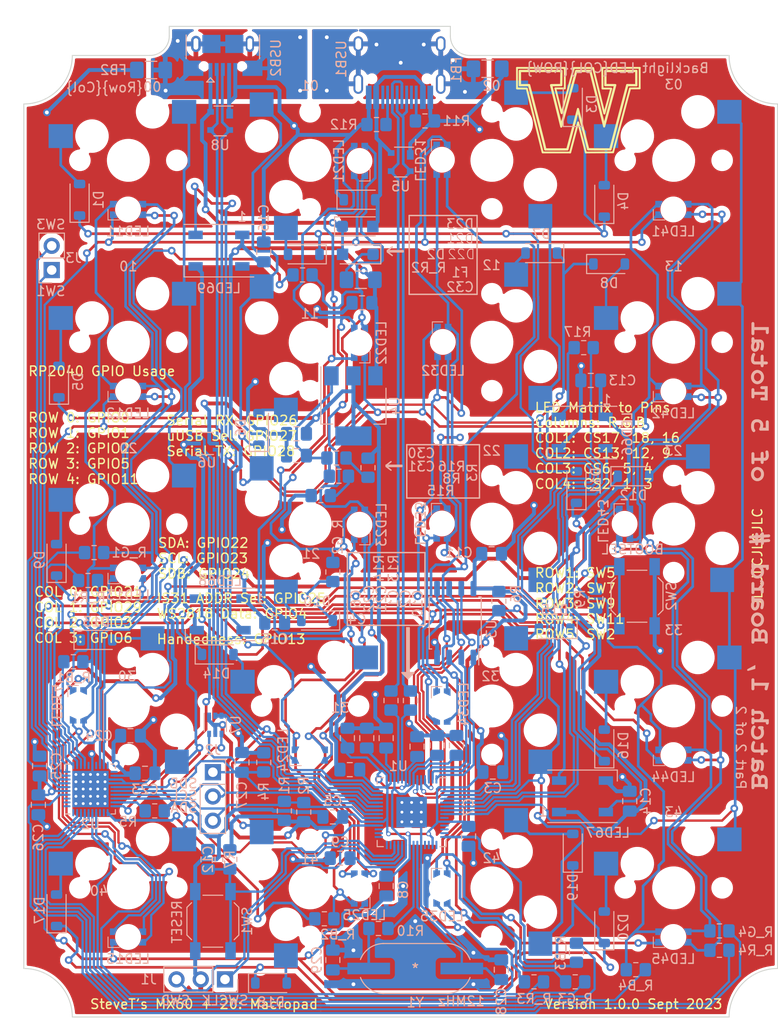
<source format=kicad_pcb>
(kicad_pcb (version 20221018) (generator pcbnew)
  (layers (0 "F.Cu" signal) (31 "B.Cu" signal) (34 "B.Paste" user) (35 "F.Paste" user) (36 "B.SilkS" user "B.Silkscreen") (37 "F.SilkS" user "F.Silkscreen") (38 "B.Mask" user) (39 "F.Mask" user) (44 "Edge.Cuts" user))
  (net 0 "")
  (net 1 "+3.3V")
  (net 2 "GND")
  (net 3 "+1V1")
  (net 4 "Reset")
  (net 5 "+5V")
  (net 6 "SDB")
  (net 7 "XIN")
  (net 8 "Net-(C29-Pad2)")
  (net 9 "Net-(U4-ADJ)")
  (net 10 "ROW0")
  (net 11 "Net-(D1-A)")
  (net 12 "Net-(D2-A)")
  (net 13 "Net-(D3-A)")
  (net 14 "Net-(D4-A)")
  (net 15 "ROW1")
  (net 16 "Net-(D5-A)")
  (net 17 "Net-(D6-A)")
  (net 18 "Net-(D7-A)")
  (net 19 "Net-(D8-A)")
  (net 20 "ROW2")
  (net 21 "Net-(D9-A)")
  (net 22 "Net-(D10-A)")
  (net 23 "Net-(D11-A)")
  (net 24 "Net-(D12-A)")
  (net 25 "ROW3")
  (net 26 "Net-(D13-A)")
  (net 27 "Net-(D14-A)")
  (net 28 "Net-(D15-A)")
  (net 29 "Net-(D16-A)")
  (net 30 "ROW4")
  (net 31 "Net-(D17-A)")
  (net 32 "Net-(D18-A)")
  (net 33 "Net-(D19-A)")
  (net 34 "Net-(D20-A)")
  (net 35 "VSYS")
  (net 36 "VCC")
  (net 37 "Earth")
  (net 38 "GND1")
  (net 39 "SWCLK")
  (net 40 "SWD")
  (net 41 "SCL")
  (net 42 "SDA")
  (net 43 "COL0")
  (net 44 "COL1")
  (net 45 "COL2")
  (net 46 "COL3")
  (net 47 "LED_ROW1")
  (net 48 "LED_ROW2")
  (net 49 "LED_ROW3")
  (net 50 "LED_ROW4")
  (net 51 "LED_ROW5")
  (net 52 "Net-(LED66-DOUT)")
  (net 53 "Net-(LED66-DIN)")
  (net 54 "Net-(LED67-DOUT)")
  (net 55 "Net-(LED68-DOUT)")
  (net 57 "Net-(R16-Pad1)")
  (net 58 "Net-(U2-ISET)")
  (net 59 "QSPI_SS")
  (net 60 "Net-(R15-Pad1)")
  (net 61 "Net-(R9-Pad1)")
  (net 62 "XOUT")
  (net 63 "Net-(USB1-CC2)")
  (net 64 "Net-(USB1-CC1)")
  (net 65 "USB_DP")
  (net 66 "D+")
  (net 67 "D-")
  (net 68 "USB_DM")
  (net 69 "RGB_DI")
  (net 70 "BLUE1")
  (net 71 "BLUE2")
  (net 72 "BLUE3")
  (net 73 "BLUE4")
  (net 74 "GREEN1")
  (net 75 "GREEN2")
  (net 76 "GREEN3")
  (net 77 "GREEN4")
  (net 78 "RED1")
  (net 79 "RED2")
  (net 80 "RED3")
  (net 81 "RED4")
  (net 82 "SERIAL_RX")
  (net 83 "uUSB_SEL")
  (net 84 "uUSB_D+")
  (net 94 "ADDR_SEL")
  (net 98 "QSPI_SD3")
  (net 99 "QSPI_CLK")
  (net 100 "QSPI_SDO")
  (net 101 "QSPI_SD2")
  (net 102 "QSPI_SD1")
  (net 107 "ADDR1")
  (net 108 "SYNC")
  (net 114 "uUSB_D-")
  (net 118 "Net-(J3-Pin_2)")
  (net 119 "Net-(J3-Pin_1)")
  (net 120 "Net-(D22-K)")
  (net 121 "Net-(LED11-RK)")
  (net 122 "Net-(LED11-GK)")
  (net 123 "Net-(LED11-BK)")
  (net 124 "Net-(LED21-RK)")
  (net 125 "Net-(LED21-GK)")
  (net 126 "Net-(LED21-BK)")
  (net 127 "Net-(LED31-RK)")
  (net 128 "Net-(LED31-GK)")
  (net 129 "Net-(LED31-BK)")
  (net 130 "Net-(LED41-RK)")
  (net 131 "Net-(LED41-GK)")
  (net 132 "Net-(LED41-BK)")
  (footprint "MX_Only:MXOnly-1U-Hotswap" (layer "F.Cu") (at 70.64375 42.8625 90)
    (fp_text reference "K2")
    (fp_text value "01")
  )
  (footprint "MX_Only:MXOnly-1U-Hotswap" (layer "F.Cu") (at 108.74375 61.9125)
    (fp_text reference "K8")
    (fp_text value "13")
  )
  (footprint "MX_Only:MXOnly-1U-Hotswap" (layer "F.Cu") (at 89.69375 119.0625 -90)
    (fp_text reference "K19")
    (fp_text value "42")
  )
  (footprint "MX_Only:MXOnly-1U-Hotswap" (layer "F.Cu") (at 89.69375 100.0125 -90)
    (fp_text reference "K15")
    (fp_text value "32")
  )
  (footprint "MX_Only:MXOnly-1U-Hotswap" (layer "F.Cu") (at 108.74375 42.8625)
    (fp_text reference "K4")
    (fp_text value "03")
  )
  (footprint "MX_Only:MXOnly-1U-Hotswap" (layer "F.Cu") (at 51.59375 80.9625)
    (fp_text reference "K9")
    (fp_text value "20")
  )
  (footprint "MX_Only:MXOnly-1U-Hotswap" (layer "F.Cu") (at 70.64375 119.0625 90)
    (fp_text reference "K18")
    (fp_text value "41")
  )
  (footprint "MX_Only:MXOnly-1U-Hotswap" (layer "F.Cu") (at 51.59375 42.8625)
    (fp_text reference "K1")
    (fp_text value "00")
  )
  (footprint "MX_Only:MXOnly-1U-Hotswap" (layer "F.Cu") (at 51.59375 61.9125)
    (fp_text reference "K5")
    (fp_text value "10")
  )
  (footprint "MX_Only:MXOnly-1U-Hotswap" (layer "F.Cu") (at 70.64375 61.9125 90)
    (fp_text reference "K6")
    (fp_text value "11")
  )
  (footprint "MX_Only:MXOnly-1U-Hotswap" (layer "F.Cu") (at 89.69375 80.9625 -90)
    (fp_text reference "K11")
    (fp_text value "22")
  )
  (footprint "MX_Only:MXOnly-1U-Hotswap" (layer "F.Cu") (at 51.59375 119.0625)
    (fp_text reference "K17")
    (fp_text value "40")
  )
  (footprint "MX_Only:MXOnly-1U-Hotswap" (layer "F.Cu") (at 108.74375 119.0625)
    (fp_text reference "K20")
    (fp_text value "43")
  )
  (footprint "MX_Only:MXOnly-1U-Hotswap" (layer "F.Cu") (at 70.64375 80.9625 90)
    (fp_text reference "K10")
    (fp_text value "21")
  )
  (footprint "MX_Only:MXOnly-1U-Hotswap" (layer "F.Cu") (at 108.74375 100.0125)
    (fp_text reference "K16")
    (fp_text value "33")
  )
  (footprint "MX_Only:MXOnly-1U-Hotswap" (layer "F.Cu") (at 70.64375 100.0125)
    (fp_text reference "K14")
    (fp_text value "31")
  )
  (footprint "MX_Only:MXOnly-1U-Hotswap" (layer "F.Cu") (at 108.74375 80.9625 -90)
    (fp_text reference "K12")
    (fp_text value "23")
  )
  (footprint "MX_Only:MXOnly-1U-Hotswap" (layer "F.Cu") (at 89.69375 61.9125 -90)
    (fp_text reference "K7")
    (fp_text value "12")
  )
  (footprint "MX_Only:MXOnly-1U-Hotswap" (layer "F.Cu") (at 51.59375 100.0125 -90)
    (fp_text reference "K13")
    (fp_text value "30")
  )
  (footprint "MX_Only:MXOnly-1U-Hotswap" (layer "F.Cu") (at 89.69375 42.8625 -90)
    (fp_text reference "K3")
    (fp_text value "02")
  )
  (footprint "Capacitor_SMD:C_0805_2012Metric_Pad1.18x1.45mm_HandSolder" (layer "B.Cu") (at 89.789 106.934)
    (fp_text reference "C3")
    (fp_text value "100n")
  )
  (footprint "Capacitor_SMD:C_0805_2012Metric_Pad1.18x1.45mm_HandSolder" (layer "B.Cu") (at 63.5 105.918 90)
    (fp_text reference "C27")
    (fp_text value "0.1u")
  )
  (footprint "Diode_SMD:D_SOD-123" (layer "B.Cu") (at 66.548 129.032)
    (fp_text reference "D18")
    (fp_text value "D_Small")
  )
  (footprint "Resistor_SMD:R_0805_2012Metric_Pad1.20x1.40mm_HandSolder" (layer "B.Cu") (at 100.584 88.773 -90)
    (fp_text reference "R9")
    (fp_text value "1k")
  )
  (footprint "E6CC1205RGBC3UDA:LED__RBG_1206_3216Metric_ReverseMount_Hole2.2x2.2mm" (layer "B.Cu") (at 108.712 124.206 180)
    (fp_text reference "LED45")
    (fp_text value "LED_RAGB")
  )
  (footprint "Capacitor_SMD:C_0805_2012Metric_Pad1.18x1.45mm_HandSolder" (layer "B.Cu") (at 42.291 106.299 90)
    (fp_text reference "C25")
    (fp_text value "0.1u")
  )
  (footprint "Resistor_SMD:R_0805_2012Metric_Pad1.20x1.40mm_HandSolder" (layer "B.Cu") (at 73.406 74.041 180)
    (fp_text reference "R16")
    (fp_text value "500")
  )
  (footprint "Capacitor_SMD:C_0805_2012Metric_Pad1.18x1.45mm_HandSolder" (layer "B.Cu") (at 76.073 57.785 180)
    (fp_text reference "C32")
    (fp_text value "10u")
  )
  (footprint "Diode_SMD:D_SOD-123" (layer "B.Cu") (at 71.374 91.059 180)
    (fp_text reference "D10")
    (fp_text value "D_Small")
  )
  (footprint "Resistor_SMD:R_0805_2012Metric_Pad1.20x1.40mm_HandSolder" (layer "B.Cu") (at 94.107 128.905 180)
    (fp_text reference "R_R3")
    (fp_text value "51")
  )
  (footprint "Resistor_SMD:R_0805_2012Metric_Pad1.20x1.40mm_HandSolder" (layer "B.Cu") (at 76.708 75.057 -90)
    (fp_text reference "R3")
    (fp_text value "2k")
  )
  (footprint "Inductor_SMD:L_1206_3216Metric_Pad1.42x1.75mm_HandSolder" (layer "B.Cu") (at 53.975 33.401 180)
    (fp_text reference "FB2")
    (fp_text value "60@100Mhz")
  )
  (footprint "Package_TO_SOT_SMD:SOT-223-3_TabPin2" (layer "B.Cu") (at 75.184 68.58 -90)
    (fp_text reference "U4")
    (fp_text value "NCP1117-ADJ_SOT223")
  )
  (footprint "Button_Switch_SMD:SW_SPST_SKQG_WithStem" (layer "B.Cu") (at 60.452 122.555 90)
    (fp_text reference "SW1")
    (fp_text value "Reset")
  )
  (footprint "Capacitor_SMD:C_0805_2012Metric_Pad1.18x1.45mm_HandSolder" (layer "B.Cu") (at 78.613 103.378 90)
    (fp_text reference "C21")
    (fp_text value "1u")
  )
  (footprint "Resistor_SMD:R_0805_2012Metric_Pad1.20x1.40mm_HandSolder" (layer "B.Cu") (at 65.786 105.918 90)
    (fp_text reference "R4")
    (fp_text value "100k")
  )
  (footprint "E6CC1205RGBC3UDA:LED__RBG_1206_3216Metric_ReverseMount_Hole2.2x2.2mm" (layer "B.Cu") (at 108.712 105.156 180)
    (fp_text reference "LED44")
    (fp_text value "LED_RAGB")
  )
  (footprint "Diode_SMD:D_SOD-123" (layer "B.Cu") (at 98.552 77.089 90)
    (fp_text reference "D11")
    (fp_text value "D_Small")
  )
  (footprint "E6CC1205RGBC3UDA:LED__RBG_1206_3216Metric_ReverseMount_Hole2.2x2.2mm" (layer "B.Cu") (at 108.712 67.056 180)
    (fp_text reference "LED42")
    (fp_text value "LED_RAGB")
  )
  (footprint "Capacitor_SMD:C_0805_2012Metric_Pad1.18x1.45mm_HandSolder" (layer "B.Cu") (at 69.215 71.501 180)
    (fp_text reference "C30")
    (fp_text value "10u")
  )
  (footprint "Resistor_SMD:R_0805_2012Metric_Pad1.20x1.40mm_HandSolder" (layer "B.Cu") (at 73.025 85.979 90)
    (fp_text reference "R_G2")
    (fp_text value "20")
  )
  (footprint "Connector_PinHeader_2.54mm:PinHeader_1x02_P2.54mm_Vertical" (layer "B.Cu") (at 43.561 54.356)
    (fp_text reference "J3")
    (fp_text value "Conn_01x02")
  )
  (footprint "LED_SMD:LED_WS2812B_PLCC4_5.0x5.0mm_P3.2mm" (layer "B.Cu") (at 99.15 71.373 180)
    (fp_text reference "LED66")
    (fp_text value "WS2812B")
  )
  (footprint "E6CC1205RGBC3UDA:LED__RBG_1206_3216Metric_ReverseMount_Hole2.2x2.2mm" (layer "B.Cu") (at 51.562 124.206 180)
    (fp_text reference "LED15")
    (fp_text value "LED_RAGB")
  )
  (footprint "Capacitor_SMD:C_0805_2012Metric_Pad1.18x1.45mm_HandSolder" (layer "B.Cu") (at 73.025 126.619 -90)
    (fp_text reference "C29")
    (fp_text value "27p")
  )
  (footprint "Resistor_SMD:R_0805_2012Metric_Pad1.20x1.40mm_HandSolder" (layer "B.Cu") (at 67.945 110.998 90)
    (fp_text reference "R1")
    (fp_text value "2k")
  )
  (footprint "E6CC1205RGBC3UDA:LED__RBG_1206_3216Metric_ReverseMount_Hole2.2x2.2mm" (layer "B.Cu") (at 46.355 99.949 90)
    (fp_text reference "LED14")
    (fp_text value "LED_RAGB")
  )
  (footprint "Diode_SMD:D_SOD-123" (layer "B.Cu") (at 46.482 46.99 90)
    (fp_text reference "D1")
    (fp_text value "D_Small")
  )
  (footprint "Resistor_SMD:R_0805_2012Metric_Pad1.20x1.40mm_HandSolder" (layer "B.Cu") (at 99.314 62.484)
    (fp_text reference "R17")
    (fp_text value "500")
  )
  (footprint "Diode_SMD:D_SOD-123" (layer "B.Cu") (at 48.26 93.091)
    (fp_text reference "D13")
    (fp_text value "D_Small")
  )
  (footprint "Resistor_SMD:R_0805_2012Metric_Pad1.20x1.40mm_HandSolder" (layer "B.Cu") (at 69.977 111.125 90)
    (fp_text reference "R2")
    (fp_text value "2k")
  )
  (footprint "Inductor_SMD:L_1206_3216Metric_Pad1.42x1.75mm_HandSolder" (layer "B.Cu") (at 89.2445 33.274)
    (fp_text reference "FB1")
    (fp_text value "60@100Mhz")
  )
  (footprint "E6CC1205RGBC3UDA:LED__RBG_1206_3216Metric_ReverseMount_Hole2.2x2.2mm" (layer "B.Cu") (at 51.562 86.106 180)
    (fp_text reference "LED13")
    (fp_text value "LED_RAGB")
  )
  (footprint "DS12W_Shikues:D_SOD-123FL" (layer "B.Cu") (at 75.692 52.705 180)
    (fp_text reference "D22")
    (fp_text value "D_Schottky")
  )
  (footprint "Capacitor_SMD:C_0805_2012Metric_Pad1.18x1.45mm_HandSolder" (layer "B.Cu") (at 90.678 127.635 -90)
    (fp_text reference "C28")
    (fp_text value "27p")
  )
  (footprint "Capacitor_SMD:C_0805_2012Metric_Pad1.18x1.45mm_HandSolder" (layer "B.Cu") (at 78.613 118.872 -90)
    (fp_text reference "C8")
    (fp_text value "100n")
  )
  (footprint "E6CC1205RGBC3UDA:LED__RBG_1206_3216Metric_ReverseMount_Hole2.2x2.2mm" (layer "B.Cu") (at 75.819 81.026 -90)
    (fp_text reference "LED23")
    (fp_text value "LED_RAGB")
  )
  (footprint "Capacitor_SMD:C_0805_2012Metric_Pad1.18x1.45mm_HandSolder" (layer "B.Cu") (at 65.786 52.451 90)
    (fp_text reference "C16")
    (fp_text value "100n")
  )
  (footprint "Resistor_SMD:R_0805_2012Metric_Pad1.20x1.40mm_HandSolder" (layer "B.Cu") (at 113.538 125.603 180)
    (fp_text reference "R_R4")
    (fp_text value "51")
  )
  (footprint "Capacitor_SMD:C_0805_2012Metric_Pad1.18x1.45mm_HandSolder" (layer "B.Cu") (at 81.848 104.267 90)
    (fp_text reference "C1")
    (fp_text value "100n")
  )
  (footprint "Package_TO_SOT_SMD:SOT-363_SC-70-6" (layer "B.Cu") (at 59.817 72.517)
    (fp_text reference "U6")
    (fp_text value "BL1551B")
  )
  (footprint "Resistor_SMD:R_0805_2012Metric_Pad1.20x1.40mm_HandSolder" (layer "B.Cu") (at 54.356 110.998)
    (fp_text reference "R5")
    (fp_text value "10k")
  )
  (footprint "Capacitor_SMD:C_0805_2012Metric_Pad1.18x1.45mm_HandSolder" (layer "B.Cu") (at 42.164 110.363 -90)
    (fp_text reference "C26")
    (fp_text value "0.1u")
  )
  (footprint "Package_TO_SOT_SMD:SOT-143" (layer "B.Cu") (at 61.214 38.735 180)
    (fp_text reference "U8")
    (fp_text value "PRTR5V0U2X")
  )
  (footprint "Resistor_SMD:R_0805_2012Metric_Pad1.20x1.40mm_HandSolder" (layer "B.Cu") (at 69.85 54.864)
    (fp_text reference "R_R2")
    (fp_text value "51")
  )
  (footprint "Resistor_SMD:R_0805_2012Metric_Pad1.20x1.40mm_HandSolder" (layer "B.Cu") (at 77.8 123.317)
    (fp_text reference "R10")
    (fp_text value "1k")
  )
  (footprint "Capacitor_SMD:C_0805_2012Metric_Pad1.18x1.45mm_HandSolder" (layer "B.Cu") (at 66.929 91.313)
    (fp_text reference "C15")
    (fp_text value "100n")
  )
  (footprint "Resistor_SMD:R_0805_2012Metric_Pad1.20x1.40mm_HandSolder" (layer "B.Cu") (at 73.66 75.946)
    (fp_text reference "R8")
    (fp_text value "1k")
  )
  (footprint "Capacitor_SMD:C_0805_2012Metric_Pad1.18x1.45mm_HandSolder" (layer "B.Cu") (at 51.816 103.124)
    (fp_text reference "C24")
    (fp_text value "1u")
  )
  (footprint "Resistor_SMD:R_0805_2012Metric_Pad1.20x1.40mm_HandSolder" (layer "B.Cu") (at 98.425 128.905 180)
    (fp_text reference "R_G3")
    (fp_text value "20")
  )
  (footprint "E6CC1205RGBC3UDA:LED__RBG_1206_3216Metric_ReverseMount_Hole2.2x2.2mm" (layer "B.Cu") (at 75.819 42.926 -90)
    (fp_text reference "LED21")
    (fp_text value "LED_RAGB")
  )
  (footprint "E6CC1205RGBC3UDA:LED__RBG_1206_3216Metric_ReverseMount_Hole2.2x2.2mm" (layer "B.Cu") (at 108.712 48.006 180)
    (fp_text reference "LED41")
    (fp_text value "LED_RAGB")
  )
  (footprint "Diode_SMD:D_SOD-123" (layer "B.Cu") (at 60.96 94.615)
    (fp_text reference "D14")
    (fp_text value "D_Small")
  )
  (footprint "Resistor_SMD:R_0805_2012Metric_Pad1.20x1.40mm_HandSolder" (layer "B.Cu") (at 113.538 123.571 180)
    (fp_text reference "R_G4")
    (fp_text value "20")
  )
  (footprint "E6CC1205RGBC3UDA:LED__RBG_1206_3216Metric_ReverseMount_Hole2.2x2.2mm" (layer "B.Cu") (at 51.562 67.056 180)
    (fp_text reference "LED12")
    (fp_text value "LED_RAGB")
  )
  (footprint "Resistor_SMD:R_0805_2012Metric_Pad1.20x1.40mm_HandSolder" (layer "B.Cu") (at 71.755 77.978 180)
    (fp_text reference "R15")
    (fp_text value "500")
  )
  (footprint "Resistor_SMD:R_0805_2012Metric_Pad1.20x1.40mm_HandSolder" (layer "B.Cu") (at 104.775 127.635 180)
    (fp_text reference "R_B4")
    (fp_text value "20")
  )
  (footprint "Resistor_SMD:R_0805_2012Metric_Pad1.20x1.40mm_HandSolder" (layer "B.Cu") (at 47.371 86.868)
    (fp_text reference "R_R1")
    (fp_text value "51")
  )
  (footprint "Capacitor_SMD:C_0805_2012Metric_Pad1.18x1.45mm_HandSolder" (layer "B.Cu") (at 87.249 113.665 -90)
    (fp_text reference "C7")
    (fp_text value "100n")
  )
  (footprint "E6CC1205RGBC3UDA:LED__RBG_1206_3216Metric_ReverseMount_Hole2.2x2.2mm" (layer "B.Cu") (at 75.819 119.135 -90)
    (fp_text reference "LED25")
    (fp_text value "LED_RAGB")
  )
  (footprint "Resistor_SMD:R_0805_2012Metric_Pad1.20x1.40mm_HandSolder" (layer "B.Cu") (at 90.424 89.027 -90)
    (fp_text reference "R6")
    (fp_text value "10k")
  )
  (footprint "Capacitor_SMD:C_0805_2012Metric_Pad1.18x1.45mm_HandSolder" (layer "B.Cu") (at 59.944 116.078 90)
    (fp_text reference "C12")
    (fp_text value "100n")
  )
  (footprint "Diode_SMD:D_SOD-123" (layer "B.Cu") (at 94.869 52.578 180)
    (fp_text reference "D7")
    (fp_text value "D_Small")
  )
  (footprint "ABLS-12-MHZ-B4-T:ABLS-12.000MHZ-B4-T" (layer "B.Cu") (at 81.661 127.508)
    (fp_text reference "Y1")
    (fp_text value "12MHz")
  )
  (footprint "Diode_SMD:D_SOD-123" (layer "B.Cu") (at 101.473 47.117 90)
    (fp_text reference "D4")
    (fp_text value "D_Small")
  )
  (footprint "Connector_USB:USB_Micro-B_XKB_U254-051T-4BH83-F1S" (layer "B.Cu") (at 61.5 31.06)
    (fp_text reference "USB2")
    (fp_text value "USB_B_Micro")
  )
  (footprint "Button_Switch_SMD:SW_SPST_SKQG_WithStem" (layer "B.Cu") (at 104.902 88.519 90)
    (fp_text reference "SW2")
    (fp_text value "Boot")
  )
  (footprint "Capacitor_SMD:C_0805_2012Metric_Pad1.18x1.45mm_HandSolder" (layer "B.Cu") (at 85.979 104.14 90)
    (fp_text reference "C10")
    (fp_text value "100n")
  )
  (footprint "E6CC1205RGBC3UDA:LED__RBG_1206_3216Metric_ReverseMount_Hole2.2x2.2mm" (layer "B.Cu") (at 103.60025 80.93075 90)
    (fp_text reference "LED43")
    (fp_text value "LED_RAGB")
  )
  (footprint "Diode_SMD:D_SOD-123" (layer "B.Cu") (at 98.171 115.062 90)
    (fp_text reference "D19")
    (fp_text value "D_Small")
  )
  (footprint "Type-C:HRO-TYPE-C-31-M-12-HandSoldering" (layer "B.Cu") (at 80.01 28.067)
    (fp_text reference "USB1")
    (fp_text value "HRO-TYPE-C-31-M-12")
  )
  (footprint "Diode_SMD:D_SOD-123" (layer "B.Cu") (at 65.278 70.993 90)
    (fp_text reference "D6")
    (fp_text value "D_Small")
  )
  (footprint "Package_SO:SOIC-8_5.23x5.23mm_P1.27mm" (layer "B.Cu") (at 85.852 91.313 90)
    (fp_text reference "U3")
    (fp_text value "W25Q32JVSS")
  )
  (footprint "Diode_SMD:D_SOD-123" (layer "B.Cu") (at 101.473 123.19 90)
    (fp_text reference "D20")
    (fp_text value "D_Small")
  )
  (footprint "Capacitor_SMD:C_0805_2012Metric_Pad1.18x1.45mm_HandSolder" (layer "B.Cu") (at 74.803 106.68 180)
    (fp_text reference "C4")
    (fp_text value "100n")
  )
  (footprint "Resistor_SMD:R_0805_2012Metric_Pad1.20x1.40mm_HandSolder" (layer "B.Cu") (at 77.597 39.116 180)
    (fp_text reference "R12")
    (fp_text value "5.1k")
  )
  (footprint "E6CC1205RGBC3UDA:LED__RBG_1206_3216Metric_ReverseMount_Hole2.2x2.2mm" (layer "B.Cu") (at 75.819 61.976 -90)
    (fp_text reference "LED22")
    (fp_text value "LED_RAGB")
  )
  (footprint "E6CC1205RGBC3UDA:LED__RBG_1206_3216Metric_ReverseMount_Hole2.2x2.2mm" (layer "B.Cu") (at 84.455 42.799 90)
    (fp_text reference "LED31")
    (fp_text value "LED_RAGB")
  )
  (footprint "Resistor_SMD:R_0805_2012Metric_Pad1.20x1.40mm_HandSolder" (layer "B.Cu") (at 45.831 95.377)
    (fp_text reference "R_B1")
    (fp_text value "20")
  )
  (footprint "E6CC1205RGBC3UDA:LED__RBG_1206_3216Metric_ReverseMount_Hole2.2x2.2mm" (layer "B.Cu") (at 84.455 100.076 90)
    (fp_text reference "LED34")
    (fp_text value "LED_RAGB")
  )
  (footprint "Diode_SMD:D_SOD-123" (layer "B.Cu") (at 44.069 121.412 90)
    (fp_text reference "D17")
    (fp_text value "D_Small")
  )
  (footprint "Diode_SMD:D_SOD-123" (layer "B.Cu") (at 75.819 46.99)
    (fp_text reference "D23")
    (fp_text value "D_TVS")
  )
  (footprint "E6CC1205RGBC3UDA:LED__RBG_1206_3216Metric_ReverseMount_Hole2.2x2.2mm" (layer "B.Cu") (at 51.562 48.006 180)
    (fp_text reference "LED11")
    (fp_text value "LED_RAGB")
  )
  (footprint "Resistor_SMD:R_0805_2012Metric_Pad1.20x1.40mm_HandSolder" (layer "B.Cu") (at 82.677 38.735)
    (fp_text reference "R11")
    (fp_text value "5.1k")
  )
  (footprint "Resistor_SMD:R_0805_2012Metric_Pad1.20x1.40mm_HandSolder" (layer "B.Cu") (at 48.006 83.947)
    (fp_text reference "R_G1")
    (fp_text value "20")
  )
  (footprint "Capacitor_SMD:C_0805_2012Metric_Pad1.18x1.45mm_HandSolder" (layer "B.Cu") (at 69.215 73.787 180)
    (fp_text reference "C31")
    (fp_text value "10u")
  )
  (footprint "Connector_PinHeader_2.54mm:PinHeader_1x03_P2.54mm_Vertical" (layer "B.Cu") (at 61.722 128.651 90)
    (fp_text reference "J1")
    (fp_text value "Conn_01x03")
  )
  (footprint "Resistor_SMD:R_0805_2012Metric_Pad1.20x1.40mm_HandSolder" (layer "B.Cu") (at 79.121 99.441 -90)
    (fp_text reference "R14")
    (fp_text value "27")
  )
  (footprint "Diode_SMD:D_SOD-123" (layer "B.Cu") (at 101.473 104.14 90)
    (fp_text reference "D16")
    (fp_text value "D_Small")
  )
  (footprint "Capacitor_SMD:C_0805_2012Metric_Pad1.18x1.45mm_HandSolder" (layer "B.Cu") (at 53.34 107.061)
    (fp_text reference "C23")
    (fp_text value "1u")
  )
  (footprint "E6CC1205RGBC3UDA:LED__RBG_1206_3216Metric_ReverseMount_Hole2.2x2.2mm" (layer "B.Cu") (at 84.55025 61.88075 90)
    (fp_text reference "LED32")
    (fp_text value "LED_RAGB")
  )
  (footprint "Resistor_SMD:R_0805_2012Metric_Pad1.20x1.40mm_HandSolder" (layer "B.Cu") (at 62.23 116.078 -90)
    (fp_text reference "R7")
    (fp_text value "10k")
  )
  (footprint "Diode_SMD:D_SOD-123" (layer "B.Cu") (at 96.266 91.948 180)
    (fp_text reference "D15")
    (fp_text value "D_Small")
  )
  (footprint "E6CC1205RGBC3UDA:LED__RBG_1206_3216Metric_ReverseMount_Hole2.2x2.2mm" (layer "B.Cu") (at 70.612 105.156 180)
    (fp_text reference "LED24")
    (fp_text value "LED_RAGB")
  )
  (footprint "Capacitor_SMD:C_0805_2012Metric_Pad1.18x1.45mm_HandSolder" (layer "B.Cu") (at 73.025 111.633 180)
    (fp_text reference "C5")
    (fp_text value "100n")
  )
  (footprint "Fuse:Fuse_1206_3216Metric_Pad1.42x1.75mm_HandSolder" (layer "B.Cu") (at 75.946 55.372)
    (fp_text reference "F1")
    (fp_text value "500m")
  )
  (footprint "Capacitor_SMD:C_0805_2012Metric_Pad1.18x1.45mm_HandSolder" (layer "B.Cu") (at 100.0545 65.913 180)
    (fp_text reference "C13")
    (fp_text value "100n")
  )
  (footprint "Diode_SMD:D_SOD-123" (layer "B.Cu") (at 44.323 66.04 90)
    (fp_text reference "D5")
    (fp_text value "D_Small")
  )
  (footprint "Diode_SMD:D_SOD-123" (layer "B.Cu") (at 98.171 36.957 90)
    (fp_text reference "D3")
    (fp_text value "D_Small")
  )
  (footprint "Resistor_SMD:R_0805_2012Metric_Pad1.20x1.40mm_HandSolder" (layer "B.Cu") (at 72.136 122.301)
    (fp_text reference "R_B2")
    (fp_text value "20")
  )
  (footprint "Capacitor_SMD:C_0805_2012Metric_Pad1.18x1.45mm_HandSolder" (layer "B.Cu") (at 74.549 103.378 90)
    (fp_text reference "C6")
    (fp_text value "100n")
  )
  (footprint "E6CC1205RGBC3UDA:LED__RBG_1206_3216Metric_ReverseMount_Hole2.2x2.2mm" (layer "B.Cu") (at 84.455 80.899 90)
    (fp_text reference "LED33")
    (fp_text value "LED_RAGB")
  )
  (footprint "Resistor_SMD:R_0805_2012Metric_Pad1.20x1.40mm_HandSolder" (layer "B.Cu") (at 98.552 125.857 -90)
    (fp_text reference "R_B3")
    (fp_text value "20")
  )
  (footprint "Capacitor_SMD:C_0805_2012Metric_Pad1.18x1.45mm_HandSolder" (layer "B.Cu") (at 89.662 84.074)
    (fp_text reference "C11")
    (fp_text value "100n")
  )
  (footprint "DS12W_Shikues:D_SOD-123FL" (layer "B.Cu") (at 75.565 49.784)
    (fp_text reference "D21")
    (fp_text value "D_Schottky")
  )
  (footprint "Resistor_SMD:R_0805_2012Metric_Pad1.20x1.40mm_HandSolder" (layer "B.Cu") (at 81.153 99.441 90)
    (fp_text reference "R13")
    (fp_text value "27")
  )
  (footprint "E6CC1205RGBC3UDA:LED__RBG_1206_3216Metric_ReverseMount_Hole2.2x2.2mm" (layer "B.Cu") (at 84.455 119.126 90)
    (fp_text reference "LED35")
    (fp_text value "LED_RAGB")
  )
  (footprint "Diode_SMD:D_SOD-123" (layer "B.Cu") (at 101.981 53.721)
    (fp_text reference "D8")
    (fp_text value "D_Small")
  )
  (footprint "Package_DFN_QFN:QFN-56-1EP_7x7mm_P0.4mm_EP3.2x3.2mm" (layer "B.Cu") (at 81.28 111.1335 180)
    (fp_text reference "U1")
    (fp_text value "RP2040")
  )
  (footprint "Connector_PinHeader_2.54mm:PinHeader_1x03_P2.54mm_Vertical" (layer "B.Cu") (at 60.452 106.949 180)
    (fp_text reference "J2")
    (fp_text value "Conn_01x03")
  )
  (footprint "Capacitor_SMD:C_0805_2012Metric_Pad1.18x1.45mm_HandSolder" (layer "B.Cu") (at 76.581 103.378 90)
    (fp_text reference "C22")
    (fp_text value "1u")
  )
  (footprint "Package_TO_SOT_SMD:SOT-363_SC-70-6" (layer "B.Cu") (at 60.706 101.981 -90)
    (fp_text reference "U7")
    (fp_text value "BL1551B")
  )
  (footprint "Diode_SMD:D_SOD-123" (layer "B.Cu") (at 44.069 84.709 90)
    (fp_text reference "D9")
    (fp_text value "D_Small")
  )
  (footprint "Diode_SMD:D_SOD-123" (layer "B.Cu") (at 104.521 75.946)
    (fp_text reference "D12")
    (fp_text value "D_Small")
  )
  (footprint "Package_DFN_QFN:UQFN-40-1EP_5x5mm_P0.4mm_EP3.8x3.8mm" (layer "B.Cu") (at 47.625 108.712)
    (fp_text reference "U2")
    (fp_text value "IS31FL3743A-QULS4-TR")
  )
  (footprint "Package_TO_SOT_SMD:SOT-143" (layer "B.Cu") (at 80.137 43.041 180)
    (fp_text reference "U5")
    (fp_text value "PRTR5V0U2X")
  )
  (footprint "LED_SMD:LED_WS2812B_PLCC4_5.0x5.0mm_P3.2mm" (layer "B.Cu") (at 61.214 90.424 180)
    (fp_text reference "LED68")
    (fp_text value "WS2812B")
  )
  (footprint "Capacitor_SMD:C_0805_2012Metric_Pad1.18x1.45mm_HandSolder" (layer "B.Cu") (at 73.787 115.951 180)
    (fp_text reference "C9")
    (fp_text value "100n")
  )
  (footprint "LED_SMD:LED_WS2812B_PLCC4_5.0x5.0mm_P3.2mm" (layer "B.Cu") (at 61.087 52.324 180)
    (fp_text reference "LED69")
    (fp_text value "WS2812B")
  )
  (footprint "LED_SMD:LED_WS2812B_PLCC4_5.0x5.0mm_P3.2mm" (layer "B.Cu") (at 99.187 109.474)
    (fp_text reference "LED67")
    (fp_text value "WS2812B")
  )
  (footprint "Capacitor_SMD:C_0805_2012Metric_Pad1.18x1.45mm_HandSolder" (layer "B.Cu") (at 83.947 104.14 90)
    (fp_text reference "C2")
    (fp_text value "100n")
  )
  (footprint "Capacitor_SMD:C_0805_2012Metric_Pad1.18x1.45mm_HandSolder" (layer "B.Cu") (at 104.14 109.982 90)
    (fp_text reference "C14")
    (fp_text value "100n")
  )
  (footprint "Diode_SMD:D_SOD-123" (layer "B.Cu") (at 69.977 52.705 180)
    (fp_text reference "D2")
    (fp_text value "D_Small")
  )
  (gr_poly (pts (xy 118.195536 87.150114) (xy 118.194341 87.132985) (xy 118.192349 87.115921) (xy 118.189561 87.098922) (xy 118.185976 87.081987) (xy 118.181594 87.065117) (xy 118.176416 87.048312) (xy 118.170441 87.031571) (xy 118.163669 87.014895) (xy 118.156101 86.998283) (xy 118.147736 86.981736) (xy 118.138574 86.965253) (xy 118.128616 86.948835) (xy 118.117861 86.932482) (xy 118.106309 86.916193) (xy 118.093961 86.899969) (xy 118.085337 86.88929) (xy 118.076693 86.8793) (xy 118.068026 86.869999) (xy 118.059338 86.861387) (xy 118.050629 86.853464) (xy 118.041897 86.846229) (xy 118.033145 86.839684) (xy 118.024371 86.833828) (xy 118.015575 86.828661) (xy 118.006757 86.824182) (xy 117.997919 86.820393) (xy 117.989058 86.817293) (xy 117.980176 86.814881) (xy 117.971272 86.813159) (xy 117.962347 86.812125) (xy 117.953401 86.811781) (xy 117.945892 86.811948) (xy 117.938523 86.812448) (xy 117.931294 86.813283) (xy 117.924205 86.814451) (xy 117.917256 86.815953) (xy 117.910446 86.817789) (xy 117.903777 86.819958) (xy 117.897248 86.822461) (xy 117.890858 86.825298) (xy 117.884608 86.828469) (xy 117.878498 86.831973) (xy 117.872529 86.835811) (xy 117.866699 86.839983) (xy 117.861008 86.844489) (xy 117.855458 86.849328) (xy 117.850048 86.854502) (xy 117.845042 86.859739) (xy 117.840359 86.865117) (xy 117.835999 86.870635) (xy 117.831962 86.876292) (xy 117.828248 86.882089) (xy 117.824856 86.888027) (xy 117.821788 86.894104) (xy 117.819043 86.900321) (xy 117.816621 86.906679) (xy 117.814522 86.913176) (xy 117.812745 86.919813) (xy 117.811292 86.92659) (xy 117.810162 86.933508) (xy 117.809354 86.940565) (xy 117.80887 86.947762) (xy 117.808708 86.955099) (xy 117.808913 86.961667) (xy 117.809526 86.968277) (xy 117.810549 86.974931) (xy 117.811981 86.981627) (xy 117.813821 86.988367) (xy 117.816071 86.995149) (xy 117.81873 87.001975) (xy 117.821798 87.008844) (xy 117.825275 87.015756) (xy 117.829161 87.02271) (xy 117.833456 87.029708) (xy 117.83816 87.036749) (xy 117.843274 87.043833) (xy 117.848796 87.05096) (xy 117.854727 87.058131) (xy 117.861068 87.065344) (xy 117.867409 87.07253) (xy 117.873342 87.07962) (xy 117.878865 87.086612) (xy 117.88398 87.093508) (xy 117.888685 87.100306) (xy 117.892981 87.107008) (xy 117.896868 87.113613) (xy 117.900345 87.120121) (xy 117.903414 87.126532) (xy 117.906073 87.132846) (xy 117.908324 87.139063) (xy 117.910165 87.145184) (xy 117.911597 87.151207) (xy 117.91262 87.157133) (xy 117.913233 87.162963) (xy 117.913438 87.168695) (xy 117.913147 87.176335) (xy 117.912275 87.184437) (xy 117.910822 87.193002) (xy 117.908787 87.202029) (xy 117.906171 87.21152) (xy 117.902974 87.221473) (xy 117.899195 87.231889) (xy 117.894835 87.242768) (xy 117.889894 87.25411) (xy 117.884371 87.265915) (xy 117.878267 87.278182) (xy 117.871582 87.290913) (xy 117.864315 87.304106) (xy 117.856467 87.317763) (xy 117.848038 87.331882) (xy 117.839027 87.346464) (xy 117.819262 87.376674) (xy 117.797171 87.408735) (xy 117.772754 87.442648) (xy 117.746012 87.478412) (xy 117.716944 87.516028) (xy 117.68555 87.555496) (xy 117.651831 87.596815) (xy 117.615786 87.639986) (xy 117.189972 87.639986) (xy 117.189972 87.2376) (xy 117.189816 87.225085) (xy 117.189348 87.213033) (xy 117.188567 87.201443) (xy 117.187474 87.190317) (xy 117.18607 87.179653) (xy 117.184353 87.169453) (xy 117.182323 87.159715) (xy 117.179982 87.15044) (xy 117.177328 87.141628) (xy 117.174363 87.133279) (xy 117.171085 87.125392) (xy 117.167494 87.117969) (xy 117.163592 87.111009) (xy 117.159378 87.104511) (xy 117.154851 87.098477) (xy 117.150012 87.092905) (xy 117.145091 87.087565) (xy 117.139977 87.082569) (xy 117.134669 87.077918) (xy 117.129167 87.073611) (xy 117.123472 87.069649) (xy 117.117583 87.066031) (xy 117.1115 87.062758) (xy 117.105223 87.059829) (xy 117.098753 87.057245) (xy 117.092089 87.055005) (xy 117.085232 87.05311) (xy 117.07818 87.05156) (xy 117.070936 87.050354) (xy 117.063497 87.049492) (xy 117.055865 87.048976) (xy 117.048038 87.048803) (xy 117.040373 87.048976) (xy 117.03288 87.049492) (xy 117.02556 87.050354) (xy 117.018411 87.05156) (xy 117.011435 87.05311) (xy 117.004631 87.055005) (xy 116.997999 87.057245) (xy 116.99154 87.059829) (xy 116.985252 87.062758) (xy 116.979137 87.066031) (xy 116.973194 87.069649) (xy 116.967424 87.073611) (xy 116.961825 87.077918) (xy 116.956399 87.082569) (xy 116.951145 87.087565) (xy 116.946063 87.092905) (xy 116.941391 87.098477) (xy 116.937021 87.104511) (xy 116.932952 87.111009) (xy 116.929184 87.117969) (xy 116.925718 87.125392) (xy 116.922554 87.133279) (xy 116.91969 87.141628) (xy 116.917128 87.15044) (xy 116.914868 87.159715) (xy 116.912908 87.169453) (xy 116.911251 87.179653) (xy 116.909894 87.190317) (xy 116.908839 87.201443) (xy 116.908086 87.213033) (xy 116.907634 87.225085) (xy 116.907483 87.2376) (xy 116.907483 88.090605) (xy 116.907634 88.103125) (xy 116.908086 88.115194) (xy 116.908839 88.12681) (xy 116.909894 88.137974) (xy 116.911251 88.148686) (xy 116.912908 88.158946) (xy 116.914868 88.168754) (xy 116.917128 88.178109) (xy 116.91969 88.187013) (xy 116.922554 88.195464) (xy 116.925718 88.203463) (xy 116.929184 88.21101) (xy 116.932952 88.218105) (xy 116.937021 88.224748) (xy 116.941391 88.230939) (xy 116.946063 88.236677) (xy 116.95115 88.24185) (xy 116.956419 88.24669) (xy 116.961872 88.251196) (xy 116.967508 88.255367) (xy 116.973326 88.259206) (xy 116.979328 88.26271) (xy 116.985513 88.265881) (xy 116.991881 88.268718) (xy 116.998432 88.271221) (xy 117.005166 88.27339) (xy 117.012083 88.275226) (xy 117.019184 88.276728) (xy 117.026467 88.277896) (xy 117.033933 88.27873) (xy 117.041583 88.279231) (xy 117.049416 88.279398) (xy 117.057075 88.279231) (xy 117.064552 88.27873) (xy 117.071846 88.277896) (xy 117.078957 88.276728) (xy 117.085884 88.275226) (xy 117.092629 88.27339) (xy 117.099191 88.271221) (xy 117.10557 88.268718) (xy 117.111765 88.265881) (xy 117.117778 88.26271) (xy 117.123608 88.259206) (xy 117.129255 88.255367) (xy 117.134719 88.251196) (xy 117.139999 88.24669) (xy 117.145097 88.24185) (xy 117.150012 88.236677) (xy 117.154851 88.230939) (xy 117.159378 88.224748) (xy 117.163592 88.218105) (xy 117.167494 88.21101) (xy 117.171085 88.203463) (xy 117.174363 88.195464) (xy 117.177328 88.187013) (xy 117.179982 88.178109) (xy 117.182323 88.168754) (xy 117.184353 88.158946) (xy 117.18607 88.148686) (xy 117.187474 88.137974) (xy 117.188567 88.12681) (xy 117.189348 88.115194) (xy 117.189816 88.103125) (xy 117.189972 88.090605) (xy 117.189972 87.922483) (xy 117.876235 87.922483) (xy 117.876235 88.024458) (xy 117.876386 88.036978) (xy 117.876838 88.049047) (xy 117.877592 88.060663) (xy 117.878647 88.071827) (xy 117.880004 88.082539) (xy 117.881662 88.092799) (xy 117.883621 88.102607) (xy 117.885883 88.111962) (xy 117.888445 88.120866) (xy 117.891309 88.129317) (xy 117.894475 88.137316) (xy 117.897942 88.144863) (xy 117.901711 88.151958) (xy 117.905781 88.158601) (xy 117.910152 88.164792) (xy 117.914825 88.17053) (xy 117.919912 88.175704) (xy 117.925182 88.180543) (xy 117.930634 88.185049) (xy 117.93627 88.189221) (xy 117.942089 88.193059) (xy 117.948091 88.196563) (xy 117.954275 88.199734) (xy 117.960643 88.202571) (xy 117.967194 88.205074) (xy 117.973929 88.207243) (xy 117.980846 88.209079) (xy 117.987946 88.210581) (xy 117.995229 88.211749) (xy 118.002696 88.212584) (xy 118.010345 88.213084) (xy 118.018178 88.213251) (xy 118.025838 88.213084) (xy 118.033314 88.212584) (xy 118.040608 88.211749) (xy 118.047719 88.210581) (xy 118.054647 88.209079) (xy 118.061391 88.207243) (xy 118.067953 88.205074) (xy 118.074332 88.202571) (xy 118.080528 88.199734) (xy 118.086541 88.196563) (xy 118.09237 88.193059) (xy 118.098017 88.189221) (xy 118.103481 88.185049) (xy 118.108762 88.180543) (xy 118.11386 88.175704) (xy 118.118774 88.17053) (xy 118.123613 88.164792) (xy 118.12814 88.158601) (xy 118.132355 88.151958) (xy 118.136257 88.144863) (xy 118.139847 88.137316) (xy 118.143125 88.129317) (xy 118.146091 88.120866) (xy 118.148744 88.111962) (xy 118.151086 88.102607) (xy 118.153115 88.092799) (xy 118.154832 88.082539) (xy 118.156237 88.071827) (xy 118.157329 88.060663) (xy 118.15811 88.049047) (xy 118.158578 88.036978) (xy 118.158734 88.024458) (xy 118.158727 87.639975) (xy 117.982339 87.639975) (xy 118.013043 87.596717) (xy 118.041077 87.555828) (xy 118.066442 87.517307) (xy 118.089136 87.481154) (xy 118.10916 87.447371) (xy 118.126515 87.415955) (xy 118.1412 87.386909) (xy 118.153214 87.360231) (xy 118.158388 87.347366) (xy 118.163227 87.334609) (xy 118.167732 87.321959) (xy 118.171904 87.309417) (xy 118.175742 87.296982) (xy 118.179247 87.284655) (xy 118.182417 87.272436) (xy 118.185254 87.260324) (xy 118.187757 87.248321) (xy 118.189927 87.236424) (xy 118.191762 87.224636) (xy 118.193264 87.212955) (xy 118.194432 87.201381) (xy 118.195267 87.189915) (xy 118.195767 87.178557) (xy 118.195934 87.167307)) (stroke (width 0.030999)) (fill solid) (layer "B.SilkS"))
  (gr_line (start 88.392 78.232) (end 88.392 72.644) (stroke (width 0.15)) (layer "B.SilkS"))
  (gr_poly (pts (xy 118.195458 89.259789) (xy 118.194118 89.228277) (xy 118.191884 89.197691) (xy 118.188756 89.168031) (xy 118.184735 89.139297) (xy 118.17982 89.111489) (xy 118.174012 89.084606) (xy 118.16731 89.05865) (xy 118.159715 89.033619) (xy 118.151226 89.009514) (xy 118.141844 88.986335) (xy 118.131568 88.964082) (xy 118.120398 88.942755) (xy 118.108335 88.922354) (xy 118.095378 88.902878) (xy 118.081528 88.884329) (xy 118.067074 88.86664) (xy 118.051965 88.850093) (xy 118.036198 88.834687) (xy 118.019775 88.820422) (xy 118.002694 88.807298) (xy 117.984958 88.795316) (xy 117.966564 88.784475) (xy 117.947514 88.774775) (xy 117.927807 88.766216) (xy 117.907443 88.758798) (xy 117.886423 88.752521) (xy 117.864746 88.747386) (xy 117.842412 88.743392) (xy 117.819421 88.740539) (xy 117.795774 88.738827) (xy 117.77147 88.738256) (xy 117.189939 88.738256) (xy 117.189939 88.690027) (xy 117.189782 88.677512) (xy 117.189314 88.66546) (xy 117.188534 88.65387) (xy 117.187441 88.642744) (xy 117.186036 88.63208) (xy 117.184319 88.621879) (xy 117.18229 88.612142) (xy 117.179949 88.602867) (xy 117.177295 88.594055) (xy 117.174329 88.585705) (xy 117.171051 88.577819) (xy 117.167461 88.570396) (xy 117.163559 88.563435) (xy 117.159344 88.556938) (xy 117.154818 88.550904) (xy 117.149979 88.545332) (xy 117.145058 88.539992) (xy 117.139944 88.534996) (xy 117.134636 88.530345) (xy 117.129134 88.526038) (xy 117.123438 88.522076) (xy 117.117549 88.518458) (xy 117.111466 88.515185) (xy 117.10519 88.512256) (xy 117.09872 88.509672) (xy 117.092056 88.507432) (xy 117.085198 88.505537) (xy 117.078147 88.503987) (xy 117.070902 88.502781) (xy 117.063463 88.501919) (xy 117.055831 88.501403) (xy 117.048005 88.50123) (xy 117.04034 88.501403) (xy 117.032847 88.501919) (xy 117.025526 88.502781) (xy 117.018378 88.503987) (xy 117.011402 88.505537) (xy 117.004598 88.507432) (xy 116.997966 88.509672) (xy 116.991506 88.512256) (xy 116.985219 88.515185) (xy 116.979104 88.518458) (xy 116.973161 88.522076) (xy 116.96739 88.526038) (xy 116.961792 88.530345) (xy 116.956366 88.534996) (xy 116.951111 88.539992) (xy 116.94603 88.545332) (xy 116.941358 88.550904) (xy 116.936988 88.556938) (xy 116.932919 88.563435) (xy 116.929151 88.570396) (xy 116.925685 88.577819) (xy 116.92252 88.585705) (xy 116.919657 88.594055) (xy 116.917095 88.602867) (xy 116.914834 88.612142) (xy 116.912875 88.621879) (xy 116.911217 88.63208) (xy 116.909861 88.642744) (xy 116.908806 88.65387) (xy 116.908053 88.66546) (xy 116.9076 88.677512) (xy 116.90745 88.690027) (xy 116.90747 89.020769) (xy 116.973619 89.020769) (xy 116.959946 89.047641) (xy 116.947178 89.075202) (xy 116.935314 89.103452) (xy 116.924354 89.13239) (xy 116.914299 89.162018) (xy 116.905148 89.192335) (xy 116.896902 89.223341) (xy 116.88956 89.255035) (xy 116.882777 89.286709) (xy 116.876898 89.317651) (xy 116.871924 89.34786) (xy 116.867854 89.377337) (xy 116.864689 89.406082) (xy 116.862428 89.434094) (xy 116.861072 89.461375) (xy 116.86062 89.487923) (xy 116.861088 89.516011) (xy 116.862493 89.543432) (xy 116.864834 89.570185) (xy 116.868113 89.596271) (xy 116.872328 89.621689) (xy 116.877479 89.64644) (xy 116.883567 89.670524) (xy 116.890592 89.693939) (xy 116.898554 89.716688) (xy 116.907452 89.738769) (xy 116.917287 89.760182) (xy 116.928058 89.780928) (xy 116.939766 89.801006) (xy 116.952411 89.820417) (xy 116.965992 89.839161) (xy 116.98051 89.857237) (xy 116.995765 89.874425) (xy 117.011214 89.890504) (xy 117.026857 89.905474) (xy 117.042694 89.919335) (xy 117.058724 89.932087) (xy 117.074948 89.94373) (xy 117.091366 89.954265) (xy 117.107978 89.96369) (xy 117.124784 89.972007) (xy 117.141783 89.979214) (xy 117.158976 89.985313) (xy 117.176363 89.990303) (xy 117.193944 89.994184) (xy 117.211718 89.996956) (xy 117.229687 89.99862) (xy 117.247849 89.999174) (xy 117.253354 89.998999) (xy 117.253354 89.707031) (xy 117.248418 89.706886) (xy 117.243601 89.70645) (xy 117.238902 89.705723) (xy 117.234321 89.704706) (xy 117.229859 89.703397) (xy 117.225515 89.701799) (xy 117.221289 89.699909) (xy 117.217182 89.697729) (xy 117.213193 89.695258) (xy 117.209322 89.692496) (xy 117.20557 89.689443) (xy 117.201936 89.6861) (xy 117.198421 89.682467) (xy 117.195023 89.678542) (xy 117.191745 89.674327) (xy 117.188584 89.669821) (xy 117.183078 89.661009) (xy 117.177927 89.651799) (xy 117.173132 89.642191) (xy 117.168691 89.632184) (xy 117.164606 89.621779) (xy 117.160876 89.610975) (xy 117.157501 89.599773) (xy 117.154482 89.588173) (xy 117.151817 89.576174) (xy 117.149508 89.563777) (xy 117.147555 89.550982) (xy 117.145956 89.537788) (xy 117.144713 89.524196) (xy 117.143825 89.510206) (xy 117.143292 89.495817) (xy 117.143114 89.481029) (xy 117.14327 89.46818) (xy 117.143738 89.455127) (xy 117.144519 89.441868) (xy 117.145612 89.428406) (xy 117.148733 89.400866) (xy 117.153104 89.372509) (xy 117.158723 89.343334) (xy 117.165592 89.31334) (xy 117.173708 89.282528) (xy 117.183074 89.250898) (xy 117.193516 89.218967) (xy 117.204863 89.187939) (xy 117.217114 89.157816) (xy 117.23027 89.128598) (xy 117.244331 89.100284) (xy 117.259295 89.072874) (xy 117.275165 89.046368) (xy 117.291939 89.020767) (xy 117.413209 89.020769) (xy 117.42096 89.062735) (xy 117.427677 89.103882) (xy 117.433361 89.144211) (xy 117.438011 89.183722) (xy 117.441628 89.222414) (xy 117.444212 89.260289) (xy 117.445762 89.297345) (xy 117.446279 89.333584) (xy 117.44595 89.354927) (xy 117.444965 89.375894) (xy 117.443323 89.396483) (xy 117.441025 89.416696) (xy 117.43807 89.436533) (xy 117.434458 89.455992) (xy 117.430189 89.475075) (xy 117.425264 89.493781) (xy 117.419682 89.51211) (xy 117.413443 89.530062) (xy 117.406547 89.547637) (xy 117.398995 89.564836) (xy 117.390786 89.581658) (xy 117.38192 89.598103) (xy 117.372398 89.614171) (xy 117.362219 89.629862) (xy 117.355496 89.639207) (xy 117.348762 89.647949) (xy 117.342018 89.656088) (xy 117.335262 89.663624) (xy 117.328496 89.670557) (xy 117.321719 89.676887) (xy 117.314931 89.682615) (xy 117.308133 89.687739) (xy 117.301323 89.692261) (xy 117.294503 89.696179) (xy 117.287672 89.699495) (xy 117.28083 89.702208) (xy 117.273977 89.704318) (xy 117.267114 89.705825) (xy 117.260239 89.70673) (xy 117.253354 89.707031) (xy 117.253354 89.998999) (xy 117.269967 89.998469) (xy 117.291881 89.996353) (xy 117.313591 89.992828) (xy 117.335096 89.987891) (xy 117.356396 89.981545) (xy 117.377492 89.973788) (xy 117.398383 89.964621) (xy 117.41907 89.954043) (xy 117.439552 89.942055) (xy 117.45983 89.928657) (xy 117.479903 89.913849) (xy 117.499771 89.89763) (xy 117.519435 89.880001) (xy 117.538895 89.860961) (xy 117.55815 89.840511) (xy 117.5772 89.818651) (xy 117.595723 89.795375) (xy 117.61305 89.771023) (xy 117.629183 89.745594) (xy 117.644121 89.719088) (xy 117.657863 89.691506) (xy 117.670411 89.662847) (xy 117.681764 89.633111) (xy 117.691921 89.602299) (xy 117.700884 89.570411) (xy 117.708651 89.537446) (xy 117.715224 89.503404) (xy 117.720602 89.468286) (xy 117.724784 89.432091) (xy 117.727772 89.39482) (xy 117.729564 89.356472) (xy 117.730162 89.317047) (xy 117.729731 89.284383) (xy 117.728439 89.25047) (xy 117.726286 89.215308) (xy 117.723272 89.178898) (xy 117.719396 89.141239) (xy 117.714659 89.102331) (xy 117.709061 89.062175) (xy 117.702601 89.020769) (xy 117.770122 89.020769) (xy 117.777954 89.020984) (xy 117.785603 89.02163) (xy 117.793069 89.022707) (xy 117.800352 89.024214) (xy 117.807453 89.026152) (xy 117.81437 89.02852) (xy 117.821104 89.03132) (xy 117.827655 89.034549) (xy 117.834023 89.03821) (xy 117.840208 89.042301) (xy 117.84621 89.046822) (xy 117.852029 89.051774) (xy 117.857665 89.057157) (xy 117.863117 89.062971) (xy 117.868387 89.069215) (xy 117.873474 89.07589) (xy 117.878313 89.082995) (xy 117.88284 89.090875) (xy 117.887054 89.09953) (xy 117.890957 89.108961) (xy 117.894547 89.119167) (xy 117.897825 89.130148) (xy 117.90079 89.141904) (xy 117.903444 89.154436) (xy 117.905785 89.167742) (xy 117.907815 89.181824) (xy 117.909532 89.196681) (xy 117.910937 89.212314) (xy 117.912029 89.228721) (xy 117.91281 89.245904) (xy 117.913278 89.263862) (xy 117.913434 89.282595) (xy 117.912659 89.315108) (xy 117.910333 89.349946) (xy 117.906458 89.38711) (xy 117.901032 89.426599) (xy 117.894055 89.468414) (xy 117.885528 89.512554) (xy 117.875451 89.55902) (xy 117.863824 89.607811) (xy 117.859624 89.625897) (xy 117.855984 89.642949) (xy 117.852904 89.658969) (xy 117.850384 89.673955) (xy 117.848424 89.687908) (xy 117.847024 89.700827) (xy 117.846184 89.712713) (xy 117.845904 89.723566) (xy 117.84606 89.730564) (xy 117.846529 89.737433) (xy 117.847309 89.744172) (xy 117.848402 89.750782) (xy 117.849807 89.757263) (xy 117.851524 89.763615) (xy 117.853553 89.769838) (xy 117.855894 89.775931) (xy 117.858548 89.781895) (xy 117.861514 89.78773) (xy 117.864792 89.793436) (xy 117.868382 89.799013) (xy 117.872284 89.80446) (xy 117.876499 89.809778) (xy 117.881025 89.814967) (xy 117.885864 89.820026) (xy 117.891118 89.824698) (xy 117.896544 89.829069) (xy 117.902142 89.833138) (xy 117.907913 89.836905) (xy 117.913855 89.840372) (xy 117.91997 89.843536) (xy 117.926258 89.8464) (xy 117.932717 89.848962) (xy 117.939349 89.851222) (xy 117.946153 89.853181) (xy 117.953129 89.854839) (xy 117.960278 89.856195) (xy 117.967599 89.85725) (xy 117.975092 89.858004) (xy 117.982757 89.858456) (xy 117.990595 89.858606) (xy 117.995036 89.858552) (xy 117.999402 89.858391) (xy 118.003692 89.858122) (xy 118.007907 89.857745) (xy 118.012046 89.857261) (xy 118.01611 89.856669) (xy 118.020099 89.855969) (xy 118.024012 89.855161) (xy 118.02785 89.854246) (xy 118.031613 89.853224) (xy 118.0353 89.852093) (xy 118.038912 89.850855) (xy 118.042448 89.849509) (xy 118.045909 89.848056) (xy 118.049295 89.846495) (xy 118.052605 89.844826) (xy 118.055834 89.84306) (xy 118.058977 89.841208) (xy 118.062035 89.83927) (xy 118.065006 89.837246) (xy 118.067891 89.835135) (xy 118.07069 89.832939) (xy 118.073403 89.830656) (xy 118.07603 89.828288) (xy 118.078571 89.825833) (xy 118.081025 89.823292) (xy 118.083394 89.820664) (xy 118.085676 89.817951) (xy 118.087872 89.815152) (xy 118.089983 89.812266) (xy 118.092007 89.809294) (xy 118.093945 89.806236) (xy 118.096033 89.802925) (xy 118.098165 89.799194) (xy 118.10034 89.795043) (xy 118.102558 89.790473) (xy 118.104819 89.785482) (xy 118.107123 89.780072) (xy 118.10947 89.774242) (xy 118.111859 89.767993) (xy 118.116768 89.754234) (xy 118.121848 89.738796) (xy 118.1271 89.721679) (xy 118.132524 89.702883) (xy 118.139566 89.676635) (xy 118.146219 89.650259) (xy 118.152485 89.623753) (xy 118.158362 89.597118) (xy 118.163852 89.570354) (xy 118.168954 89.543461) (xy 118.173668 89.516438) (xy 118.177995 89.489286) (xy 118.182192 89.462393) (xy 118.18583 89.436146) (xy 118.188909 89.410544) (xy 118.191427 89.385589) (xy 118.193386 89.361279) (xy 118.194785 89.337616) (xy 118.195625 89.314598) (xy 118.195905 89.292227)) (stroke (width 0.030999)) (fill solid) (layer "B.SilkS"))
  (gr_poly (pts (xy 118.602295 104.719977) (xy 118.601778 104.7125) (xy 118.600917 104.705206) (xy 118.599711 104.698096) (xy 118.598161 104.691168) (xy 118.596266 104.684423) (xy 118.594027 104.677861) (xy 118.591443 104.671483) (xy 118.588514 104.665287) (xy 118.585241 104.659274) (xy 118.581623 104.653445) (xy 118.577661 104.647798) (xy 118.573355 104.642334) (xy 118.568704 104.637053) (xy 118.563708 104.631956) (xy 118.558368 104.627041) (xy 118.552796 104.622202) (xy 118.546762 104.617675) (xy 118.540265 104.613461) (xy 118.533304 104.609558) (xy 118.525881 104.605968) (xy 118.517995 104.60269) (xy 118.509646 104.599724) (xy 118.500834 104.59707) (xy 118.491559 104.594729) (xy 118.481822 104.5927) (xy 118.471621 104.590983) (xy 118.460957 104.589578) (xy 118.449831 104.588485) (xy 118.438241 104.587704) (xy 118.426189 104.587236) (xy 118.413673 104.58708) (xy 118.158736 104.58708) (xy 118.158736 104.064802) (xy 118.15858 104.052287) (xy 118.158112 104.040234) (xy 118.157331 104.028645) (xy 118.156239 104.017518) (xy 118.154834 104.006854) (xy 118.153117 103.996654) (xy 118.151088 103.986916) (xy 118.148746 103.977641) (xy 118.146093 103.968829) (xy 118.143127 103.96048) (xy 118.139849 103.952594) (xy 118.136259 103.945171) (xy 118.132356 103.938211) (xy 118.128142 103.931714) (xy 118.123615 103.92568) (xy 118.118776 103.920109) (xy 118.113856 103.914769) (xy 118.108741 103.909773) (xy 118.103433 103.905122) (xy 118.097931 103.900815) (xy 118.092236 103.896853) (xy 118.086347 103.893235) (xy 118.080264 103.889962) (xy 118.073988 103.887034) (xy 118.067517 103.88445) (xy 118.060854 103.882211) (xy 118.053996 103.880316) (xy 118.046945 103.878765) (xy 118.0397 103.877559) (xy 118.032261 103.876698) (xy 118.024629 103.876181) (xy 118.016803 103.876009) (xy 118.009138 103.876181) (xy 118.001645 103.876698) (xy 117.994324 103.877559) (xy 117.987176 103.878765) (xy 117.980199 103.880316) (xy 117.973395 103.882211) (xy 117.966764 103.88445) (xy 117.960304 103.887034) (xy 117.954017 103.889962) (xy 117.947902 103.893235) (xy 117.941959 103.896853) (xy 117.936188 103.900815) (xy 117.930589 103.905122) (xy 117.925163 103.909773) (xy 117.919909 103.914769) (xy 117.914827 103.920109) (xy 117.910154 103.92568) (xy 117.905783 103.931715) (xy 117.901713 103.938212) (xy 117.897944 103.945172) (xy 117.894477 103.952596) (xy 117.891311 103.960482) (xy 117.888447 103.968831) (xy 117.885884 103.977643) (xy 117.883623 103.986917) (xy 117.881664 103.996655) (xy 117.880005 104.006856) (xy 117.878649 104.017519) (xy 117.877594 104.028646) (xy 117.87684 104.040235) (xy 117.876388 104.052287) (xy 117.876237 104.064802) (xy 117.87623 104.587076) (xy 117.309857 104.587076) (xy 117.298731 104.586931) (xy 117.288089 104.586495) (xy 117.277931 104.585768) (xy 117.268258 104.584751) (xy 117.259069 104.583442) (xy 117.250365 104.581843) (xy 117.242145 104.579954) (xy 117.23441 104.577774) (xy 117.227159 104.575303) (xy 117.220393 104.572541) (xy 117.214111 104.569488) (xy 117.208313 104.566145) (xy 117.203 104.562511) (xy 117.198171 104.558587) (xy 117.193827 104.554372) (xy 117.189967 104.549866) (xy 117.184461 104.542275) (xy 117.17931 104.533974) (xy 117.174514 104.524963) (xy 117.170074 104.515241) (xy 117.165989 104.504809) (xy 117.162259 104.493666) (xy 117.158884 104.481813) (xy 117.155864 104.469249) (xy 117.1532 104.455975) (xy 117.150891 104.44199) (xy 117.148937 104.427295) (xy 117.147339 104.411889) (xy 117.146095 104.395773) (xy 117.145207 104.378946) (xy 117.144675 104.361408) (xy 117.144497 104.343161) (xy 117.144858 104.316246) (xy 117.14594 104.289589) (xy 117.147743 104.263191) (xy 117.150268 104.237051) (xy 117.153514 104.21117) (xy 117.157481 104.185547) (xy 117.16217 104.160183) (xy 117.16758 104.135077) (xy 117.173711 104.110229) (xy 117.180563 104.085639) (xy 117.188137 104.061308) (xy 117.196433 104.037236) (xy 117.205449 104.013422) (xy 117.215187 103.989866) (xy 117.225646 103.966568) (xy 117.236827 103.943529) (xy 117.245225 103.926433) (xy 117.252502 103.910284) (xy 117.255722 103.902564) (xy 117.258661 103.895082) (xy 117.26132 103.887837) (xy 117.263699 103.880828) (xy 117.265799 103.874056) (xy 117.267618 103.867522) (xy 117.269158 103.861224) (xy 117.270417 103.855162) (xy 117.271397 103.849338) (xy 117.272097 103.843751) (xy 117.272516 103.8384) (xy 117.272656 103.833286) (xy 117.272495 103.826455) (xy 117.272011 103.819743) (xy 117.271203 103.813149) (xy 117.270073 103.806674) (xy 117.268619 103.800317) (xy 117.266843 103.794078) (xy 117.264744 103.787958) (xy 117.262322 103.781956) (xy 117.259576 103.776073) (xy 117.256508 103.770308) (xy 117.253117 103.764662) (xy 117.249403 103.759134) (xy 117.245366 103.753725) (xy 117.241006 103.748434) (xy 117.236323 103.743261) (xy 117.231317 103.738207) (xy 117.226079 103.733201) (xy 117.220702 103.728518) (xy 117.215184 103.724158) (xy 117.209527 103.720121) (xy 117.203729 103.716407) (xy 117.197792 103.713016) (xy 117.191715 103.709947) (xy 117.185497 103.707202) (xy 117.17914 103.70478) (xy 117.172643 103.702681) (xy 117.166006 103.700904) (xy 117.159228 103.699451) (xy 117.152311 103.69832) (xy 117.145254 103.697513) (xy 117.138057 103.697028) (xy 117.13072 103.696867) (xy 117.123889 103.697039) (xy 117.117177 103.697556) (xy 117.110583 103.698417) (xy 117.104107 103.699623) (xy 117.09775 103.701174) (xy 117.09151 103.703069) (xy 117.08539 103.705308) (xy 117.079388 103.707892) (xy 117.073504 103.71082) (xy 117.067738 103.714093) (xy 117.062091 103.717711) (xy 117.056562 103.721673) (xy 117.051152 103.72598) (xy 117.045859 103.730631) (xy 117.040686 103.735627) (xy 117.03563 103.740967) (xy 117.027572 103.749924) (xy 117.019589 103.759914) (xy 117.011681 103.770938) (xy 117.003849 103.782996) (xy 116.996092 103.796087) (xy 116.98841 103.810211) (xy 116.980804 103.82537) (xy 116.973273 103.841562) (xy 116.965818 103.858787) (xy 116.958438 103.877046) (xy 116.951133 103.896339) (xy 116.943904 103.916665) (xy 116.93675 103.938025) (xy 116.929672 103.960419) (xy 116.922669 103.983846) (xy 116.915741 104.008306) (xy 116.903146 104.056947) (xy 116.89223 104.103649) (xy 116.882993 104.148414) (xy 116.875436 104.191241) (xy 116.869558 104.23213) (xy 116.86536 104.271081) (xy 116.862841 104.308094) (xy 116.862001 104.34317) (xy 116.862443 104.375559) (xy 116.863767 104.406926) (xy 116.865974 104.43727) (xy 116.869064 104.466591) (xy 116.873036 104.494889) (xy 116.877892 104.522164) (xy 116.88363 104.548417) (xy 116.890251 104.573647) (xy 116.897755 104.597854) (xy 116.906142 104.621039) (xy 116.915411 104.6432) (xy 116.925563 104.664339) (xy 116.936598 104.684455) (xy 116.948516 104.703548) (xy 116.961317 104.721619) (xy 116.975 104.738667) (xy 116.989497 104.754519) (xy 117.004391 104.769349) (xy 117.019684 104.783156) (xy 117.035375 104.795941) (xy 117.051465 104.807702) (xy 117.067953 104.818441) (xy 117.084839 104.828157) (xy 117.102124 104.836851) (xy 117.119807 104.844522) (xy 117.137888 104.85117) (xy 117.156368 104.856795) (xy 117.175246 104.861397) (xy 117.194523 104.864977) (xy 117.214197 104.867534) (xy 117.23427 104.869068) (xy 117.254742 104.869579) (xy 117.876237 104.869579) (xy 117.876237 104.971555) (xy 117.876388 104.984076) (xy 117.87684 104.996144) (xy 117.877594 105.007761) (xy 117.878649 105.018925) (xy 117.880005 105.029637) (xy 117.881664 105.039897) (xy 117.883623 105.049705) (xy 117.885884 105.059061) (xy 117.888447 105.067964) (xy 117.891311 105.076415) (xy 117.894477 105.084414) (xy 117.897944 105.091961) (xy 117.901713 105.099056) (xy 117.905783 105.105699) (xy 117.910154 105.111889) (xy 117.914827 105.117627) (xy 117.919914 105.1228) (xy 117.925183 105.127639) (xy 117.930636 105.132145) (xy 117.936272 105.136317) (xy 117.942091 105.140155) (xy 117.948092 105.143659) (xy 117.954277 105.14683) (xy 117.960645 105.149667) (xy 117.967196 105.15217) (xy 117.973931 105.154339) (xy 117.980848 105.156175) (xy 117.987948 105.157677) (xy 117.995231 105.158845) (xy 118.002698 105.159679) (xy 118.010347 105.16018) (xy 118.01818 105.160347) (xy 118.02584 105.16018) (xy 118.033316 105.159679) (xy 118.04061 105.158845) (xy 118.047721 105.157677) (xy 118.054649 105.156175) (xy 118.061393 105.154339) (xy 118.067955 105.15217) (xy 118.074334 105.149667) (xy 118.08053 105.14683) (xy 118.086542 105.143659) (xy 118.092372 105.140155) (xy 118.098019 105.136317) (xy 118.103483 105.132145) (xy 118.108764 105.127639) (xy 118.113862 105.1228) (xy 118.118776 105.117627) (xy 118.123615 105.111889) (xy 118.128142 105.105698) (xy 118.132356 105.099055) (xy 118.136259 105.09196) (xy 118.139849 105.084413) (xy 118.143127 105.076414) (xy 118.146093 105.067963) (xy 118.148746 105.059059) (xy 118.151088 105.049704) (xy 118.153117 105.039896) (xy 118.154834 105.029636) (xy 118.156239 105.018924) (xy 118.157331 105.00776) (xy 118.158112 104.996144) (xy 118.15858 104.984075) (xy 118.158736 104.971555) (xy 118.158736 104.869579) (xy 118.413673 104.869579) (xy 118.426189 104.869429) (xy 118.438241 104.868976) (xy 118.449831 104.868223) (xy 118.460958 104.867167) (xy 118.471621 104.865811) (xy 118.481822 104.864153) (xy 118.49156 104.862193) (xy 118.500835 104.859932) (xy 118.509647 104.857369) (xy 118.517995 104.854505) (xy 118.525882 104.85134) (xy 118.533305 104.847873) (xy 118.540265 104.844104) (xy 118.546762 104.840034) (xy 118.552796 104.835663) (xy 118.558368 104.83099) (xy 118.563708 104.825903) (xy 118.568704 104.820634) (xy 118.573355 104.815181) (xy 118.577661 104.809545) (xy 118.581623 104.803726) (xy 118.585241 104.797724) (xy 118.588514 104.791539) (xy 118.591443 104.785171) (xy 118.594027 104.77862) (xy 118.596266 104.771886) (xy 118.598161 104.764968) (xy 118.599711 104.757868) (xy 118.600917 104.750585) (xy 118.601778 104.743118) (xy 118.602295 104.735469) (xy 118.602468 104.727636)) (stroke (width 0.030999)) (fill solid) (layer "B.SilkS"))
  (gr_line (start 78.613 74.803) (end 79.121 74.422) (stroke (width 0.15)) (layer "B.SilkS"))
  (gr_rect (start 78.74 52.324) (end 80.391 52.451) (stroke (width 0.15)) (fill none) (layer "B.SilkS"))
  (gr_poly (pts (xy 118.195559 65.538384) (xy 118.194429 65.514446) (xy 118.192545 65.490627) (xy 118.189907 65.466926) (xy 118.186516 65.443343) (xy 118.182372 65.419878) (xy 118.177473 65.396532) (xy 118.171821 65.373305) (xy 118.165416 65.350196) (xy 118.158257 65.327205) (xy 118.150344 65.304333) (xy 118.141677 65.281579) (xy 118.132257 65.258943) (xy 118.122084 65.236426) (xy 118.111157 65.214028) (xy 118.099476 65.191748) (xy 118.087326 65.169699) (xy 118.074648 65.148339) (xy 118.061444 65.127669) (xy 118.047711 65.107687) (xy 118.033451 65.088395) (xy 118.018664 65.069791) (xy 118.00335 65.051877) (xy 117.987507 65.034651) (xy 117.971138 65.018115) (xy 117.954241 65.002267) (xy 117.936817 64.987109) (xy 117.918865 64.97264) (xy 117.900385 64.958859) (xy 117.881379 64.945768) (xy 117.861844 64.933365) (xy 117.841783 64.921652) (xy 117.821591 64.910638) (xy 117.801324 64.900335) (xy 117.780982 64.890743) (xy 117.760565 64.881861) (xy 117.740072 64.873689) (xy 117.719503 64.866229) (xy 117.69886 64.859478) (xy 117.678141 64.853439) (xy 117.657346 64.84811) (xy 117.636477 64.843491) (xy 117.615532 64.839583) (xy 117.594511 64.836386) (xy 117.573415 64.833899) (xy 117.552244 64.832123) (xy 117.530998 64.831057) (xy 117.509676 64.830702) (xy 117.509672 64.830706) (xy 117.489384 64.831061) (xy 117.469171 64.832127) (xy 117.449033 64.833903) (xy 117.428971 64.83639) (xy 117.408984 64.839587) (xy 117.389073 64.843495) (xy 117.369236 64.848114) (xy 117.349476 64.853443) (xy 117.32979 64.859482) (xy 117.31018 64.866232) (xy 117.290645 64.873693) (xy 117.271186 64.881864) (xy 117.251802 64.890746) (xy 117.232493 64.900339) (xy 117.213259 64.910642) (xy 117.194101 64.921656) (xy 117.17539 64.933201) (xy 117.157153 64.945447) (xy 117.139389 64.958393) (xy 117.122099 64.972038) (xy 117.105283 64.986384) (xy 117.08894 65.001429) (xy 117.073071 65.017174) (xy 117.057676 65.033619) (xy 117.042755 65.050764) (xy 117.028307 65.068609) (xy 117.014333 65.087153) (xy 117.000832 65.106398) (xy 116.987806 65.126342) (xy 116.975253 65.146986) (xy 116.963173 65.16833) (xy 116.951568 65.190374) (xy 116.940721 65.21266) (xy 116.930575 65.235074) (xy 116.921128 65.257618) (xy 116.912381 65.280291) (xy 116.904333 65.303094) (xy 116.896986 65.326025) (xy 116.890338 65.349086) (xy 116.88439 65.372275) (xy 116.879142 65.395594) (xy 116.874593 65.419043) (xy 116.870745 65.44262) (xy 116.867596 65.466326) (xy 116.865147 65.490162) (xy 116.863397 65.514127) (xy 116.862347 65.538221) (xy 116.861998 65.562445) (xy 116.862342 65.586496) (xy 116.863376 65.610417) (xy 116.865098 65.63421) (xy 116.86751 65.657873) (xy 116.87061 65.681408) (xy 116.874399 65.704813) (xy 116.878878 65.728088) (xy 116.884045 65.751235) (xy 116.889902 65.774252) (xy 116.896447 65.797141) (xy 116.903681 65.8199) (xy 116.911605 65.84253) (xy 116.920217 65.86503) (xy 116.929518 65.887402) (xy 116.939508 65.909644) (xy 116.950188 65.931757) (xy 116.961632 65.953477) (xy 116.973571 65.974541) (xy 116.986005 65.994947) (xy 116.998935 66.014697) (xy 117.01236 66.033791) (xy 117.02628 66.052227) (xy 117.040696 66.070007) (xy 117.055606 66.087131) (xy 117.071012 66.103597) (xy 117.086914 66.119407) (xy 117.10331 66.13456) (xy 117.120202 66.149057) (xy 117.137589 66.162896) (xy 117.155471 66.17608) (xy 117.173849 66.188606) (xy 117.192721 66.200476) (xy 117.211896 66.211656) (xy 117.231177 66.222116) (xy 117.250567 66.231854) (xy 117.270064 66.24087) (xy 117.289669 66.249166) (xy 117.309381 66.25674) (xy 117.329201 66.263593) (xy 117.349129 66.269724) (xy 117.369165 66.275134) (xy 117.389308 66.279823) (xy 117.409558 66.28379) (xy 117.429917 66.287036) (xy 117.450383 66.289561) (xy 117.470956 66.291364) (xy 117.491637 66.292446) (xy 117.506893 66.292711) (xy 117.506893 66.010305) (xy 117.490421 66.009799) (xy 117.474079 66.008281) (xy 117.457865 66.005751) (xy 117.441781 66.002209) (xy 117.425826 65.997655) (xy 117.41 65.992089) (xy 117.394303 65.985511) (xy 117.378736 65.977921) (xy 117.363297 65.969319) (xy 117.347988 65.959706) (xy 117.332808 65.94908) (xy 117.317757 65.937442) (xy 117.302836 65.924792) (xy 117.288044 65.91113) (xy 117.27338 65.896456) (xy 117.258846 65.88077) (xy 117.244996 65.864346) (xy 117.232039 65.84746) (xy 117.219976 65.830111) (xy 117.208806 65.812298) (xy 117.19853 65.794023) (xy 117.189148 65.775285) (xy 117.180659 65.756084) (xy 117.173064 65.73642) (xy 117.166362 65.716293) (xy 117.160554 65.695703) (xy 117.155639 65.67465) (xy 117.151618 65.653134) (xy 117.14849 65.631155) (xy 117.146256 65.608713) (xy 117.144916 65.585809) (xy 117.144469 65.562441) (xy 117.144916 65.538906) (xy 117.146256 65.515845) (xy 117.14849 65.493258) (xy 117.151618 65.471145) (xy 117.155639 65.449505) (xy 117.160554 65.428339) (xy 117.166362 65.407647) (xy 117.173064 65.387429) (xy 117.180659 65.367684) (xy 117.189148 65.348413) (xy 117.19853 65.329616) (xy 117.208806 65.311292) (xy 117.219976 65.293442) (xy 117.232039 65.276066) (xy 117.244996 65.259164) (xy 117.258846 65.242735) (xy 117.273386 65.227049) (xy 117.288065 65.212375) (xy 117.302884 65.198713) (xy 117.317844 65.186063) (xy 117.332943 65.174425) (xy 117.348182 65.163799) (xy 117.363561 65.154185) (xy 117.37908 65.145583) (xy 117.394739 65.137993) (xy 117.410538 65.131415) (xy 117.426477 65.125849) (xy 117.442556 65.121295) (xy 117.458775 65.117753) (xy 117.475134 65.115223) (xy 117.491632 65.113705) (xy 117.508271 65.113199) (xy 117.508272 65.113203) (xy 117.525239 65.113585) (xy 117.542034 65.114732) (xy 117.558657 65.116643) (xy 117.575107 65.119318) (xy 117.591385 65.122757) (xy 117.607491 65.126961) (xy 117.623425 65.13193) (xy 117.639186 65.137662) (xy 117.654775 65.144159) (xy 117.670192 65.151421) (xy 117.685437 65.159447) (xy 117.700509 65.168237) (xy 117.715409 65.177792) (xy 117.730137 65.188111) (xy 117.744692 65.199194) (xy 117.759075 65.211042) (xy 117.777765 65.22808) (xy 117.795248 65.245774) (xy 117.811526 65.264124) (xy 117.826599 65.283132) (xy 117.840465 65.302796) (xy 117.853126 65.323116) (xy 117.864581 65.344093) (xy 117.87483 65.365727) (xy 117.883873 65.388018) (xy 117.891711 65.410965) (xy 117.898343 65.434569) (xy 117.903769 65.45883) (xy 117.907989 65.483748) (xy 117.911003 65.509322) (xy 117.912812 65.535553) (xy 117.913415 65.562441) (xy 117.912936 65.586136) (xy 117.911499 65.609337) (xy 117.909103 65.632042) (xy 117.90575 65.654252) (xy 117.901438 65.675967) (xy 117.896168 65.697187) (xy 117.88994 65.717912) (xy 117.882754 65.738141) (xy 117.874609 65.757875) (xy 117.865506 65.777114) (xy 117.855446 65.795858) (xy 117.844427 65.814106) (xy 117.83245 65.831859) (xy 117.819515 65.849117) (xy 117.805621 65.86588) (xy 117.79077 65.882147) (xy 117.775288 65.897666) (xy 117.759505 65.912184) (xy 117.743421 65.9257) (xy 117.727035 65.938216) (xy 117.710348 65.94973) (xy 117.693359 65.960243) (xy 117.676069 65.969755) (xy 117.658477 65.978265) (xy 117.640584 65.985775) (xy 117.62239 65.992283) (xy 117.603894 65.99779) (xy 117.585097 66.002295) (xy 117.565998 66.0058) (xy 117.546598 66.008303) (xy 117.526896 66.009805) (xy 117.506893 66.010305) (xy 117.506893 66.292711) (xy 117.512426 66.292807) (xy 117.533587 66.292441) (xy 117.554694 66.291342) (xy 117.575746 66.289512) (xy 117.596745 66.286949) (xy 117.617691 66.283655) (xy 117.638582 66.279628) (xy 117.659419 66.274869) (xy 117.680203 66.269378) (xy 117.700932 66.263155) (xy 117.721608 66.2562) (xy 117.74223 66.248513) (xy 117.762799 66.240093) (xy 117.783313 66.230942) (xy 117.803773 66.221058) (xy 117.82418 66.210442) (xy 117.844533 66.199095) (xy 117.864757 66.187063) (xy 117.884432 66.174397) (xy 117.903557 66.161095) (xy 117.922134 66.147159) (xy 117.940161 66.132587) (xy 117.95764 66.11738) (xy 117.974569 66.101537) (xy 117.99095 66.08506) (xy 118.006781 66.067948) (xy 118.022063 66.0502) (xy 118.036796 66.031817) (xy 118.05098 66.012799) (xy 118.064615 65.993146) (xy 118.077701 65.972858) (xy 118.090238 65.951935) (xy 118.102226 65.930376) (xy 118.113574 65.908268) (xy 118.12419 65.886042) (xy 118.134073 65.863698) (xy 118.143224 65.841234) (xy 118.151644 65.818653) (xy 118.159331 65.795953) (xy 118.166286 65.773135) (xy 118.172509 65.750198) (xy 118.178 65.727143) (xy 118.182758 65.703969) (xy 118.186785 65.680677) (xy 118.190079 65.657267) (xy 118.192642 65.633738) (xy 118.194472 65.61009) (xy 118.19557 65.586325) (xy 118.195936 65.562441)) (stroke (width 0.030999)) (fill solid) (layer "B.SilkS"))
  (gr_poly (pts (xy 118.195458 106.19587) (xy 118.194118 106.164358) (xy 118.191884 106.133773) (xy 118.188756 106.104112) (xy 118.184735 106.075378) (xy 118.17982 106.04757) (xy 118.174012 106.020688) (xy 118.16731 105.994731) (xy 118.159715 105.9697) (xy 118.151226 105.945595) (xy 118.141844 105.922416) (xy 118.131568 105.900163) (xy 118.120398 105.878836) (xy 118.108335 105.858434) (xy 118.095378 105.838959) (xy 118.081528 105.820409) (xy 118.067074 105.80272) (xy 118.051965 105.786173) (xy 118.036198 105.770767) (xy 118.019775 105.756502) (xy 118.002694 105.743378) (xy 117.984958 105.731396) (xy 117.966564 105.720555) (xy 117.947514 105.710855) (xy 117.927807 105.702296) (xy 117.907443 105.694878) (xy 117.886423 105.688601) (xy 117.864746 105.683466) (xy 117.842412 105.679472) (xy 117.819421 105.676619) (xy 117.795774 105.674907) (xy 117.77147 105.674336) (xy 117.189939 105.674336) (xy 117.189939 105.626106) (xy 117.189782 105.613591) (xy 117.189314 105.601538) (xy 117.188534 105.589949) (xy 117.187441 105.578822) (xy 117.186036 105.568158) (xy 117.184319 105.557958) (xy 117.18229 105.54822) (xy 117.179949 105.538945) (xy 117.177295 105.530133) (xy 117.174329 105.521784) (xy 117.171051 105.513898) (xy 117.167461 105.506475) (xy 117.163559 105.499515) (xy 117.159344 105.493018) (xy 117.154818 105.486983) (xy 117.149979 105.481412) (xy 117.145058 105.476072) (xy 117.139944 105.471076) (xy 117.134635 105.466425) (xy 117.129134 105.462118) (xy 117.123438 105.458156) (xy 117.117549 105.454539) (xy 117.111466 105.451266) (xy 117.10519 105.448337) (xy 117.09872 105.445753) (xy 117.092056 105.443514) (xy 117.085198 105.441619) (xy 117.078147 105.440068) (xy 117.070902 105.438862) (xy 117.063463 105.438001) (xy 117.055831 105.437484) (xy 117.048005 105.437312) (xy 117.04034 105.437484) (xy 117.032847 105.438001) (xy 117.025526 105.438862) (xy 117.018378 105.440068) (xy 117.011402 105.441619) (xy 117.004598 105.443514) (xy 116.997966 105.445753) (xy 116.991506 105.448337) (xy 116.985219 105.451266) (xy 116.979104 105.454539) (xy 116.973161 105.458156) (xy 116.96739 105.462118) (xy 116.961792 105.466425) (xy 116.956366 105.471076) (xy 116.951111 105.476072) (xy 116.94603 105.481412) (xy 116.941358 105.486983) (xy 116.936988 105.493018) (xy 116.932919 105.499515) (xy 116.929151 105.506475) (xy 116.925685 105.513898) (xy 116.92252 105.521784) (xy 116.919657 105.530133) (xy 116.917095 105.538945) (xy 116.914834 105.54822) (xy 116.912875 105.557958) (xy 116.911217 105.568159) (xy 116.909861 105.578823) (xy 116.908806 105.589949) (xy 116.908053 105.601539) (xy 116.9076 105.613591) (xy 116.90745 105.626106) (xy 116.90747 105.956846) (xy 116.973619 105.956846) (xy 116.959946 105.983718) (xy 116.947178 106.011278) (xy 116.935314 106.039528) (xy 116.924354 106.068467) (xy 116.914299 106.098095) (xy 116.905148 106.128412) (xy 116.896902 106.159418) (xy 116.88956 106.191113) (xy 116.882777 106.222786) (xy 116.876898 106.253727) (xy 116.871924 106.283936) (xy 116.867854 106.313413) (xy 116.864689 106.342158) (xy 116.862428 106.370171) (xy 116.861072 106.397452) (xy 116.86062 106.424001) (xy 116.861088 106.452089) (xy 116.862493 106.47951) (xy 116.864834 106.506263) (xy 116.868113 106.532349) (xy 116.872328 106.557767) (xy 116.877479 106.582518) (xy 116.883567 106.606601) (xy 116.890592 106.630017) (xy 116.898554 106.652766) (xy 116.907452 106.674846) (xy 116.917287 106.69626) (xy 116.928058 106.717006) (xy 116.939766 106.737084) (xy 116.952411 106.756495) (xy 116.965992 106.775239) (xy 116.98051 106.793315) (xy 116.995765 106.810503) (xy 117.011214 106.826582) (xy 117.026857 106.841552) (xy 117.042694 106.855413) (xy 117.058724 106.868165) (xy 117.074948 106.879809) (xy 117.091366 106.890343) (xy 117.107978 106.899769) (xy 117.124784 106.908085) (xy 117.141783 106.915293) (xy 117.158976 106.921392) (xy 117.176363 106.926382) (xy 117.193944 106.930263) (xy 117.211718 106.933035) (xy 117.229687 106.934699) (xy 117.247849 106.935253) (xy 117.253354 106.935078) (xy 117.253354 106.643108) (xy 117.248418 106.642963) (xy 117.243601 106.642527) (xy 117.238902 106.6418) (xy 117.234321 106.640783) (xy 117.229859 106.639475) (xy 117.225515 106.637876) (xy 117.221289 106.635986) (xy 117.217182 106.633806) (xy 117.213193 106.631335) (xy 117.209322 106.628573) (xy 117.20557 106.625521) (xy 117.201936 106.622177) (xy 117.198421 106.618544) (xy 117.195023 106.614619) (xy 117.191745 106.610404) (xy 117.188584 106.605898) (xy 117.183078 106.597086) (xy 117.177927 106.587876) (xy 117.173132 106.578268) (xy 117.168691 106.568261) (xy 117.164606 106.557856) (xy 117.160876 106.547052) (xy 117.157501 106.53585) (xy 117.154482 106.52425) (xy 117.151817 106.512251) (xy 117.149508 106.499854) (xy 117.147555 106.487059) (xy 117.145956 106.473865) (xy 117.144713 106.460273) (xy 117.143825 106.446283) (xy 117.143292 106.431894) (xy 117.143114 106.417107) (xy 117.14327 106.404257) (xy 117.143738 106.391204) (xy 117.144519 106.377945) (xy 117.145612 106.364483) (xy 117.148733 106.336943) (xy 117.153104 106.308586) (xy 117.158723 106.27941) (xy 117.165592 106.249417) (xy 117.173708 106.218605) (xy 117.183074 106.186975) (xy 117.193516 106.155043) (xy 117.204863 106.124015) (xy 117.217114 106.093892) (xy 117.23027 106.064674) (xy 117.244331 106.036359) (xy 117.259295 106.008949) (xy 117.275165 105.982444) (xy 117.291939 105.956842) (xy 117.413209 105.956846) (xy 117.42096 105.998812) (xy 117.427677 106.039959) (xy 117.433361 106.080288) (xy 117.438011 106.119799) (xy 117.441628 106.158491) (xy 117.444212 106.196366) (xy 117.445762 106.233422) (xy 117.446279 106.26966) (xy 117.44595 106.291003) (xy 117.444965 106.31197) (xy 117.443323 106.33256) (xy 117.441025 106.352773) (xy 117.43807 106.372609) (xy 117.434458 106.392068) (xy 117.430189 106.411151) (xy 117.425264 106.429857) (xy 117.419682 106.448186) (xy 117.413443 106.466138) (xy 117.406547 106.483713) (xy 117.398995 106.500912) (xy 117.390786 106.517733) (xy 117.38192 106.534178) (xy 117.372398 106.550247) (xy 117.362219 106.565938) (xy 117.355496 106.575283) (xy 117.348762 106.584025) (xy 117.342018 106.592164) (xy 117.335262 106.5997) (xy 117.328496 106.606633) (xy 117.321719 106.612964) (xy 117.314931 106.618691) (xy 117.308133 106.623816) (xy 117.301323 106.628337) (xy 117.294503 106.632256) (xy 117.287672 106.635572) (xy 117.28083 106.638285) (xy 117.273977 106.640395) (xy 117.267114 106.641903) (xy 117.260239 106.642807) (xy 117.253354 106.643108) (xy 117.253354 106.935078) (xy 117.269967 106.934548) (xy 117.291881 106.932432) (xy 117.313591 106.928907) (xy 117.335096 106.92397) (xy 117.356396 106.917624) (xy 117.377492 106.909867) (xy 117.398383 106.9007) (xy 117.41907 106.890123) (xy 117.439552 106.878135) (xy 117.45983 106.864737) (xy 117.479903 106.849928) (xy 117.499771 106.833709) (xy 117.519435 106.81608) (xy 117.538895 106.79704) (xy 117.55815 106.77659) (xy 117.5772 106.75473) (xy 117.595723 106.731454) (xy 117.61305 106.707102) (xy 117.629183 106.681673) (xy 117.644121 106.655167) (xy 117.657863 106.627585) (xy 117.670411 106.598926) (xy 117.681764 106.56919) (xy 117.691921 106.538378) (xy 117.700884 106.50649) (xy 117.708651 106.473524) (xy 117.715224 106.439482) (xy 117.720602 106.404364) (xy 117.724784 106.368169) (xy 117.727772 106.330897) (xy 117.729564 106.292549) (xy 117.730162 106.253124) (xy 117.729731 106.220461) (xy 117.728439 106.186548) (xy 117.726286 106.151387) (xy 117.723272 106.114977) (xy 117.719396 106.077318) (xy 117.714659 106.03841) (xy 117.709061 105.998253) (xy 117.702601 105.956847) (xy 117.770122 105.956847) (xy 117.777954 105.957062) (xy 117.785603 105.957708) (xy 117.793069 105.958785) (xy 117.800352 105.960292) (xy 117.807453 105.96223) (xy 117.81437 105.964598) (xy 117.821104 105.967398) (xy 117.827655 105.970627) (xy 117.834023 105.974288) (xy 117.840208 105.978379) (xy 117.84621 105.9829) (xy 117.852029 105.987852) (xy 117.857665 105.993235) (xy 117.863117 105.999049) (xy 117.868387 106.005293) (xy 117.873474 106.011968) (xy 117.878313 106.019073) (xy 117.88284 106.026953) (xy 117.887054 106.035609) (xy 117.890957 106.045039) (xy 117.894547 106.055245) (xy 117.897825 106.066226) (xy 117.90079 106.077983) (xy 117.903444 106.090514) (xy 117.905785 106.103821) (xy 117.907815 106.117903) (xy 117.909532 106.13276) (xy 117.910937 106.148392) (xy 117.912029 106.1648) (xy 117.91281 106.181983) (xy 117.913278 106.199941) (xy 117.913434 106.218674) (xy 117.912659 106.251186) (xy 117.910333 106.286025) (xy 117.906458 106.323189) (xy 117.901032 106.362678) (xy 117.894055 106.404493) (xy 117.885528 106.448633) (xy 117.875451 106.495099) (xy 117.863824 106.54389) (xy 117.859624 106.561976) (xy 117.855984 106.579029) (xy 117.852904 106.595048) (xy 117.850384 106.610034) (xy 117.848424 106.623987) (xy 117.847024 106.636906) (xy 117.846184 106.648792) (xy 117.845904 106.659645) (xy 117.84606 106.666643) (xy 117.846529 106.673512) (xy 117.847309 106.680251) (xy 117.848402 106.686862) (xy 117.849807 106.693343) (xy 117.851524 106.699695) (xy 117.853553 106.705917) (xy 117.855894 106.71201) (xy 117.858548 106.717975) (xy 117.861514 106.72381) (xy 117.864792 106.729515) (xy 117.868382 106.735092) (xy 117.872284 106.740539) (xy 117.876499 106.745857) (xy 117.881025 106.751046) (xy 117.885864 106.756105) (xy 117.891118 106.760777) (xy 117.896544 106.765147) (xy 117.902142 106.769216) (xy 117.907913 106.772984) (xy 117.913855 106.77645) (xy 117.91997 106.779615) (xy 117.926258 106.782478) (xy 117.932717 106.78504) (xy 117.939349 106.787301) (xy 117.946153 106.78926) (xy 117.953129 106.790918) (xy 117.960278 106.792274) (xy 117.967599 106.793329) (xy 117.975092 106.794083) (xy 117.982757 106.794535) (xy 117.990595 106.794685) (xy 117.995036 106.794632) (xy 117.999402 106.79447) (xy 118.003692 106.794201) (xy 118.007907 106.793824) (xy 118.012046 106.79334) (xy 118.01611 106.792748) (xy 118.020099 106.792048) (xy 118.024012 106.791241) (xy 118.02785 106.790326) (xy 118.031613 106.789303) (xy 118.0353 106.788172) (xy 118.038912 106.786934) (xy 118.042448 106.785589) (xy 118.045909 106.784135) (xy 118.049295 106.782574) (xy 118.052605 106.780906) (xy 118.055834 106.77914) (xy 118.058977 106.777288) (xy 118.062035 106.77535) (xy 118.065006 106.773326) (xy 118.067891 106.771216) (xy 118.07069 106.76902) (xy 118.073403 106.766737) (xy 118.07603 106.764368) (xy 118.078571 106.761913) (xy 118.081025 106.759372) (xy 118.083394 106.756745) (xy 118.085676 106.754031) (xy 118.087872 106.751231) (xy 118.089983 106.748346) (xy 118.092007 106.745374) (xy 118.093945 106.742315) (xy 118.096033 106.739005) (xy 118.098165 106.735275) (xy 118.10034 106.731125) (xy 118.102558 106.726555) (xy 118.104819 106.721566) (xy 118.107123 106.716156) (xy 118.10947 106.710326) (xy 118.111859 106.704077) (xy 118.116768 106.690318) (xy 118.121848 106.674879) (xy 118.1271 106.657761) (xy 118.132525 106.638963) (xy 118.139566 106.612715) (xy 118.146219 106.586339) (xy 118.152485 106.559833) (xy 118.158362 106.533198) (xy 118.163852 106.506434) (xy 118.168954 106.479541) (xy 118.173668 106.452518) (xy 118.177995 106.425366) (xy 118.182192 106.398473) (xy 118.18583 106.372226) (xy 118.188909 106.346625) (xy 118.191427 106.321669) (xy 118.193386 106.29736) (xy 118.194785 106.273697) (xy 118.195625 106.250679) (xy 118.195905 106.228308)) (stroke (width 0.030999)) (fill solid) (layer "B.SilkS"))
  (gr_poly (pts (xy 117.189967 85.239435) (xy 117.189967 85.191206) (xy 117.189811 85.178852) (xy 117.189343 85.166939) (xy 117.188562 85.155468) (xy 117.18747 85.144438) (xy 117.186065 85.13385) (xy 117.184348 85.123703) (xy 117.182319 85.113997) (xy 117.179977 85.104733) (xy 117.177324 85.095911) (xy 117.174358 85.08753) (xy 117.17108 85.07959) (xy 117.16749 85.072091) (xy 117.163587 85.065034) (xy 117.159373 85.058418) (xy 117.154846 85.052244) (xy 117.150007 85.046511) (xy 117.145087 85.04117) (xy 117.139972 85.036175) (xy 117.134664 85.031523) (xy 117.129162 85.027217) (xy 117.123467 85.023254) (xy 117.117578 85.019637) (xy 117.111495 85.016364) (xy 117.105219 85.013435) (xy 117.098748 85.010851) (xy 117.092084 85.008611) (xy 117.085227 85.006716) (xy 117.078176 85.005165) (xy 117.070931 85.00396) (xy 117.063492 85.003098) (xy 117.05586 85.002581) (xy 117.048034 85.002409) (xy 117.040369 85.002581) (xy 117.032876 85.003098) (xy 117.025555 85.00396) (xy 117.018407 85.005165) (xy 117.01143 85.006716) (xy 117.004626 85.008611) (xy 116.997995 85.010851) (xy 116.991535 85.013435) (xy 116.985248 85.016364) (xy 116.979132 85.019637) (xy 116.97319 85.023254) (xy 116.967419 85.027217) (xy 116.96182 85.031523) (xy 116.956394 85.036175) (xy 116.95114 85.04117) (xy 116.946058 85.046511) (xy 116.941387 85.052082) (xy 116.937016 85.058117) (xy 116.932947 85.064614) (xy 116.92918 85.071575) (xy 116.925714 85.078998) (xy 116.922549 85.086884) (xy 116.919685 85.095233) (xy 116.917123 85.104045) (xy 116.914863 85.11332) (xy 116.912904 85.123058) (xy 116.911246 85.133259) (xy 116.90989 85.143923) (xy 116.908835 85.155049) (xy 116.908081 85.166639) (xy 116.907629 85.178691) (xy 116.907478 85.191206) (xy 116.907478 85.521936) (xy 116.976378 85.521936) (xy 116.962684 85.546201) (xy 116.949851 85.570768) (xy 116.937879 85.595637) (xy 116.926768 85.620808) (xy 116.916519 85.64628) (xy 116.907131 85.672054) (xy 116.898604 85.69813) (xy 116.890939 85.724508) (xy 116.884156 85.75082) (xy 116.878277 85.77739) (xy 116.873303 85.804218) (xy 116.869233 85.831305) (xy 116.866068 85.85865) (xy 116.863807 85.886254) (xy 116.862451 85.914115) (xy 116.861999 85.942236) (xy 116.862714 85.981543) (xy 116.864862 86.01988) (xy 116.868442 86.057249) (xy 116.873453 86.093648) (xy 116.879897 86.129079) (xy 116.887772 86.163541) (xy 116.897079 86.197034) (xy 116.907818 86.229557) (xy 116.919989 86.261112) (xy 116.933591 86.291698) (xy 116.948626 86.321315) (xy 116.965092 86.349963) (xy 116.982991 86.377642) (xy 117.002321 86.404353) (xy 117.023083 86.430094) (xy 117.045277 86.454866) (xy 117.068709 86.478395) (xy 117.092841 86.500406) (xy 117.117672 86.520899) (xy 117.143204 86.539874) (xy 117.169435 86.557331) (xy 117.196366 86.573269) (xy 117.223996 86.58769) (xy 117.252327 86.600593) (xy 117.281357 86.611978) (xy 117.311087 86.621845) (xy 117.341517 86.630193) (xy 117.372647 86.637024) (xy 117.404476 86.642337) (xy 117.437006 86.646132) (xy 117.470235 86.648409) (xy 117.500027 86.649075) (xy 117.500027 86.366671) (xy 117.480777 86.36624) (xy 117.461958 86.364948) (xy 117.44357 86.362795) (xy 117.425613 86.35978) (xy 117.408086 86.355905) (xy 117.39099 86.351168) (xy 117.374324 86.345569) (xy 117.358089 86.33911) (xy 117.342285 86.331789) (xy 117.326911 86.323607) (xy 117.311968 86.314563) (xy 117.297455 86.304658) (xy 117.283373 86.293892) (xy 117.269722 86.282265) (xy 117.256502 86.269776) (xy 117.243711 86.256426) (xy 117.231697 86.24229) (xy 117.220457 86.227443) (xy 117.209992 86.211886) (xy 117.200303 86.195619) (xy 117.191388 86.178641) (xy 117.183249 86.160953) (xy 117.175885 86.142554) (xy 117.169296 86.123445) (xy 117.163483 86.103625) (xy 117.158444 86.083094) (xy 117.154181 86.061853) (xy 117.150692 86.039902) (xy 117.147979 86.01724) (xy 117.146042 85.993867) (xy 117.144879 85.969784) (xy 117.144491 85.94499) (xy 117.144879 85.920358) (xy 117.146042 85.896415) (xy 117.147979 85.87316) (xy 117.150692 85.850595) (xy 117.154181 85.828719) (xy 117.158444 85.807531) (xy 117.163483 85.787033) (xy 117.169296 85.767224) (xy 117.175885 85.748104) (xy 117.183249 85.729672) (xy 117.191388 85.71193) (xy 117.200303 85.694877) (xy 117.209992 85.678513) (xy 117.220457 85.662838) (xy 117.231697 85.647851) (xy 117.243711 85.633554) (xy 117.256485 85.620038) (xy 117.269658 85.607393) (xy 117.283228 85.595621) (xy 117.297197 85.58472) (xy 117.311564 85.574692) (xy 117.32633 85.565535) (xy 117.341493 85.557251) (xy 117.357055 85.549839) (xy 117.373016 85.543298) (xy 117.389375 85.53763) (xy 117.406132 85.532833) (xy 117.423287 85.528909) (xy 117.440841 85.525857) (xy 117.458793 85.523677) (xy 117.477144 85.522369) (xy 117.495893 85.521933) (xy 117.517559 85.522412) (xy 117.538805 85.523849) (xy 117.559632 85.526244) (xy 117.580039 85.529598) (xy 117.600026 85.53391) (xy 117.619592 85.53918) (xy 117.63874 85.545408) (xy 117.657467 85.552594) (xy 117.675774 85.560739) (xy 117.693662 85.569841) (xy 117.71113 85.579902) (xy 117.728177 85.590921) (xy 117.744805 85.602898) (xy 117.761014 85.615834) (xy 117.776802 85.629727) (xy 117.792171 85.644579) (xy 117.806855 85.660125) (xy 117.820593 85.676102) (xy 117.833382 85.692509) (xy 117.845225 85.709347) (xy 117.85612 85.726615) (xy 117.866068 85.744314) (xy 117.875068 85.762444) (xy 117.883121 85.781004) (xy 117.890227 85.799995) (xy 117.896385 85.819417) (xy 117.901595 85.839269) (xy 117.905859 85.859552) (xy 117.909175 85.880266) (xy 117.911543 85.90141) (xy 117.912964 85.922985) (xy 117.913438 85.94499) (xy 117.912964 85.966829) (xy 117.911543 85.988247) (xy 117.909175 86.009246) (xy 117.905859 86.029825) (xy 117.901595 86.049984) (xy 117.896385 86.069724) (xy 117.890227 86.089043) (xy 117.883121 86.107943) (xy 117.875068 86.126422) (xy 117.866068 86.144482) (xy 117.85612 86.162122) (xy 117.845225 86.179342) (xy 117.833382 86.196143) (xy 117.820593 86.212523) (xy 117.806855 86.228484) (xy 117.792171 86.244024) (xy 117.776818 86.258876) (xy 117.761078 86.272769) (xy 117.744951 86.285705) (xy 117.728436 86.297682) (xy 117.711533 86.308701) (xy 117.694243 86.318762) (xy 117.676566 86.327865) (xy 117.6585 86.336009) (xy 117.640048 86.343195) (xy 117.621207 86.349423) (xy 117.60198 86.354693) (xy 117.582364 86.359005) (xy 117.562361 86.362359) (xy 117.541971 86.364754) (xy 117.521192 86.366192) (xy 117.500027 86.366671) (xy 117.500027 86.649075) (xy 117.504164 86.649168) (xy 117.539664 86.648371) (xy 117.574508 86.645981) (xy 117.608695 86.641998) (xy 117.642226 86.636421) (xy 117.6751 86.629251) (xy 117.707317 86.620488) (xy 117.738877 86.610131) (xy 117.76978 86.598181) (xy 117.800027 86.584638) (xy 117.829617 86.569501) (xy 117.858551 86.552771) (xy 117.886828 86.534447) (xy 117.914448 86.51453) (xy 117.941411 86.49302) (xy 117.967717 86.469916) (xy 117.993367 86.445219) (xy 118.017897 86.419375) (xy 118.040845 86.392832) (xy 118.06221 86.365589) (xy 118.081992 86.337646) (xy 118.100192 86.309003) (xy 118.116809 86.279661) (xy 118.131843 86.249619) (xy 118.145295 86.218877) (xy 118.157165 86.187435) (xy 118.167452 86.155294) (xy 118.176156 86.122452) (xy 118.183277 86.088911) (xy 118.188816 86.05467) (xy 118.192773 86.019729) (xy 118.195147 85.984089) (xy 118.195938 85.947748) (xy 118.1954 85.920251) (xy 118.193785 85.892884) (xy 118.191094 85.865646) (xy 118.187326 85.838537) (xy 118.182481 85.811558) (xy 118.17656 85.784708) (xy 118.169563 85.757988) (xy 118.161489 85.731398) (xy 118.152683 85.704913) (xy 118.1428 85.678515) (xy 118.131841 85.652203) (xy 118.119804 85.625977) (xy 118.106691 85.599838) (xy 118.092501 85.573785) (xy 118.077235 85.547817) (xy 118.060891 85.521936) (xy 118.412291 85.521936) (xy 118.412291 85.570166) (xy 118.412441 85.582686) (xy 118.412893 85.594754) (xy 118.413647 85.606371) (xy 118.414702 85.617535) (xy 118.416058 85.628247) (xy 118.417716 85.638507) (xy 118.419675 85.648314) (xy 118.421936 85.65767) (xy 118.424498 85.666573) (xy 118.427361 85.675025) (xy 118.430526 85.683024) (xy 118.433992 85.690571) (xy 118.437759 85.697666) (xy 118.441828 85.704309) (xy 118.446199 85.710499) (xy 118.450871 85.716238) (xy 118.455952 85.721411) (xy 118.461205 85.726251) (xy 118.466631 85.730756) (xy 118.472229 85.734928) (xy 118.477999 85.738767) (xy 118.483942 85.742271) (xy 118.490057 85.745442) (xy 118.496344 85.748279) (xy 118.502804 85.750782) (xy 118.509436 85.752951) (xy 118.51624 85.754787) (xy 118.523217 85.756289) (xy 118.530366 85.757457) (xy 118.537687 85.758291) (xy 118.54518 85.758792) (xy 118.552846 85.758959) (xy 118.560673 85.758792) (xy 118.568306 85.758291) (xy 118.575745 85.757457) (xy 118.582991 85.756289) (xy 118.590043 85.754787) (xy 118.5969 85.752951) (xy 118.603565 85.750782) (xy 118.610035 85.748279) (xy 118.616312 85.745442) (xy 118.622394 85.742271) (xy 118.628283 85.738767) (xy 118.633978 85.734928) (xy 118.63948 85.730756) (xy 118.644788 85.726251) (xy 118.649901 85.721411) (xy 118.654821 85.716238) (xy 118.65966 85.710499) (xy 118.664187 85.704309) (xy 118.668402 85.697666) (xy 118.672304 85.690571) (xy 118.675894 85.683024) (xy 118.679172 85.675025) (xy 118.682138 85.666573) (xy 118.684791 85.65767) (xy 118.687133 85.648314) (xy 118.689162 85.638507) (xy 118.690879 85.628247) (xy 118.692284 85.617535) (xy 118.693376 85.606371) (xy 118.694157 85.594754) (xy 118.694625 85.582686) (xy 118.694781 85.570166) (xy 118.694784 85.239435)) (stroke (width 0.030999)) (fill solid) (layer "B.SilkS"))
  (gr_line (start 87.884 56.896) (end 88.138 56.896) (stroke (width 0.15)) (layer "B.SilkS"))
  (gr_poly (pts (xy 117.189967 60.342436) (xy 117.189967 60.003439) (xy 117.189811 59.990924) (xy 117.189343 59.978872) (xy 117.188562 59.967282) (xy 117.18747 59.956156) (xy 117.186065 59.945492) (xy 117.184348 59.935291) (xy 117.182319 59.925554) (xy 117.179977 59.916279) (xy 117.177324 59.907467) (xy 117.174358 59.899118) (xy 117.17108 59.891232) (xy 117.16749 59.883809) (xy 117.163587 59.876849) (xy 117.159373 59.870352) (xy 117.154846 59.864318) (xy 117.150007 59.858747) (xy 117.145087 59.853407) (xy 117.139972 59.848411) (xy 117.134664 59.84376) (xy 117.129162 59.839454) (xy 117.123467 59.835491) (xy 117.117578 59.831874) (xy 117.111495 59.8286) (xy 117.105219 59.825672) (xy 117.098748 59.823088) (xy 117.092084 59.820848) (xy 117.085227 59.818953) (xy 117.078176 59.817402) (xy 117.070931 59.816196) (xy 117.063492 59.815335) (xy 117.05586 59.814818) (xy 117.048034 59.814646) (xy 117.040369 59.814818) (xy 117.032876 59.815335) (xy 117.025555 59.816196) (xy 117.018407 59.817402) (xy 117.01143 59.818953) (xy 117.004626 59.820848) (xy 116.997995 59.823088) (xy 116.991535 59.825672) (xy 116.985248 59.8286) (xy 116.979132 59.831874) (xy 116.97319 59.835491) (xy 116.967419 59.839454) (xy 116.96182 59.84376) (xy 116.956394 59.848411) (xy 116.95114 59.853407) (xy 116.946058 59.858747) (xy 116.941387 59.864319) (xy 116.937016 59.870353) (xy 116.932947 59.876851) (xy 116.92918 59.883811) (xy 116.925714 59.891234) (xy 116.922549 59.89912) (xy 116.919685 59.907469) (xy 116.917123 59.91628) (xy 116.914863 59.925555) (xy 116.912904 59.935292) (xy 116.911246 59.945493) (xy 116.90989 59.956156) (xy 116.908835 59.967282) (xy 116.908081 59.978872) (xy 116.907629 59.990924) (xy 116.907478 60.003439) (xy 116.907478 60.96393) (xy 116.907629 60.976451) (xy 116.908081 60.988519) (xy 116.908835 61.000135) (xy 116.90989 61.011299) (xy 116.911246 61.022011) (xy 116.912904 61.032271) (xy 116.914863 61.042079) (xy 116.917123 61.051435) (xy 116.919685 61.060338) (xy 116.922549 61.068789) (xy 116.925714 61.076788) (xy 116.92918 61.084336) (xy 116.932947 61.09143) (xy 116.937016 61.098073) (xy 116.941387 61.104264) (xy 116.946058 61.110002) (xy 116.951145 61.115176) (xy 116.956414 61.120015) (xy 116.961867 61.124521) (xy 116.967503 61.128693) (xy 116.973322 61.132531) (xy 116.979323 61.136035) (xy 116.985508 61.139206) (xy 116.991876 61.142043) (xy 116.998427 61.144546) (xy 117.005161 61.146716) (xy 117.012079 61.148551) (xy 117.019179 61.150053) (xy 117.026462 61.151221) (xy 117.033929 61.152056) (xy 117.041578 61.152556) (xy 117.049411 61.152723) (xy 117.057071 61.152556) (xy 117.064547 61.152056) (xy 117.071841 61.151221) (xy 117.078952 61.150053) (xy 117.08588 61.148551) (xy 117.092624 61.146716) (xy 117.099186 61.144546) (xy 117.105565 61.142043) (xy 117.111761 61.139206) (xy 117.117773 61.136035) (xy 117.123603 61.132531) (xy 117.12925 61.128693) (xy 117.134714 61.124521) (xy 117.139995 61.120015) (xy 117.145092 61.115176) (xy 117.150007 61.110002) (xy 117.154846 61.104264) (xy 117.159373 61.098073) (xy 117.163587 61.09143) (xy 117.16749 61.084336) (xy 117.17108 61.076788) (xy 117.174358 61.068789) (xy 117.177324 61.060338) (xy 117.179977 61.051435) (xy 117.182319 61.042079) (xy 117.184348 61.032271) (xy 117.186065 61.022011) (xy 117.18747 61.011299) (xy 117.188562 61.000135) (xy 117.189343 60.988519) (xy 117.189811 60.976451) (xy 117.189967 60.96393) (xy 117.189967 60.624933) (xy 118.412286 60.624933) (xy 118.412286 60.852308) (xy 118.412437 60.864662) (xy 118.412889 60.876575) (xy 118.413642 60.888046) (xy 118.414697 60.899076) (xy 118.416053 60.909664) (xy 118.417711 60.919811) (xy 118.41967 60.929517) (xy 118.421931 60.938781) (xy 118.424493 60.947603) (xy 118.427356 60.955985) (xy 118.430521 60.963925) (xy 118.433987 60.971423) (xy 118.437755 60.97848) (xy 118.441824 60.985096) (xy 118.446194 60.99127) (xy 118.450866 60.997004) (xy 118.455952 61.002344) (xy 118.461222 61.00734) (xy 118.466675 61.011991) (xy 118.47231 61.016298) (xy 118.478129 61.02026) (xy 118.484131 61.023877) (xy 118.490316 61.027151) (xy 118.496684 61.030079) (xy 118.503235 61.032663) (xy 118.509969 61.034903) (xy 118.516886 61.036798) (xy 118.523986 61.038349) (xy 118.53127 61.039555) (xy 118.538736 61.040416) (xy 118.546386 61.040933) (xy 118.554218 61.041105) (xy 118.561878 61.040938) (xy 118.569355 61.040438) (xy 118.576649 61.039603) (xy 118.583759 61.038435) (xy 118.590687 61.036933) (xy 118.597432 61.035098) (xy 118.603994 61.032928) (xy 118.610372 61.030425) (xy 118.616568 61.027588) (xy 118.622581 61.024417) (xy 118.628411 61.020913) (xy 118.634058 61.017075) (xy 118.639522 61.012903) (xy 118.644803 61.008397) (xy 118.649901 61.003558) (xy 118.654816 60.998384) (xy 118.659655 60.992646) (xy 118.664181 60.986455) (xy 118.668396 60.979812) (xy 118.672298 60.972718) (xy 118.675888 60.96517) (xy 118.679166 60.957171) (xy 118.682132 60.94872) (xy 118.684786 60.939816) (xy 118.687127 60.930461) (xy 118.689156 60.920653) (xy 118.690873 60.910393) (xy 118.692278 60.899681) (xy 118.693371 60.888517) (xy 118.694151 60.876901) (xy 118.694619 60.864833) (xy 118.694776 60.852312) (xy 118.694784 60.342436)) (stroke (width 0.030999)) (fill solid) (layer "B.SilkS"))
  (gr_poly (pts (xy 117.189967 97.599051) (xy 117.189967 97.313797) (xy 117.189811 97.301282) (xy 117.189343 97.289229) (xy 117.188562 97.277639) (xy 117.18747 97.266513) (xy 117.186065 97.255849) (xy 117.184348 97.245648) (xy 117.182319 97.235911) (xy 117.179977 97.226636) (xy 117.177324 97.217824) (xy 117.174358 97.209475) (xy 117.17108 97.201589) (xy 117.16749 97.194166) (xy 117.163587 97.187206) (xy 117.159373 97.180709) (xy 117.154846 97.174675) (xy 117.150007 97.169104) (xy 117.145087 97.163763) (xy 117.139972 97.158768) (xy 117.134664 97.154117) (xy 117.129162 97.14981) (xy 117.123467 97.145848) (xy 117.117578 97.14223) (xy 117.111495 97.138957) (xy 117.105219 97.136029) (xy 117.098748 97.133445) (xy 117.092084 97.131205) (xy 117.085227 97.12931) (xy 117.078176 97.12776) (xy 117.070931 97.126554) (xy 117.063492 97.125693) (xy 117.05586 97.125176) (xy 117.048034 97.125004) (xy 117.040369 97.125176) (xy 117.032876 97.125693) (xy 117.025555 97.126554) (xy 117.018407 97.12776) (xy 117.01143 97.12931) (xy 117.004626 97.131205) (xy 116.997995 97.133445) (xy 116.991535 97.136029) (xy 116.985248 97.138957) (xy 116.979132 97.14223) (xy 116.97319 97.145848) (xy 116.967419 97.14981) (xy 116.96182 97.154117) (xy 116.956394 97.158768) (xy 116.95114 97.163763) (xy 116.946058 97.169104) (xy 116.941387 97.174675) (xy 116.937016 97.18071) (xy 116.932947 97.187207) (xy 116.92918 97.194167) (xy 116.925714 97.20159) (xy 116.922549 97.209476) (xy 116.919685 97.217825) (xy 116.917123 97.226637) (xy 116.914863 97.235912) (xy 116.912904 97.24565) (xy 116.911246 97.25585) (xy 116.90989 97.266514) (xy 116.908835 97.27764) (xy 116.908081 97.28923) (xy 116.907629 97.301282) (xy 116.907478 97.313797) (xy 116.907478 98.166801) (xy 116.907629 98.179322) (xy 116.908081 98.191391) (xy 116.908835 98.203007) (xy 116.90989 98.214172) (xy 116.911246 98.224884) (xy 116.912904 98.235144) (xy 116.914863 98.244952) (xy 116.917123 98.254307) (xy 116.919685 98.263211) (xy 116.922549 98.271662) (xy 116.925714 98.279661) (xy 116.92918 98.287208) (xy 116.932947 98.294303) (xy 116.937016 98.300945) (xy 116.941387 98.307136) (xy 116.946058 98.312874) (xy 116.951145 98.318047) (xy 116.956414 98.322887) (xy 116.961867 98.327392) (xy 116.967503 98.331564) (xy 116.973322 98.335402) (xy 116.979323 98.338907) (xy 116.985508 98.342077) (xy 116.991876 98.344914) (xy 116.998427 98.347418) (xy 117.005161 98.349587) (xy 117.012079 98.351423) (xy 117.019179 98.352925) (xy 117.026462 98.354093) (xy 117.033929 98.354927) (xy 117.041578 98.355428) (xy 117.049411 98.355595) (xy 117.057071 98.355428) (xy 117.064547 98.354927) (xy 117.071841 98.354093) (xy 117.078952 98.352925) (xy 117.08588 98.351423) (xy 117.092624 98.349587) (xy 117.099186 98.347418) (xy 117.105565 98.344914) (xy 117.111761 98.342077) (xy 117.117773 98.338907) (xy 117.123603 98.335402) (xy 117.12925 98.331564) (xy 117.134714 98.327392) (xy 117.139995 98.322887) (xy 117.145092 98.318047) (xy 117.150007 98.312874) (xy 117.154846 98.307135) (xy 117.159373 98.300945) (xy 117.163587 98.294302) (xy 117.16749 98.287207) (xy 117.17108 98.27966) (xy 117.174358 98.271661) (xy 117.177324 98.263209) (xy 117.179977 98.254306) (xy 117.182319 98.24495) (xy 117.184348 98.235143) (xy 117.186065 98.224883) (xy 117.18747 98.214171) (xy 117.188562 98.203007) (xy 117.189343 98.19139) (xy 117.189811 98.179322) (xy 117.189967 98.166801) (xy 117.189967 97.881548) (xy 118.368189 97.881548) (xy 118.302039 98.133728) (xy 118.298163 98.148412) (xy 118.294803 98.162149) (xy 118.29196 98.174939) (xy 118.289634 98.186781) (xy 118.287825 98.197676) (xy 118.286533 98.207624) (xy 118.285758 98.216625) (xy 118.2855 98.224678) (xy 118.285666 98.231342) (xy 118.286167 98.237898) (xy 118.287001 98.244346) (xy 118.28817 98.250687) (xy 118.289672 98.25692) (xy 118.291507 98.263046) (xy 118.293677 98.269064) (xy 118.29618 98.274975) (xy 118.299017 98.280778) (xy 118.302187 98.286473) (xy 118.305692 98.292061) (xy 118.30953 98.297542) (xy 118.313701 98.302915) (xy 118.318207 98.30818) (xy 118.323046 98.313338) (xy 118.328219 98.318388) (xy 118.333635 98.32306) (xy 118.339201 98.32743) (xy 118.344917 98.331499) (xy 118.350785 98.335267) (xy 118.356803 98.338733) (xy 118.362972 98.341898) (xy 118.369291 98.344761) (xy 118.375762 98.347323) (xy 118.382383 98.349584) (xy 118.389155 98.351543) (xy 118.396077 98.3532) (xy 118.40315 98.354557) (xy 118.410374 98.355612) (xy 118.417749 98.356365) (xy 118.425274 98.356817) (xy 118.43295 98.356968) (xy 118.439916 98.356855) (xy 118.446688 98.356516) (xy 118.453266 98.35595) (xy 118.45965 98.355159) (xy 118.46584 98.354142) (xy 118.471836 98.352898) (xy 118.477639 98.351428) (xy 118.483248 98.349733) (xy 118.488663 98.347811) (xy 118.493884 98.345663) (xy 118.498911 98.343289) (xy 118.503745 98.340689) (xy 118.508384 98.337863) (xy 118.51283 98.33481) (xy 118.517082 98.331532) (xy 118.52114 98.328028) (xy 118.525241 98.324163) (xy 118.529278 98.319802) (xy 118.533251 98.314947) (xy 118.537159 98.309596) (xy 118.541002 98.30375) (xy 118.544781 98.297409) (xy 118.548495 98.290573) (xy 118.552145 98.283241) (xy 118.55573 98.275414) (xy 118.559251 98.267092) (xy 118.562707 98.258275) (xy 118.566099 98.248963) (xy 118.569426 98.239155) (xy 118.572689 98.228852) (xy 118.575887 98.218054) (xy 118.579021 98.20676) (xy 118.736125 97.599051)) (stroke (width 0.030999)) (fill solid) (layer "B.SilkS"))
  (gr_line (start 78.613 74.93) (end 79.121 75.311) (stroke (width 0.15)) (layer "B.SilkS"))
  (gr_line (start 74.549 91.567) (end 82.677 91.567) (stroke (width 0.15)) (layer "B.SilkS"))
  (gr_line (start 82.677 91.567) (end 82.677 83.947) (stroke (width 0.15)) (layer "B.SilkS"))
  (gr_line (start 80.772 72.644) (end 80.772 78.232) (stroke (width 0.15)) (layer "B.SilkS"))
  (gr_line (start 88.138 48.641) (end 81.28 48.641) (stroke (width 0.15)) (layer "B.SilkS"))
  (gr_line (start 78.74 52.324) (end 79.248 51.943) (stroke (width 0.15)) (layer "B.SilkS"))
  (gr_line (start 80.772 78.232) (end 88.392 78.232) (stroke (width 0.15)) (layer "B.SilkS"))
  (gr_rect (start 78.613 74.803) (end 80.264 74.93) (stroke (width 0.15)) (fill none) (layer "B.SilkS"))
  (gr_line (start 74.549 83.947) (end 74.549 91.567) (stroke (width 0.15)) (layer "B.SilkS"))
  (gr_poly (pts (xy 118.578467 107.785891) (xy 118.576804 107.755359) (xy 118.574031 107.725602) (xy 118.57015 107.69662) (xy 118.56516 107.668413) (xy 118.559061 107.640982) (xy 118.551854 107.614325) (xy 118.543537 107.588444) (xy 118.534111 107.563338) (xy 118.523577 107.539007) (xy 118.511933 107.515451) (xy 118.499181 107.492671) (xy 118.48532 107.470665) (xy 118.47035 107.449435) (xy 118.454271 107.42898) (xy 118.437083 107.4093) (xy 118.419303 107.39061) (xy 118.401103 107.373127) (xy 118.382484 107.356849) (xy 118.363444 107.341776) (xy 118.343985 107.32791) (xy 118.324105 107.315249) (xy 118.303806 107.303794) (xy 118.283087 107.293545) (xy 118.261948 107.284502) (xy 118.24039 107.276664) (xy 118.218411 107.270032) (xy 118.196013 107.264606) (xy 118.173194 107.260386) (xy 118.149956 107.257372) (xy 118.126298 107.255563) (xy 118.102221 107.25496) (xy 118.090722 107.2551) (xy 118.07931 107.25552) (xy 118.067985 107.25622) (xy 118.056745 107.257199) (xy 118.045591 107.258459) (xy 118.034524 107.259998) (xy 118.023543 107.261818) (xy 118.012648 107.263917) (xy 118.001839 107.266297) (xy 117.991116 107.268956) (xy 117.980479 107.271895) (xy 117.969929 107.275114) (xy 117.959464 107.278613) (xy 117.949086 107.282392) (xy 117.938794 107.286451) (xy 117.928588 107.29079) (xy 117.918474 107.295414) (xy 117.908457 107.300328) (xy 117.898536 107.305534) (xy 117.888713 107.31103) (xy 117.878986 107.316817) (xy 117.869356 107.322894) (xy 117.859823 107.329262) (xy 117.850387 107.335921) (xy 117.841047 107.34287) (xy 117.831805 107.35011) (xy 117.822659 107.357641) (xy 117.81361 107.365462) (xy 117.804658 107.373574) (xy 117.795803 107.381977) (xy 117.787044 107.39067) (xy 117.778382 107.399654) (xy 117.768283 107.38321) (xy 117.757969 107.367292) (xy 117.74744 107.351902) (xy 117.736695 107.33704) (xy 117.725735 107.322705) (xy 117.71456 107.308898) (xy 117.70317 107.295618) (xy 117.691564 107.282866) (xy 117.679743 107.270642) (xy 117.667707 107.258944) (xy 117.655455 107.247775) (xy 117.642989 107.237133) (xy 117.630307 107.227018) (xy 117.617409 107.217431) (xy 117.604297 107.208372) (xy 117.590969 107.19984) (xy 117.577593 107.191663) (xy 117.56399 107.184015) (xy 117.550161 107.176893) (xy 117.536106 107.1703) (xy 117.521825 107.164233) (xy 117.507318 107.158694) (xy 117.492585 107.153683) (xy 117.477626 107.149199) (xy 117.462441 107.145243) (xy 117.447029 107.141814) (xy 117.431392 107.138913) (xy 117.415528 107.136539) (xy 117.399439 107.134693) (xy 117.383123 107.133374) (xy 117.366581 107.132583) (xy 117.349813 107.132319) (xy 117.336437 107.132508) (xy 117.323179 107.133073) (xy 117.310039 107.134015) (xy 117.297017 107.135334) (xy 117.284114 107.137029) (xy 117.27133 107.139102) (xy 117.258664 107.141551) (xy 117.246116 107.144377) (xy 117.233687 107.14758) (xy 117.221376 107.151159) (xy 117.209184 107.155116) (xy 117.19711 107.159449) (xy 117.185154 107.164159) (xy 117.173317 107.169246) (xy 117.161598 107.174709) (xy 117.149998 107.18055) (xy 117.141326 107.185093) (xy 117.13288 107.189765) (xy 117.12466 107.194567) (xy 117.116666 107.199498) (xy 117.108899 107.204558) (xy 117.101357 107.209746) (xy 117.094042 107.215065) (xy 117.086952 107.220512) (xy 117.080089 107.226088) (xy 117.073452 107.231794) (xy 117.067041 107.237629) (xy 117.060856 107.243593) (xy 117.054897 107.249686) (xy 117.049164 107.255908) (xy 117.043657 107.262259) (xy 117.038377 107.26874) (xy 117.031223 107.277648) (xy 117.02423 107.286805) (xy 117.017399 107.296209) (xy 117.010729 107.305861) (xy 117.004221 107.31576) (xy 116.997875 107.325907) (xy 116.99169 107.336301) (xy 116.985667 107.346943) (xy 116.979805 107.357833) (xy 116.974105 107.36897) (xy 116.968566 107.380355) (xy 116.963189 107.391988) (xy 116.957974 107.403868) (xy 116.95292 107.415996) (xy 116.948027 107.428371) (xy 116.943296 107.440994) (xy 116.938958 107.45394) (xy 116.934899 107.467284) (xy 116.93112 107.481027) (xy 116.927621 107.495168) (xy 116.924402 107.509707) (xy 116.921463 107.524645) (xy 116.918803 107.539981) (xy 116.916424 107.555715) (xy 116.914325 107.571848) (xy 116.912505 107.588379) (xy 116.910966 107.605308) (xy 116.909706 107.622636) (xy 116.908027 107.658486) (xy 116.907467 107.69593) (xy 116.907467 108.52551) (xy 116.907618 108.538031) (xy 116.90807 108.550099) (xy 116.908823 108.561716) (xy 116.909878 108.57288) (xy 116.911235 108.583592) (xy 116.912892 108.593852) (xy 116.914851 108.60366) (xy 116.917112 108.613016) (xy 116.919674 108.621919) (xy 116.922537 108.63037) (xy 116.925702 108.638369) (xy 116.929168 108.645916) (xy 116.932936 108.653011) (xy 116.937005 108.659654) (xy 116.941375 108.665844) (xy 116.946047 108.671582) (xy 116.951133 108.676755) (xy 116.956403 108.681595) (xy 116.961856 108.6861) (xy 116.967491 108.690272) (xy 116.97331 108.69411) (xy 116.979312 108.697614) (xy 116.985497 108.700785) (xy 116.991865 108.703622) (xy 116.998416 108.706125) (xy 117.00515 108.708294) (xy 117.012067 108.71013) (xy 117.019167 108.711632) (xy 117.026451 108.7128) (xy 117.033917 108.713635) (xy 117.041567 108.714135) (xy 117.049399 108.714302) (xy 117.057059 108.71413) (xy 117.064536 108.713613) (xy 117.07183 108.712752) (xy 117.07894 108.711546) (xy 117.085868 108.709995) (xy 117.092613 108.708101) (xy 117.099175 108.705861) (xy 117.105553 108.703277) (xy 117.111749 108.700349) (xy 117.117762 108.697076) (xy 117.123592 108.693458) (xy 117.129239 108.689496) (xy 117.134702 108.685189) (xy 117.139983 108.680538) (xy 117.145081 108.675542) (xy 117.149996 108.670202) (xy 117.154835 108.664469) (xy 117.159361 108.658295) (xy 117.163576 108.651679) (xy 117.167478 108.644621) (xy 117.171068 108.637123) (xy 117.174346 108.629183) (xy 117.177312 108.620802) (xy 117.179966 108.611979) (xy 117.182307 108.602715) (xy 117.184336 108.593009) (xy 117.186053 108.582863) (xy 117.187458 108.572274) (xy 117.188551 108.561245) (xy 117.189331 108.549774) (xy 117.1898 108.537862) (xy 117.189956 108.525508) (xy 117.189967 108.48141) (xy 117.602 108.48141) (xy 117.602 108.198915) (xy 117.189967 108.198912) (xy 117.189967 107.711086) (xy 117.190166 107.689953) (xy 117.190764 107.669616) (xy 117.19176 107.650076) (xy 117.193154 107.631332) (xy 117.194947 107.613385) (xy 117.197138 107.596235) (xy 117.199727 107.579882) (xy 117.202715 107.564325) (xy 117.206101 107.549565) (xy 117.209885 107.535602) (xy 117.214068 107.522435) (xy 117.218649 107.510065) (xy 117.223628 107.498492) (xy 117.229006 107.487715) (xy 117.234783 107.477735) (xy 117.240957 107.468552) (xy 117.24591 107.462044) (xy 117.251122 107.455956) (xy 117.256591 107.450288) (xy 117.262319 107.44504) (xy 117.268305 107.440212) (xy 117.274549 107.435804) (xy 117.281052 107.431815) (xy 117.287813 107.428247) (xy 117.294832 107.425098) (xy 117.30211 107.422369) (xy 117.309646 107.42006) (xy 117.31744 107.418171) (xy 117.325493 107.416701) (xy 117.333804 107.415652) (xy 117.342373 107.415022) (xy 117.3512 107.414812) (xy 117.361869 107.415227) (xy 117.372517 107.41647) (xy 117.383143 107.418542) (xy 117.393748 107.421444) (xy 117.404331 107.425174) (xy 117.414892 107.429734) (xy 117.425432 107.435122) (xy 117.43595 107.441339) (xy 117.446447 107.448386) (xy 117.456922 107.456261) (xy 117.467376 107.464965) (xy 117.477808 107.474498) (xy 117.488218 107.48486) (xy 117.498607 107.496052) (xy 117.508975 107.508072) (xy 117.51932 107.520921) (xy 117.529332 107.534545) (xy 117.538698 107.54889) (xy 117.547419 107.563957) (xy 117.555493 107.579745) (xy 117.562921 107.596255) (xy 117.569703 107.613486) (xy 117.57584 107.631438) (xy 117.58133 107.650112) (xy 117.586175 107.669506) (xy 117.590373 107.689623) (xy 117.593926 107.71046) (xy 117.596833 107.732019) (xy 117.599094 107.754299) (xy 117.600708 107.7773) (xy 117.601677 107.801023) (xy 117.602 107.825467) (xy 117.602 108.198915) (xy 117.602 108.48141) (xy 118.295154 108.48141) (xy 118.295154 108.52551) (xy 118.295155 108.525589) (xy 118.295155 108.198915) (xy 117.884499 108.198912) (xy 117.884499 107.888854) (xy 117.884827 107.868232) (xy 117.885812 107.848051) (xy 117.887454 107.828312) (xy 117.889752 107.809014) (xy 117.892708 107.790157) (xy 117.89632 107.771742) (xy 117.900588 107.753768) (xy 117.905514 107.736236) (xy 117.911096 107.719145) (xy 117.917334 107.702495) (xy 117.92423 107.686287) (xy 117.931782 107.67052) (xy 117.939991 107.655195) (xy 117.948857 107.640311) (xy 117.958379 107.625869) (xy 117.968558 107.611868) (xy 117.975729 107.602857) (xy 117.983114 107.594428) (xy 117.990715 107.58658) (xy 117.998531 107.579313) (xy 118.006563 107.572628) (xy 118.014809 107.566524) (xy 118.023271 107.561001) (xy 118.031949 107.55606) (xy 118.040841 107.5517) (xy 118.049949 107.547921) (xy 118.059273 107.544724) (xy 118.068811 107.542108) (xy 118.078565 107.540073) (xy 118.088534 107.53862) (xy 118.098719 107.537748) (xy 118.109118 107.537457) (xy 118.118344 107.537732) (xy 118.12742 107.538556) (xy 118.136345 107.539928) (xy 118.145119 107.54185) (xy 118.153742 107.544321) (xy 118.162215 107.547341) (xy 118.170537 107.55091) (xy 118.178708 107.555028) (xy 118.186728 107.559695) (xy 118.194598 107.564911) (xy 118.202318 107.570676) (xy 118.209886 107.57699) (xy 118.217304 107.583853) (xy 118.224572 107.591266) (xy 118.231688 107.599227) (xy 118.238654 107.607738) (xy 118.245496 107.616845) (xy 118.251897 107.626599) (xy 118.257856 107.636999) (xy 118.263373 107.648045) (xy 118.268449 107.659737) (xy 118.273084 107.672075) (xy 118.277278 107.685058) (xy 118.28103 107.698688) (xy 118.28434 107.712963) (xy 118.287209 107.727885) (xy 118.289637 107.743453) (xy 118.291623 107.759666) (xy 118.293168 107.776525) (xy 118.294272 107.794031) (xy 118.294934 107.812182) (xy 118.295155 107.830979) (xy 118.295155 108.198915) (xy 118.295155 108.525589) (xy 118.295304 108.538031) (xy 118.295756 108.550099) (xy 118.29651 108.561716) (xy 118.297565 108.57288) (xy 118.298921 108.583592) (xy 118.300579 108.593852) (xy 118.302538 108.60366) (xy 118.304799 108.613016) (xy 118.307361 108.621919) (xy 118.310224 108.63037) (xy 118.313389 108.638369) (xy 118.316855 108.645916) (xy 118.320623 108.653011) (xy 118.324691 108.659654) (xy 118.329062 108.665844) (xy 118.333734 108.671582) (xy 118.33882 108.676755) (xy 118.34409 108.681595) (xy 118.349542 108.6861) (xy 118.355178 108.690272) (xy 118.360997 108.69411) (xy 118.366999 108.697614) (xy 118.373184 108.700785) (xy 118.379552 108.703622) (xy 118.386103 108.706125) (xy 118.392837 108.708294) (xy 118.399754 108.71013) (xy 118.406854 108.711632) (xy 118.414138 108.7128) (xy 118.421604 108.713635) (xy 118.429254 108.714135) (xy 118.437086 108.714302) (xy 118.444913 108.714135) (xy 118.452546 108.713635) (xy 118.459985 108.7128) (xy 118.467231 108.711632) (xy 118.474283 108.71013) (xy 118.481141 108.708294) (xy 118.487805 108.706125) (xy 118.494275 108.703622) (xy 118.500552 108.700785) (xy 118.506634 108.697614) (xy 118.512523 108.69411) (xy 118.518219 108.690272) (xy 118.52372 108.6861) (xy 118.529028 108.681595) (xy 118.534142 108.676755) (xy 118.539062 108.671582) (xy 118.5439 108.665844) (xy 118.548427 108.659653) (xy 118.552642 108.65301) (xy 118.556544 108.645915) (xy 118.560134 108.638368) (xy 118.563412 108.630369) (xy 118.566378 108.621918) (xy 118.569031 108.613014) (xy 118.571373 108.603659) (xy 118.573402 108.593851) (xy 118.575119 108.583591) (xy 118.576524 108.572879) (xy 118.577617 108.561715) (xy 118.578397 108.550099) (xy 118.578865 108.53803) (xy 118.579021 108.52551) (xy 118.579021 107.817199)) (stroke (width 0.030999)) (fill solid) (layer "B.SilkS"))
  (gr_line (start 81.28 48.641) (end 81.026 48.641) (stroke (width 0.15)) (layer "B.SilkS"))
  (gr_poly (pts (xy 118.694443 73.747079) (xy 118.693409 73.716115) (xy 118.691686 73.684033) (xy 118.689275 73.650831) (xy 118.686174 73.616509) (xy 118.682384 73.581068) (xy 118.677905 73.544507) (xy 118.672737 73.506826) (xy 118.66729 73.469985) (xy 118.661283 73.436632) (xy 118.654716 73.406767) (xy 118.651223 73.393143) (xy 118.64759 73.38039) (xy 118.643817 73.36851) (xy 118.639904 73.357502) (xy 118.635851 73.347366) (xy 118.631658 73.338101) (xy 118.627325 73.32971) (xy 118.622852 73.32219) (xy 118.61824 73.315542) (xy 118.613487 73.309767) (xy 118.608577 73.304427) (xy 118.603495 73.299431) (xy 118.598241 73.29478) (xy 118.592814 73.290473) (xy 118.587216 73.286511) (xy 118.581445 73.282893) (xy 118.575502 73.27962) (xy 118.569387 73.276691) (xy 118.563099 73.274107) (xy 118.55664 73.271867) (xy 118.550008 73.269972) (xy 118.543204 73.268422) (xy 118.536228 73.267216) (xy 118.52908 73.266354) (xy 118.52176 73.265837) (xy 118.514267 73.265665) (xy 118.506262 73.265816) (xy 118.498441 73.266268) (xy 118.490802 73.267021) (xy 118.483347 73.268076) (xy 118.476074 73.269433) (xy 118.468985 73.27109) (xy 118.462078 73.273049) (xy 118.455355 73.27531) (xy 118.448815 73.277872) (xy 118.442458 73.280736) (xy 118.436283 73.2839) (xy 118.430292 73.287367) (xy 118.424484 73.291135) (xy 118.418859 73.295204) (xy 118.413417 73.299575) (xy 118.408158 73.304247) (xy 118.403319 73.309141) (xy 118.398793 73.314174) (xy 118.394578 73.319348) (xy 118.390676 73.324661) (xy 118.387086 73.330114) (xy 118.383808 73.335708) (xy 118.380842 73.341441) (xy 118.378188 73.347314) (xy 118.375847 73.353327) (xy 118.373818 73.35948) (xy 118.372101 73.365773) (xy 118.370696 73.372205) (xy 118.369603 73.378778) (xy 118.368823 73.385491) (xy 118.368354 73.392343) (xy 118.368198 73.399336) (xy 118.368348 73.40629) (xy 118.368798 73.414062) (xy 118.369548 73.422653) (xy 118.370598 73.432063) (xy 118.371948 73.44229) (xy 118.373598 73.453337) (xy 118.375548 73.465201) (xy 118.377798 73.477884) (xy 118.385872 73.521012) (xy 118.39287 73.562892) (xy 118.398791 73.603522) (xy 118.403635 73.642904) (xy 118.407403 73.681037) (xy 118.410095 73.717922) (xy 118.411709 73.753557) (xy 118.412248 73.787943) (xy 118.412081 73.805174) (xy 118.41158 73.821727) (xy 118.410746 73.837601) (xy 118.409578 73.852797) (xy 118.408076 73.867315) (xy 118.40624 73.881155) (xy 118.404071 73.894316) (xy 118.401568 73.906799) (xy 118.398731 73.918603) (xy 118.39556 73.92973) (xy 118.392056 73.940178) (xy 118.388218 73.949948) (xy 118.384046 73.959039) (xy 118.37954 73.967453) (xy 118.374701 73.975188) (xy 118.369528 73.982244) (xy 118.36428 73.988586) (xy 118.35887 73.994518) (xy 118.353298 74.000041) (xy 118.347566 74.005156) (xy 118.341671 74.00986) (xy 118.335616 74.014156) (xy 118.329398 74.018043) (xy 118.32302 74.021521) (xy 118.316479 74.024589) (xy 118.309778 74.027248) (xy 118.302914 74.029499) (xy 118.29589 74.03134) (xy 118.288703 74.032772) (xy 118.281355 74.033794) (xy 118.273846 74.034408) (xy 118.266175 74.034613) (xy 118.158689 74.034613) (xy 118.158689 73.599154) (xy 118.158532 73.586638) (xy 118.158064 73.574586) (xy 118.157284 73.562997) (xy 118.156191 73.55187) (xy 118.154786 73.541207) (xy 118.153069 73.531006) (xy 118.15104 73.521268) (xy 118.148699 73.511993) (xy 118.146045 73.503181) (xy 118.143079 73.494832) (xy 118.139801 73.486945) (xy 118.136211 73.479522) (xy 118.132309 73.472562) (xy 118.128094 73.466064) (xy 118.123568 73.46003) (xy 118.118729 73.454458) (xy 118.113808 73.449118) (xy 118.108694 73.444122) (xy 118.103385 73.439471) (xy 118.097884 73.435164) (xy 118.092188 73.431202) (xy 118.086299 73.427584) (xy 118.080216 73.424311) (xy 118.07394 73.421382) (xy 118.06747 73.418798) (xy 118.060806 73.416559) (xy 118.053948 73.414664) (xy 118.046897 73.413113) (xy 118.039652 73.411907) (xy 118.032213 73.411046) (xy 118.024581 73.410529) (xy 118.016755 73.410357) (xy 118.00909 73.410529) (xy 118.001597 73.411046) (xy 117.994276 73.411907) (xy 117.987128 73.413113) (xy 117.980152 73.414664) (xy 117.973348 73.416559) (xy 117.966716 73.418798) (xy 117.960256 73.421382) (xy 117.953969 73.424311) (xy 117.947854 73.427584) (xy 117.941911 73.431202) (xy 117.93614 73.435164) (xy 117.930542 73.439471) (xy 117.925116 73.444122) (xy 117.919861 73.449118) (xy 117.91478 73.454458) (xy 117.910107 73.46003) (xy 117.905735 73.466064) (xy 117.901665 73.472562) (xy 117.897896 73.479522) (xy 117.894429 73.486945) (xy 117.891263 73.494832) (xy 117.888399 73.503181) (xy 117.885837 73.511993) (xy 117.883576 73.521268) (xy 117.881616 73.531006) (xy 117.879958 73.541207) (xy 117.878601 73.55187) (xy 117.877546 73.562997) (xy 117.876792 73.574586) (xy 117.87634 73.586638) (xy 117.876189 73.599154) (xy 117.87623 74.034613) (xy 117.189967 74.034613) (xy 117.189967 73.632227) (xy 117.189811 73.619712) (xy 117.189343 73.60766) (xy 117.188562 73.59607) (xy 117.18747 73.584944) (xy 117.186065 73.57428) (xy 117.184348 73.564079) (xy 117.182319 73.554341) (xy 117.179977 73.545066) (xy 117.177324 73.536254) (xy 117.174358 73.527905) (xy 117.17108 73.520019) (xy 117.16749 73.512596) (xy 117.163587 73.505635) (xy 117.159373 73.499138) (xy 117.154846 73.493103) (xy 117.150007 73.487532) (xy 117.145087 73.482191) (xy 117.139972 73.477196) (xy 117.134664 73.472544) (xy 117.129162 73.468238) (xy 117.123467 73.464275) (xy 117.117578 73.460658) (xy 117.111495 73.457385) (xy 117.105219 73.454456) (xy 117.098748 73.451872) (xy 117.092084 73.449632) (xy 117.085227 73.447737) (xy 117.078176 73.446186) (xy 117.070931 73.44498) (xy 117.063492 73.444119) (xy 117.05586 73.443602) (xy 117.048034 73.44343) (xy 117.040369 73.443602) (xy 117.032876 73.444119) (xy 117.025555 73.44498) (xy 117.018407 73.446186) (xy 117.01143 73.447737) (xy 117.004626 73.449632) (xy 116.997995 73.451872) (xy 116.991535 73.454456) (xy 116.985248 73.457385) (xy 116.979132 73.460658) (xy 116.97319 73.464275) (xy 116.967419 73.468238) (xy 116.96182 73.472544) (xy 116.956394 73.477196) (xy 116.95114 73.482191) (xy 116.946058 73.487532) (xy 116.941387 73.493103) (xy 116.937016 73.499138) (xy 116.932947 73.505635) (xy 116.92918 73.512596) (xy 116.925714 73.520019) (xy 116.922549 73.527905) (xy 116.919685 73.536254) (xy 116.917123 73.545066) (xy 116.914863 73.554341) (xy 116.912904 73.564079) (xy 116.911246 73.57428) (xy 116.90989 73.584944) (xy 116.908835 73.59607) (xy 116.908081 73.60766) (xy 116.907629 73.619712) (xy 116.907478 73.632227) (xy 116.907478 74.485231) (xy 116.907629 74.497752) (xy 116.908081 74.50982) (xy 116.908835 74.521437) (xy 116.90989 74.532601) (xy 116.911246 74.543313) (xy 116.912904 74.553572) (xy 116.914863 74.56338) (xy 116.917123 74.572736) (xy 116.919685 74.581639) (xy 116.922549 74.590091) (xy 116.925714 74.59809) (xy 116.92918 74.605637) (xy 116.932947 74.612732) (xy 116.937016 74.619375) (xy 116.941387 74.625565) (xy 116.946058 74.631304) (xy 116.951145 74.636477) (xy 116.956414 74.641316) (xy 116.961867 74.645822) (xy 116.967503 74.649994) (xy 116.973322 74.653832) (xy 116.979323 74.657337) (xy 116.985508 74.660507) (xy 116.991876 74.663344) (xy 116.998427 74.665848) (xy 117.005161 74.668017) (xy 117.012079 74.669853) (xy 117.019179 74.671355) (xy 117.026462 74.672523) (xy 117.033929 74.673357) (xy 117.041578 74.673858) (xy 117.049411 74.674025) (xy 117.057071 74.673858) (xy 117.064547 74.673357) (xy 117.071841 74.672523) (xy 117.078952 74.671355) (xy 117.08588 74.669853) (xy 117.092624 74.668017) (xy 117.099186 74.665848) (xy 117.105565 74.663344) (xy 117.111761 74.660507) (xy 117.117773 74.657337) (xy 117.123603 74.653832) (xy 117.12925 74.649994) (xy 117.134714 74.645822) (xy 117.139995 74.641316) (xy 117.145092 74.636477) (xy 117.150007 74.631304) (xy 117.154846 74.625565) (xy 117.159373 74.619375) (xy 117.163587 74.612732) (xy 117.16749 74.605637) (xy 117.17108 74.59809) (xy 117.174358 74.590091) (xy 117.177324 74.581639) (xy 117.179977 74.572736) (xy 117.182319 74.56338) (xy 117.184348 74.553572) (xy 117.186065 74.543313) (xy 117.18747 74.532601) (xy 117.188562 74.521437) (xy 117.189343 74.50982) (xy 117.189811 74.497752) (xy 117.189967 74.485231) (xy 117.189967 74.31711) (xy 117.87623 74.31711) (xy 117.87623 74.452158) (xy 117.876381 74.464678) (xy 117.876833 74.476747) (xy 117.877587 74.488363) (xy 117.878642 74.499527) (xy 117.879999 74.510239) (xy 117.881657 74.520499) (xy 117.883617 74.530307) (xy 117.885878 74.539662) (xy 117.88844 74.548566) (xy 117.891304 74.557017) (xy 117.89447 74.565016) (xy 117.897937 74.572563) (xy 117.901706 74.579658) (xy 117.905776 74.586301) (xy 117.910148 74.592492) (xy 117.914821 74.59823) (xy 117.919907 74.603404) (xy 117.925177 74.608243) (xy 117.930629 74.612749) (xy 117.936265 74.616921) (xy 117.942084 74.620759) (xy 117.948086 74.624263) (xy 117.954271 74.627434) (xy 117.960639 74.630271) (xy 117.96719 74.632774) (xy 117.973924 74.634944) (xy 117.980841 74.636779) (xy 117.987941 74.638281) (xy 117.995225 74.639449) (xy 118.002691 74.640284) (xy 118.010341 74.640784) (xy 118.018173 74.640951) (xy 118.025833 74.640784) (xy 118.03331 74.640284) (xy 118.040603 74.639449) (xy 118.047714 74.638281) (xy 118.054642 74.636779) (xy 118.061387 74.634944) (xy 118.067948 74.632774) (xy 118.074327 74.630271) (xy 118.080523 74.627434) (xy 118.086536 74.624263) (xy 118.092366 74.620759) (xy 118.098012 74.616921) (xy 118.103476 74.612749) (xy 118.108757 74.608243) (xy 118.113855 74.603404) (xy 118.11877 74.59823) (xy 118.123609 74.592492) (xy 118.128135 74.586301) (xy 118.13235 74.579658) (xy 118.136252 74.572563) (xy 118.139842 74.565016) (xy 118.14312 74.557017) (xy 118.146086 74.548566) (xy 118.14874 74.539662) (xy 118.151081 74.530307) (xy 118.15311 74.520499) (xy 118.154827 74.510239) (xy 118.156232 74.499527) (xy 118.157325 74.488363) (xy 118.158105 74.476747) (xy 118.158573 74.464678) (xy 118.15873 74.452158) (xy 118.15873 74.31711) (xy 118.266216 74.31711) (xy 118.289051 74.316572) (xy 118.31139 74.314957) (xy 118.333234 74.312266) (xy 118.354583 74.308498) (xy 118.375437 74.303653) (xy 118.395795 74.297732) (xy 118.415658 74.290734) (xy 118.435026 74.28266) (xy 118.453899 74.273509) (xy 118.472276 74.263282) (xy 118.490159 74.251978) (xy 118.507546 74.239597) (xy 118.524437 74.22614) (xy 118.540834 74.211606) (xy 118.556735 74.195995) (xy 118.572142 74.179308) (xy 118.586993 74.161426) (xy 118.600887 74.142574) (xy 118.613822 74.122754) (xy 118.625799 74.101965) (xy 118.636818 74.080207) (xy 118.646879 74.05748) (xy 118.655981 74.033785) (xy 118.664126 74.00912) (xy 118.671312 73.983486) (xy 118.67754 73.956884) (xy 118.68281 73.929313) (xy 118.687122 73.900772) (xy 118.690475 73.871263) (xy 118.692871 73.840785) (xy 118.694308 73.809338) (xy 118.694787 73.776922)) (stroke (width 0.030999)) (fill solid) (layer "B.SilkS"))
  (gr_poly (pts (xy 118.602295 64.073397) (xy 118.601778 64.06592) (xy 118.600917 64.058626) (xy 118.599711 64.051515) (xy 118.598161 64.044587) (xy 118.596266 64.037842) (xy 118.594027 64.03128) (xy 118.591443 64.024901) (xy 118.588514 64.018705) (xy 118.585241 64.012693) (xy 118.581623 64.006863) (xy 118.577661 64.001216) (xy 118.573355 63.995752) (xy 118.568704 63.990471) (xy 118.563708 63.985374) (xy 118.558368 63.980459) (xy 118.552796 63.975621) (xy 118.546762 63.971094) (xy 118.540265 63.96688) (xy 118.533304 63.962978) (xy 118.525881 63.959388) (xy 118.517995 63.95611) (xy 118.509646 63.953144) (xy 118.500834 63.95049) (xy 118.491559 63.948149) (xy 118.481822 63.94612) (xy 118.471621 63.944403) (xy 118.460957 63.942998) (xy 118.449831 63.941905) (xy 118.438241 63.941125) (xy 118.426189 63.940656) (xy 118.413673 63.9405) (xy 118.158736 63.9405) (xy 118.158736 63.418222) (xy 118.15858 63.405707) (xy 118.158112 63.393655) (xy 118.157331 63.382066) (xy 118.156239 63.370939) (xy 118.154834 63.360275) (xy 118.153117 63.350075) (xy 118.151088 63.340337) (xy 118.148746 63.331062) (xy 118.146093 63.32225) (xy 118.143127 63.313901) (xy 118.139849 63.306014) (xy 118.136259 63.298591) (xy 118.132356 63.291631) (xy 118.128142 63.285133) (xy 118.123615 63.279099) (xy 118.118776 63.273527) (xy 118.113856 63.268187) (xy 118.108741 63.263191) (xy 118.103433 63.25854) (xy 118.097931 63.254233) (xy 118.092236 63.250271) (xy 118.086347 63.246653) (xy 118.080264 63.24338) (xy 118.073988 63.240451) (xy 118.067517 63.237867) (xy 118.060854 63.235628) (xy 118.053996 63.233732) (xy 118.046945 63.232182) (xy 118.0397 63.230976) (xy 118.032261 63.230115) (xy 118.024629 63.229598) (xy 118.016803 63.229425) (xy 118.009138 63.229598) (xy 118.001645 63.230115) (xy 117.994324 63.230976) (xy 117.987176 63.232182) (xy 117.980199 63.233732) (xy 117.973395 63.235628) (xy 117.966764 63.237867) (xy 117.960304 63.240451) (xy 117.954017 63.24338) (xy 117.947902 63.246653) (xy 117.941959 63.250271) (xy 117.936188 63.254233) (xy 117.930589 63.25854) (xy 117.925163 63.263191) (xy 117.919909 63.268187) (xy 117.914827 63.273527) (xy 117.910154 63.279099) (xy 117.905783 63.285133) (xy 117.901713 63.291631) (xy 117.897944 63.298591) (xy 117.894477 63.306014) (xy 117.891311 63.313901) (xy 117.888447 63.32225) (xy 117.885884 63.331062) (xy 117.883623 63.340337) (xy 117.881664 63.350075) (xy 117.880005 63.360275) (xy 117.878649 63.370939) (xy 117.877594 63.382066) (xy 117.87684 63.393655) (xy 117.876388 63.405707) (xy 117.876237 63.418222) (xy 117.87623 63.940493) (xy 117.309857 63.940493) (xy 117.298731 63.940347) (xy 117.288089 63.939911) (xy 117.277931 63.939185) (xy 117.268258 63.938167) (xy 117.259069 63.936859) (xy 117.250365 63.93526) (xy 117.242145 63.933371) (xy 117.23441 63.931191) (xy 117.227159 63.92872) (xy 117.220393 63.925959) (xy 117.214111 63.922906) (xy 117.208313 63.919563) (xy 117.203 63.91593) (xy 117.198171 63.912005) (xy 117.193827 63.90779) (xy 117.189967 63.903284) (xy 117.184461 63.895694) (xy 117.17931 63.887393) (xy 117.174514 63.878382) (xy 117.170074 63.86866) (xy 117.165989 63.858228) (xy 117.162259 63.847085) (xy 117.158884 63.835231) (xy 117.155864 63.822667) (xy 117.1532 63.809393) (xy 117.150891 63.795407) (xy 117.148937 63.780712) (xy 117.147339 63.765306) (xy 117.146095 63.749189) (xy 117.145207 63.732362) (xy 117.144675 63.714825) (xy 117.144497 63.696577) (xy 117.144858 63.669662) (xy 117.14594 63.643006) (xy 117.147743 63.616608) (xy 117.150268 63.590469) (xy 117.153514 63.564588) (xy 117.157481 63.538965) (xy 117.16217 63.5136) (xy 117.16758 63.488494) (xy 117.173711 63.463647) (xy 117.180563 63.439057) (xy 117.188137 63.414726) (xy 117.196433 63.390653) (xy 117.205449 63.366839) (xy 117.215187 63.343283) (xy 117.225646 63.319985) (xy 117.236827 63.296946) (xy 117.245225 63.27985) (xy 117.252502 63.263701) (xy 117.255722 63.255982) (xy 117.258661 63.2485) (xy 117.26132 63.241254) (xy 117.263699 63.234246) (xy 117.265799 63.227474) (xy 117.267618 63.220939) (xy 117.269158 63.214641) (xy 117.270417 63.208579) (xy 117.271397 63.202754) (xy 117.272097 63.197166) (xy 117.272516 63.191815) (xy 117.272656 63.186701) (xy 117.272495 63.17987) (xy 117.272011 63.173158) (xy 117.271203 63.166564) (xy 117.270073 63.160088) (xy 117.268619 63.153731) (xy 117.266843 63.147493) (xy 117.264744 63.141372) (xy 117.262322 63.135371) (xy 117.259576 63.129487) (xy 117.256508 63.123722) (xy 117.253117 63.118076) (xy 117.249403 63.112548) (xy 117.245366 63.107138) (xy 117.241006 63.101847) (xy 117.236323 63.096674) (xy 117.231317 63.091619) (xy 117.226079 63.086613) (xy 117.220702 63.08193) (xy 117.215184 63.07757) (xy 117.209527 63.073533) (xy 117.203729 63.069819) (xy 117.197792 63.066427) (xy 117.191715 63.063359) (xy 117.185497 63.060614) (xy 117.17914 63.058192) (xy 117.172643 63.056093) (xy 117.166006 63.054316) (xy 117.159228 63.052863) (xy 117.152311 63.051733) (xy 117.145254 63.050925) (xy 117.138057 63.050441) (xy 117.13072 63.05028) (xy 117.123889 63.050452) (xy 117.117177 63.050969) (xy 117.110583 63.05183) (xy 117.104107 63.053036) (xy 117.09775 63.054587) (xy 117.09151 63.056482) (xy 117.08539 63.058721) (xy 117.079388 63.061306) (xy 117.073504 63.064234) (xy 117.067738 63.067507) (xy 117.062091 63.071125) (xy 117.056562 63.075087) (xy 117.051152 63.079394) (xy 117.045859 63.084045) (xy 117.040686 63.089041) (xy 117.03563 63.094381) (xy 117.027572 63.103338) (xy 117.019589 63.113328) (xy 117.011681 63.124352) (xy 117.003849 63.13641) (xy 116.996092 63.149501) (xy 116.98841 63.163625) (xy 116.980804 63.178784) (xy 116.973273 63.194975) (xy 116.965818 63.212201) (xy 116.958438 63.23046) (xy 116.951133 63.249752) (xy 116.943904 63.270078) (xy 116.93675 63.291438) (xy 116.929672 63.313831) (xy 116.922669 63.337258) (xy 116.915741 63.361719) (xy 116.903146 63.410359) (xy 116.89223 63.457061) (xy 116.882993 63.501826) (xy 116.875436 63.544652) (xy 116.869558 63.585541) (xy 116.86536 63.624492) (xy 116.862841 63.661506) (xy 116.862001 63.696581) (xy 116.862443 63.728971) (xy 116.863767 63.760337) (xy 116.865974 63.790681) (xy 116.869064 63.820003) (xy 116.873036 63.848301) (xy 116.877892 63.875576) (xy 116.88363 63.901829) (xy 116.890251 63.927059) (xy 116.897755 63.951266) (xy 116.906142 63.974451) (xy 116.915411 63.996612) (xy 116.925563 64.017751) (xy 116.936598 64.037867) (xy 116.948516 64.05696) (xy 116.961317 64.07503) (xy 116.975 64.092077) (xy 116.989497 64.10793) (xy 117.004391 64.12276) (xy 117.019684 64.136568) (xy 117.035375 64.149352) (xy 117.051465 64.161114) (xy 117.067953 64.171853) (xy 117.084839 64.181569) (xy 117.102124 64.190262) (xy 117.119807 64.197933) (xy 117.137888 64.204581) (xy 117.156368 64.210206) (xy 117.175246 64.214808) (xy 117.194523 64.218388) (xy 117.214197 64.220945) (xy 117.23427 64.222479) (xy 117.254742 64.22299) (xy 117.876237 64.22299) (xy 117.876237 64.324965) (xy 117.876388 64.337485) (xy 117.87684 64.349553) (xy 117.877594 64.36117) (xy 117.878649 64.372334) (xy 117.880005 64.383046) (xy 117.881664 64.393306) (xy 117.883623 64.403113) (xy 117.885884 64.412469) (xy 117.888447 64.421372) (xy 117.891311 64.429824) (xy 117.894477 64.437823) (xy 117.897944 64.44537) (xy 117.901713 64.452465) (xy 117.905783 64.459108) (xy 117.910154 64.465298) (xy 117.914827 64.471037) (xy 117.919914 64.47621) (xy 117.925183 64.48105) (xy 117.930636 64.485555) (xy 117.936272 64.489727) (xy 117.942091 64.493565) (xy 117.948092 64.49707) (xy 117.954277 64.500241) (xy 117.960645 64.503077) (xy 117.967196 64.505581) (xy 117.973931 64.50775) (xy 117.980848 64.509586) (xy 117.987948 64.511088) (xy 117.995231 64.512256) (xy 118.002698 64.51309) (xy 118.010347 64.513591) (xy 118.01818 64.513758) (xy 118.02584 64.513591) (xy 118.033316 64.51309) (xy 118.04061 64.512256) (xy 118.047721 64.511088) (xy 118.054649 64.509586) (xy 118.061393 64.50775) (xy 118.067955 64.505581) (xy 118.074334 64.503077) (xy 118.08053 64.500241) (xy 118.086542 64.49707) (xy 118.092372 64.493565) (xy 118.098019 64.489727) (xy 118.103483 64.485555) (xy 118.108764 64.48105) (xy 118.113862 64.47621) (xy 118.118776 64.471037) (xy 118.123615 64.465298) (xy 118.128142 64.459108) (xy 118.132356 64.452465) (xy 118.136259 64.44537) (xy 118.139849 64.437823) (xy 118.143127 64.429824) (xy 118.146093 64.421372) (xy 118.148746 64.412469) (xy 118.151088 64.403113) (xy 118.153117 64.393306) (xy 118.154834 64.383046) (xy 118.156239 64.372334) (xy 118.157331 64.36117) (xy 118.158112 64.349553) (xy 118.15858 64.337485) (xy 118.158736 64.324965) (xy 118.158736 64.22299) (xy 118.413673 64.22299) (xy 118.426189 64.222839) (xy 118.438241 64.222387) (xy 118.449831 64.221634) (xy 118.460958 64.220579) (xy 118.471621 64.219223) (xy 118.481822 64.217565) (xy 118.49156 64.215606) (xy 118.500835 64.213345) (xy 118.509647 64.210783) (xy 118.517995 64.20792) (xy 118.525882 64.204755) (xy 118.533305 64.201288) (xy 118.540265 64.19752) (xy 118.546762 64.193451) (xy 118.552796 64.18908) (xy 118.558368 64.184408) (xy 118.563708 64.179322) (xy 118.568704 64.174053) (xy 118.573355 64.1686) (xy 118.577661 64.162965) (xy 118.581623 64.157146) (xy 118.585241 64.151144) (xy 118.588514 64.14496) (xy 118.591443 64.138592) (xy 118.594027 64.132041) (xy 118.596266 64.125307) (xy 118.598161 64.118389) (xy 118.599711 64.111289) (xy 118.600917 64.104006) (xy 118.601778 64.096539) (xy 118.602295 64.088889) (xy 118.602468 64.081057)) (stroke (width 0.030999)) (fill solid) (layer "B.SilkS"))
  (gr_poly (pts (xy 116.52162 96.14522) (xy 116.513444 96.149768) (xy 116.505795 96.154457) (xy 116.498674 96.159285) (xy 116.49208 96.164254) (xy 116.486013 96.169362) (xy 116.480475 96.17461) (xy 116.475463 96.179999) (xy 116.47098 96.185527) (xy 116.467023 96.191195) (xy 116.463595 96.197003) (xy 116.460693 96.202951) (xy 116.459441 96.205977) (xy 116.45832 96.209039) (xy 116.457331 96.212135) (xy 116.456473 96.215266) (xy 116.455748 96.218433) (xy 116.455155 96.221634) (xy 116.454693 96.22487) (xy 116.454363 96.228141) (xy 116.4541 96.234789) (xy 116.454191 96.23923) (xy 116.454466 96.243595) (xy 116.454923 96.247885) (xy 116.455564 96.2521) (xy 116.456388 96.25624) (xy 116.457394 96.260304) (xy 116.458584 96.264292) (xy 116.459957 96.268206) (xy 116.461513 96.272044) (xy 116.463252 96.275806) (xy 116.465174 96.279493) (xy 116.467279 96.283105) (xy 116.469567 96.286642) (xy 116.472038 96.290103) (xy 116.474692 96.293488) (xy 116.47753 96.296799) (xy 116.48048 96.299802) (xy 116.483473 96.302611) (xy 116.48651 96.305227) (xy 116.489589 96.307648) (xy 116.492711 96.309876) (xy 116.495877 96.311911) (xy 116.499085 96.313751) (xy 116.502337 96.315398) (xy 116.505632 96.316851) (xy 116.508969 96.318111) (xy 116.51235 96.319176) (xy 116.515774 96.320048) (xy 116.519241 96.320726) (xy 116.522751 96.321211) (xy 116.526304 96.321501) (xy 116.5299 96.321598) (xy 116.532543 96.321561) (xy 116.535304 96.321448) (xy 116.538184 96.32126) (xy 116.541182 96.320998) (xy 116.547534 96.320248) (xy 116.55436 96.319198) (xy 116.561659 96.317848) (xy 116.569432 96.316198) (xy 116.577679 96.314248) (xy 116.5864 96.311998) (xy 117.287808 96.116281) (xy 117.287808 95.738699)) (stroke (width 0.030999)) (fill solid) (layer "B.SilkS"))
  (gr_line (start 88.138 56.896) (end 88.138 48.641) (stroke (width 0.15)) (layer "B.SilkS"))
  (gr_poly (pts (xy 118.195583 102.758323) (xy 118.19455 102.729815) (xy 118.192827 102.701823) (xy 118.190415 102.674349) (xy 118.187314 102.647391) (xy 118.183525 102.62095) (xy 118.179046 102.595026) (xy 118.173878 102.569618) (xy 118.168021 102.544706) (xy 118.161475 102.520267) (xy 118.15424 102.496302) (xy 118.146315 102.472811) (xy 118.137702 102.449794) (xy 118.1284 102.42725) (xy 118.118408 102.40518) (xy 118.107728 102.383583) (xy 118.10774 102.383594) (xy 118.113581 102.37721) (xy 118.119044 102.370804) (xy 118.124131 102.364377) (xy 118.128841 102.357928) (xy 118.133174 102.351457) (xy 118.137131 102.344966) (xy 118.14071 102.338452) (xy 118.143913 102.331917) (xy 118.146739 102.325361) (xy 118.149188 102.318783) (xy 118.151261 102.312184) (xy 118.152956 102.305563) (xy 118.154275 102.29892) (xy 118.155217 102.292256) (xy 118.155782 102.285571) (xy 118.155971 102.278864) (xy 118.155798 102.271371) (xy 118.155282 102.264051) (xy 118.15442 102.256902) (xy 118.153214 102.249926) (xy 118.151664 102.243122) (xy 118.149769 102.23649) (xy 118.14753 102.230031) (xy 118.144946 102.223743) (xy 118.142017 102.217628) (xy 118.138744 102.211685) (xy 118.135127 102.205915) (xy 118.131164 102.200316) (xy 118.126858 102.19489) (xy 118.122207 102.189635) (xy 118.117211 102.184553) (xy 118.111871 102.179644) (xy 118.106305 102.174805) (xy 118.100287 102.170278) (xy 118.093816 102.166063) (xy 118.086894 102.162161) (xy 118.079519 102.158571) (xy 118.071692 102.155293) (xy 118.063413 102.152327) (xy 118.054682 102.149673) (xy 118.045499 102.147332) (xy 118.035863 102.145302) (xy 118.025775 102.143585) (xy 118.015235 102.14218) (xy 118.004243 102.141088) (xy 117.992799 102.140307) (xy 117.980903 102.139839) (xy 117.968555 102.139683) (xy 117.786654 102.139683) (xy 117.774138 102.139839) (xy 117.762086 102.140307) (xy 117.750496 102.141088) (xy 117.73937 102.14218) (xy 117.728706 102.143585) (xy 117.718506 102.145302) (xy 117.708768 102.147332) (xy 117.699493 102.149673) (xy 117.690681 102.152327) (xy 117.682332 102.155293) (xy 117.674446 102.158571) (xy 117.667023 102.162161) (xy 117.660063 102.166063) (xy 117.653566 102.170278) (xy 117.647532 102.174805) (xy 117.64196 102.179644) (xy 117.636787 102.184564) (xy 117.631948 102.189678) (xy 117.627442 102.194986) (xy 117.62327 102.200488) (xy 117.619432 102.206183) (xy 117.615928 102.212072) (xy 117.612757 102.218155) (xy 117.60992 102.224432) (xy 117.607417 102.230902) (xy 117.605248 102.237566) (xy 117.603412 102.244424) (xy 117.60191 102.251475) (xy 117.600742 102.25872) (xy 117.599908 102.266159) (xy 117.599407 102.273792) (xy 117.59924 102.281618) (xy 117.599369 102.288783) (xy 117.599757 102.295808) (xy 117.600403 102.302693) (xy 117.601307 102.309438) (xy 117.60247 102.316043) (xy 117.603891 102.322508) (xy 117.60557 102.328833) (xy 117.607508 102.335018) (xy 117.609704 102.341063) (xy 117.612158 102.346968) (xy 117.614871 102.352733) (xy 117.617842 102.358358) (xy 117.621072 102.363843) (xy 117.624559 102.369188) (xy 117.628305 102.374392) (xy 117.63231 102.379457) (xy 117.635609 102.383026) (xy 117.639307 102.386498) (xy 117.643403 102.389874) (xy 117.647898 102.393152) (xy 117.65279 102.396333) (xy 117.658082 102.399417) (xy 117.663771 102.402405) (xy 117.66986 102.405295) (xy 117.676346 102.408088) (xy 117.683231 102.410785) (xy 117.690514 102.413384) (xy 117.698196 102.415887) (xy 117.706276 102.418292) (xy 117.714755 102.420601) (xy 117.723632 102.422812) (xy 117.732907 102.424927) (xy 117.742397 102.427177) (xy 117.751575 102.429794) (xy 117.760441 102.432776) (xy 117.768995 102.436125) (xy 117.777236 102.439839) (xy 117.785165 102.44392) (xy 117.792782 102.448366) (xy 117.800087 102.453179) (xy 117.807079 102.458358) (xy 117.81376 102.463902) (xy 117.820128 102.469813) (xy 117.826183 102.47609) (xy 117.831927 102.482732) (xy 117.837358 102.489741) (xy 117.842477 102.497115) (xy 117.847284 102.504856) (xy 117.855295 102.519051) (xy 117.862788 102.533731) (xy 117.869765 102.548895) (xy 117.876225 102.564543) (xy 117.882168 102.580676) (xy 117.887594 102.597293) (xy 117.892504 102.614394) (xy 117.896897 102.63198) (xy 117.900773 102.650051) (xy 117.904132 102.668606) (xy 117.906974 102.687645) (xy 117.9093 102.707169) (xy 117.911108 102.727178) (xy 117.9124 102.74767) (xy 117.913176 102.768648) (xy 117.913434 102.79011) (xy 117.912976 102.81478) (xy 117.911604 102.838836) (xy 117.909316 102.862279) (xy 117.906113 102.885108) (xy 117.901995 102.907324) (xy 117.896962 102.928926) (xy 117.891014 102.949914) (xy 117.884151 102.970288) (xy 117.876372 102.990049) (xy 117.867679 103.009196) (xy 117.85807 103.02773) (xy 117.847547 103.04565) (xy 117.836108 103.062956) (xy 117.823754 103.079649) (xy 117.810485 103.095727) (xy 117.796301 103.111193) (xy 117.781417 103.12571) (xy 117.766049 103.139292) (xy 117.750196 103.151936) (xy 117.733859 103.163644) (xy 117.717037 103.174415) (xy 117.699731 103.18425) (xy 117.68194 103.193148) (xy 117.663665 103.201109) (xy 117.644905 103.208134) (xy 117.625661 103.214222) (xy 117.605932 103.219373) (xy 117.585719 103.223588) (xy 117.565022 103.226866) (xy 117.54384 103.229208) (xy 117.522174 103.230613) (xy 117.500023 103.231081) (xy 117.479621 103.230629) (xy 117.459758 103.229272) (xy 117.440433 103.227011) (xy 117.421647 103.223846) (xy 117.403398 103.219777) (xy 117.385688 103.214803) (xy 117.368517 103.208925) (xy 117.351883 103.202142) (xy 117.335788 103.194455) (xy 117.320232 103.185864) (xy 117.305213 103.176368) (xy 117.290733 103.165968) (xy 117.276792 103.154664) (xy 117.263388 103.142456) (xy 117.250523 103.129343) (xy 117.238196 103.115326) (xy 117.226683 103.100259) (xy 117.215912 103.083997) (xy 117.205884 103.06654) (xy 117.196599 103.047888) (xy 117.188056 103.028041) (xy 117.180257 103.006999) (xy 117.1732 102.984762) (xy 117.166886 102.96133) (xy 117.161315 102.936703) (xy 117.156487 102.910881) (xy 117.152401 102.883864) (xy 117.149059 102.855652) (xy 117.146459 102.826245) (xy 117.144602 102.795643) (xy 117.143487 102.763846) (xy 117.143116 102.730854) (xy 117.143676 102.687768) (xy 117.145355 102.646707) (xy 117.148154 102.60767) (xy 117.152073 102.570657) (xy 117.157112 102.535667) (xy 117.16327 102.502702) (xy 117.170548 102.471761) (xy 117.178946 102.442844) (xy 117.18182 102.434603) (xy 117.184932 102.426415) (xy 117.18828 102.418281) (xy 117.191865 102.4102) (xy 117.195687 102.402174) (xy 117.199745 102.394202) (xy 117.204041 102.386283) (xy 117.208573 102.378419) (xy 117.213342 102.370608) (xy 117.218348 102.362851) (xy 117.223591 102.355148) (xy 117.22907 102.347499) (xy 117.234786 102.339904) (xy 117.240739 102.332363) (xy 117.246929 102.324875) (xy 117.253356 102.317442) (xy 117.259864 102.310077) (xy 117.265951 102.302799) (xy 117.271619 102.295607) (xy 117.276867 102.288502) (xy 117.281695 102.281482) (xy 117.286104 102.274549) (xy 117.290092 102.267701) (xy 117.293661 102.260941) (xy 117.29681 102.254266) (xy 117.299538 102.247677) (xy 117.301848 102.241175) (xy 117.303737 102.234759) (xy 117.305206 102.228428) (xy 117.306256 102.222185) (xy 117.306886 102.216027) (xy 117.307096 102.209955) (xy 117.306929 102.202785) (xy 117.306428 102.195743) (xy 117.305594 102.188831) (xy 117.304426 102.182048) (xy 117.302924 102.175395) (xy 117.301088 102.16887) (xy 117.298919 102.162475) (xy 117.296415 102.156209) (xy 117.293579 102.150073) (xy 117.290408 102.144065) (xy 117.286904 102.138187) (xy 117.283065 102.132438) (xy 117.278894 102.126819) (xy 117.274388 102.121328) (xy 117.269549 102.115967) (xy 117.264376 102.110735) (xy 117.258977 102.105562) (xy 117.253459 102.100722) (xy 117.247823 102.096217) (xy 117.242069 102.092045) (xy 117.236196 102.088206) (xy 117.230205 102.084702) (xy 117.224095 102.081531) (xy 117.217867 102.078694) (xy 117.21152 102.076191) (xy 117.205056 102.074022) (xy 117.198472 102.072186) (xy 117.19177 102.070684) (xy 117.18495 102.069516) (xy 117.178012 102.068682) (xy 117.170955 102.068181) (xy 117.163779 102.068014) (xy 117.157932 102.068139) (xy 117.152103 102.068515) (xy 117.146293 102.069141) (xy 117.140503 102.070017) (xy 117.134731 102.071143) (xy 117.128977 102.07252) (xy 117.123243 102.074147) (xy 117.117528 102.076024) (xy 117.106153 102.080529) (xy 117.094854 102.086036) (xy 117.083631 102.092544) (xy 117.072483 102.100053) (xy 117.06141 102.108564) (xy 117.050413 102.118075) (xy 117.039491 102.128588) (xy 117.028644 102.140102) (xy 117.017873 102.152618) (xy 117.007178 102.166134) (xy 116.996557 102.180652) (xy 116.986012 102.196171) (xy 116.970827 102.220631) (xy 116.956621 102.246469) (xy 116.943395 102.273685) (xy 116.931149 102.30228) (xy 116.919882 102.332252) (xy 116.909595 102.363602) (xy 116.900288 102.396331) (xy 116.891961 102.430437) (xy 116.884613 102.465921) (xy 116.878245 102.502784) (xy 116.872856 102.541024) (xy 116.868448 102.580643) (xy 116.865019 102.621639) (xy 116.862569 102.664014) (xy 116.8611 102.707767) (xy 116.86061 102.752897) (xy 116.861143 102.793496) (xy 116.862742 102.832953) (xy 116.865406 102.871269) (xy 116.869137 102.908444) (xy 116.873933 102.944477) (xy 116.879795 102.979369) (xy 116.886723 103.013121) (xy 116.894716 103.045731) (xy 116.903776 103.077199) (xy 116.913901 103.107527) (xy 116.925092 103.136713) (xy 116.937349 103.164758) (xy 116.950672 103.191663) (xy 116.965061 103.217425) (xy 116.980516 103.242047) (xy 116.997036 103.265528) (xy 117.020473 103.295565) (xy 117.044966 103.323664) (xy 117.070513 103.349825) (xy 117.097116 103.374048) (xy 117.124773 103.396334) (xy 117.153486 103.416682) (xy 117.183254 103.435091) (xy 117.214077 103.451563) (xy 117.245955 103.466097) (xy 117.278888 103.478693) (xy 117.312876 103.489351) (xy 117.347919 103.498072) (xy 117.384017 103.504854) (xy 117.42117 103.509699) (xy 117.459379 103.512606) (xy 117.498642 103.513575) (xy 117.535957 103.512789) (xy 117.572453 103.510431) (xy 117.608131 103.506501) (xy 117.642992 103.501) (xy 117.677033 103.493927) (xy 117.710257 103.485282) (xy 117.742662 103.475065) (xy 117.774249 103.463276) (xy 117.805018 103.449916) (xy 117.834969 103.434983) (xy 117.864102 103.418479) (xy 117.892416 103.400403) (xy 117.919912 103.380755) (xy 117.94659 103.359535) (xy 117.972449 103.336743) (xy 117.997491 103.31238) (xy 118.02152 103.286752) (xy 118.043999 103.260165) (xy 118.064928 103.232621) (xy 118.084307 103.204118) (xy 118.102135 103.174657) (xy 118.118413 103.144238) (xy 118.133141 103.112861) (xy 118.146318 103.080525) (xy 118.157945 103.047232) (xy 118.168022 103.01298) (xy 118.176549 102.97777) (xy 118.183525 102.941602) (xy 118.188951 102.904476) (xy 118.192827 102.866391) (xy 118.195152 102.827349) (xy 118.195928 102.787348)) (stroke (width 0.030999)) (fill solid) (layer "B.SilkS"))
  (gr_line (start 82.677 83.947) (end 74.549 83.947) (stroke (width 0.15)) (layer "B.SilkS"))
  (gr_poly (pts (xy 118.578467 92.543423) (xy 118.576804 92.512891) (xy 118.574031 92.483134) (xy 118.57015 92.454152) (xy 118.56516 92.425945) (xy 118.559061 92.398513) (xy 118.551854 92.371857) (xy 118.543537 92.345976) (xy 118.534111 92.320869) (xy 118.523577 92.296538) (xy 118.511933 92.272982) (xy 118.499181 92.250202) (xy 118.48532 92.228196) (xy 118.47035 92.206966) (xy 118.454271 92.18651) (xy 118.437083 92.16683) (xy 118.419303 92.14814) (xy 118.401103 92.130656) (xy 118.382484 92.114378) (xy 118.363444 92.099306) (xy 118.343985 92.085439) (xy 118.324105 92.072779) (xy 118.303806 92.061324) (xy 118.283087 92.051074) (xy 118.261948 92.042031) (xy 118.24039 92.034193) (xy 118.218411 92.027562) (xy 118.196013 92.022136) (xy 118.173194 92.017915) (xy 118.149956 92.014901) (xy 118.126298 92.013092) (xy 118.102221 92.012489) (xy 118.090722 92.012629) (xy 118.07931 92.013049) (xy 118.067985 92.013749) (xy 118.056745 92.014729) (xy 118.045591 92.015988) (xy 118.034524 92.017528) (xy 118.023543 92.019348) (xy 118.012648 92.021447) (xy 118.001839 92.023826) (xy 117.991116 92.026485) (xy 117.980479 92.029425) (xy 117.969929 92.032644) (xy 117.959464 92.036143) (xy 117.949086 92.039921) (xy 117.938794 92.04398) (xy 117.928588 92.048319) (xy 117.918474 92.052943) (xy 117.908457 92.057857) (xy 117.898536 92.063063) (xy 117.888713 92.068559) (xy 117.878986 92.074345) (xy 117.869356 92.080423) (xy 117.859823 92.086791) (xy 117.850387 92.09345) (xy 117.841047 92.100399) (xy 117.831805 92.107639) (xy 117.822659 92.11517) (xy 117.81361 92.122992) (xy 117.804658 92.131104) (xy 117.795803 92.139507) (xy 117.787044 92.1482) (xy 117.778382 92.157185) (xy 117.768283 92.14074) (xy 117.757969 92.124822) (xy 117.74744 92.109432) (xy 117.736695 92.09457) (xy 117.725735 92.080235) (xy 117.71456 92.066427) (xy 117.70317 92.053148) (xy 117.691564 92.040395) (xy 117.679743 92.02817) (xy 117.667707 92.016473) (xy 117.655455 92.005304) (xy 117.642989 91.994661) (xy 117.630307 91.984547) (xy 117.617409 91.97496) (xy 117.604297 91.965901) (xy 117.590969 91.957369) (xy 117.577593 91.949193) (xy 117.56399 91.941544) (xy 117.550161 91.934423) (xy 117.536106 91.927829) (xy 117.521825 91.921763) (xy 117.507318 91.916224) (xy 117.492585 91.911212) (xy 117.477626 91.906729) (xy 117.462441 91.902772) (xy 117.447029 91.899344) (xy 117.431392 91.896442) (xy 117.415528 91.894069) (xy 117.399439 91.892222) (xy 117.383123 91.890904) (xy 117.366581 91.890112) (xy 117.349813 91.889849) (xy 117.336437 91.890037) (xy 117.323179 91.890602) (xy 117.310039 91.891544) (xy 117.297017 91.892863) (xy 117.284114 91.894559) (xy 117.27133 91.896631) (xy 117.258664 91.89908) (xy 117.246116 91.901906) (xy 117.233687 91.905109) (xy 117.221376 91.908689) (xy 117.209184 91.912645) (xy 117.19711 91.916978) (xy 117.185154 91.921688) (xy 117.173317 91.926774) (xy 117.161598 91.932238) (xy 117.149998 91.938078) (xy 117.141326 91.942621) (xy 117.13288 91.947293) (xy 117.12466 91.952095) (xy 117.116666 91.957026) (xy 117.108899 91.962086) (xy 117.101357 91.967275) (xy 117.094042 91.972593) (xy 117.086952 91.97804) (xy 117.080089 91.983617) (xy 117.073452 91.989322) (xy 117.067041 91.995157) (xy 117.060856 92.001121) (xy 117.054897 92.007214) (xy 117.049164 92.013436) (xy 117.043657 92.019788) (xy 117.038377 92.026268) (xy 117.031223 92.035177) (xy 117.02423 92.044333) (xy 117.017399 92.053737) (xy 117.010729 92.063389) (xy 117.004221 92.073288) (xy 116.997875 92.083435) (xy 116.99169 92.09383) (xy 116.985667 92.104472) (xy 116.979805 92.115361) (xy 116.974105 92.126499) (xy 116.968566 92.137883) (xy 116.963189 92.149516) (xy 116.957974 92.161396) (xy 116.95292 92.173524) (xy 116.948027 92.185899) (xy 116.943296 92.198523) (xy 116.938958 92.211469) (xy 116.934899 92.224813) (xy 116.93112 92.238556) (xy 116.927621 92.252697) (xy 116.924402 92.267236) (xy 116.921463 92.282174) (xy 116.918803 92.29751) (xy 116.916424 92.313244) (xy 116.914325 92.329377) (xy 116.912505 92.345908) (xy 116.910966 92.362837) (xy 116.909706 92.380165) (xy 116.908027 92.416015) (xy 116.907467 92.453459) (xy 116.907467 93.283037) (xy 116.907618 93.295558) (xy 116.90807 93.307627) (xy 116.908823 93.319243) (xy 116.909878 93.330407) (xy 116.911235 93.34112) (xy 116.912892 93.35138) (xy 116.914851 93.361187) (xy 116.917112 93.370543) (xy 116.919674 93.379446) (xy 116.922537 93.387898) (xy 116.925702 93.395897) (xy 116.929168 93.403444) (xy 116.932936 93.410538) (xy 116.937005 93.417181) (xy 116.941375 93.423371) (xy 116.946047 93.42911) (xy 116.951133 93.434283) (xy 116.956403 93.439122) (xy 116.961856 93.443628) (xy 116.967491 93.4478) (xy 116.97331 93.451638) (xy 116.979312 93.455143) (xy 116.985497 93.458313) (xy 116.991865 93.46115) (xy 116.998416 93.463653) (xy 117.00515 93.465823) (xy 117.012067 93.467658) (xy 117.019167 93.46916) (xy 117.026451 93.470328) (xy 117.033917 93.471163) (xy 117.041567 93.471663) (xy 117.049399 93.47183) (xy 117.057059 93.471658) (xy 117.064536 93.471141) (xy 117.07183 93.47028) (xy 117.07894 93.469074) (xy 117.085868 93.467524) (xy 117.092613 93.465629) (xy 117.099175 93.463389) (xy 117.105553 93.460805) (xy 117.111749 93.457877) (xy 117.117762 93.454604) (xy 117.123592 93.450986) (xy 117.129239 93.447024) (xy 117.134702 93.442718) (xy 117.139983 93.438066) (xy 117.145081 93.433071) (xy 117.149996 93.427731) (xy 117.154835 93.421997) (xy 117.159361 93.415823) (xy 117.163576 93.409207) (xy 117.167478 93.40215) (xy 117.171068 93.394651) (xy 117.174346 93.386711) (xy 117.177312 93.37833) (xy 117.179966 93.369507) (xy 117.182307 93.360243) (xy 117.184336 93.350538) (xy 117.186053 93.340391) (xy 117.187458 93.329803) (xy 117.188551 93.318774) (xy 117.189331 93.307303) (xy 117.1898 93.295391) (xy 117.189956 93.283037) (xy 117.189967 93.238941) (xy 117.602 93.238941) (xy 117.602 92.956448) (xy 117.189967 92.956444) (xy 117.189967 92.468618) (xy 117.190166 92.447485) (xy 117.190764 92.427148) (xy 117.19176 92.407608) (xy 117.193154 92.388865) (xy 117.194947 92.370918) (xy 117.197138 92.353768) (xy 117.199727 92.337415) (xy 117.202715 92.321858) (xy 117.206101 92.307098) (xy 117.209885 92.293134) (xy 117.214068 92.279968) (xy 117.218649 92.267598) (xy 117.223628 92.256024) (xy 117.229006 92.245247) (xy 117.234783 92.235267) (xy 117.240957 92.226084) (xy 117.24591 92.219576) (xy 117.251122 92.213489) (xy 117.256591 92.207821) (xy 117.262319 92.202573) (xy 117.268305 92.197745) (xy 117.274549 92.193336) (xy 117.281052 92.189348) (xy 117.287813 92.185779) (xy 117.294832 92.18263) (xy 117.30211 92.179901) (xy 117.309646 92.177592) (xy 117.31744 92.175703) (xy 117.325493 92.174234) (xy 117.333804 92.173184) (xy 117.342373 92.172554) (xy 117.3512 92.172344) (xy 117.361869 92.172759) (xy 117.372517 92.174002) (xy 117.383143 92.176075) (xy 117.393748 92.178976) (xy 117.404331 92.182706) (xy 117.414892 92.187266) (xy 117.425432 92.192654) (xy 117.43595 92.198872) (xy 117.446447 92.205918) (xy 117.456922 92.213793) (xy 117.467376 92.222498) (xy 117.477808 92.232031) (xy 117.488218 92.242393) (xy 117.498607 92.253584) (xy 117.508975 92.265605) (xy 117.51932 92.278454) (xy 117.529332 92.292078) (xy 117.538698 92.306424) (xy 117.547419 92.321491) (xy 117.555493 92.337279) (xy 117.562921 92.353789) (xy 117.569703 92.371019) (xy 117.57584 92.388972) (xy 117.58133 92.407645) (xy 117.586175 92.42704) (xy 117.590373 92.447156) (xy 117.593926 92.467993) (xy 117.596833 92.489552) (xy 117.599094 92.511832) (xy 117.600708 92.534833) (xy 117.601677 92.558556) (xy 117.602 92.583) (xy 117.602 92.956448) (xy 117.602 93.238941) (xy 118.295154 93.238941) (xy 118.295154 93.283041) (xy 118.295155 93.28312) (xy 118.295155 92.956448) (xy 117.884499 92.956444) (xy 117.884499 92.646385) (xy 117.884827 92.625763) (xy 117.885812 92.605582) (xy 117.887454 92.585843) (xy 117.889752 92.566545) (xy 117.892708 92.547689) (xy 117.89632 92.529274) (xy 117.900588 92.5113) (xy 117.905514 92.493768) (xy 117.911096 92.476677) (xy 117.917334 92.460027) (xy 117.92423 92.443819) (xy 117.931782 92.428053) (xy 117.939991 92.412728) (xy 117.948857 92.397844) (xy 117.958379 92.383401) (xy 117.968558 92.3694) (xy 117.975729 92.360389) (xy 117.983114 92.35196) (xy 117.990715 92.344112) (xy 117.998531 92.336846) (xy 118.006563 92.330161) (xy 118.014809 92.324057) (xy 118.023271 92.318534) (xy 118.031949 92.313593) (xy 118.040841 92.309233) (xy 118.049949 92.305454) (xy 118.059273 92.302257) (xy 118.068811 92.299641) (xy 118.078565 92.297606) (xy 118.088534 92.296153) (xy 118.098719 92.295281) (xy 118.109118 92.294991) (xy 118.118344 92.295265) (xy 118.12742 92.296089) (xy 118.136345 92.297461) (xy 118.145119 92.299383) (xy 118.153742 92.301854) (xy 118.162215 92.304873) (xy 118.170537 92.308442) (xy 118.178708 92.31256) (xy 118.186728 92.317227) (xy 118.194598 92.322443) (xy 118.202318 92.328209) (xy 118.209886 92.334523) (xy 118.217304 92.341386) (xy 118.224572 92.348799) (xy 118.231688 92.35676) (xy 118.238654 92.365271) (xy 118.245496 92.374379) (xy 118.251897 92.384133) (xy 118.257856 92.394533) (xy 118.263373 92.405579) (xy 118.268449 92.41727) (xy 118.273084 92.429608) (xy 118.277278 92.442592) (xy 118.28103 92.456221) (xy 118.28434 92.470497) (xy 118.287209 92.485418) (xy 118.289637 92.500986) (xy 118.291623 92.517199) (xy 118.293168 92.534059) (xy 118.294272 92.551564) (xy 118.294934 92.569715) (xy 118.295155 92.588512) (xy 118.295155 92.956448) (xy 118.295155 93.28312) (xy 118.295304 93.295562) (xy 118.295756 93.30763) (xy 118.29651 93.319247) (xy 118.297565 93.330411) (xy 118.298921 93.341123) (xy 118.300579 93.351383) (xy 118.302538 93.361191) (xy 118.304799 93.370547) (xy 118.307361 93.37945) (xy 118.310224 93.387901) (xy 118.313389 93.395901) (xy 118.316855 93.403447) (xy 118.320623 93.410542) (xy 118.324691 93.417185) (xy 118.329062 93.423375) (xy 118.333734 93.429113) (xy 118.33882 93.434287) (xy 118.34409 93.439126) (xy 118.349542 93.443632) (xy 118.355178 93.447804) (xy 118.360997 93.451642) (xy 118.366999 93.455146) (xy 118.373184 93.458317) (xy 118.379552 93.461154) (xy 118.386103 93.463657) (xy 118.392837 93.465827) (xy 118.399754 93.467662) (xy 118.406854 93.469164) (xy 118.414138 93.470332) (xy 118.421604 93.471167) (xy 118.429254 93.471667) (xy 118.437086 93.471834) (xy 118.444913 93.471667) (xy 118.452546 93.471167) (xy 118.459985 93.470332) (xy 118.467231 93.469164) (xy 118.474283 93.467662) (xy 118.481141 93.465827) (xy 118.487805 93.463657) (xy 118.494275 93.461154) (xy 118.500552 93.458317) (xy 118.506634 93.455146) (xy 118.512523 93.451642) (xy 118.518219 93.447804) (xy 118.52372 93.443632) (xy 118.529028 93.439126) (xy 118.534142 93.434287) (xy 118.539062 93.429113) (xy 118.5439 93.423375) (xy 118.548427 93.417184) (xy 118.552642 93.410541) (xy 118.556544 93.403446) (xy 118.560134 93.395899) (xy 118.563412 93.3879) (xy 118.566378 93.379449) (xy 118.569031 93.370545) (xy 118.571373 93.36119) (xy 118.573402 93.351382) (xy 118.575119 93.341122) (xy 118.576524 93.33041) (xy 118.577617 93.319246) (xy 118.578397 93.30763) (xy 118.578865 93.295561) (xy 118.579021 93.283041) (xy 118.579021 92.57473)) (stroke (width 0.030999)) (fill solid) (layer "B.SilkS"))
  (gr_line (start 88.392 72.644) (end 80.772 72.644) (stroke (width 0.15)) (layer "B.SilkS"))
  (gr_line (start 86.36 56.896) (end 87.884 56.896) (stroke (width 0.15)) (layer "B.SilkS"))
  (gr_line (start 78.74 52.451) (end 79.248 52.832) (stroke (width 0.15)) (layer "B.SilkS"))
  (gr_line (start 81.026 56.896) (end 86.36 56.896) (stroke (width 0.15)) (layer "B.SilkS"))
  (gr_poly (pts (xy 118.57763 66.528437) (xy 118.027793 66.528437) (xy 118.015272 66.528593) (xy 118.003203 66.529061) (xy 117.991587 66.529842) (xy 117.980423 66.530934) (xy 117.96971 66.532339) (xy 117.959451 66.534056) (xy 117.949643 66.536085) (xy 117.940287 66.538427) (xy 117.931384 66.54108) (xy 117.922932 66.544046) (xy 117.914933 66.547324) (xy 117.907386 66.550914) (xy 117.900292 66.554816) (xy 117.893649 66.559031) (xy 117.887459 66.563557) (xy 117.881721 66.568396) (xy 117.876547 66.573316) (xy 117.871708 66.57843) (xy 117.867203 66.583738) (xy 117.863031 66.58924) (xy 117.859193 66.594936) (xy 117.855688 66.600825) (xy 117.852518 66.606908) (xy 117.849681 66.613184) (xy 117.847178 66.619655) (xy 117.845008 66.626319) (xy 117.843173 66.633176) (xy 117.841671 66.640228) (xy 117.840503 66.647473) (xy 117.839668 66.654912) (xy 117.839168 66.662544) (xy 117.839001 66.67037) (xy 117.839168 66.678035) (xy 117.839668 66.685528) (xy 117.840503 66.692849) (xy 117.841671 66.699997) (xy 117.843173 66.706974) (xy 117.845008 66.713778) (xy 117.847178 66.72041) (xy 117.849681 66.726869) (xy 117.852518 66.733156) (xy 117.855688 66.739272) (xy 117.859193 66.745214) (xy 117.863031 66.750985) (xy 117.867203 66.756583) (xy 117.871708 66.762009) (xy 117.876547 66.767263) (xy 117.881721 66.772345) (xy 117.887459 66.777017) (xy 117.89365 66.781388) (xy 117.900293 66.785457) (xy 117.907388 66.789225) (xy 117.914935 66.792691) (xy 117.922934 66.795856) (xy 117.931385 66.798719) (xy 117.940289 66.801281) (xy 117.949644 66.803542) (xy 117.959452 66.805501) (xy 117.969712 66.807159) (xy 117.980424 66.808515) (xy 117.991588 66.80957) (xy 118.003204 66.810324) (xy 118.015272 66.810776) (xy 118.027793 66.810926) (xy 118.295132 66.810926) (xy 118.295153 67.121004) (xy 117.189967 67.121004) (xy 117.189967 66.930834) (xy 117.189811 66.918319) (xy 117.189343 66.906266) (xy 117.188562 66.894677) (xy 117.18747 66.88355) (xy 117.186065 66.872887) (xy 117.184348 66.862686) (xy 117.182319 66.852948) (xy 117.179977 66.843673) (xy 117.177324 66.834861) (xy 117.174358 66.826512) (xy 117.17108 66.818626) (xy 117.16749 66.811202) (xy 117.163587 66.804242) (xy 117.159373 66.797745) (xy 117.154846 66.79171) (xy 117.150007 66.786139) (xy 117.145087 66.780798) (xy 117.139972 66.775803) (xy 117.134664 66.771151) (xy 117.129162 66.766845) (xy 117.123467 66.762882) (xy 117.117578 66.759265) (xy 117.111495 66.755991) (xy 117.105219 66.753063) (xy 117.098748 66.750479) (xy 117.092084 66.748239) (xy 117.085227 66.746344) (xy 117.078176 66.744793) (xy 117.070931 66.743587) (xy 117.063492 66.742726) (xy 117.05586 66.742209) (xy 117.048034 66.742037) (xy 117.040369 66.742209) (xy 117.032876 66.742726) (xy 117.025555 66.743587) (xy 117.018407 66.744793) (xy 117.01143 66.746344) (xy 117.004626 66.748239) (xy 116.997995 66.750479) (xy 116.991535 66.753063) (xy 116.985248 66.755991) (xy 116.979132 66.759265) (xy 116.97319 66.762882) (xy 116.967419 66.766845) (xy 116.96182 66.771151) (xy 116.956394 66.775803) (xy 116.95114 66.780798) (xy 116.946058 66.786139) (xy 116.941387 66.79171) (xy 116.937016 66.797745) (xy 116.932947 66.804242) (xy 116.92918 66.811202) (xy 116.925714 66.818626) (xy 116.922549 66.826512) (xy 116.919685 66.834861) (xy 116.917123 66.843673) (xy 116.914863 66.852948) (xy 116.912904 66.862686) (xy 116.911246 66.872887) (xy 116.90989 66.88355) (xy 116.908835 66.894677) (xy 116.908081 66.906266) (xy 116.907629 66.918319) (xy 116.907478 66.930834) (xy 116.907478 67.592291) (xy 116.907629 67.604811) (xy 116.908081 67.61688) (xy 116.908835 67.628496) (xy 116.90989 67.63966) (xy 116.911246 67.650372) (xy 116.912904 67.660632) (xy 116.914863 67.67044) (xy 116.917123 67.679795) (xy 116.919685 67.688699) (xy 116.922549 67.69715) (xy 116.925714 67.705149) (xy 116.92918 67.712696) (xy 116.932947 67.719791) (xy 116.937016 67.726434) (xy 116.941387 67.732625) (xy 116.946058 67.738363) (xy 116.951145 67.743536) (xy 116.956414 67.748376) (xy 116.961867 67.752882) (xy 116.967503 67.757054) (xy 116.973322 67.760892) (xy 116.979323 67.764396) (xy 116.985508 67.767567) (xy 116.991876 67.770404) (xy 116.998427 67.772907) (xy 117.005161 67.775076) (xy 117.012079 67.776912) (xy 117.019179 67.778414) (xy 117.026462 67.779582) (xy 117.033929 67.780417) (xy 117.041578 67.780917) (xy 117.049411 67.781084) (xy 117.057071 67.780917) (xy 117.064547 67.780417) (xy 117.071841 67.779582) (xy 117.078952 67.778414) (xy 117.08588 67.776912) (xy 117.092624 67.775076) (xy 117.099186 67.772907) (xy 117.105565 67.770404) (xy 117.111761 67.767567) (xy 117.117773 67.764396) (xy 117.123603 67.760892) (xy 117.12925 67.757054) (xy 117.134714 67.752882) (xy 117.139995 67.748376) (xy 117.145092 67.743536) (xy 117.150007 67.738363) (xy 117.154846 67.732625) (xy 117.159373 67.726434) (xy 117.163587 67.719791) (xy 117.16749 67.712696) (xy 117.17108 67.705149) (xy 117.174358 67.69715) (xy 117.177324 67.688699) (xy 117.179977 67.679795) (xy 117.182319 67.67044) (xy 117.184348 67.660632) (xy 117.186065 67.650372) (xy 117.18747 67.63966) (xy 117.188562 67.628496) (xy 117.189343 67.61688) (xy 117.189811 67.604811) (xy 117.189967 67.592291) (xy 117.189967 67.403498) (xy 118.295154 67.403498) (xy 118.295154 67.709421) (xy 118.027815 67.709421) (xy 118.015294 67.709577) (xy 118.003225 67.710046) (xy 117.991609 67.710826) (xy 117.980445 67.711919) (xy 117.969732 67.713324) (xy 117.959472 67.715041) (xy 117.949665 67.71707) (xy 117.940309 67.719411) (xy 117.931406 67.722065) (xy 117.922954 67.725031) (xy 117.914955 67.728309) (xy 117.907408 67.731899) (xy 117.900314 67.735801) (xy 117.893671 67.740015) (xy 117.887481 67.744542) (xy 117.881742 67.74938) (xy 117.876569 67.7543) (xy 117.87173 67.759414) (xy 117.867225 67.764721) (xy 117.863053 67.770222) (xy 117.859215 67.775917) (xy 117.85571 67.781806) (xy 117.85254 67.787888) (xy 117.849703 67.794165) (xy 117.8472 67.800635) (xy 117.84503 67.807299) (xy 117.843195 67.814157) (xy 117.841693 67.821209) (xy 117.840525 67.828454) (xy 117.83969 67.835894) (xy 117.83919 67.843527) (xy 117.839023 67.851355) (xy 117.83919 67.85902) (xy 117.83969 67.866513) (xy 117.840525 67.873833) (xy 117.841693 67.880982) (xy 117.843195 67.887958) (xy 117.84503 67.894762) (xy 117.8472 67.901394) (xy 117.849703 67.907854) (xy 117.85254 67.914141) (xy 117.85571 67.920256) (xy 117.859215 67.926199) (xy 117.863053 67.931969) (xy 117.867225 67.937568) (xy 117.87173 67.942994) (xy 117.876569 67.948248) (xy 117.881742 67.953329) (xy 117.887481 67.958001) (xy 117.893672 67.962372) (xy 117.900315 67.966441) (xy 117.907409 67.970209) (xy 117.914957 67.973676) (xy 117.922956 67.97684) (xy 117.931407 67.979704) (xy 117.94031 67.982266) (xy 117.949666 67.984527) (xy 117.959474 67.986486) (xy 117.969734 67.988143) (xy 117.980446 67.9895) (xy 117.99161 67.990555) (xy 118.003226 67.991308) (xy 118.015294 67.99176) (xy 118.027815 67.991911) (xy 118.57903 67.991911)) (stroke (width 0.030999)) (fill solid) (layer "B.SilkS"))
  (gr_poly (pts (xy 118.195559 75.700028) (xy 118.194429 75.67609) (xy 118.192545 75.652271) (xy 118.189907 75.62857) (xy 118.186516 75.604987) (xy 118.182372 75.581522) (xy 118.177473 75.558176) (xy 118.171821 75.534949) (xy 118.165416 75.51184) (xy 118.158257 75.488849) (xy 118.150344 75.465977) (xy 118.141677 75.443223) (xy 118.132257 75.420587) (xy 118.122084 75.39807) (xy 118.111157 75.375672) (xy 118.099476 75.353392) (xy 118.087326 75.331343) (xy 118.074648 75.309983) (xy 118.061444 75.289313) (xy 118.047711 75.269331) (xy 118.033451 75.250039) (xy 118.018664 75.231435) (xy 118.00335 75.213521) (xy 117.987507 75.196295) (xy 117.971138 75.179759) (xy 117.954241 75.163911) (xy 117.936817 75.148753) (xy 117.918865 75.134284) (xy 117.900385 75.120503) (xy 117.881379 75.107412) (xy 117.861844 75.095009) (xy 117.841783 75.083296) (xy 117.821591 75.072282) (xy 117.801324 75.061979) (xy 117.780982 75.052387) (xy 117.760565 75.043505) (xy 117.740072 75.035333) (xy 117.719503 75.027873) (xy 117.69886 75.021122) (xy 117.678141 75.015083) (xy 117.657346 75.009754) (xy 117.636477 75.005135) (xy 117.615532 75.001227) (xy 117.594511 74.99803) (xy 117.573415 74.995543) (xy 117.552244 74.993767) (xy 117.530998 74.992701) (xy 117.509676 74.992346) (xy 117.509672 74.99235) (xy 117.489384 74.992705) (xy 117.469171 74.993771) (xy 117.449033 74.995547) (xy 117.428971 74.998034) (xy 117.408984 75.001231) (xy 117.389073 75.005139) (xy 117.369236 75.009758) (xy 117.349476 75.015087) (xy 117.32979 75.021126) (xy 117.31018 75.027876) (xy 117.290645 75.035337) (xy 117.271186 75.043508) (xy 117.251802 75.05239) (xy 117.232493 75.061983) (xy 117.213259 75.072286) (xy 117.194101 75.0833) (xy 117.17539 75.094845) (xy 117.157153 75.107091) (xy 117.139389 75.120037) (xy 117.122099 75.133682) (xy 117.105283 75.148028) (xy 117.08894 75.163073) (xy 117.073071 75.178818) (xy 117.057676 75.195263) (xy 117.042755 75.212408) (xy 117.028307 75.230252) (xy 117.014333 75.248797) (xy 117.000832 75.268042) (xy 116.987806 75.287986) (xy 116.975253 75.30863) (xy 116.963173 75.329974) (xy 116.951568 75.352018) (xy 116.940721 75.374304) (xy 116.930575 75.396718) (xy 116.921128 75.419262) (xy 116.912381 75.441935) (xy 116.904333 75.464738) (xy 116.896986 75.487669) (xy 116.890338 75.51073) (xy 116.88439 75.533919) (xy 116.879142 75.557238) (xy 116.874593 75.580686) (xy 116.870745 75.604264) (xy 116.867596 75.62797) (xy 116.865147 75.651806) (xy 116.863397 75.675771) (xy 116.862347 75.699865) (xy 116.861998 75.724089) (xy 116.862342 75.74814) (xy 116.863376 75.772061) (xy 116.865098 75.795854) (xy 116.86751 75.819517) (xy 116.87061 75.843052) (xy 116.874399 75.866457) (xy 116.878878 75.889732) (xy 116.884045 75.912879) (xy 116.889902 75.935896) (xy 116.896447 75.958785) (xy 116.903681 75.981544) (xy 116.911605 76.004173) (xy 116.920217 76.026674) (xy 116.929518 76.049046) (xy 116.939508 76.071288) (xy 116.950188 76.093401) (xy 116.961632 76.115121) (xy 116.973571 76.136184) (xy 116.986005 76.156591) (xy 116.998935 76.176341) (xy 117.01236 76.195435) (xy 117.02628 76.213871) (xy 117.040696 76.231651) (xy 117.055606 76.248775) (xy 117.071012 76.265241) (xy 117.086914 76.281051) (xy 117.10331 76.296204) (xy 117.120202 76.310701) (xy 117.137589 76.32454) (xy 117.155471 76.337724) (xy 117.173849 76.35025) (xy 117.192721 76.36212) (xy 117.211896 76.3733) (xy 117.231177 76.38376) (xy 117.250567 76.393498) (xy 117.270064 76.402514) (xy 117.289669 76.41081) (xy 117.309381 76.418384) (xy 117.329201 76.425237) (xy 117.349129 76.431368) (xy 117.369165 76.436778) (xy 117.389308 76.441467) (xy 117.409558 76.445434) (xy 117.429917 76.44868) (xy 117.450383 76.451205) (xy 117.470956 76.453008) (xy 117.491637 76.45409) (xy 117.506893 76.454355) (xy 117.506893 76.171949) (xy 117.490421 76.171443) (xy 117.474079 76.169925) (xy 117.457865 76.167395) (xy 117.441781 76.163853) (xy 117.425826 76.159299) (xy 117.41 76.153733) (xy 117.394303 76.147155) (xy 117.378736 76.139565) (xy 117.363297 76.130963) (xy 117.347988 76.121349) (xy 117.332808 76.110724) (xy 117.317757 76.099086) (xy 117.302836 76.086436) (xy 117.288044 76.072774) (xy 117.27338 76.0581) (xy 117.258846 76.042414) (xy 117.244996 76.02599) (xy 117.232039 76.009104) (xy 117.219976 75.991755) (xy 117.208806 75.973942) (xy 117.19853 75.955667) (xy 117.189148 75.936929) (xy 117.180659 75.917728) (xy 117.173064 75.898064) (xy 117.166362 75.877937) (xy 117.160554 75.857347) (xy 117.155639 75.836294) (xy 117.151618 75.814778) (xy 117.14849 75.792799) (xy 117.146256 75.770357) (xy 117.144916 75.747453) (xy 117.144469 75.724085) (xy 117.144916 75.70055) (xy 117.146256 75.677489) (xy 117.14849 75.654902) (xy 117.151618 75.632789) (xy 117.155639 75.611149) (xy 117.160554 75.589983) (xy 117.166362 75.569291) (xy 117.173064 75.549073) (xy 117.180659 75.529328) (xy 117.189148 75.510057) (xy 117.19853 75.49126) (xy 117.208806 75.472936) (xy 117.219976 75.455086) (xy 117.232039 75.43771) (xy 117.244996 75.420808) (xy 117.258846 75.404379) (xy 117.273386 75.388693) (xy 117.288065 75.374019) (xy 117.302884 75.360357) (xy 117.317844 75.347707) (xy 117.332943 75.336069) (xy 117.348182 75.325443) (xy 117.363561 75.315829) (xy 117.37908 75.307227) (xy 117.394739 75.299637) (xy 117.410538 75.293059) (xy 117.426477 75.287493) (xy 117.442556 75.282939) (xy 117.458775 75.279397) (xy 117.475134 75.276867) (xy 117.491632 75.275349) (xy 117.508271 75.274843) (xy 117.508272 75.274847) (xy 117.525239 75.275229) (xy 117.542034 75.276376) (xy 117.558657 75.278287) (xy 117.575107 75.280962) (xy 117.591385 75.284401) (xy 117.607491 75.288605) (xy 117.623425 75.293574) (xy 117.639186 75.299306) (xy 117.654775 75.305803) (xy 117.670192 75.313065) (xy 117.685437 75.321091) (xy 117.700509 75.329881) (xy 117.715409 75.339436) (xy 117.730137 75.349755) (xy 117.744692 75.360838) (xy 117.759075 75.372686) (xy 117.777765 75.389724) (xy 117.795248 75.407418) (xy 117.811526 75.425768) (xy 117.826599 75.444776) (xy 117.840465 75.46444) (xy 117.853126 75.48476) (xy 117.864581 75.505737) (xy 117.87483 75.527371) (xy 117.883873 75.549662) (xy 117.891711 75.572609) (xy 117.898343 75.596213) (xy 117.903769 75.620474) (xy 117.907989 75.645392) (xy 117.911003 75.670966) (xy 117.912812 75.697197) (xy 117.913415 75.724085) (xy 117.912936 75.74778) (xy 117.911499 75.770981) (xy 117.909103 75.793686) (xy 117.90575 75.815896) (xy 117.901438 75.837611) (xy 117.896168 75.858831) (xy 117.88994 75.879556) (xy 117.882754 75.899785) (xy 117.874609 75.919519) (xy 117.865506 75.938758) (xy 117.855446 75.957502) (xy 117.844427 75.97575) (xy 117.83245 75.993503) (xy 117.819515 76.010761) (xy 117.805621 76.027524) (xy 117.79077 76.043791) (xy 117.775288 76.05931) (xy 117.759505 76.073828) (xy 117.743421 76.087344) (xy 117.727035 76.09986) (xy 117.710348 76.111374) (xy 117.693359 76.121887) (xy 117.676069 76.131399) (xy 117.658477 76.139909) (xy 117.640584 76.147419) (xy 117.62239 76.153927) (xy 117.603894 76.159434) (xy 117.585097 76.163939) (xy 117.565998 76.167444) (xy 117.546598 76.169947) (xy 117.526896 76.171449) (xy 117.506893 76.171949) (xy 117.506893 76.454355) (xy 117.512426 76.454451) (xy 117.533587 76.454085) (xy 117.554694 76.452986) (xy 117.575746 76.451156) (xy 117.596745 76.448593) (xy 117.617691 76.445299) (xy 117.638582 76.441272) (xy 117.659419 76.436513) (xy 117.680203 76.431022) (xy 117.700932 76.424799) (xy 117.721608 76.417844) (xy 117.74223 76.410157) (xy 117.762799 76.401737) (xy 117.783313 76.392586) (xy 117.803773 76.382702) (xy 117.82418 76.372086) (xy 117.844533 76.360739) (xy 117.864757 76.348707) (xy 117.884432 76.336041) (xy 117.903557 76.322739) (xy 117.922134 76.308803) (xy 117.940161 76.294231) (xy 117.95764 76.279024) (xy 117.974569 76.263181) (xy 117.99095 76.246704) (xy 118.006781 76.229592) (xy 118.022063 76.211844) (xy 118.036796 76.193461) (xy 118.05098 76.174443) (xy 118.064615 76.15479) (xy 118.077701 76.134502) (xy 118.090238 76.113579) (xy 118.102226 76.09202) (xy 118.113574 76.069912) (xy 118.12419 76.047686) (xy 118.134073 76.025342) (xy 118.143224 76.002878) (xy 118.151644 75.980297) (xy 118.159331 75.957597) (xy 118.166286 75.934779) (xy 118.172509 75.911842) (xy 118.178 75.888787) (xy 118.182758 75.865613) (xy 118.186785 75.842321) (xy 118.190079 75.818911) (xy 118.192642 75.795382) (xy 118.194472 75.771734) (xy 118.19557 75.747969) (xy 118.195936 75.724085)) (stroke (width 0.030999)) (fill solid) (layer "B.SilkS"))
  (gr_poly (pts (xy 118.69049 70.288989) (xy 118.690022 70.276937) (xy 118.689241 70.265347) (xy 118.688149 70.254221) (xy 118.686744 70.243557) (xy 118.685027 70.233356) (xy 118.682998 70.223618) (xy 118.680656 70.214344) (xy 118.678003 70.205531) (xy 118.675037 70.197182) (xy 118.671759 70.189296) (xy 118.668169 70.181873) (xy 118.664266 70.174912) (xy 118.660052 70.168415) (xy 118.655525 70.16238) (xy 118.650686 70.156809) (xy 118.645767 70.151469) (xy 118.640654 70.146473) (xy 118.635347 70.141822) (xy 118.629846 70.137515) (xy 118.624151 70.133553) (xy 118.618262 70.129935) (xy 118.612179 70.126662) (xy 118.605903 70.123733) (xy 118.599432 70.121149) (xy 118.592768 70.118909) (xy 118.58591 70.117014) (xy 118.578858 70.115464) (xy 118.571612 70.114258) (xy 118.564172 70.113396) (xy 118.556538 70.112879) (xy 118.548711 70.112707) (xy 118.541046 70.112879) (xy 118.533553 70.113396) (xy 118.526232 70.114258) (xy 118.519084 70.115464) (xy 118.512107 70.117014) (xy 118.505303 70.118909) (xy 118.498672 70.121149) (xy 118.492212 70.123733) (xy 118.485925 70.126662) (xy 118.47981 70.129935) (xy 118.473867 70.133553) (xy 118.468096 70.137515) (xy 118.462497 70.141822) (xy 118.457071 70.146473) (xy 118.451817 70.151469) (xy 118.446735 70.156809) (xy 118.442062 70.16238) (xy 118.437691 70.168415) (xy 118.433621 70.174912) (xy 118.429852 70.181873) (xy 118.426385 70.189296) (xy 118.423219 70.197182) (xy 118.420355 70.205531) (xy 118.417792 70.214344) (xy 118.415531 70.223618) (xy 118.413572 70.233356) (xy 118.411913 70.243557) (xy 118.410557 70.254221) (xy 118.409502 70.265347) (xy 118.408748 70.276937) (xy 118.408296 70.288989) (xy 118.408145 70.301504) (xy 118.408152 70.883043) (xy 118.071911 70.883043) (xy 118.083538 70.844221) (xy 118.093615 70.806303) (xy 118.102142 70.769289) (xy 118.109118 70.73318) (xy 118.114545 70.697975) (xy 118.11842 70.663675) (xy 118.120746 70.630279) (xy 118.121521 70.597788) (xy 118.120827 70.565576) (xy 118.118743 70.534053) (xy 118.115271 70.50322) (xy 118.110411 70.473075) (xy 118.104161 70.443619) (xy 118.096523 70.414853) (xy 118.087495 70.386775) (xy 118.077079 70.359387) (xy 118.065275 70.332687) (xy 118.052081 70.306677) (xy 118.037499 70.281355) (xy 118.021528 70.256723) (xy 118.004168 70.232779) (xy 117.985419 70.209525) (xy 117.965281 70.186959) (xy 117.943755 70.165083) (xy 117.921131 70.144224) (xy 117.897699 70.124712) (xy 117.873459 70.106544) (xy 117.848412 70.089723) (xy 117.822558 70.074247) (xy 117.795896 70.060117) (xy 117.768427 70.047333) (xy 117.74015 70.035894) (xy 117.711066 70.025801) (xy 117.681174 70.017054) (xy 117.650475 70.009652) (xy 117.618968 70.003596) (xy 117.586655 69.998886) (xy 117.553533 69.995522) (xy 117.519604 69.993503) (xy 117.484868 69.99283) (xy 117.449179 69.993514) (xy 117.414459 69.995565) (xy 117.380708 69.998983) (xy 117.347926 70.003769) (xy 117.316113 70.009921) (xy 117.285269 70.017441) (xy 117.255393 70.026329) (xy 117.226487 70.036583) (xy 117.198549 70.048205) (xy 117.171581 70.061194) (xy 117.145581 70.075551) (xy 117.12055 70.091274) (xy 117.096488 70.108365) (xy 117.073395 70.126823) (xy 117.051271 70.146648) (xy 117.030116 70.167841) (xy 117.010258 70.190272) (xy 116.991682 70.214156) (xy 116.974386 70.239494) (xy 116.958372 70.266285) (xy 116.943639 70.29453) (xy 116.930187 70.324228) (xy 116.918016 70.355379) (xy 116.907126 70.387983) (xy 116.897518 70.422041) (xy 116.88919 70.457553) (xy 116.882144 70.494517) (xy 116.876379 70.532936) (xy 116.871895 70.572807) (xy 116.868692 70.614133) (xy 116.86677 70.656911) (xy 116.86613 70.701143) (xy 116.866598 70.740245) (xy 116.868003 70.778314) (xy 116.870345 70.815348) (xy 116.873623 70.85135) (xy 116.877838 70.886318) (xy 116.882989 70.920252) (xy 116.889077 70.953153) (xy 116.896102 70.98502) (xy 116.904063 71.015853) (xy 116.912961 71.045653) (xy 116.922796 71.07442) (xy 116.933567 71.102153) (xy 116.945275 71.128852) (xy 116.95792 71.154518) (xy 116.971501 71.17915) (xy 116.986019 71.202749) (xy 116.994712 71.215765) (xy 117.003567 71.227942) (xy 117.012584 71.239278) (xy 117.021761 71.249775) (xy 117.031101 71.259432) (xy 117.040602 71.26825) (xy 117.050264 71.276227) (xy 117.060088 71.283365) (xy 117.070073 71.289663) (xy 117.08022 71.295121) (xy 117.090528 71.299739) (xy 117.100998 71.303518) (xy 117.11163 71.306457) (xy 117.122423 71.308557) (xy 117.133377 71.309816) (xy 117.144493 71.310236) (xy 117.151496 71.310074) (xy 117.158381 71.30959) (xy 117.165148 71.308783) (xy 117.171796 71.307652) (xy 117.178325 71.306199) (xy 117.184737 71.304423) (xy 117.191029 71.302324) (xy 117.197203 71.299901) (xy 117.203259 71.297156) (xy 117.209197 71.294088) (xy 117.215015 71.290697) (xy 117.220716 71.286983) (xy 117.226298 71.282946) (xy 117.231761 71.278585) (xy 117.237107 71.273902) (xy 117.242333 71.268896) (xy 117.247506 71.263497) (xy 117.252346 71.257979) (xy 117.256851 71.252343) (xy 117.261023 71.246589) (xy 117.264861 71.240716) (xy 117.268366 71.234725) (xy 117.271536 71.228615) (xy 117.274373 71.222387) (xy 117.276876 71.21604) (xy 117.279046 71.209575) (xy 117.280881 71.202992) (xy 117.282383 71.19629) (xy 117.283551 71.18947) (xy 117.284386 71.182531) (xy 117.284886 71.175474) (xy 117.285053 71.168299) (xy 117.28487 71.162238) (xy 117.284321 71.156112) (xy 117.283406 71.149921) (xy 117.282125 71.143667) (xy 117.280478 71.137347) (xy 117.278465 71.130963) (xy 117.276086 71.124514) (xy 117.273341 71.118001) (xy 117.27023 71.111423) (xy 117.266753 71.10478) (xy 117.262909 71.098073) (xy 117.2587 71.091301) (xy 117.254125 71.084464) (xy 117.249184 71.077563) (xy 117.243876 71.070597) (xy 117.238203 71.063566) (xy 117.232626 71.056482) (xy 117.227264 71.049355) (xy 117.222117 71.042185) (xy 117.217186 71.034972) (xy 117.21247 71.027715) (xy 117.20797 71.020416) (xy 117.203685 71.013074) (xy 117.199616 71.005688) (xy 117.195761 70.99826) (xy 117.192123 70.990788) (xy 117.188699 70.983273) (xy 117.185491 70.975716) (xy 117.182499 70.968115) (xy 117.179722 70.960471) (xy 117.17716 70.952785) (xy 117.174813 70.945055) (xy 117.171643 70.933838) (xy 117.168677 70.922233) (xy 117.165916 70.91024) (xy 117.16336 70.89786) (xy 117.15886 70.871936) (xy 117.155178 70.844461) (xy 117.152315 70.815436) (xy 117.150269 70.784861) (xy 117.149042 70.752734) (xy 117.148633 70.719057) (xy 117.148951 70.687653) (xy 117.149903 70.657519) (xy 117.151491 70.628656) (xy 117.153714 70.601063) (xy 117.156572 70.574741) (xy 117.160066 70.549689) (xy 117.164194 70.525907) (xy 117.168958 70.503396) (xy 117.174357 70.482154) (xy 117.180391 70.462184) (xy 117.18706 70.443483) (xy 117.194364 70.426053) (xy 117.202303 70.409893) (xy 117.210878 70.395004) (xy 117.220088 70.381385) (xy 117.229933 70.369036) (xy 117.240607 70.357688) (xy 117.251959 70.347072) (xy 117.26399 70.337189) (xy 117.276699 70.328037) (xy 117.290086 70.319618) (xy 117.304152 70.311931) (xy 117.318896 70.304975) (xy 117.334318 70.298752) (xy 117.350418 70.293261) (xy 117.367197 70.288502) (xy 117.384654 70.284476) (xy 117.402789 70.281181) (xy 117.421603 70.278619) (xy 117.441095 70.276788) (xy 117.461265 70.27569) (xy 117.482114 70.275324) (xy 117.502677 70.275679) (xy 117.52268 70.276745) (xy 117.542123 70.278521) (xy 117.561007 70.281008) (xy 117.57933 70.284205) (xy 117.597094 70.288113) (xy 117.614298 70.292732) (xy 117.630942 70.298061) (xy 117.647027 70.3041) (xy 117.662551 70.310851) (xy 117.677516 70.318311) (xy 117.69192 70.326483) (xy 117.705765 70.335365) (xy 117.719051 70.344957) (xy 117.731776 70.35526) (xy 117.743941 70.366274) (xy 117.755455 70.377674) (xy 117.766226 70.389484) (xy 117.776254 70.401703) (xy 117.785539 70.414331) (xy 117.794081 70.427368) (xy 117.801881 70.440815) (xy 117.808938 70.454671) (xy 117.815252 70.468935) (xy 117.820823 70.48361) (xy 117.825651 70.498693) (xy 117.829736 70.514185) (xy 117.833079 70.530087) (xy 117.835679 70.546397) (xy 117.837536 70.563117) (xy 117.83865 70.580246) (xy 117.839022 70.597784) (xy 117.838634 70.617071) (xy 117.837471 70.636692) (xy 117.835533 70.656647) (xy 117.83282 70.676935) (xy 117.829332 70.697557) (xy 117.825069 70.718513) (xy 117.82003 70.739803) (xy 117.814217 70.761426) (xy 117.807628 70.783383) (xy 117.800264 70.805674) (xy 117.792125 70.828299) (xy 117.78321 70.851257) (xy 117.773521 70.874549) (xy 117.763056 70.898175) (xy 117.751816 70.922135) (xy 117.739801 70.946428) (xy 117.736964 70.951898) (xy 117.73431 70.957281) (xy 117.731839 70.962578) (xy 117.729551 70.967789) (xy 117.727446 70.972914) (xy 117.725524 70.977953) (xy 117.723785 70.982906) (xy 117.722229 70.987772) (xy 117.720856 70.992552) (xy 117.719666 70.997246) (xy 117.71866 71.001854) (xy 117.717836 71.006376) (xy 117.717195 71.010811) (xy 117.716738 71.01516) (xy 117.716463 71.019423) (xy 117.716372 71.0236) (xy 117.716544 71.031103) (xy 117.717061 71.038456) (xy 117.717922 71.045658) (xy 117.719128 71.05271) (xy 117.720678 71.059611) (xy 117.722573 71.066361) (xy 117.724813 71.07296) (xy 117.727396 71.079409) (xy 117.730325 71.085707) (xy 117.733598 71.091855) (xy 117.737216 71.097851) (xy 117.741178 71.103697) (xy 117.745484 71.109393) (xy 117.750135 71.114937) (xy 117.755131 71.120331) (xy 117.760471 71.125574) (xy 117.766086 71.130413) (xy 117.771905 71.134939) (xy 117.777929 71.139153) (xy 117.784157 71.143056) (xy 117.79059 71.146646) (xy 117.797227 71.149924) (xy 117.804069 71.152889) (xy 117.811116 71.155543) (xy 117.818366 71.157884) (xy 117.825822 71.159913) (xy 117.833482 71.161631) (xy 117.841346 71.163035) (xy 117.849415 71.164128) (xy 117.857688 71.164909) (xy 117.866166 71.165377) (xy 117.874848 71.165533) (xy 118.690646 71.165533) (xy 118.690646 70.301504)) (stroke (width 0.030999)) (fill solid) (layer "B.SilkS"))
  (gr_rect (start 80.772 91.821) (end 81.026 96.647) (stroke (width 0.15)) (fill solid) (layer "B.SilkS"))
  (gr_poly (pts (xy 80.899 97.155) (xy 81.534 96.52) (xy 80.264 96.52)) (stroke (width 0.15)) (fill solid) (layer "B.SilkS"))
  (gr_poly (pts (xy 118.195458 62.162079) (xy 118.194118 62.130567) (xy 118.191884 62.099981) (xy 118.188756 62.070321) (xy 118.184735 62.041586) (xy 118.17982 62.013778) (xy 118.174012 61.986896) (xy 118.16731 61.960939) (xy 118.159715 61.935909) (xy 118.151226 61.911804) (xy 118.141844 61.888625) (xy 118.131568 61.866372) (xy 118.120398 61.845045) (xy 118.108335 61.824644) (xy 118.095378 61.805169) (xy 118.081528 61.786619) (xy 118.067074 61.768931) (xy 118.051965 61.752383) (xy 118.036198 61.736977) (xy 118.019775 61.722712) (xy 118.002694 61.709589) (xy 117.984958 61.697606) (xy 117.966564 61.686765) (xy 117.947514 61.677065) (xy 117.927807 61.668506) (xy 117.907443 61.661088) (xy 117.886423 61.654812) (xy 117.864746 61.649676) (xy 117.842412 61.645682) (xy 117.819421 61.642829) (xy 117.795774 61.641117) (xy 117.77147 61.640547) (xy 117.189939 61.640547) (xy 117.189939 61.592318) (xy 117.189782 61.579802) (xy 117.189314 61.56775) (xy 117.188534 61.556161) (xy 117.187441 61.545034) (xy 117.186036 61.534371) (xy 117.184319 61.52417) (xy 117.18229 61.514432) (xy 117.179949 61.505157) (xy 117.177295 61.496345) (xy 117.174329 61.487996) (xy 117.171051 61.48011) (xy 117.167461 61.472686) (xy 117.163559 61.465726) (xy 117.159344 61.459228) (xy 117.154818 61.453194) (xy 117.149979 61.447622) (xy 117.145058 61.442282) (xy 117.139944 61.437286) (xy 117.134635 61.432635) (xy 117.129134 61.428328) (xy 117.123438 61.424366) (xy 117.117549 61.420748) (xy 117.111466 61.417475) (xy 117.10519 61.414546) (xy 117.09872 61.411962) (xy 117.092056 61.409723) (xy 117.085198 61.407828) (xy 117.078147 61.406277) (xy 117.070902 61.405071) (xy 117.063463 61.40421) (xy 117.055831 61.403693) (xy 117.048005 61.403521) (xy 117.04034 61.403693) (xy 117.032847 61.40421) (xy 117.025526 61.405071) (xy 117.018378 61.406277) (xy 117.011402 61.407828) (xy 117.004598 61.409723) (xy 116.997966 61.411962) (xy 116.991506 61.414546) (xy 116.985219 61.417475) (xy 116.979104 61.420748) (xy 116.973161 61.424366) (xy 116.96739 61.428328) (xy 116.961792 61.432635) (xy 116.956366 61.437286) (xy 116.951111 61.442282) (xy 116.94603 61.447622) (xy 116.941358 61.453194) (xy 116.936988 61.459228) (xy 116.932919 61.465726) (xy 116.929151 61.472686) (xy 116.925685 61.48011) (xy 116.92252 61.487996) (xy 116.919657 61.496345) (xy 116.917095 61.505157) (xy 116.914834 61.514432) (xy 116.912875 61.52417) (xy 116.911217 61.534371) (xy 116.909861 61.545034) (xy 116.908806 61.556161) (xy 116.908053 61.56775) (xy 116.9076 61.579802) (xy 116.90745 61.592318) (xy 116.90747 61.923044) (xy 116.973619 61.923044) (xy 116.959946 61.949916) (xy 116.947178 61.977477) (xy 116.935314 62.005726) (xy 116.924354 62.034665) (xy 116.914299 62.064292) (xy 116.905148 62.094608) (xy 116.896902 62.125614) (xy 116.88956 62.157309) (xy 116.882777 62.188982) (xy 116.876898 62.219923) (xy 116.871924 62.250132) (xy 116.867854 62.279609) (xy 116.864689 62.308354) (xy 116.862428 62.336366) (xy 116.861072 62.363647) (xy 116.86062 62.390196) (xy 116.861088 62.418284) (xy 116.862493 62.445705) (xy 116.864834 62.472458) (xy 116.868113 62.498544) (xy 116.872328 62.523963) (xy 116.877479 62.548713) (xy 116.883567 62.572797) (xy 116.890592 62.596212) (xy 116.898554 62.618961) (xy 116.907452 62.641041) (xy 116.917287 62.662455) (xy 116.928058 62.6832) (xy 116.939766 62.703279) (xy 116.952411 62.722689) (xy 116.965992 62.741432) (xy 116.98051 62.759508) (xy 116.995765 62.776696) (xy 117.011214 62.792774) (xy 117.026857 62.807744) (xy 117.042694 62.821605) (xy 117.058724 62.834357) (xy 117.074948 62.846001) (xy 117.091366 62.856535) (xy 117.107978 62.865961) (xy 117.124784 62.874277) (xy 117.141783 62.881485) (xy 117.158976 62.887584) (xy 117.176363 62.892574) (xy 117.193944 62.896455) (xy 117.211718 62.899228) (xy 117.229687 62.900891) (xy 117.247849 62.901445) (xy 117.253354 62.90127) (xy 117.253354 62.609304) (xy 117.248418 62.609159) (xy 117.243601 62.608723) (xy 117.238902 62.607996) (xy 117.234321 62.606979) (xy 117.229859 62.605671) (xy 117.225515 62.604072) (xy 117.221289 62.602183) (xy 117.217182 62.600003) (xy 117.213193 62.597532) (xy 117.209322 62.59477) (xy 117.20557 62.591718) (xy 117.201936 62.588375) (xy 117.198421 62.584741) (xy 117.195023 62.580817) (xy 117.191745 62.576602) (xy 117.188584 62.572096) (xy 117.183078 62.563284) (xy 117.177927 62.554074) (xy 117.173132 62.544466) (xy 117.168691 62.534459) (xy 117.164606 62.524054) (xy 117.160876 62.513251) (xy 117.157501 62.502049) (xy 117.154482 62.490448) (xy 117.151817 62.47845) (xy 117.149508 62.466053) (xy 117.147555 62.453258) (xy 117.145956 62.440064) (xy 117.144713 62.426472) (xy 117.143825 62.412482) (xy 117.143292 62.398093) (xy 117.143114 62.383306) (xy 117.14327 62.370458) (xy 117.143738 62.357404) (xy 117.144519 62.344146) (xy 117.145612 62.330683) (xy 117.148733 62.303144) (xy 117.153104 62.274786) (xy 117.158723 62.24561) (xy 117.165592 62.215616) (xy 117.173708 62.184804) (xy 117.183074 62.153173) (xy 117.193516 62.121242) (xy 117.204863 62.090214) (xy 117.217114 62.060091) (xy 117.23027 62.030873) (xy 117.244331 62.002558) (xy 117.259295 61.975148) (xy 117.275165 61.948642) (xy 117.291939 61.92304) (xy 117.413209 61.923044) (xy 117.42096 61.96501) (xy 117.427677 62.006157) (xy 117.433361 62.046486) (xy 117.438011 62.085997) (xy 117.441628 62.124689) (xy 117.444212 62.162563) (xy 117.445762 62.199619) (xy 117.446279 62.235857) (xy 117.44595 62.257201) (xy 117.444965 62.278167) (xy 117.443323 62.298757) (xy 117.441025 62.31897) (xy 117.43807 62.338807) (xy 117.434458 62.358266) (xy 117.430189 62.377349) (xy 117.425264 62.396054) (xy 117.419682 62.414383) (xy 117.413443 62.432335) (xy 117.406547 62.44991) (xy 117.398995 62.467108) (xy 117.390786 62.48393) (xy 117.38192 62.500374) (xy 117.372398 62.516442) (xy 117.362219 62.532133) (xy 117.355496 62.541478) (xy 117.348762 62.55022) (xy 117.342018 62.55836) (xy 117.335262 62.565896) (xy 117.328496 62.572829) (xy 117.321719 62.57916) (xy 117.314931 62.584887) (xy 117.308133 62.590012) (xy 117.301323 62.594534) (xy 117.294503 62.598453) (xy 117.287672 62.601768) (xy 117.28083 62.604481) (xy 117.273977 62.606591) (xy 117.267114 62.608099) (xy 117.260239 62.609003) (xy 117.253354 62.609304) (xy 117.253354 62.90127) (xy 117.269967 62.90074) (xy 117.291881 62.898625) (xy 117.313591 62.895099) (xy 117.335096 62.890163) (xy 117.356396 62.883816) (xy 117.377492 62.87606) (xy 117.398383 62.866893) (xy 117.41907 62.856315) (xy 117.439552 62.844327) (xy 117.45983 62.830929) (xy 117.479903 62.816121) (xy 117.499771 62.799902) (xy 117.519435 62.782273) (xy 117.538895 62.763233) (xy 117.55815 62.742783) (xy 117.5772 62.720922) (xy 117.595723 62.697647) (xy 117.61305 62.673295) (xy 117.629183 62.647866) (xy 117.644121 62.62136) (xy 117.657863 62.593778) (xy 117.670411 62.565119) (xy 117.681764 62.535384) (xy 117.691921 62.504572) (xy 117.700884 62.472683) (xy 117.708651 62.439718) (xy 117.715224 62.405676) (xy 117.720602 62.370557) (xy 117.724784 62.334362) (xy 117.727772 62.29709) (xy 117.729564 62.258742) (xy 117.730162 62.219316) (xy 117.729731 62.186653) (xy 117.728439 62.15274) (xy 117.726286 62.117579) (xy 117.723272 62.081169) (xy 117.719396 62.04351) (xy 117.714659 62.004602) (xy 117.709061 61.964446) (xy 117.702601 61.92304) (xy 117.770122 61.92304) (xy 117.777954 61.923256) (xy 117.785603 61.923902) (xy 117.793069 61.924978) (xy 117.800352 61.926485) (xy 117.807453 61.928423) (xy 117.81437 61.930791) (xy 117.821104 61.93359) (xy 117.827655 61.93682) (xy 117.834023 61.94048) (xy 117.840208 61.944571) (xy 117.84621 61.949092) (xy 117.852029 61.954044) (xy 117.857665 61.959427) (xy 117.863117 61.96524) (xy 117.868387 61.971484) (xy 117.873474 61.978159) (xy 117.878313 61.985264) (xy 117.88284 61.993145) (xy 117.887054 62.0018) (xy 117.890957 62.011231) (xy 117.894547 62.021437) (xy 117.897825 62.032418) (xy 117.90079 62.044174) (xy 117.903444 62.056706) (xy 117.905785 62.070013) (xy 117.907815 62.084095) (xy 117.909532 62.098952) (xy 117.910937 62.114584) (xy 117.912029 62.130992) (xy 117.91281 62.148175) (xy 117.913278 62.166133) (xy 117.913434 62.184866) (xy 117.912659 62.217378) (xy 117.910333 62.252217) (xy 117.906458 62.28938) (xy 117.901032 62.32887) (xy 117.894055 62.370685) (xy 117.885528 62.414826) (xy 117.875451 62.461292) (xy 117.863824 62.510084) (xy 117.859624 62.52817) (xy 117.855984 62.545222) (xy 117.852904 62.561242) (xy 117.850384 62.576228) (xy 117.848424 62.59018) (xy 117.847024 62.603099) (xy 117.846184 62.614985) (xy 117.845904 62.625837) (xy 117.84606 62.632835) (xy 117.846529 62.639704) (xy 117.847309 62.646443) (xy 117.848402 62.653053) (xy 117.849807 62.659534) (xy 117.851524 62.665886) (xy 117.853553 62.672109) (xy 117.855894 62.678202) (xy 117.858548 62.684166) (xy 117.861514 62.690001) (xy 117.864792 62.695707) (xy 117.868382 62.701283) (xy 117.872284 62.70673) (xy 117.876499 62.712048) (xy 117.881025 62.717236) (xy 117.885864 62.722296) (xy 117.891118 62.726969) (xy 117.896544 62.73134) (xy 117.902142 62.73541) (xy 117.907913 62.739179) (xy 117.913855 62.742646) (xy 117.91997 62.745811) (xy 117.926258 62.748675) (xy 117.932717 62.751238) (xy 117.939349 62.753499) (xy 117.946153 62.755459) (xy 117.953129 62.757117) (xy 117.960278 62.758473) (xy 117.967599 62.759529) (xy 117.975092 62.760282) (xy 117.982757 62.760734) (xy 117.990595 62.760885) (xy 117.995036 62.760831) (xy 117.999402 62.76067) (xy 118.003692 62.760401) (xy 118.007907 62.760024) (xy 118.012046 62.75954) (xy 118.01611 62.758948) (xy 118.020099 62.758248) (xy 118.024012 62.757441) (xy 118.02785 62.756526) (xy 118.031613 62.755503) (xy 118.0353 62.754373) (xy 118.038912 62.753135) (xy 118.042448 62.751789) (xy 118.045909 62.750336) (xy 118.049295 62.748775) (xy 118.052605 62.747107) (xy 118.055834 62.745341) (xy 118.058977 62.74349) (xy 118.062035 62.741552) (xy 118.065006 62.739528) (xy 118.067891 62.737419) (xy 118.07069 62.735223) (xy 118.073403 62.73294) (xy 118.07603 62.730572) (xy 118.078571 62.728118) (xy 118.081025 62.725577) (xy 118.083394 62.722951) (xy 118.085676 62.720238) (xy 118.087872 62.717439) (xy 118.089983 62.714554) (xy 118.092007 62.711582) (xy 118.093945 62.708525) (xy 118.096033 62.705213) (xy 118.098165 62.701482) (xy 118.10034 62.697332) (xy 118.102558 62.692761) (xy 118.104819 62.687771) (xy 118.107123 62.682361) (xy 118.10947 62.676531) (xy 118.111859 62.670281) (xy 118.116768 62.656523) (xy 118.121848 62.641085) (xy 118.1271 62.623969) (xy 118.132525 62.605173) (xy 118.139566 62.578926) (xy 118.146219 62.552549) (xy 118.152485 62.526043) (xy 118.158362 62.499408) (xy 118.163852 62.472643) (xy 118.168954 62.44575) (xy 118.173668 62.418728) (xy 118.177995 62.391577) (xy 118.182192 62.364684) (xy 118.18583 62.338437) (xy 118.188909 62.312836) (xy 118.191427 62.28788) (xy 118.193386 62.26357) (xy 118.194785 62.239906) (xy 118.195625 62.216889) (xy 118.195905 62.194517)) (stroke (width 0.030999)) (fill solid) (layer "B.SilkS"))
  (gr_poly (pts (xy 118.843441 82.674537) (xy 118.842956 82.667496) (xy 118.842149 82.660584) (xy 118.841018 82.653802) (xy 118.839565 82.647148) (xy 118.837789 82.640624) (xy 118.83569 82.634229) (xy 118.833267 82.627963) (xy 118.830522 82.621826) (xy 118.827454 82.615819) (xy 118.824063 82.609941) (xy 118.820349 82.604192) (xy 118.816312 82.598572) (xy 118.811951 82.593081) (xy 118.807268 82.587719) (xy 118.802262 82.582487) (xy 118.796987 82.577481) (xy 118.791497 82.572798) (xy 118.785791 82.568438) (xy 118.77987 82.5644) (xy 118.773733 82.560686) (xy 118.767381 82.557295) (xy 118.760814 82.554227) (xy 118.754032 82.551482) (xy 118.747034 82.54906) (xy 118.739821 82.54696) (xy 118.732392 82.545184) (xy 118.724748 82.543731) (xy 118.716889 82.5426) (xy 118.708815 82.541793) (xy 118.700525 82.541309) (xy 118.692019 82.541147) (xy 118.687648 82.541191) (xy 118.682803 82.541322) (xy 118.677484 82.541541) (xy 118.671692 82.541848) (xy 118.665426 82.542242) (xy 118.658688 82.542723) (xy 118.643789 82.543947) (xy 118.17939 82.575636) (xy 118.17939 82.366175) (xy 118.664459 82.333105) (xy 118.67663 82.332288) (xy 118.688338 82.331213) (xy 118.699584 82.329879) (xy 118.710366 82.328286) (xy 118.720685 82.326435) (xy 118.730541 82.324325) (xy 118.739935 82.321957) (xy 118.748865 82.31933) (xy 118.757332 82.316444) (xy 118.765337 82.3133) (xy 118.772878 82.309897) (xy 118.779957 82.306235) (xy 118.786572 82.302315) (xy 118.792725 82.298136) (xy 118.798415 82.293699) (xy 118.803641 82.289003) (xy 118.80848 82.283928) (xy 118.813007 82.278691) (xy 118.817221 82.273292) (xy 118.821124 82.267732) (xy 118.824714 82.26201) (xy 118.827992 82.256126) (xy 118.830958 82.250081) (xy 118.833611 82.243875) (xy 118.835953 82.237506) (xy 118.837982 82.230977) (xy 118.839699 82.224285) (xy 118.841104 82.217432) (xy 118.842196 82.210418) (xy 118.842977 82.203242) (xy 118.843445 82.195905) (xy 118.843601 82.188406) (xy 118.843434 82.181068) (xy 118.842934 82.17387) (xy 118.842099 82.166813) (xy 118.840931 82.159895) (xy 118.839429 82.153118) (xy 118.837594 82.14648) (xy 118.835424 82.139983) (xy 118.832921 82.133625) (xy 118.830084 82.127408) (xy 118.826914 82.121331) (xy 118.823409 82.115394) (xy 118.819571 82.109597) (xy 118.815399 82.10394) (xy 118.810894 82.098423) (xy 118.806054 82.093046) (xy 118.800881 82.087809) (xy 118.795638 82.082802) (xy 118.790245 82.078119) (xy 118.7847 82.073759) (xy 118.779005 82.069722) (xy 118.773159 82.066008) (xy 118.767163 82.062617) (xy 118.761015 82.059548) (xy 118.754717 82.056803) (xy 118.748269 82.054381) (xy 118.741669 82.052282) (xy 118.734919 82.050506) (xy 118.728018 82.049052) (xy 118.720966 82.047922) (xy 118.713763 82.047115) (xy 118.70641 82.04663) (xy 118.698906 82.046469) (xy 118.695525 82.046491) (xy 118.692274 82.046556) (xy 118.689152 82.046665) (xy 118.686159 82.046818) (xy 118.683294 82.047015) (xy 118.680559 82.047256) (xy 118.677953 82.04754) (xy 118.675476 82.047869) (xy 118.643786 82.05197) (xy 118.179398 82.083731) (xy 118.179398 82.01758) (xy 118.179241 82.005065) (xy 118.178773 81.993013) (xy 118.177993 81.981423) (xy 118.1769 81.970297) (xy 118.175495 81.959633) (xy 118.173778 81.949432) (xy 118.171749 81.939694) (xy 118.169408 81.930419) (xy 118.166754 81.921607) (xy 118.163788 81.913258) (xy 118.16051 81.905372) (xy 118.15692 81.897949) (xy 118.153018 81.890988) (xy 118.148803 81.884491) (xy 118.144277 81.878456) (xy 118.139438 81.872885) (xy 118.134517 81.867544) (xy 118.129403 81.862549) (xy 118.124094 81.857898) (xy 118.118593 81.853591) (xy 118.112897 81.849629) (xy 118.107008 81.846011) (xy 118.100925 81.842738) (xy 118.094648 81.839809) (xy 118.088178 81.837225) (xy 118.081514 81.834985) (xy 118.074656 81.83309) (xy 118.067605 81.83154) (xy 118.06036 81.830334) (xy 118.052921 81.829472) (xy 118.045288 81.828955) (xy 118.037462 81.828783) (xy 118.029797 81.82895) (xy 118.022304 81.829451) (xy 118.014984 81.830285) (xy 118.007835 81.831453) (xy 118.000859 81.832955) (xy 117.994055 81.834791) (xy 117.987423 81.83696) (xy 117.980963 81.839463) (xy 117.974676 81.8423) (xy 117.968561 81.845471) (xy 117.962618 81.848975) (xy 117.956847 81.852813) (xy 117.951249 81.856985) (xy 117.945823 81.861491) (xy 117.940569 81.866331) (xy 117.935487 81.871504) (xy 117.930815 81.877075) (xy 117.926445 81.88311) (xy 117.922376 81.889607) (xy 117.918608 81.896568) (xy 117.915142 81.903991) (xy 117.911977 81.911877) (xy 117.909114 81.920226) (xy 117.906552 81.929039) (xy 117.904291 81.938313) (xy 117.902332 81.948051) (xy 117.900674 81.958252) (xy 117.899318 81.968916) (xy 117.898263 81.980042) (xy 117.89751 81.991632) (xy 117.897058 82.003684) (xy 117.896907 82.016199) (xy 117.896907 82.104399) (xy 117.588227 82.125071) (xy 117.588227 82.07546) (xy 117.588071 82.062945) (xy 117.587603 82.050893) (xy 117.586822 82.039304) (xy 117.58573 82.028177) (xy 117.584325 82.017513) (xy 117.582608 82.007313) (xy 117.580579 81.997575) (xy 117.578237 81.9883) (xy 117.575584 81.979488) (xy 117.572618 81.971139) (xy 117.56934 81.963252) (xy 117.56575 81.955829) (xy 117.561847 81.948869) (xy 117.557633 81.942371) (xy 117.553106 81.936337) (xy 117.548267 81.930765) (xy 117.543348 81.925425) (xy 117.538235 81.920429) (xy 117.532928 81.915778) (xy 117.527427 81.911471) (xy 117.521732 81.907509) (xy 117.515843 81.903891) (xy 117.50976 81.900618) (xy 117.503484 81.897689) (xy 117.497013 81.895105) (xy 117.490349 81.892866) (xy 117.483491 81.89097) (xy 117.476439 81.88942) (xy 117.469193 81.888214) (xy 117.461753 81.887353) (xy 117.454119 81.886836) (xy 117.446292 81.886663) (xy 117.438627 81.88683) (xy 117.431134 81.887331) (xy 117.423813 81.888165) (xy 117.416665 81.889333) (xy 117.409689 81.890835) (xy 117.402885 81.892671) (xy 117.396253 81.89484) (xy 117.389794 81.897344) (xy 117.383507 81.900181) (xy 117.377392 81.903351) (xy 117.371449 81.906856) (xy 117.365678 81.910694) (xy 117.36008 81.914866) (xy 117.354654 81.919372) (xy 117.3494 81.924211) (xy 117.344318 81.929384) (xy 117.339645 81.934956) (xy 117.335274 81.94099) (xy 117.331204 81.947488) (xy 117.327435 81.954448) (xy 117.323968 81.961871) (xy 117.320802 81.969758) (xy 117.317938 81.978107) (xy 117.315375 81.986919) (xy 117.313114 81.996194) (xy 117.311155 82.005932) (xy 117.309497 82.016132) (xy 117.30814 82.026796) (xy 117.307085 82.037923) (xy 117.306331 82.049512) (xy 117.305879 82.061564) (xy 117.305728 82.074079) (xy 117.305728 82.145739) (xy 116.820659 82.178808) (xy 116.816719 82.179438) (xy 116.810411 82.180626) (xy 116.790689 82.184677) (xy 116.761491 82.190961) (xy 116.722818 82.19948) (xy 116.718722 82.201289) (xy 116.714702 82.203269) (xy 116.710756 82.205422) (xy 116.706886 82.207748) (xy 116.703091 82.210245) (xy 116.699372 82.212915) (xy 116.695727 82.215757) (xy 116.692158 82.218772) (xy 116.688665 82.221959) (xy 116.685246 82.225318) (xy 116.681903 82.228849) (xy 116.678636 82.232553) (xy 116.675443 82.236429) (xy 116.672326 82.240477) (xy 116.669284 82.244697) (xy 116.666318 82.24909) (xy 116.663481 82.253585) (xy 116.660826 82.258113) (xy 116.658355 82.262672) (xy 116.656067 82.267264) (xy 116.653962 82.271888) (xy 116.65204 82.276545) (xy 116.650301 82.281233) (xy 116.648745 82.285954) (xy 116.647373 82.290707) (xy 116.646183 82.295492) (xy 116.645176 82.30031) (xy 116.644352 82.30516) (xy 116.643712 82.310042) (xy 116.643254 82.314956) (xy 116.64298 82.319902) (xy 116.642888 82.324881) (xy 116.643055 82.331884) (xy 116.643556 82.338769) (xy 116.64439 82.345535) (xy 116.645558 82.352183) (xy 116.64706 82.358712) (xy 116.648896 82.365123) (xy 116.651065 82.371416) (xy 116.653568 82.37759) (xy 116.656405 82.383645) (xy 116.659576 82.389583) (xy 116.66308 82.395402) (xy 116.666918 82.401102) (xy 116.67109 82.406684) (xy 116.675596 82.412148) (xy 116.680435 82.417493) (xy 116.685608 82.42272) (xy 116.690862 82.427559) (xy 116.696288 82.432085) (xy 116.701886 82.436299) (xy 116.707656 82.440201) (xy 116.713599 82.443791) (xy 116.719714 82.447069) (xy 116.726001 82.450035) (xy 116.732461 82.452689) (xy 116.739093 82.45503) (xy 116.745897 82.457059) (xy 116.752873 82.458776) (xy 116.760022 82.460181) (xy 116.767342 82.461274) (xy 116.774835 82.462054) (xy 116.782501 82.462523) (xy 116.790339 82.462679) (xy 116.793567 82.462635) (xy 116.797743 82.462504) (xy 116.808938 82.461978) (xy 116.823923 82.461103) (xy 116.842698 82.459879) (xy 117.305718 82.426809) (xy 117.305718 82.637648) (xy 116.822027 82.670717) (xy 116.804693 82.672092) (xy 116.789211 82.673468) (xy 116.775581 82.674845) (xy 116.763802 82.676222) (xy 116.753876 82.6776) (xy 116.745801 82.678978) (xy 116.739578 82.680358) (xy 116.735208 82.681738) (xy 116.730105 82.683719) (xy 116.725131 82.685872) (xy 116.720286 82.688197) (xy 116.715571 82.690695) (xy 116.710984 82.693365) (xy 116.706527 82.696207) (xy 116.702199 82.699222) (xy 116.698 82.702409) (xy 116.69393 82.705768) (xy 116.68999 82.709299) (xy 116.686178 82.713003) (xy 116.682496 82.716879) (xy 116.678943 82.720927) (xy 116.675518 82.725148) (xy 116.672224 82.729541) (xy 116.669058 82.734106) (xy 116.665888 82.738617) (xy 116.662922 82.743193) (xy 116.660161 82.747833) (xy 116.657604 82.752538) (xy 116.655252 82.757308) (xy 116.653104 82.762142) (xy 116.651161 82.76704) (xy 116.649423 82.772004) (xy 116.647889 82.777031) (xy 116.646559 82.782124) (xy 116.645434 82.787281) (xy 116.644514 82.792503) (xy 116.643798 82.797789) (xy 116.643287 82.80314) (xy 116.64298 82.808555) (xy 116.642878 82.814035) (xy 116.643039 82.821539) (xy 116.643524 82.828892) (xy 116.644331 82.836094) (xy 116.645461 82.843146) (xy 116.646915 82.850046) (xy 116.648691 82.856797) (xy 116.65079 82.863396) (xy 116.653212 82.869845) (xy 116.655958 82.876143) (xy 116.659026 82.88229) (xy 116.662417 82.888287) (xy 116.666131 82.894133) (xy 116.670168 82.899828) (xy 116.674528 82.905373) (xy 116.679211 82.910767) (xy 116.684217 82.91601) (xy 116.689477 82.920848) (xy 116.694919 82.925375) (xy 116.700544 82.929589) (xy 116.706352 82.933491) (xy 116.712343 82.937081) (xy 116.718517 82.940359) (xy 116.724874 82.943325) (xy 116.731415 82.945979) (xy 116.738138 82.94832) (xy 116.745044 82.950349) (xy 116.752134 82.952066) (xy 116.759406 82.953471) (xy 116.766861 82.954564) (xy 116.7745 82.955344) (xy 116.782322 82.955813) (xy 116.790326 82.955969) (xy 116.794439 82.955925) (xy 116.799198 82.955794) (xy 116.804603 82.955575) (xy 116.810653 82.955268) (xy 116.824693 82.954393) (xy 116.841316 82.953169) (xy 117.305715 82.92148) (xy 117.305715 82.990381) (xy 117.305865 83.002902) (xy 117.306318 83.01497) (xy 117.307071 83.026586) (xy 117.308126 83.03775) (xy 117.309483 83.048462) (xy 117.311141 83.058722) (xy 117.313101 83.06853) (xy 117.315362 83.077886) (xy 117.317925 83.086789) (xy 117.320789 83.09524) (xy 117.323954 83.10324) (xy 117.327422 83.110787) (xy 117.33119 83.117882) (xy 117.33526 83.124524) (xy 117.339632 83.130715) (xy 117.344305 83.136454) (xy 117.349392 83.141627) (xy 117.354661 83.146466) (xy 117.360114 83.150972) (xy 117.365749 83.155144) (xy 117.371568 83.158982) (xy 117.37757 83.162487) (xy 117.383755 83.165657) (xy 117.390123 83.168494) (xy 117.396674 83.170997) (xy 117.403408 83.173167) (xy 117.410325 83.175002) (xy 117.417425 83.176504) (xy 117.424709 83.177673) (xy 117.432175 83.178507) (xy 117.439824 83.179008) (xy 117.447657 83.179174) (xy 117.455316 83.179008) (xy 117.462793 83.178507) (xy 117.470087 83.177673) (xy 117.477198 83.176504) (xy 117.484125 83.175002) (xy 117.49087 83.173167) (xy 117.497432 83.170997) (xy 117.503811 83.168494) (xy 117.510007 83.165657) (xy 117.516019 83.162487) (xy 117.521849 83.158982) (xy 117.527496 83.155144) (xy 117.53296 83.150972) (xy 117.538241 83.146466) (xy 117.543339 83.141627) (xy 117.548254 83.136454) (xy 117.553093 83.130715) (xy 117.55762 83.124524) (xy 117.561834 83.117882) (xy 117.565736 83.110787) (xy 117.569327 83.10324) (xy 117.572605 83.09524) (xy 117.57557 83.086789) (xy 117.578224 83.077886) (xy 117.580565 83.06853) (xy 117.582595 83.058722) (xy 117.584312 83.048462) (xy 117.585716 83.03775) (xy 117.586809 83.026586) (xy 117.58759 83.01497) (xy 117.588058 83.002902) (xy 117.588214 82.990381) (xy 117.588214 82.900812) (xy 117.58822 82.900812) (xy 117.58822 82.617033) (xy 117.58822 82.407572) (xy 117.896899 82.3869) (xy 117.896899 82.596361) (xy 117.58822 82.617033) (xy 117.58822 82.900812) (xy 117.896894 82.88014) (xy 117.896894 82.931131) (xy 117.897044 82.943652) (xy 117.897496 82.95572) (xy 117.89825 82.967336) (xy 117.899305 82.978501) (xy 117.900661 82.989213) (xy 117.902319 82.999472) (xy 117.904278 83.00928) (xy 117.906539 83.018636) (xy 117.909101 83.027539) (xy 117.911964 83.035991) (xy 117.915129 83.04399) (xy 117.918595 83.051537) (xy 117.922362 83.058632) (xy 117.926431 83.065275) (xy 117.930802 83.071465) (xy 117.935473 83.077204) (xy 117.94056 83.082377) (xy 117.94583 83.087216) (xy 117.951282 83.091722) (xy 117.956918 83.095894) (xy 117.962737 83.099732) (xy 117.968739 83.103237) (xy 117.974923 83.106407) (xy 117.981291 83.109244) (xy 117.987842 83.111748) (xy 117.994577 83.113917) (xy 118.001494 83.115753) (xy 118.008594 83.117254) (xy 118.015877 83.118423) (xy 118.023344 83.119257) (xy 118.030993 83.119758) (xy 118.038826 83.119925) (xy 118.046486 83.119758) (xy 118.053962 83.119257) (xy 118.061256 83.118423) (xy 118.068367 83.117254) (xy 118.075295 83.115753) (xy 118.08204 83.113917) (xy 118.088601 83.111748) (xy 118.09498 83.109244) (xy 118.101176 83.106407) (xy 118.107189 83.103237) (xy 118.113019 83.099732) (xy 118.118666 83.095894) (xy 118.124129 83.091722) (xy 118.12941 83.087216) (xy 118.134508 83.082377) (xy 118.139423 83.077204) (xy 118.144262 83.071471) (xy 118.148789 83.065296) (xy 118.153004 83.05868) (xy 118.156906 83.051623) (xy 118.160496 83.044124) (xy 118.163774 83.036184) (xy 118.16674 83.027802) (xy 118.169393 83.01898) (xy 118.171735 83.009715) (xy 118.173764 83.00001) (xy 118.175481 82.989863) (xy 118.176886 82.979275) (xy 118.177978 82.968245) (xy 118.178759 82.956774) (xy 118.179227 82.944862) (xy 118.179383 82.932508) (xy 118.179383 82.859468) (xy 118.664453 82.826399) (xy 118.681528 82.825002) (xy 118.696923 82.823561) (xy 118.710639 82.822077) (xy 118.722675 82.820549) (xy 118.733032 82.818976) (xy 118.741708 82.81736) (xy 118.748705 82.815701) (xy 118.754023 82.813997) (xy 118.758958 82.812022) (xy 118.763776 82.809885) (xy 118.768475 82.807586) (xy 118.773056 82.805126) (xy 118.777518 82.802504) (xy 118.781862 82.799721) (xy 118.786088 82.796776) (xy 118.790195 82.79367) (xy 118.794184 82.790402) (xy 118.798055 82.786973) (xy 118.801807 82.783382) (xy 118.805441 82.77963) (xy 118.808956 82.775716) (xy 118.812353 82.771641) (xy 118.815632 82.767404) (xy 118.818792 82.763006) (xy 118.821797 82.758328) (xy 118.824607 82.753596) (xy 118.827224 82.74881) (xy 118.829647 82.743971) (xy 118.831876 82.739078) (xy 118.833911 82.734131) (xy 118.835752 82.729131) (xy 118.8374 82.724076) (xy 118.838853 82.718968) (xy 118.840113 82.713806) (xy 118.841179 82.708591) (xy 118.842052 82.703322) (xy 118.84273 82.697999) (xy 118.843215 82.692622) (xy 118.843505 82.687192) (xy 118.843602 82.681707)) (stroke (width 0.030999)) (fill solid) (layer "B.SilkS"))
  (gr_poly (pts (xy 118.092582 101.421724) (xy 118.105241 101.399655) (xy 118.11704 101.377542) (xy 118.127977 101.355386) (xy 118.138054 101.333187) (xy 118.14727 101.310945) (xy 118.155625 101.288659) (xy 118.163119 101.26633) (xy 118.169752 101.243958) (xy 118.175888 101.221199) (xy 118.181206 101.198396) (xy 118.185706 101.175551) (xy 118.189387 101.152663) (xy 118.192251 101.129731) (xy 118.194296 101.106757) (xy 118.195523 101.083739) (xy 118.195932 101.060678) (xy 118.195739 101.042543) (xy 118.195157 101.024656) (xy 118.194188 101.007016) (xy 118.192832 100.989623) (xy 118.191088 100.972478) (xy 118.188956 100.955581) (xy 118.186437 100.938932) (xy 118.18353 100.92253) (xy 118.180235 100.906376) (xy 118.176553 100.890469) (xy 118.172484 100.87481) (xy 118.168027 100.859399) (xy 118.163182 100.844235) (xy 118.15795 100.829319) (xy 118.15233 100.814651) (xy 118.146322 100.80023) (xy 118.139895 100.786089) (xy 118.133015 100.772261) (xy 118.125684 100.758744) (xy 118.1179 100.74554) (xy 118.109664 100.732648) (xy 118.100976 100.720068) (xy 118.091836 100.7078) (xy 118.082243 100.695844) (xy 118.072199 100.684201) (xy 118.061702 100.67287) (xy 118.050753 100.661851) (xy 118.039352 100.651144) (xy 118.027499 100.640749) (xy 118.015193 100.630667) (xy 118.002436 100.620897) (xy 117.989226 100.611439) (xy 117.975742 100.602261) (xy 117.961816 100.593675) (xy 117.947449 100.585682) (xy 117.932641 100.57828) (xy 117.917391 100.571471) (xy 117.9017 100.565254) (xy 117.885567 100.559629) (xy 117.868993 100.554596) (xy 117.851977 100.550155) (xy 117.83452 100.546306) (xy 117.816622 100.54305) (xy 117.798282 100.540385) (xy 117.779501 100.538313) (xy 117.760279 100.536833) (xy 117.740615 100.535944) (xy 117.72051 100.535648) (xy 117.189964 100.535648) (xy 117.189641 100.50994) (xy 117.188672 100.486556) (xy 117.187058 100.465498) (xy 117.184797 100.446765) (xy 117.183424 100.438271) (xy 117.18189 100.430358) (xy 117.180194 100.423026) (xy 117.178337 100.416276) (xy 117.176319 100.410107) (xy 117.174139 100.404519) (xy 117.171797 100.399513) (xy 117.169294 100.395088) (xy 117.163814 100.387078) (xy 117.158055 100.379584) (xy 117.152015 100.372608) (xy 117.14889 100.369313) (xy 117.145695 100.366148) (xy 117.142431 100.363111) (xy 117.139096 100.360204) (xy 117.135691 100.357427) (xy 117.132216 100.354778) (xy 117.128672 100.352258) (xy 117.125057 100.349868) (xy 117.121372 100.347607) (xy 117.117618 100.345475) (xy 117.113793 100.343473) (xy 117.109899 100.341599) (xy 117.105934 100.339855) (xy 117.1019 100.33824) (xy 117.097795 100.336754) (xy 117.093621 100.335398) (xy 117.089376 100.33417) (xy 117.085062 100.333072) (xy 117.080677 100.332103) (xy 117.076223 100.331263) (xy 117.067104 100.329971) (xy 117.057706 100.329196) (xy 117.048027 100.328938) (xy 117.040362 100.329104) (xy 117.032869 100.329605) (xy 117.025548 100.330439) (xy 117.0184 100.331608) (xy 117.011424 100.333109) (xy 117.00462 100.334945) (xy 116.997988 100.337115) (xy 116.991528 100.339618) (xy 116.985241 100.342455) (xy 116.979126 100.345625) (xy 116.973183 100.34913) (xy 116.967412 100.352968) (xy 116.961814 100.35714) (xy 116.956387 100.361646) (xy 116.951133 100.366485) (xy 116.946052 100.371658) (xy 116.94138 100.37723) (xy 116.93701 100.383264) (xy 116.932941 100.389762) (xy 116.929173 100.396722) (xy 116.925707 100.404145) (xy 116.922542 100.412031) (xy 116.919679 100.42038) (xy 116.917117 100.429192) (xy 116.914856 100.438467) (xy 116.912897 100.448205) (xy 116.911239 100.458405) (xy 116.909883 100.469069) (xy 116.908828 100.480195) (xy 116.908074 100.491784) (xy 116.907622 100.503837) (xy 116.907472 100.516352) (xy 116.907472 100.838812) (xy 116.907622 100.851166) (xy 116.908074 100.863078) (xy 116.908828 100.874549) (xy 116.909883 100.885579) (xy 116.911239 100.896167) (xy 116.912897 100.906314) (xy 116.914856 100.916019) (xy 116.917117 100.925283) (xy 116.919679 100.934106) (xy 116.922542 100.942487) (xy 116.925707 100.950427) (xy 116.929173 100.957926) (xy 116.932941 100.964983) (xy 116.93701 100.971598) (xy 116.94138 100.977772) (xy 116.946052 100.983505) (xy 116.951138 100.988678) (xy 116.956408 100.993518) (xy 116.96186 100.998024) (xy 116.967496 101.002196) (xy 116.973315 101.006034) (xy 116.979317 101.009538) (xy 116.985502 101.012709) (xy 116.99187 101.015546) (xy 116.998421 101.018049) (xy 117.005155 101.020218) (xy 117.012072 101.022054) (xy 117.019172 101.023556) (xy 117.026456 101.024724) (xy 117.033922 101.025559) (xy 117.041572 101.026059) (xy 117.049404 101.026226) (xy 117.058916 101.025968) (xy 117.068158 101.025192) (xy 117.077132 101.0239) (xy 117.085836 101.022092) (xy 117.094271 101.019766) (xy 117.102437 101.016923) (xy 117.110334 101.013564) (xy 117.117962 101.009688) (xy 117.12532 101.005295) (xy 117.132409 101.000386) (xy 117.13923 100.994959) (xy 117.145781 100.989016) (xy 117.152063 100.982556) (xy 117.158075 100.975579) (xy 117.163819 100.968086) (xy 117.169293 100.960075) (xy 117.171958 100.955489) (xy 117.17444 100.950343) (xy 117.176738 100.944637) (xy 117.178854 100.938372) (xy 117.180787 100.931546) (xy 117.182536 100.924161) (xy 117.184103 100.916215) (xy 117.185486 100.90771) (xy 117.186686 100.898645) (xy 117.187704 100.889021) (xy 117.188538 100.878836) (xy 117.189189 100.868091) (xy 117.189657 100.856787) (xy 117.189942 100.844923) (xy 117.190044 100.832499) (xy 117.189963 100.819515) (xy 117.701216 100.819515) (xy 117.714571 100.819709) (xy 117.72742 100.82029) (xy 117.739763 100.821259) (xy 117.7516 100.822616) (xy 117.762931 100.82436) (xy 117.773756 100.826492) (xy 117.784075 100.829011) (xy 117.793889 100.831918) (xy 117.803196 100.835212) (xy 117.811997 100.838894) (xy 117.820292 100.842964) (xy 117.828081 100.847421) (xy 117.835364 100.852266) (xy 117.842141 100.857498) (xy 117.848412 100.863118) (xy 117.854177 100.869125) (xy 117.861354 100.877464) (xy 117.868067 100.886287) (xy 117.874317 100.895594) (xy 117.880104 100.905386) (xy 117.885428 100.915662) (xy 117.890289 100.926423) (xy 117.894688 100.937668) (xy 117.898623 100.949397) (xy 117.902095 100.961611) (xy 117.905104 100.97431) (xy 117.907651 100.987492) (xy 117.909734 101.00116) (xy 117.911354 101.015311) (xy 117.912512 101.029947) (xy 117.913206 101.045068) (xy 117.913438 101.060673) (xy 117.913293 101.072306) (xy 117.912856 101.083777) (xy 117.91213 101.095087) (xy 117.911112 101.106235) (xy 117.909804 101.117222) (xy 117.908205 101.128047) (xy 117.906316 101.138711) (xy 117.904135 101.149213) (xy 117.901664 101.159554) (xy 117.898903 101.169733) (xy 117.89585 101.17975) (xy 117.892507 101.189606) (xy 117.888873 101.199301) (xy 117.884949 101.208834) (xy 117.880733 101.218205) (xy 117.876227 101.227415) (xy 117.871415 101.236572) (xy 117.865935 101.246127) (xy 117.859788 101.25608) (xy 117.852973 101.266432) (xy 117.84549 101.277181) (xy 117.83734 101.28833) (xy 117.828523 101.299876) (xy 117.819038 101.311821) (xy 117.808886 101.324164) (xy 117.798066 101.336906) (xy 117.786579 101.350045) (xy 117.774425 101.363583) (xy 117.748113 101.391854) (xy 117.719131 101.421719) (xy 117.189964 101.421719) (xy 117.189641 101.395708) (xy 117.188672 101.372109) (xy 117.187058 101.350922) (xy 117.184797 101.332146) (xy 117.183424 101.323662) (xy 117.18189 101.315782) (xy 117.180194 101.308504) (xy 117.178337 101.301829) (xy 117.176319 101.295757) (xy 117.174139 101.290288) (xy 117.171797 101.285422) (xy 117.169294 101.281158) (xy 117.163814 101.272982) (xy 117.158055 101.265333) (xy 117.15507 101.261707) (xy 117.152015 101.258212) (xy 117.14889 101.254849) (xy 117.145695 101.251618) (xy 117.142431 101.248519) (xy 117.139096 101.245552) (xy 117.135691 101.242717) (xy 117.132216 101.240013) (xy 117.128672 101.237442) (xy 117.125057 101.235002) (xy 117.121372 101.232694) (xy 117.117618 101.230518) (xy 117.113793 101.228474) (xy 117.109899 101.226562) (xy 117.105934 101.224782) (xy 117.1019 101.223133) (xy 117.097795 101.221617) (xy 117.093621 101.220232) (xy 117.089376 101.218979) (xy 117.085062 101.217858) (xy 117.080677 101.216869) (xy 117.076223 101.216012) (xy 117.071699 101.215287) (xy 117.067104 101.214693) (xy 117.057706 101.213902) (xy 117.048027 101.213638) (xy 117.040362 101.213811) (xy 117.032869 101.214327) (xy 117.025548 101.215189) (xy 117.0184 101.216395) (xy 117.011424 101.217945) (xy 117.00462 101.21984) (xy 116.997988 101.222079) (xy 116.991528 101.224663) (xy 116.985241 101.227592) (xy 116.979126 101.230865) (xy 116.973183 101.234482) (xy 116.967412 101.238444) (xy 116.961814 101.242751) (xy 116.956387 101.247402) (xy 116.951133 101.252398) (xy 116.946052 101.257738) (xy 116.94138 101.26331) (xy 116.93701 101.269344) (xy 116.932941 101.275841) (xy 116.929173 101.282802) (xy 116.925707 101.290225) (xy 116.922542 101.298111) (xy 116.919679 101.30646) (xy 116.917117 101.315272) (xy 116.914856 101.324547) (xy 116.912897 101.334284) (xy 116.911239 101.344485) (xy 116.909883 101.355148) (xy 116.908828 101.366275) (xy 116.908074 101.377864) (xy 116.907622 101.389916) (xy 116.907472 101.402431) (xy 116.907472 101.723513) (xy 116.907622 101.736033) (xy 116.908074 101.748102) (xy 116.908828 101.759719) (xy 116.909883 101.770883) (xy 116.911239 101.781595) (xy 116.912897 101.791855) (xy 116.914856 101.801663) (xy 116.917117 101.811018) (xy 116.919679 101.819922) (xy 116.922542 101.828373) (xy 116.925707 101.836372) (xy 116.929173 101.843919) (xy 116.932941 101.851014) (xy 116.93701 101.857656) (xy 116.94138 101.863847) (xy 116.946052 101.869585) (xy 116.951138 101.874758) (xy 116.956408 101.879598) (xy 116.96186 101.884103) (xy 116.967496 101.888275) (xy 116.973315 101.892114) (xy 116.979317 101.895618) (xy 116.985502 101.898789) (xy 116.99187 101.901626) (xy 116.998421 101.904129) (xy 117.005155 101.906298) (xy 117.012072 101.908134) (xy 117.019172 101.909636) (xy 117.026456 101.910804) (xy 117.033922 101.911638) (xy 117.041572 101.912139) (xy 117.049404 101.912306) (xy 117.058916 101.912042) (xy 117.068158 101.911251) (xy 117.077132 101.909932) (xy 117.085836 101.908086) (xy 117.094271 101.905712) (xy 117.102437 101.902811) (xy 117.110334 101.899382) (xy 117.117962 101.895426) (xy 117.12532 101.890942) (xy 117.132409 101.885931) (xy 117.13923 101.880392) (xy 117.145781 101.874326) (xy 117.152063 101.867732) (xy 117.158075 101.860611) (xy 117.163819 101.852962) (xy 117.169293 101.844786) (xy 117.171958 101.840361) (xy 117.17444 101.835355) (xy 117.176738 101.829768) (xy 117.178854 101.823599) (xy 117.180787 101.816849) (xy 117.182536 101.809518) (xy 117.184103 101.801605) (xy 117.185486 101.793111) (xy 117.186686 101.784035) (xy 117.187704 101.774378) (xy 117.188538 101.76414) (xy 117.189189 101.75332) (xy 117.189657 101.741918) (xy 117.189942 101.729935) (xy 117.190044 101.717371) (xy 117.189963 101.704226) (xy 118.412282 101.704226) (xy 118.412282 101.752455) (xy 118.412433 101.764976) (xy 118.412885 101.777044) (xy 118.413638 101.788661) (xy 118.414693 101.799825) (xy 118.41605 101.810537) (xy 118.417707 101.820797) (xy 118.419667 101.830605) (xy 118.421927 101.839961) (xy 118.424489 101.848864) (xy 118.427352 101.857315) (xy 118.430517 101.865314) (xy 118.433983 101.872861) (xy 118.437751 101.879956) (xy 118.44182 101.886599) (xy 118.44619 101.892789) (xy 118.450862 101.898527) (xy 118.455948 101.9037) (xy 118.461218 101.90854) (xy 118.466671 101.913046) (xy 118.472306 101.917217) (xy 118.478125 101.921056) (xy 118.484127 101.92456) (xy 118.490312 101.927731) (xy 118.49668 101.930568) (xy 118.503231 101.933071) (xy 118.509965 101.93524) (xy 118.516882 101.937076) (xy 118.523983 101.938578) (xy 118.531266 101.939746) (xy 118.538732 101.94058) (xy 118.546382 101.941081) (xy 118.554214 101.941248) (xy 118.561874 101.941081) (xy 118.569351 101.94058) (xy 118.576645 101.939746) (xy 118.583755 101.938578) (xy 118.590683 101.937076) (xy 118.597428 101.93524) (xy 118.60399 101.933071) (xy 118.610369 101.930568) (xy 118.616564 101.927731) (xy 118.622577 101.92456) (xy 118.628407 101.921056) (xy 118.634054 101.917217) (xy 118.639518 101.913046) (xy 118.644799 101.90854) (xy 118.649897 101.9037) (xy 118.654812 101.898527) (xy 118.659651 101.892789) (xy 118.664177 101.886598) (xy 118.668392 101.879955) (xy 118.672294 101.87286) (xy 118.675884 101.865313) (xy 118.679162 101.857314) (xy 118.682128 101.848863) (xy 118.684782 101.839959) (xy 118.687123 101.830604) (xy 118.689152 101.820796) (xy 118.690869 101.810536) (xy 118.692274 101.799824) (xy 118.693367 101.78866) (xy 118.694147 101.777044) (xy 118.694616 101.764975) (xy 118.694772 101.752455) (xy 118.694784 101.421724)) (stroke (width 0.030999)) (fill solid) (layer "B.SilkS"))
  (gr_poly (pts (xy 118.195559 90.9425) (xy 118.194429 90.918562) (xy 118.192545 90.894743) (xy 118.189907 90.871042) (xy 118.186516 90.847459) (xy 118.182372 90.823995) (xy 118.177473 90.800649) (xy 118.171821 90.777421) (xy 118.165416 90.754312) (xy 118.158257 90.731322) (xy 118.150344 90.70845) (xy 118.141677 90.685696) (xy 118.132257 90.663061) (xy 118.122084 90.640544) (xy 118.111157 90.618145) (xy 118.099476 90.595865) (xy 118.087326 90.573817) (xy 118.074648 90.552457) (xy 118.061444 90.531786) (xy 118.047711 90.511804) (xy 118.033451 90.492512) (xy 118.018664 90.473908) (xy 118.00335 90.455994) (xy 117.987507 90.438768) (xy 117.971138 90.422232) (xy 117.954241 90.406384) (xy 117.936817 90.391226) (xy 117.918865 90.376756) (xy 117.900385 90.362976) (xy 117.881379 90.349885) (xy 117.861844 90.337483) (xy 117.841783 90.325769) (xy 117.821591 90.314756) (xy 117.801324 90.304453) (xy 117.780982 90.294861) (xy 117.760565 90.285979) (xy 117.740072 90.277808) (xy 117.719503 90.270347) (xy 117.69886 90.263597) (xy 117.678141 90.257557) (xy 117.657346 90.252228) (xy 117.636477 90.247609) (xy 117.615532 90.243701) (xy 117.594511 90.240504) (xy 117.573415 90.238017) (xy 117.552244 90.236241) (xy 117.530998 90.235175) (xy 117.509676 90.234819) (xy 117.509672 90.234819) (xy 117.489384 90.235175) (xy 117.469171 90.236241) (xy 117.449033 90.238017) (xy 117.428971 90.240504) (xy 117.408984 90.243701) (xy 117.389073 90.247609) (xy 117.369236 90.252228) (xy 117.349476 90.257557) (xy 117.32979 90.263597) (xy 117.31018 90.270347) (xy 117.290645 90.277808) (xy 117.271186 90.285979) (xy 117.251802 90.294861) (xy 117.232493 90.304453) (xy 117.213259 90.314756) (xy 117.194101 90.325769) (xy 117.17539 90.337316) (xy 117.157153 90.349562) (xy 117.139389 90.362507) (xy 117.122099 90.376153) (xy 117.105283 90.390498) (xy 117.08894 90.405543) (xy 117.073071 90.421288) (xy 117.057676 90.437733) (xy 117.042755 90.454878) (xy 117.028307 90.472722) (xy 117.014333 90.491267) (xy 117.000832 90.510511) (xy 116.987806 90.530455) (xy 116.975253 90.551099) (xy 116.963173 90.572443) (xy 116.951568 90.594486) (xy 116.940721 90.616772) (xy 116.930575 90.639186) (xy 116.921128 90.66173) (xy 116.912381 90.684403) (xy 116.904333 90.707205) (xy 116.896986 90.730137) (xy 116.890338 90.753197) (xy 116.88439 90.776387) (xy 116.879142 90.799706) (xy 116.874593 90.823154) (xy 116.870745 90.846732) (xy 116.867596 90.870438) (xy 116.865147 90.894274) (xy 116.863397 90.918239) (xy 116.862347 90.942333) (xy 116.861998 90.966557) (xy 116.862342 90.990607) (xy 116.863376 91.014529) (xy 116.865098 91.038322) (xy 116.86751 91.061985) (xy 116.87061 91.085519) (xy 116.874399 91.108925) (xy 116.878878 91.1322) (xy 116.884045 91.155347) (xy 116.889902 91.178365) (xy 116.896447 91.201253) (xy 116.903681 91.224012) (xy 116.911605 91.246642) (xy 116.920217 91.269143) (xy 116.929518 91.291515) (xy 116.939508 91.313757) (xy 116.950188 91.335871) (xy 116.961632 91.357591) (xy 116.973571 91.378655) (xy 116.986005 91.399062) (xy 116.998935 91.418812) (xy 117.01236 91.437905) (xy 117.02628 91.456342) (xy 117.040696 91.474122) (xy 117.055606 91.491245) (xy 117.071012 91.507711) (xy 117.086914 91.523521) (xy 117.10331 91.538674) (xy 117.120202 91.55317) (xy 117.137589 91.567009) (xy 117.155471 91.580192) (xy 117.173849 91.592718) (xy 117.192721 91.604588) (xy 117.211896 91.615768) (xy 117.231177 91.626228) (xy 117.250567 91.635966) (xy 117.270064 91.644982) (xy 117.289669 91.653278) (xy 117.309381 91.660852) (xy 117.329201 91.667704) (xy 117.349129 91.673836) (xy 117.369165 91.679246) (xy 117.389308 91.683934) (xy 117.409558 91.687902) (xy 117.429917 91.691148) (xy 117.450383 91.693672) (xy 117.470956 91.695476) (xy 117.491637 91.696558) (xy 117.506893 91.696822) (xy 117.506893 91.414419) (xy 117.490421 91.413913) (xy 117.474079 91.412395) (xy 117.457865 91.409865) (xy 117.441781 91.406323) (xy 117.425826 91.401769) (xy 117.41 91.396203) (xy 117.394303 91.389625) (xy 117.378736 91.382035) (xy 117.363297 91.373433) (xy 117.347988 91.363819) (xy 117.332808 91.353193) (xy 117.317757 91.341555) (xy 117.302836 91.328905) (xy 117.288044 91.315243) (xy 117.27338 91.300569) (xy 117.258846 91.284883) (xy 117.244996 91.26846) (xy 117.232039 91.251574) (xy 117.219976 91.234225) (xy 117.208806 91.216412) (xy 117.19853 91.198137) (xy 117.189148 91.179399) (xy 117.180659 91.160198) (xy 117.173064 91.140535) (xy 117.166362 91.120408) (xy 117.160554 91.099818) (xy 117.155639 91.078766) (xy 117.151618 91.05725) (xy 117.14849 91.035272) (xy 117.146256 91.01283) (xy 117.144916 90.989926) (xy 117.144469 90.966558) (xy 117.144916 90.943024) (xy 117.146256 90.919964) (xy 117.14849 90.897377) (xy 117.151618 90.875263) (xy 117.155639 90.853624) (xy 117.160554 90.832458) (xy 117.166362 90.811766) (xy 117.173064 90.791548) (xy 117.180659 90.771803) (xy 117.189148 90.752532) (xy 117.19853 90.733735) (xy 117.208806 90.715411) (xy 117.219976 90.697561) (xy 117.232039 90.680184) (xy 117.244996 90.663282) (xy 117.258846 90.646852) (xy 117.273386 90.631167) (xy 117.288065 90.616493) (xy 117.302884 90.602831) (xy 117.317844 90.590181) (xy 117.332943 90.578543) (xy 117.348182 90.567917) (xy 117.363561 90.558303) (xy 117.37908 90.549701) (xy 117.394739 90.542111) (xy 117.410538 90.535533) (xy 117.426477 90.529967) (xy 117.442556 90.525413) (xy 117.458775 90.521871) (xy 117.475134 90.519341) (xy 117.491632 90.517823) (xy 117.508271 90.517317) (xy 117.508272 90.517317) (xy 117.525239 90.517699) (xy 117.542034 90.518846) (xy 117.558657 90.520757) (xy 117.575107 90.523432) (xy 117.591385 90.526872) (xy 117.607491 90.531076) (xy 117.623425 90.536044) (xy 117.639186 90.541777) (xy 117.654775 90.548274) (xy 117.670192 90.555536) (xy 117.685437 90.563561) (xy 117.700509 90.572352) (xy 117.715409 90.581906) (xy 117.730137 90.592225) (xy 117.744692 90.603309) (xy 117.759075 90.615156) (xy 117.777765 90.632193) (xy 117.795248 90.649887) (xy 117.811526 90.668238) (xy 117.826599 90.687245) (xy 117.840465 90.706909) (xy 117.853126 90.72723) (xy 117.864581 90.748207) (xy 117.87483 90.769841) (xy 117.883873 90.792132) (xy 117.891711 90.81508) (xy 117.898343 90.838684) (xy 117.903769 90.862945) (xy 117.907989 90.887863) (xy 117.911003 90.913438) (xy 117.912812 90.939669) (xy 117.913415 90.966557) (xy 117.912936 90.990252) (xy 117.911499 91.013453) (xy 117.909103 91.036158) (xy 117.90575 91.058369) (xy 117.901438 91.080083) (xy 117.896168 91.101303) (xy 117.88994 91.122027) (xy 117.882754 91.142256) (xy 117.874609 91.16199) (xy 117.865506 91.181229) (xy 117.855446 91.199972) (xy 117.844427 91.21822) (xy 117.83245 91.235973) (xy 117.819515 91.253231) (xy 117.805621 91.269993) (xy 117.79077 91.286261) (xy 117.775288 91.30178) (xy 117.759505 91.316298) (xy 117.743421 91.329815) (xy 117.727035 91.34233) (xy 117.710348 91.353844) (xy 117.693359 91.364357) (xy 117.676069 91.373869) (xy 117.658477 91.38238) (xy 117.640584 91.389889) (xy 117.62239 91.396397) (xy 117.603894 91.401904) (xy 117.585097 91.406409) (xy 117.565998 91.409914) (xy 117.546598 91.412417) (xy 117.526896 91.413919) (xy 117.506893 91.414419) (xy 117.506893 91.696822) (xy 117.512426 91.696918) (xy 117.533587 91.696552) (xy 117.554694 91.695454) (xy 117.575746 91.693624) (xy 117.596745 91.691062) (xy 117.617691 91.687767) (xy 117.638582 91.683741) (xy 117.659419 91.678982) (xy 117.680203 91.673491) (xy 117.700932 91.667268) (xy 117.721608 91.660313) (xy 117.74223 91.652626) (xy 117.762799 91.644207) (xy 117.783313 91.635055) (xy 117.803773 91.625172) (xy 117.82418 91.614556) (xy 117.844533 91.603209) (xy 117.864757 91.591177) (xy 117.884432 91.578511) (xy 117.903557 91.565209) (xy 117.922134 91.551272) (xy 117.940161 91.536701) (xy 117.95764 91.521494) (xy 117.974569 91.505651) (xy 117.99095 91.489174) (xy 118.006781 91.472062) (xy 118.022063 91.454314) (xy 118.036796 91.435932) (xy 118.05098 91.416914) (xy 118.064615 91.397261) (xy 118.077701 91.376973) (xy 118.090238 91.35605) (xy 118.102226 91.334492) (xy 118.113574 91.312384) (xy 118.12419 91.290157) (xy 118.134073 91.267813) (xy 118.143224 91.245349) (xy 118.151644 91.222768) (xy 118.159331 91.200068) (xy 118.166286 91.17725) (xy 118.172509 91.154313) (xy 118.178 91.131258) (xy 118.182758 91.108084) (xy 118.186785 91.084792) (xy 118.190079 91.061382) (xy 118.192642 91.037853) (xy 118.194472 91.014206) (xy 118.19557 90.990441) (xy 118.195936 90.966557)) (stroke (width 0.030999)) (fill solid) (layer "B.SilkS"))
  (gr_line (start 81.026 48.641) (end 81.026 56.896) (stroke (width 0.15)) (layer "B.SilkS"))
  (gr_poly (pts (xy 99.971611 33.47572) (xy 100.030338 33.478214) (xy 100.244319 34.316613) (xy 100.748752 36.322305) (xy 101.460536 39.15336) (xy 102.020664 37.082311) (xy 102.580219 35.013017) (xy 102.569825 35.012164) (xy 102.540037 35.011275) (xy 102.430631 35.009505) (xy 102.26871 35.00794) (xy 102.070983 35.006816) (xy 101.561748 35.004716) (xy 101.561748 33.483077) (xy 104.85065 33.478878) (xy 104.85065 35.019193) (xy 104.376003 35.013494) (xy 103.901355 35.007795) (xy 103.889266 35.050565) (xy 103.015052 38.374187) (xy 102.140949 41.697307) (xy 102.12899 41.739566) (xy 101.221447 41.738365) (xy 100.498941 41.736087) (xy 100.036277 41.732265) (xy 99.758655 41.727363) (xy 99.238277 39.682643) (xy 98.717899 37.637924) (xy 98.705287 37.681934) (xy 98.160209 39.726654) (xy 97.781831 41.142025) (xy 97.619834 41.73542) (xy 97.267518 41.741246) (xy 96.494789 41.744633) (xy 95.70818 41.744688) (xy 95.31422 41.74052) (xy 95.314205 41.74094) (xy 95.265985 41.735839) (xy 95.244375 41.631168) (xy 95.10143 41.023393) (xy 94.806222 39.839445) (xy 94.372123 38.132342) (xy 93.812507 35.955102) (xy 93.578514 35.046915) (xy 93.568914 35.008254) (xy 92.60087 35.012855) (xy 92.600823 34.996816) (xy 92.620786 34.996816) (xy 93.10386 34.994216) (xy 93.445029 34.993877) (xy 93.548814 34.994931) (xy 93.577071 34.995737) (xy 93.586931 34.996717) (xy 93.596422 35.035303) (xy 93.622265 35.136719) (xy 93.707212 35.466308) (xy 94.772992 39.625463) (xy 95.111492 40.980535) (xy 95.265453 41.635078) (xy 95.270761 41.662446) (xy 95.275656 41.686372) (xy 95.279567 41.704282) (xy 95.280975 41.710176) (xy 95.281923 41.7136) (xy 95.282876 41.71434) (xy 95.285285 41.715042) (xy 95.294803 41.716334) (xy 95.311141 41.717483) (xy 95.334965 41.718493) (xy 95.407728 41.720117) (xy 95.518413 41.72125) (xy 95.672339 41.721932) (xy 95.874827 41.722206) (xy 96.446769 41.721698) (xy 97.608287 41.719596) (xy 98.156703 39.660686) (xy 98.710464 37.596097) (xy 98.710762 37.595819) (xy 98.711075 37.595564) (xy 98.711401 37.595333) (xy 98.711741 37.595125) (xy 98.712092 37.594941) (xy 98.712455 37.59478) (xy 98.712828 37.594641) (xy 98.713211 37.594526) (xy 98.713603 37.594433) (xy 98.714004 37.594362) (xy 98.714411 37.594314) (xy 98.714826 37.594287) (xy 98.715247 37.594283) (xy 98.715672 37.5943) (xy 98.716102 37.594338) (xy 98.716536 37.594398) (xy 98.716973 37.594479) (xy 98.717411 37.59458) (xy 98.717851 37.594703) (xy 98.718291 37.594846) (xy 98.718732 37.595009) (xy 98.719171 37.595193) (xy 98.719608 37.595396) (xy 98.720043 37.59562) (xy 98.720474 37.595863) (xy 98.720901 37.596125) (xy 98.721324 37.596407) (xy 98.72174 37.596708) (xy 98.722151 37.597027) (xy 98.722554 37.597366) (xy 98.722949 37.597723) (xy 98.723335 37.598098) (xy 98.767402 37.763042) (xy 98.881999 38.206513) (xy 99.253181 39.65866) (xy 99.721305 41.498172) (xy 99.775657 41.711711) (xy 100.942459 41.715911) (xy 102.112148 41.71841) (xy 102.998493 38.356912) (xy 103.88195 34.997095) (xy 104.834587 34.997095) (xy 104.834583 34.246322) (xy 104.834583 33.49555) (xy 104.180423 33.495553) (xy 102.554088 33.500854) (xy 101.581909 33.506155) (xy 101.581909 34.992959) (xy 102.093158 34.992959) (xy 102.291668 34.993503) (xy 102.454229 34.994984) (xy 102.564067 34.997178) (xy 102.593973 34.998472) (xy 102.604408 34.99986) (xy 101.480785 39.15339) (xy 101.479459 39.157838) (xy 101.478074 39.162129) (xy 101.47664 39.166244) (xy 101.475167 39.170165) (xy 101.473665 39.173876) (xy 101.472142 39.177357) (xy 101.470608 39.180592) (xy 101.469073 39.183562) (xy 101.467547 39.186249) (xy 101.466038 39.188636) (xy 101.464557 39.190705) (xy 101.463113 39.192437) (xy 101.461715 39.193816) (xy 101.460374 39.194823) (xy 101.459098 39.19544) (xy 101.458487 39.195597) (xy 101.457897 39.19565) (xy 101.454616 39.19903) (xy 101.453507 39.198015) (xy 101.451929 39.194857) (xy 101.44665 39.179311) (xy 101.437357 39.146793) (xy 101.422629 39.091704) (xy 101.371181 38.891422) (xy 101.280935 38.533676) (xy 101.14052 37.973677) (xy 100.6637 36.067768) (xy 100.027355 33.525611) (xy 100.019256 33.495422) (xy 98.531063 33.495422) (xy 98.522262 33.525611) (xy 97.742317 36.381765) (xy 97.146625 38.555569) (xy 97.007579 39.052516) (xy 96.959495 39.210008) (xy 96.956517 39.204952) (xy 96.950845 39.188363) (xy 96.930291 39.116131) (xy 96.895577 38.984388) (xy 96.844447 38.784212) (xy 96.683913 38.142871) (xy 96.430639 37.120731) (xy 95.913703 35.015443) (xy 95.913738 35.014591) (xy 95.913823 35.013758) (xy 95.913958 35.012944) (xy 95.914143 35.01215) (xy 95.914378 35.011375) (xy 95.914663 35.010619) (xy 95.914998 35.009883) (xy 95.915384 35.009167) (xy 95.91582 35.008469) (xy 95.916307 35.007791) (xy 95.916845 35.007132) (xy 95.917434 35.006492) (xy 95.918073 35.005871) (xy 95.918763 35.005269) (xy 95.919505 35.004686) (xy 95.920298 35.004122) (xy 95.921142 35.003577) (xy 95.922038 35.003051) (xy 95.922985 35.002544) (xy 95.923984 35.002056) (xy 95.925034 35.001587) (xy 95.926136 35.001136) (xy 95.927291 35.000704) (xy 95.928497 35.000291) (xy 95.929756 34.999896) (xy 95.931066 34.99952) (xy 95.93243 34.999163) (xy 95.933845 34.998824) (xy 95.936834 34.998202) (xy 95.940034 34.997653) (xy 95.955481 34.996742) (xy 95.989586 34.995682) (xy 96.10515 34.993279) (xy 96.269491 34.990764) (xy 96.465374 34.988454) (xy 96.965507 34.982055) (xy 96.968957 34.769519) (xy 96.975906 34.26025) (xy 96.983609 33.744836) (xy 96.988777 33.517528) (xy 96.992176 33.495378) (xy 95.68205 33.495382) (xy 93.496358 33.500682) (xy 92.620794 33.505983) (xy 92.62079 34.251399) (xy 92.620786 34.996816) (xy 92.600823 34.996816) (xy 92.59867 34.264095) (xy 92.598324 33.730293) (xy 92.599153 33.564025) (xy 92.60057 33.498348) (xy 92.60457 33.481348) (xy 94.800655 33.477148) (xy 96.353497 33.475923) (xy 97.003059 33.478748) (xy 97.002872 33.717549) (xy 96.996572 34.238369) (xy 96.988144 34.759311) (xy 96.981578 34.998476) (xy 96.939496 35.000006) (xy 96.82654 35.002545) (xy 96.456932 35.009136) (xy 96.087633 35.015562) (xy 95.933259 35.019145) (xy 96.960403 39.157878) (xy 97.7383 36.318397) (xy 98.512065 33.483015) (xy 99.267601 33.477014) (xy 99.813334 33.474689)) (stroke (width 0.194943)) (fill solid) (layer "F.SilkS"))
  (gr_poly (pts (xy 102.390529 42.017768) (xy 102.390489 42.017769) (xy 102.390535 42.017721)) (stroke (width 0.194943)) (fill solid) (layer "F.SilkS"))
  (gr_poly (pts (xy 92.329 35.179) (xy 92.3313 35.328794) (xy 92.840366 35.334594) (xy 93.201396 35.340305) (xy 93.312394 35.343263) (xy 93.354553 35.345775) (xy 93.359644 35.363137) (xy 93.372189 35.410779) (xy 93.416322 35.583741) (xy 93.557533 36.148246) (xy 95.012571 41.999366) (xy 95.020671 42.029487) (xy 95.469232 42.031589) (xy 97.894279 42.037688) (xy 97.894173 42.037629) (xy 97.894004 42.037489) (xy 97.893848 42.03731) (xy 97.893705 42.037094) (xy 97.893575 42.03684) (xy 97.893457 42.036549) (xy 97.893353 42.036222) (xy 97.893261 42.035859) (xy 97.893181 42.035461) (xy 97.893114 42.035029) (xy 97.893059 42.034563) (xy 97.893017 42.034063) (xy 97.892968 42.032967) (xy 97.892966 42.031745) (xy 97.893012 42.030401) (xy 97.893104 42.028941) (xy 97.89324 42.027369) (xy 97.893422 42.025691) (xy 97.893647 42.02391) (xy 97.893915 42.022032) (xy 97.894226 42.020061) (xy 97.894474 42.018922) (xy 97.89483 42.017689) (xy 97.895271 42.016379) (xy 97.895777 42.015007) (xy 97.898013 42.009225) (xy 97.898517 42.007786) (xy 97.898956 42.006382) (xy 97.89931 42.005028) (xy 97.899555 42.003741) (xy 97.89963 42.003128) (xy 97.89967 42.002537) (xy 97.899673 42.001971) (xy 97.899635 42.001431) (xy 97.899554 42.00092) (xy 97.899427 42.00044) (xy 97.899251 41.999993) (xy 97.899024 41.99958) (xy 97.899066 41.999519) (xy 98.3092 40.451681) (xy 98.717224 38.909881) (xy 98.718132 38.906653) (xy 98.719052 38.903619) (xy 98.719978 38.900789) (xy 98.720903 38.898175) (xy 98.721821 38.895788) (xy 98.722726 38.89364) (xy 98.723609 38.891742) (xy 98.724466 38.890106) (xy 98.72529 38.888742) (xy 98.726073 38.887663) (xy 98.726811 38.886879) (xy 98.72716 38.886601) (xy 98.727495 38.886402) (xy 98.727815 38.886282) (xy 98.72812 38.886243) (xy 98.728408 38.886287) (xy 98.728678 38.886414) (xy 98.728931 38.886627) (xy 98.729165 38.886926) (xy 98.729379 38.887313) (xy 98.729572 38.88779) (xy 98.729757 38.888307) (xy 98.729955 38.888807) (xy 98.730167 38.88929) (xy 98.73039 38.889755) (xy 98.730625 38.890203) (xy 98.730871 38.890632) (xy 98.731127 38.891043) (xy 98.731393 38.891435) (xy 98.731668 38.891808) (xy 98.731952 38.892162) (xy 98.732243 38.892495) (xy 98.732542 38.892809) (xy 98.732847 38.893101) (xy 98.733158 38.893373) (xy 98.733475 38.893624) (xy 98.733796 38.893853) (xy 98.734121 38.89406) (xy 98.73445 38.894244) (xy 98.734782 38.894406) (xy 98.735116 38.894545) (xy 98.735451 38.894661) (xy 98.735788 38.894753) (xy 98.736125 38.89482) (xy 98.736461 38.894864) (xy 98.736797 38.894882) (xy 98.737131 38.894876) (xy 98.737463 38.894844) (xy 98.737793 38.894786) (xy 98.738119 38.894702) (xy 98.738441 38.894592) (xy 98.738758 38.894455) (xy 98.73907 38.89429) (xy 99.143803 40.462017) (xy 99.53992 42.037139) (xy 99.505937 41.912109) (xy 99.416969 41.574721) (xy 99.287539 41.076572) (xy 99.132167 40.469263) (xy 98.839759 39.326215) (xy 98.759545 39.02164) (xy 98.729869 38.920232) (xy 98.608434 39.37349) (xy 98.324722 40.443679) (xy 97.945122 41.875849) (xy 97.902713 42.026892) (xy 97.89742 42.038777) (xy 97.89476 42.037811) (xy 97.894551 42.03779) (xy 97.894355 42.03773) (xy 97.894281 42.037688) (xy 95.462896 42.035789) (xy 95.007999 42.037689) (xy 94.546308 40.179956) (xy 93.714277 36.834693) (xy 93.344087 35.34724) (xy 92.900014 35.347192) (xy 92.566876 35.34567) (xy 92.450349 35.344025) (xy 92.389518 35.341993) (xy 92.323099 35.336793) (xy 92.324899 35.183002) (xy 92.323699 33.177049)) (stroke (width 0.194943)) (fill solid) (layer "F.SilkS"))
  (gr_poly (pts (xy 99.959515 33.51834) (xy 99.989479 33.520112) (xy 100.000648 33.522424) (xy 101.45317 39.315792) (xy 101.453151 39.316924) (xy 101.453094 39.317993) (xy 101.453001 39.318995) (xy 101.452876 39.319923) (xy 101.452721 39.320774) (xy 101.452537 39.321543) (xy 101.452328 39.322226) (xy 101.452095 39.322817) (xy 101.45184 39.323311) (xy 101.451568 39.323706) (xy 101.451425 39.323863) (xy 101.451278 39.323994) (xy 101.451128 39.324097) (xy 101.450975 39.324173) (xy 101.450819 39.324219) (xy 101.45066 39.324236) (xy 101.450499 39.324224) (xy 101.450336 39.324181) (xy 101.450171 39.324106) (xy 101.450004 39.324001) (xy 101.449837 39.323863) (xy 101.449668 39.323692) (xy 100.728549 36.45412) (xy 100.003135 33.557849) (xy 99.995334 33.52761) (xy 99.273738 33.52971) (xy 98.552143 33.53181) (xy 97.765594 36.414768) (xy 96.969856 39.321239) (xy 96.960655 39.344749) (xy 96.964782 39.31644) (xy 97.198885 38.449853) (xy 97.755821 36.405942) (xy 98.542625 33.523624) (xy 99.267231 33.518424) (xy 99.609633 33.516434) (xy 99.834786 33.516375)) (stroke (width 0.194943)) (fill solid) (layer "F.SilkS"))
  (gr_poly (pts (xy 104.810352 34.978862) (xy 104.339847 34.973062) (xy 103.869342 34.967262) (xy 103.861141 34.998132) (xy 103.58691 36.041427) (xy 102.535316 40.040845) (xy 102.190372 41.353187) (xy 102.100593 41.695362) (xy 101.287662 41.695468) (xy 100.132556 41.693366) (xy 100.132736 41.693515) (xy 99.790561 41.691314) (xy 99.256095 39.59126) (xy 98.879622 38.10512) (xy 98.725009 37.481071) (xy 98.733016 37.505832) (xy 98.757576 37.596997) (xy 98.872645 38.04204) (xy 99.480594 40.42745) (xy 99.649471 41.09167) (xy 99.782131 41.610969) (xy 99.800182 41.679409) (xy 100.940994 41.686408) (xy 101.748102 41.689984) (xy 102.086608 41.68861) (xy 102.088348 41.684331) (xy 102.092209 41.67173) (xy 102.108722 41.612379) (xy 102.19391 41.292839) (xy 102.381019 40.583144) (xy 102.708896 39.33645) (xy 103.244495 37.299505) (xy 103.674968 35.661092) (xy 103.853744 34.985574) (xy 103.862445 34.958175) (xy 104.332408 34.963874) (xy 104.802368 34.969573) (xy 104.802368 33.527328) (xy 103.206222 33.529428) (xy 101.610076 33.531528) (xy 101.610076 34.956584) (xy 102.122501 34.958684) (xy 102.375953 34.960187) (xy 102.533477 34.962457) (xy 102.582374 34.964025) (xy 102.614619 34.96596) (xy 102.632656 34.96832) (xy 102.637109 34.969678) (xy 102.638927 34.971164) (xy 102.635885 34.987454) (xy 102.625611 35.030117) (xy 102.586398 35.182966) (xy 102.52734 35.406522) (xy 102.45449 35.677595) (xy 101.851596 37.903318) (xy 101.54845 39.02243) (xy 101.490522 39.233802) (xy 101.472132 39.29887) (xy 101.464469 39.323678) (xy 101.464301 39.323829) (xy 101.464135 39.323944) (xy 101.46397 39.324024) (xy 101.463806 39.324069) (xy 101.463646 39.324081) (xy 101.463487 39.324059) (xy 101.463331 39.324004) (xy 101.463179 39.323918) (xy 101.463029 39.3238) (xy 101.462883 39.323651) (xy 101.462741 39.323471) (xy 101.462603 39.323262) (xy 101.462469 39.323024) (xy 101.462339 39.322758) (xy 101.462214 39.322463) (xy 101.462095 39.322141) (xy 101.46198 39.321793) (xy 101.461871 39.321419) (xy 101.461768 39.321019) (xy 101.461671 39.320594) (xy 101.46158 39.320145) (xy 101.461496 39.319672) (xy 101.461419 39.319177) (xy 101.461348 39.318659) (xy 101.461285 39.318119) (xy 101.46123 39.317558) (xy 101.461182 39.316976) (xy 101.461143 39.316374) (xy 101.461112 39.315753) (xy 101.461089 39.315113) (xy 101.461075 39.314455) (xy 101.461071 39.313779) (xy 101.632535 38.671576) (xy 102.04478 37.146127) (xy 102.62849 34.980182) (xy 102.62826 34.979295) (xy 102.627537 34.97845) (xy 102.626266 34.977648) (xy 102.624396 34.976885) (xy 102.621874 34.976162) (xy 102.618647 34.975477) (xy 102.60987 34.974215) (xy 102.597644 34.973088) (xy 102.581548 34.972086) (xy 102.561162 34.971199) (xy 102.536065 34.970416) (xy 102.505837 34.969726) (xy 102.470056 34.96912) (xy 102.380157 34.968115) (xy 102.263002 34.967317) (xy 102.115226 34.966642) (xy 101.601963 34.964542) (xy 101.601963 33.523384) (xy 104.810352 33.519184)) (stroke (width 0.194943)) (fill solid) (layer "F.SilkS"))
  (gr_poly (pts (xy 96.612388 33.183488) (xy 97.339035 33.181589) (xy 97.336933 34.256782) (xy 97.334831 35.331975) (xy 96.840713 35.331441) (xy 96.346593 35.330905) (xy 96.351394 35.349195) (xy 96.676288 36.637306) (xy 96.903796 37.532417) (xy 97.001338 37.90134) (xy 97.189964 37.209023) (xy 97.636516 35.552665) (xy 98.274055 33.195653) (xy 98.274877 33.194438) (xy 98.276135 33.193295) (xy 98.277984 33.192223) (xy 98.280583 33.19122) (xy 98.284087 33.190283) (xy 98.288653 33.189412) (xy 98.294437 33.188605) (xy 98.301596 33.187859) (xy 98.310287 33.187172) (xy 98.320665 33.186543) (xy 98.332888 33.18597) (xy 98.347111 33.185451) (xy 98.382188 33.184568) (xy 98.427147 33.183879) (xy 98.48324 33.183369) (xy 98.55172 33.183023) (xy 98.633839 33.182826) (xy 98.730849 33.182764) (xy 98.97455 33.182983) (xy 99.292842 33.183563) (xy 100.304279 33.185663) (xy 100.583728 34.316852) (xy 101.170459 36.691856) (xy 101.386523 37.575057) (xy 101.451511 37.847432) (xy 101.474502 37.951864) (xy 101.474179 37.953499) (xy 101.473849 37.955027) (xy 101.473516 37.956441) (xy 101.473181 37.957737) (xy 101.472849 37.958911) (xy 101.472521 37.959956) (xy 101.4722 37.960869) (xy 101.471889 37.961643) (xy 101.471592 37.962274) (xy 101.47131 37.962758) (xy 101.471047 37.963088) (xy 101.470923 37.963194) (xy 101.470804 37.963259) (xy 101.470692 37.963284) (xy 101.470586 37.963268) (xy 101.470487 37.96321) (xy 101.470395 37.963108) (xy 101.470233 37.962776) (xy 101.470104 37.962265) (xy 101.470325 37.962129) (xy 100.296939 33.211643) (xy 100.296389 33.21043) (xy 100.295385 33.209289) (xy 100.293772 33.208217) (xy 100.291398 33.207213) (xy 100.288106 33.206273) (xy 100.283743 33.205396) (xy 100.278155 33.204579) (xy 100.271186 33.203821) (xy 100.262684 33.20312) (xy 100.252492 33.202472) (xy 100.240457 33.201877) (xy 100.226424 33.201331) (xy 100.191749 33.20038) (xy 100.14723 33.199603) (xy 100.091632 33.198981) (xy 100.023721 33.198499) (xy 99.942262 33.198138) (xy 99.846018 33.197881) (xy 99.604239 33.197612) (xy 99.288501 33.197553) (xy 98.284332 33.197553) (xy 97.647804 35.561937) (xy 97.157166 37.374877) (xy 97.040869 37.794183) (xy 96.999828 37.928001) (xy 96.9988 37.927209) (xy 96.997335 37.924542) (xy 96.993024 37.913307) (xy 96.978369 37.865293) (xy 96.954705 37.779524) (xy 96.920877 37.651565) (xy 96.875728 37.476981) (xy 96.818101 37.251338) (xy 96.660789 36.629133) (xy 96.430593 35.708732) (xy 96.337169 35.322156) (xy 96.340144 35.321532) (xy 96.348072 35.320972) (xy 96.377768 35.320053) (xy 96.485354 35.319057) (xy 96.643564 35.31926) (xy 96.836032 35.320756) (xy 97.330925 35.325656) (xy 97.330925 33.189619) (xy 96.608333 33.187519) (xy 92.323751 33.176988)) (stroke (width 0.194943)) (fill solid) (layer "F.SilkS"))
  (gr_poly (pts (xy 105.177733 33.237726) (xy 105.178216 33.243569) (xy 105.17873 33.256301) (xy 105.180831 35.32308) (xy 105.176132 33.330356) (xy 105.176128 33.330352) (xy 105.176341 33.27718) (xy 105.176907 33.245496) (xy 105.177293 33.23847) (xy 105.177507 33.237294)) (stroke (width 0.194943)) (fill solid) (layer "F.SilkS"))
  (gr_poly (pts (xy 101.555013 33.182444) (xy 101.26567 33.189573) (xy 101.270771 33.513578) (xy 101.275633 33.905593) (xy 101.279972 34.393114) (xy 101.284359 34.84281) (xy 101.28897 35.143886) (xy 101.293769 35.339126) (xy 101.746894 35.339126) (xy 101.967748 35.339592) (xy 102.107401 35.341202) (xy 102.151492 35.342536) (xy 102.180938 35.344277) (xy 102.197626 35.346463) (xy 102.201775 35.347736) (xy 102.203441 35.349136) (xy 101.862151 36.611523) (xy 101.494583 37.943626) (xy 101.492289 37.950555) (xy 101.491323 37.953319) (xy 101.490468 37.955625) (xy 101.489715 37.957475) (xy 101.489057 37.958875) (xy 101.488486 37.959831) (xy 101.488231 37.960143) (xy 101.487995 37.960346) (xy 101.487776 37.960441) (xy 101.487575 37.960427) (xy 101.487389 37.960305) (xy 101.487218 37.960077) (xy 101.487062 37.959743) (xy 101.486918 37.959302) (xy 101.486666 37.958108) (xy 101.486454 37.956498) (xy 101.486275 37.954477) (xy 101.485984 37.949226) (xy 101.486156 37.949258) (xy 101.513784 37.840342) (xy 101.589632 37.557583) (xy 101.839584 36.642038) (xy 102.193836 35.350341) (xy 102.18451 35.349679) (xy 102.157784 35.348982) (xy 102.059621 35.347567) (xy 101.914341 35.346263) (xy 101.736934 35.345241) (xy 101.280029 35.343141) (xy 101.275127 34.936557) (xy 101.263946 33.855688) (xy 101.257747 33.181402)) (stroke (width 0.194943)) (fill solid) (layer "F.SilkS"))
  (gr_poly (pts (xy 96.962677 33.519672) (xy 96.96252 33.74543) (xy 96.956596 34.238221) (xy 96.948648 34.731217) (xy 96.942417 34.957593) (xy 96.926165 34.958919) (xy 96.881841 34.960596) (xy 96.722079 34.964712) (xy 96.489333 34.969359) (xy 96.209806 34.973953) (xy 95.978096 34.978016) (xy 95.907609 34.979733) (xy 95.881721 34.980953) (xy 96.385433 37.018968) (xy 96.896602 39.087683) (xy 96.949093 39.307526) (xy 96.950954 39.33089) (xy 95.873611 34.984325) (xy 95.873685 34.983302) (xy 95.873911 34.98233) (xy 95.874087 34.981861) (xy 95.874309 34.981405) (xy 95.874578 34.98096) (xy 95.874898 34.980526) (xy 95.87527 34.980103) (xy 95.875698 34.979691) (xy 95.876728 34.978898) (xy 95.878009 34.978144) (xy 95.87956 34.977428) (xy 95.8814 34.976748) (xy 95.883549 34.976101) (xy 95.886027 34.975486) (xy 95.888853 34.9749) (xy 95.892047 34.974342) (xy 95.89563 34.973809) (xy 95.899619 34.9733) (xy 95.904035 34.972812) (xy 95.908898 34.972343) (xy 95.914227 34.971892) (xy 95.920042 34.971455) (xy 95.926362 34.971032) (xy 95.940598 34.970217) (xy 95.957092 34.96943) (xy 95.976 34.968654) (xy 95.997481 34.967875) (xy 96.02169 34.967074) (xy 96.048786 34.966236) (xy 96.12859 34.964184) (xy 96.216422 34.962498) (xy 96.301628 34.961356) (xy 96.373552 34.960935) (xy 96.447873 34.960526) (xy 96.539605 34.959407) (xy 96.637092 34.957727) (xy 96.728683 34.955635) (xy 96.934162 34.950334) (xy 96.939262 34.687921) (xy 96.944124 34.410355) (xy 96.948463 34.111511) (xy 96.952701 33.850136) (xy 96.957164 33.662658) (xy 96.961666 33.527801) (xy 92.652988 33.527801) (xy 92.652988 34.96997) (xy 93.127611 34.964271) (xy 93.602233 34.958572) (xy 93.610433 34.977931) (xy 93.6263 35.034689) (xy 93.663453 35.1749) (xy 93.779409 35.621259) (xy 94.427391 38.141277) (xy 95.012397 40.450175) (xy 95.195764 41.19498) (xy 95.289146 41.597591) (xy 95.307716 41.687812) (xy 95.403396 41.692714) (xy 95.63878 41.696834) (xy 96.068297 41.698601) (xy 96.583968 41.697875) (xy 97.077812 41.694515) (xy 97.584377 41.689216) (xy 97.763519 41.016231) (xy 98.526924 38.149669) (xy 98.65595 37.668357) (xy 98.711792 37.46599) (xy 98.711987 37.465809) (xy 98.712181 37.465661) (xy 98.712371 37.465544) (xy 98.712558 37.465459) (xy 98.712742 37.465405) (xy 98.712923 37.46538) (xy 98.713099 37.465386) (xy 98.713272 37.465421) (xy 98.71344 37.465484) (xy 98.713604 37.465576) (xy 98.713763 37.465695) (xy 98.713917 37.465842) (xy 98.714066 37.466015) (xy 98.71421 37.466214) (xy 98.714348 37.466439) (xy 98.714479 37.46669) (xy 98.714605 37.466964) (xy 98.714724 37.467263) (xy 98.714837 37.467585) (xy 98.714943 37.467931) (xy 98.715042 37.468299) (xy 98.715133 37.468689) (xy 98.715217 37.469101) (xy 98.715293 37.469533) (xy 98.715361 37.469986) (xy 98.71542 37.47046) (xy 98.715472 37.470952) (xy 98.715514 37.471464) (xy 98.715547 37.471994) (xy 98.715571 37.472542) (xy 98.715586 37.473107) (xy 98.715591 37.47369) (xy 98.550911 38.100389) (xy 98.154857 39.591211) (xy 97.594043 41.697326) (xy 97.32822 41.702625) (xy 96.229476 41.706587) (xy 95.62208 41.704748) (xy 95.335039 41.700725) (xy 95.335256 41.700416) (xy 95.300046 41.695617) (xy 95.257576 41.506416) (xy 95.125664 40.953254) (xy 94.894589 40.025136) (xy 94.161798 37.150733) (xy 93.597764 34.974567) (xy 93.594867 34.973877) (xy 93.587203 34.973234) (xy 93.558559 34.972095) (xy 93.513803 34.971168) (xy 93.454907 34.970468) (xy 93.302576 34.969815) (xy 93.117338 34.970268) (xy 92.641128 34.972867) (xy 92.641128 33.523672) (xy 94.798841 33.519172)) (stroke (width 0.194943)) (fill solid) (layer "F.SilkS"))
  (gr_poly (pts (xy 105.137563 35.320553) (xy 105.180816 35.323162) (xy 105.180308 35.323642) (xy 105.178785 35.324109) (xy 105.172715 35.325002) (xy 105.148593 35.326621) (xy 105.108722 35.32801) (xy 105.053373 35.329162) (xy 104.982817 35.33007) (xy 104.897327 35.330728) (xy 104.682628 35.331262) (xy 104.440361 35.331728) (xy 104.286034 35.333338) (xy 104.20343 35.336413) (xy 104.183957 35.338599) (xy 104.178791 35.339872) (xy 104.176334 35.341272) (xy 103.911146 36.328709) (xy 103.284877 38.688547) (xy 102.657229 41.039765) (xy 102.390548 42.017707) (xy 102.390535 42.017721) (xy 102.390544 42.017639) (xy 104.164653 35.330261) (xy 104.21119 35.327008) (xy 104.327652 35.324108) (xy 104.676488 35.320013) (xy 105.023448 35.319267)) (stroke (width 0.194943)) (fill solid) (layer "F.SilkS"))
  (gr_poly (pts (xy 101.828426 33.183403) (xy 101.555013 33.182444) (xy 101.788063 33.176702) (xy 105.199272 33.174602)) (stroke (width 0.194943)) (fill solid) (layer "F.SilkS"))
  (gr_poly (pts (xy 102.390149 42.018122) (xy 102.38983 42.018521) (xy 102.389585 42.018905) (xy 102.389409 42.019275) (xy 102.389295 42.019629) (xy 102.389237 42.01997) (xy 102.389231 42.020295) (xy 102.38927 42.020606) (xy 102.389349 42.020904) (xy 102.389461 42.021187) (xy 102.389601 42.021456) (xy 102.389764 42.021711) (xy 102.390133 42.02218) (xy 102.390523 42.022596) (xy 102.391179 42.02327) (xy 102.391283 42.023406) (xy 102.391353 42.02353) (xy 102.391381 42.023642) (xy 102.391363 42.023741) (xy 102.391292 42.023828) (xy 102.391164 42.023903) (xy 102.390971 42.023967) (xy 102.390708 42.024018) (xy 102.389952 42.024086) (xy 102.388847 42.024108) (xy 99.539894 42.037258) (xy 102.390489 42.017769)) (stroke (width 0.194943)) (fill solid) (layer "F.SilkS"))
  (gr_arc (start 87.376 31.877) (mid 85.939159 31.281841) (end 85.344 29.845) (stroke (width 0.1)) (layer "Edge.Cuts"))
  (gr_line (start 114.553998 132.587998) (end 45.720002 132.587998) (stroke (width 0.1)) (layer "Edge.Cuts"))
  (gr_arc (start 55.88 29.845) (mid 55.284841 31.281841) (end 53.848 31.877) (stroke (width 0.1)) (layer "Edge.Cuts"))
  (gr_line (start 85.344 28.829) (end 55.88 28.829) (stroke (width 0.1)) (layer "Edge.Cuts"))
  (gr_line (start 55.88 28.829) (end 55.88 29.845) (stroke (width 0.1)) (layer "Edge.Cuts"))
  (gr_line (start 87.376 31.877) (end 114.554 31.877) (stroke (width 0.1)) (layer "Edge.Cuts"))
  (gr_line (start 40.640002 127.507998) (end 40.64 36.957) (stroke (width 0.1)) (layer "Edge.Cuts"))
  (gr_line (start 45.72 31.877) (end 53.848 31.877) (stroke (width 0.1)) (layer "Edge.Cuts"))
  (gr_arc (start 40.640002 127.507998) (mid 44.232104 128.995896) (end 45.720002 132.587998) (stroke (width 0.1)) (layer "Edge.Cuts"))
  (gr_arc (start 114.553998 132.587998) (mid 116.041896 128.995896) (end 119.633998 127.507998) (stroke (width 0.1)) (layer "Edge.Cuts"))
  (gr_line (start 85.344 28.829) (end 85.344 29.845) (stroke (width 0.1)) (layer "Edge.Cuts"))
  (gr_arc (start 119.634 36.957) (mid 116.041898 35.469102) (end 114.554 31.877) (stroke (width 0.1)) (layer "Edge.Cuts"))
  (gr_arc (start 45.72 31.877) (mid 44.232102 35.469102) (end 40.64 36.957) (stroke (width 0.1)) (layer "Edge.Cuts"))
  (gr_line (start 119.633998 127.507998) (end 119.634 36.957) (stroke (width 0.1)) (layer "Edge.Cuts"))
  (gr_text "SW1" (at 45.085 57.15) (layer "B.SilkS") (effects (font (size 1 1)) (justify left bottom mirror)))
  (gr_text "SWCLK" (at 64.262 131.445) (layer "B.SilkS") (effects (font (size 1 1)) (justify left bottom mirror)))
  (gr_text "SCL\n" (at 58.928 109.982) (layer "B.SilkS") (effects (font (size 1 1)) (justify left bottom mirror)))
  (gr_text "SDB" (at 58.928 108.712) (layer "B.SilkS") (effects (font (size 1 1)) (justify left bottom mirror)))
  (gr_text "{Row}{Col}\n" (at 53.213 35.814) (layer "B.SilkS") (effects (font (size 1 1)) (justify left bottom mirror)))
  (gr_text "RESET" (at 57.277 120.269 90) (layer "B.SilkS") (effects (font (size 1 1)) (justify left bottom mirror)))
  (gr_text "SWD" (at 58.166 131.445) (layer "B.SilkS") (effects (font (size 1 1)) (justify left bottom mirror)))
  (gr_text "Part 2 of 2" (at 115.189 108.839 270) (layer "B.SilkS") (effects (font (size 1 1)) (justify left bottom mirror)))
  (gr_text "SDA" (at 58.928 111.252) (layer "B.SilkS") (effects (font (size 1 1)) (justify left bottom mirror)))
  (gr_text "BOOTSEL" (at 107.823 84.201) (layer "B.SilkS") (effects (font (size 1 1)) (justify left bottom mirror)))
  (gr_text "Backlight LED{COL}{ROW}" (at 112.522 33.782) (layer "B.SilkS") (effects (font (size 1 1)) (justify left bottom mirror)))
  (gr_text "SW3" (at 45.085 50.165) (layer "B.SilkS") (effects (font (size 1 1)) (justify left bottom mirror)))
  (gr_text "Handedness: GPIO13\n" (at 54.483 93.599) (layer "F.SilkS") (effects (font (size 1 1)) (justify left bottom)))
  (gr_text "JLCJLCJLCJLC" (at 118.11 89.662 90) (layer "F.SilkS") (effects (font (size 1 1)) (justify left bottom)))
  (gr_text "Serial RX: GPIO26\nuUSB Sel: GPIO27\nSerial TX: GPIO28\n" (at 55.499 73.914) (layer "F.SilkS") (effects (font (size 1 1)) (justify left bottom)))
  (gr_text "Version 1.0.0 Sept 2023" (at 95.123 131.826) (layer "F.SilkS") (effects (font (size 1 1)) (justify left bottom)))
  (gr_text "ROW1: SW5\nROW2: SW7\nROW3: SW9\nROW4: SW11\nROW5: SW2\n" (at 94.107 93.091) (layer "F.SilkS") (effects (font (size 1 1)) (justify left bottom)))
  (gr_text "COL 0: GPIO21\nCOL 1: GPIO29\nCOL 2: GPIO3\nCOL 3: GPIO6\n" (at 41.656 93.472) (layer "F.SilkS") (effects (font (size 1 1)) (justify left bottom)))
  (gr_text "SDA: GPIO22\nSCL: GPIO23\nSDB: GPIO24" (at 54.61 86.741) (layer "F.SilkS") (effects (font (size 1 1)) (justify left bottom)))
  (gr_text "IS31 ADDR Sel: GPIO25\nWS2818 Data: GPIO4\n" (at 54.483 90.932) (layer "F.SilkS") (effects (font (size 1 1)) (justify left bottom)))
  (gr_text "Columns: R,G,B\nCOL1: CS17, 18, 16\nCOL2: CS13, 12, 9\nCOL3: CS6, 5, 4\nCOL4: CS2, 1, 3\n" (at 94.107 77.343) (layer "F.SilkS") (effects (font (size 1 1)) (justify left bottom)))
  (gr_text "LED Matrix to Pins" (at 94.107 69.342) (layer "F.SilkS") (effects (font (size 1 1)) (justify left bottom)))
  (gr_text "SteveT's MX60 + 20: Macropad" (at 47.498 131.826) (layer "F.SilkS") (effects (font (size 1 1)) (justify left bottom)))
  (gr_text "ROW 0: GPIO0\nROW 1: GPIO1\nROW 2: GPIO2\nROW 3: GPIO5\nROW 4: GPIO11" (at 41.021 76.835) (layer "F.SilkS") (effects (font (size 1 1)) (justify left bottom)))
  (gr_text "RP2040 GPIO Usage" (at 41.021 65.532) (layer "F.SilkS") (effects (font (size 1 1)) (justify left bottom)))
  (segment (start 61.9887 112.5347) (end 61.9887 105.83984) (width 0.4064) (layer "F.Cu") (net 1))
  (segment (start 80.899 113.411) (end 78.867 113.411) (width 0.2413) (layer "F.Cu") (net 1))
  (segment (start 87.122 101.219) (end 87.122 97.79) (width 0.4064) (layer "F.Cu") (net 1))
  (segment (start 61.9887 105.83984) (end 62.357 105.47154) (width 0.4064) (layer "F.Cu") (net 1))
  (segment (start 71.247 69.85) (end 71.251375 69.854375) (width 0.4064) (layer "F.Cu") (net 1))
  (segment (start 61.468 102.997) (end 61.468 101.981) (width 0.4064) (layer "F.Cu") (net 1))
  (segment (start 59.563 68.326) (end 61.849 68.326) (width 0.4064) (layer "F.Cu") (net 1))
  (segment (start 68.072 113.792) (end 63.246 113.792) (width 0.4064) (layer "F.Cu") (net 1))
  (segment (start 62.357 103.886) (end 61.468 102.997) (width 0.4064) (layer "F.Cu") (net 1))
  (segment (start 63.246 113.792) (end 61.9887 112.5347) (width 0.4064) (layer "F.Cu") (net 1))
  (segment (start 87.122 95.25) (end 89.027 93.345) (width 0.4064) (layer "F.Cu") (net 1))
  (segment (start 77.851 107.696) (end 77.851 107.823) (width 0.2413) (layer "F.Cu") (net 1))
  (segment (start 88.519 102.616) (end 87.122 101.219) (width 0.4064) (layer "F.Cu") (net 1))
  (segment (start 61.849 68.326) (end 63.373 69.85) (width 0.4064) (layer "F.Cu") (net 1))
  (segment (start 77.851 107.823) (end 78.613 108.585) (width 0.2413) (layer "F.Cu") (net 1))
  (segment (start 78.613 108.585) (end 80.264 108.585) (width 0.2413) (layer "F.Cu") (net 1))
  (segment (start 63.373 69.85) (end 71.247 69.85) (width 0.4064) (layer "F.Cu") (net 1))
  (segment (start 68.326 113.538) (end 68.072 113.792) (width 0.4064) (layer "F.Cu") (net 1))
  (segment (start 62.357 105.47154) (end 62.357 103.886) (width 0.4064) (layer "F.Cu") (net 1))
  (segment (start 80.899 113.411) (end 83.058 113.411) (width 0.2413) (layer "F.Cu") (net 1))
  (segment (start 87.122 97.79) (end 87.122 95.25) (width 0.4064) (layer "F.Cu") (net 1))
  (via (at 59.563 68.326) (size 0.8) (drill 0.4) (layers "F.Cu" "B.Cu") (net 1))
  (via (at 77.851 107.696) (size 0.8) (drill 0.4) (layers "F.Cu" "B.Cu") (net 1))
  (via (at 88.519 102.616) (size 0.8) (drill 0.4) (layers "F.Cu" "B.Cu") (net 1))
  (via (at 68.326 113.538) (size 0.8) (drill 0.4) (layers "F.Cu" "B.Cu") (net 1))
  (via (at 78.867 113.411) (size 0.5) (drill 0.3) (layers "F.Cu" "B.Cu") (net 1))
  (via (at 71.251375 69.854375) (size 0.8) (drill 0.4) (layers "F.Cu" "B.Cu") (net 1))
  (via (at 83.058 113.411) (size 0.5) (drill 0.3) (layers "F.Cu" "B.Cu") (net 1))
  (via (at 61.468 101.981) (size 0.8) (drill 0.4) (layers "F.Cu" "B.Cu") (net 1))
  (via (at 80.899 113.411) (size 0.5) (drill 0.3) (layers "F.Cu" "B.Cu") (net 1))
  (via (at 80.264 108.585) (size 0.5) (drill 0.3) (layers "F.Cu" "B.Cu") (net 1))
  (via (at 89.027 93.345) (size 0.8) (drill 0.4) (layers "F.Cu" "B.Cu") (net 1))
  (segment (start 78.00745 96.647) (end 76.327 96.647) (width 0.4064) (layer "B.Cu") (net 1))
  (segment (start 60.1808 72.517) (end 60.767 72.517) (width 0.4064) (layer "B.Cu") (net 1))
  (segment (start 81.08 113.592) (end 81.08 114.571) (width 0.2413) (layer "B.Cu") (net 1))
  (segment (start 74.549 104.14) (end 74.549 104.4155) (width 0.4064) (layer "B.Cu") (net 1))
  (segment (start 77.724 107.188) (end 77.724 107.569) (width 0.2413) (layer "B.Cu") (net 1))
  (segment (start 78.68 108.391) (end 78.68 107.696) (width 0.2413) (layer "B.Cu") (net 1))
  (segment (start 77.8425 108.5335) (end 77.4185 108.5335) (width 0.2413) (layer "B.Cu") (net 1))
  (segment (start 86.755 112.1335) (end 87.249 112.6275) (width 0.2413) (layer "B.Cu") (net 1))
  (segment (start 77.8425 112.1335) (end 76.007516 112.1335) (width 0.2413) (layer "B.Cu") (net 1))
  (segment (start 69.977 112.125) (end 70.670265 112.125) (width 0.4064) (layer "B.Cu") (net 1))
  (segment (start 87.757 87.713) (end 87.884 87.586) (width 0.4064) (layer "B.Cu") (net 1))
  (segment (start 59.563 68.58) (end 60.071 69.088) (width 0.4064) (layer "B.Cu") (net 1))
  (segment (start 80.68 107.696) (end 80.68 108.366) (width 0.2413) (layer "B.Cu") (net 1))
  (segment (start 77.851 93.06155) (end 78.232 93.44255) (width 0.4064) (layer "B.Cu") (net 1))
  (segment (start 71.321265 112.776) (end 72.9195 112.776) (width 0.4064) (layer "B.Cu") (net 1))
  (segment (start 75.184 68.199) (end 77.851 70.866) (width 0.4064) (layer "B.Cu") (net 1))
  (segment (start 75.184 65.43) (end 75.184 68.199) (width 0.4064) (layer "B.Cu") (net 1))
  (segment (start 83.058 113.411) (end 83.48 113.833) (width 0.2413) (layer "B.Cu") (net 1))
  (segment (start 75.8405 106.9555) (end 75.8405 106.68) (width 0.2413) (layer "B.Cu") (net 1))
  (segment (start 77.851 70.866) (end 77.851 72.914) (width 0.4064) (layer "B.Cu") (net 1))
  (segment (start 81.08 106.88) (end 81.788 106.172) (width 0.2413) (layer "B.Cu") (net 1))
  (segment (start 83.5445 105.1775) (end 83.947 105.1775) (width 0.2413) (layer "B.Cu") (net 1))
  (segment (start 93.218 90.805) (end 93.218 89.495296) (width 0.4064) (layer "B.Cu") (net 1))
  (segment (start 78.232 93.44255) (end 78.232 96.42245) (width 0.4064) (layer "B.Cu") (net 1))
  (segment (start 83.9545 112.1335) (end 83.947 112.141) (width 0.2413) (layer "B.Cu") (net 1))
  (segment (start 89.027 93.345) (end 89.027 92.89805) (width 0.4064) (layer "B.Cu") (net 1))
  (segment (start 62.23 115.078) (end 62.4078 114.9002) (width 0.4064) (layer "B.Cu") (net 1))
  (segment (start 78.74 109.093) (end 78.74 108.458) (width 0.2413) (layer "B.Cu") (net 1))
  (segment (start 78.68 107.255) (end 78.232 106.807) (width 0.2413) (layer "B.Cu") (net 1))
  (segment (start 67.5369 111.5899) (end 63.0859 111.5899) (width 0.4064) (layer "B.Cu") (net 1))
  (segment (start 78.232 106.807) (end 77.978 106.807) (width 0.2413) (layer "B.Cu") (net 1))
  (segment (start 76.007516 112.1335) (end 75.253016 111.379) (width 0.2413) (layer "B.Cu") (net 1))
  (segment (start 79.08 107.1305) (end 76.581 104.6315) (width 0.2413) (layer "B.Cu") (net 1))
  (segment (start 70.2525 71.501) (end 70.2525 70.8445) (width 0.4064) (layer "B.Cu") (net 1))
  (segment (start 77.8425 108.5335) (end 78.5375 108.5335) (width 0.2413) (layer "B.Cu") (net 1))
  (segment (start 90.11 87.713) (end 90.424 88.027) (width 0.4064) (layer "B.Cu") (net 1))
  (segment (start 81.848 105.604) (end 81.848 105.3045) (width 0.2413) (layer "B.Cu") (net 1))
  (segment (start 79.2695 117.8345) (end 81.08 116.024) (width 0.2413) (layer "B.Cu") (net 1))
  (segment (start 83.947 108.712) (end 84.1255 108.5335) (width 0.2413) (layer "B.Cu") (net 1))
  (segment (start 76.327 96.647) (end 74.168 98.806) (width 0.4064) (layer "B.Cu") (net 1))
  (segment (start 78.7273 113.2713) (end 78.7273 111.743062) (width 0.2413) (layer "B.Cu") (net 1))
  (segment (start 74.3165 111.379) (end 74.0625 111.633) (width 0.2413) (layer "B.Cu") (net 1))
  (segment (start 79.08 107.696) (end 79.08 107.1305) (width 0.2413) (layer "B.Cu") (net 1))
  (segment (start 73.406 102.997) (end 74.549 104.14) (width 0.4064) (layer "B.Cu") (net 1))
  (segment (start 69.739 112.125) (end 68.326 113.538) (width 0.4064) (layer "B.Cu") (net 1))
  (segment (start 84.1255 108.5335) (end 84.7175 108.5335) (width 0.2413) (layer "B.Cu") (net 1))
  (segment (start 84.7175 112.1335) (end 83.9545 112.1335) (width 0.2413) (layer "B.Cu") (net 1))
  (segment (start 78.5375 108.5335) (end 78.6645 108.5335) (width 0.2413) (layer "B.Cu") (net 1))
  (segment (start 80.461 108.585) (end 80.264 108.585) (width 0.2413) (layer "B.Cu") (net 1))
  (segment (start 60.071 72.4072) (end 60.1808 72.517) (width 0.4064) (layer "B.Cu") (net 1))
  (segment (start 62.4078 113.665) (end 62.4078 112.268) (width 0.4064) (layer "B.Cu") (net 1))
  (segment (start 67.945 111.998) (end 67.5369 111.5899) (width 0.4064) (layer "B.Cu") (net 1))
  (segment (start 89.027 92.89805) (end 90.86605 91.059) (width 0.4064) (layer "B.Cu") (net 1))
  (segment (start 87.884 87.586) (end 87.884 84.8145) (width 0.4064) (layer "B.Cu") (net 1))
  (segment (start 69.977 112.125) (end 69.739 112.125) (width 0.4064) (layer "B.Cu") (net 1))
  (segment (start 78.867 113.411) (end 78.7273 113.2713) (width 0.2413) (layer "B.Cu") (net 1))
  (segment (start 78.232 106.807) (end 78.105 106.807) (width 0.2413) (layer "B.Cu") (net 1))
  (segment (start 91.749704 88.027) (end 90.424 88.027) (width 0.4064) (layer "B.Cu") (net 1))
  (segment (start 81.08 116.024) (end 81.08 114.571) (width 0.2413) (layer "B.Cu") (net 1))
  (segment (start 88.265 106.4475) (end 88.265 104.267) (width 0.4064) (layer "B.Cu") (net 1))
  (segment (start 93.218 89.495296) (end 91.749704 88.027) (width 0.4064) (layer "B.Cu") (net 1))
  (segment (start 62.4078 114.9002) (end 62.4078 113.665) (width 0.4064) (layer "B.Cu") (net 1))
  (segment (start 87.757 87.713) (end 90.11 87.713) (width 0.4064) (layer "B.Cu") (net 1))
  (segment (start 78.7273 111.743062) (end 78.336862 112.1335) (width 0.2413) (layer "B.Cu") (net 1))
  (segment (start 82.55 106.172) (end 83.5445 105.1775) (width 0.2413) (layer "B.Cu") (net 1))
  (segment (start 77.724 107.569) (end 77.851 107.696) (width 0.2413) (layer "B.Cu") (net 1))
  (segment (start 75.184 71.73) (end 75.184 67.056) (width 0.4064) (layer "B.Cu") (net 1))
  (segment (start 80.68 108.366) (end 80.903112 108.366) (width 0.2413) (layer "B.Cu") (net 1))
  (segment (start 78.74 109.093) (end 78.7273 109.1057) (width 0.2413) (layer "B.Cu") (net 1))
  (segment (start 60.4874 101.981) (end 61.468 101.981) (width 0.4064) (layer "B.Cu") (net 1))
  (segment (start 60.056 101.5496) (end 60.056 101.031) (width 0.4064) (layer "B.Cu") (net 1))
  (segment (start 80.68 106.772) (end 81.848 105.604) (width 0.2413) (layer "B.Cu") (net 1))
  (segment (start 70.670265 112.125) (end 71.321265 112.776) (width 0.4064) (layer "B.Cu") (net 1))
  (segment (start 78.105 106.807) (end 77.724 107.188) (width 0.2413) (layer "B.Cu") (net 1))
  (segment (start 77.8425 112.1335) (end 78.336862 112.1335) (width 0.2413) (layer "B.Cu") (net 1))
  (segment (start 83.058 113.411) (end 83.058 113.157) (width 0.2413) (layer "B.Cu") (net 1))
  (segment (start 80.899 113.411) (end 81.08 113.592) (width 0.2413) (layer "B.Cu") (net 1))
  (segment (start 77.851 72.914) (end 77.851 93.06155) (width 0.4064) (layer "B.Cu") (net 1))
  (segment (start 59.563 68.326) (end 59.563 68.58) (width 0.4064) (layer "B.Cu") (net 1))
  (segment (start 78.613 117.8345) (end 79.2695 117.8345) (width 0.2413) (layer "B.Cu") (net 1))
  (segment (start 84.7175 108.5335) (end 87.152 108.5335) (width 0.2413) (layer "B.Cu") (net 1))
  (segment (start 88.7515 106.934) (end 88.265 106.4475) (width 0.4064) (layer "B.Cu") (net 1))
  (segment (start 87.152 108.5335) (end 88.7515 106.934) (width 0.2413) (layer "B.Cu") (net 1))
  (segment (start 87.884 84.8145) (end 88.6245 84.074) (width 0.4064) (layer "B.Cu") (net 1))
  (segment (start 83.947 112.268) (end 83.947 111.872) (width 0.2413) (layer "B.Cu") (net 1))
  (segment (start 83.058 113.157) (end 83.947 112.268) (width 0.2413) (layer "B.Cu") (net 1))
  (segment (start 78.232 96.42245) (end 78.00745 96.647) (width 0.4064) (layer "B.Cu") (net 1))
  (segment (start 77.851 72.914) (end 76.708 74.057) (width 0.4064) (layer "B.Cu") (net 1))
  (segment (start 74.93 105.41) (end 74.549 105.029) (width 0.2413) (layer "B.Cu") (net 1))
  (segment (start 76.581 105.41) (end 74.93 105.41) (width 0.2413) (layer "B.Cu") (net 1))
  (segment (start 63.0859 111.5899) (end 62.4078 112.268) (width 0.4064) (layer "B.Cu") (net 1))
  (segment (start 70.2525 70.8445) (end 74.041 67.056) (width 0.4064) (layer "B.Cu") (net 1))
  (segment (start 60.706 102.931) (end 60.706 102.1996) (width 0.4064) (layer "B.Cu") (net 1))
  (segment (start 74.168 100.965) (end 73.406 101.727) (width 0.4064) (layer "B.Cu") (net 1))
  (segment (start 60.071 69.088) (end 60.071 72.4072) (width 0.4064) (layer "B.Cu") (net 1))
  (segment (start 74.041 67.056) (end 75.184 67.056) (width 0.4064) (layer "B.Cu") (net 1))
  (segment (start 81.08 107.696) (end 81.08 106.88) (width 0.2413) (layer "B.Cu") (net 1))
  (segment (start 68.072 112.125) (end 67.945 111.998) (width 0.4064) (layer "B.Cu") (net 1))
  (segment (start 81.08 108.189112) (end 81.08 107.696) (width 0.2413) (layer "B.Cu") (net 1))
  (segment (start 79.08 108.118) (end 79.08 107.696) (width 0.2413) (layer "B.Cu") (net 1))
  (segment (start 78.5375 108.5335) (end 78.68 108.391) (width 0.2413) (layer "B.Cu") (net 1))
  (segment (start 77.4185 108.5335) (end 75.8405 106.9555) (width 0.2413) (layer "B.Cu") (net 1))
  (segment (start 60.4697 101.9633) (end 60.056 101.5496) (width 0.4064) (layer "B.Cu") (net 1))
  (segment (start 83.947 111.872) (end 83.947 108.712) (width 0.2413) (layer "B.Cu") (net 1))
  (segment (start 78.68 107.696) (end 78.68 107.382) (width 0.2413) (layer "B.Cu") (net 1))
  (segment (start 74.549 105.029) (end 74.549 104.4155) (width 0.2413) (layer "B.Cu") (net 1))
  (segment (start 60.706 102.1996) (end 60.4697 101.9633) (width 0.4064) (layer "B.Cu") (net 1))
  (segment (start 84.7175 112.1335) (end 86.755 112.1335) (width 0.2413) (layer "B.Cu") (net 1))
  (segment (start 77.978 106.807) (end 76.581 105.41) (width 0.2413) (layer "B.Cu") (net 1))
  (segment (start 83.48 113.833) (end 83.48 114.571) (width 0.2413) (layer "B.Cu") (net 1))
  (segment (start 75.253016 111.379) (end 74.3165 111.379) (width 0.2413) (layer "B.Cu") (net 1))
  (segment (start 74.168 98.806) (end 74.168 100.965) (width 0.4064) (layer "B.Cu") (net 1))
  (segment (start 88.646 102.743) (end 88.519 102.616) (width 0.4064) (layer "B.Cu") (net 1))
  (segment (start 78.68 107.696) (end 78.68 107.255) (width 0.2413) (layer "B.Cu") (net 1))
  (segment (start 88.646 103.886) (end 88.646 102.743) (width 0.4064) (layer "B.Cu") (net 1))
  (segment (start 75.184 67.056) (end 75.184 65.43) (width 0.4064) (layer "B.Cu") (net 1))
  (segment (start 78.7273 109.1057) (end 78.7273 111.743062) (width 0.2413) (layer "B.Cu") (net 1))
  (segment (start 81.788 106.172) (end 82.55 106.172) (width 0.2413) (layer "B.Cu") (net 1))
  (segment (start 69.977 112.125) (end 68.072 112.125) (width 0.4064) (layer "B.Cu") (net 1))
  (segment (start 80.68 107.696) (end 80.68 106.772) (width 0.2413) (layer "B.Cu") (net 1))
  (segment (start 60.4697 101.9633) (end 60.4874 101.981) (width 0.4064) (layer "B.Cu") (net 1))
  (segment (start 76.581 104.6315) (end 76.581 104.4155) (width 0.2413) (layer "B.Cu") (net 1))
  (segment (start 90.86605 91.059) (end 92.964 91.059) (width 0.4064) (layer "B.Cu") (net 1))
  (segment (start 73.406 101.727) (end 73.406 102.997) (width 0.4064) (layer "B.Cu") (net 1))
  (segment (start 80.68 108.366) (end 80.461 108.585) (width 0.2413) (layer "B.Cu") (net 1))
  (segment (start 78.6645 108.5335) (end 79.08 108.118) (width 0.2413) (layer "B.Cu") (net 1))
  (segment (start 92.964 91.059) (end 93.218 90.805) (width 0.4064) (layer "B.Cu") (net 1))
  (segment (start 72.9195 112.776) (end 74.0625 111.633) (width 0.4064) (layer "B.Cu") (net 1))
  (segment (start 78.74 108.458) (end 79.08 108.118) (width 0.2413) (layer "B.Cu") (net 1))
  (segment (start 88.265 104.267) (end 88.646 103.886) (width 0.4064) (layer "B.Cu") (net 1))
  (segment (start 80.903112 108.366) (end 81.08 108.189112) (width 0.2413) (layer "B.Cu") (net 1))
  (segment (start 82.296 110.1175) (end 82.1605 110.1175) (width 0.2413) (layer "F.Cu") (net 2))
  (segment (start 82.2875 110.1175) (end 81.915 110.49) (width 0.2794) (layer "F.Cu") (net 2))
  (segment (start 82.296 110.1175) (end 82.3045 110.1175) (width 0.2794) (layer "F.Cu") (net 2))
  (segment (start 82.3045 110.1175) (end 82.677 110.49) (width 0.2794) (layer "F.Cu") (net 2))
  (via (at 80.391 118.872) (size 0.8) (drill 0.4) (layers "F.Cu" "B.Cu") (net 2))
  (via (at 54.229 101.473) (size 0.8) (drill 0.4) (layers "F.Cu" "B.Cu") (net 2))
  (via (at 43.053 112.649) (size 0.8) (drill 0.4) (layers "F.Cu" "B.Cu") (net 2))
  (via (at 75.184 125.603) (size 0.8) (drill 0.4) (layers "F.Cu" "B.Cu") (net 2))
  (via (at 64.897 66.04) (size 0.8) (drill 0.4) (layers "F.Cu" "B.Cu") (net 2))
  (via (at 81.28 111.1335) (size 0.5) (drill 0.3) (layers "F.Cu" "B.Cu") (net 2))
  (via (at 47.625 107.95) (size 0.5) (drill 0.3) (layers "F.Cu" "B.Cu") (net 2))
  (via (at 49.149 108.712) (size 0.5) (drill 0.3) (layers "F.Cu" "B.Cu") (net 2))
  (via (at 47.625 110.236) (size 0.5) (drill 0.3) (layers "F.Cu" "B.Cu") (net 2))
  (via (at 70.739 95.885) (size 0.8) (drill 0.4) (layers "F.Cu" "B.Cu") (net 2))
  (via (at 47.625 107.188) (size 0.5) (drill 0.3) (layers "F.Cu" "B.Cu") (net 2))
  (via (at 107.315 94.234) (size 0.8) (drill 0.4) (layers "F.Cu" "B.Cu") (net 2))
  (via (at 47.752 105.029) (size 0.8) (drill 0.4) (layers "F.Cu" "B.Cu") (net 2))
  (via (at 75.184 129.159) (size 0.8) (drill 0.4) (layers "F.Cu" "B.Cu") (net 2))
  (via (at 57.404 72.644) (size 0.8) (drill 0.4) (layers "F.Cu" "B.Cu") (net 2))
  (via (at 47.625 109.474) (size 0.5) (drill 0.3) (layers "F.Cu" "B.Cu") (net 2))
  (via (at 87.757 116.459) (size 0.8) (drill 0.4) (layers "F.Cu" "B.Cu") (net 2))
  (via (at 48.387 109.474) (size 0.5) (drill 0.3) (layers "F.Cu" "B.Cu") (net 2))
  (via (at 74.93 122.301) (size 0.8) (drill 0.4) (layers "F.Cu" "B.Cu") (net 2))
  (via (at 87.757 129.159) (size 0.8) (drill 0.4) (layers "F.Cu" "B.Cu") (net 2))
  (via (at 82.296 111.1335) (size 0.5) (drill 0.3) (layers "F.Cu" "B.Cu") (net 2))
  (via (at 88.392 39.624) (size 0.8) (drill 0.4) (layers "F.Cu" "B.Cu") (net 2))
  (via (at 46.863 108.712) (size 0.5) (drill 0.3) (layers "F.Cu" "B.Cu") (net 2))
  (via (at 46.101 109.474) (size 0.5) (drill 0.3) (layers "F.Cu" "B.Cu") (net 2))
  (via (at 82.931 115.951) (size 0.8) (drill 0.4) (layers "F.Cu" "B.Cu") (net 2))
  (via (at 80.263033 112.152883) (size 0.5) (drill 0.3) (layers "F.Cu" "B.Cu") (net 2))
  (via (at 80.264 110.1175) (size 0.5) (drill 0.3) (layers "F.Cu" "B.Cu") (net 2))
  (via (at 87.757 125.857) (size 0.8) (drill 0.4) (layers "F.Cu" "B.Cu") (net 2))
  (via (at 46.863 107.95) (size 0.5) (drill 0.3) (layers "F.Cu" "B.Cu") (net 2))
  (via (at 49.149 109.474) (size 0.5) (drill 0.3) (layers "F.Cu" "B.Cu") (net 2))
  (via (at 46.863 109.474) (size 0.5) (drill 0.3) (layers "F.Cu" "B.Cu") (net 2))
  (via (at 80.264 111.1335) (size 0.5) (drill 0.3) (layers "F.Cu" "B.Cu") (net 2))
  (via (at 63.119 102.87) (size 0.8) (drill 0.4) (layers "F.Cu" "B.Cu") (net 2))
  (via (at 46.101 110.236) (size 0.5) (drill 0.3) (layers "F.Cu" "B.Cu") (net 2))
  (via (at 49.149 107.188) (size 0.5) (drill 0.3) (layers "F.Cu" "B.Cu") (net 2))
  (via (at 47.625 108.712) (size 0.5) (drill 0.3) (layers "F.Cu" "B.Cu") (net 2))
  (via (at 66.167 82.931) (size 0.8) (drill 0.4) (layers "F.Cu" "B.Cu") (net 2))
  (via (at 90.678 103.124) (size 0.8) (drill 0.4) (layers "F.Cu" "B.Cu") (net 2))
  (via (at 46.101 107.95) (size 0.5) (drill 0.3) (layers "F.Cu" "B.Cu") (net 2))
  (via (at 83.693 93.345) (size 0.8) (drill 0.4) (layers "F.Cu" "B.Cu") (net 2))
  (via (at 103.378 107.442) (size 0.8) (drill 0.4) (layers "F.Cu" "B.Cu") (net 2))
  (via (at 82.296 112.1495) (size 0.5) (drill 0.3) (layers "F.Cu" "B.Cu") (net 2))
  (via (at 49.149 107.95) (size 0.5) (drill 0.3) (layers "F.Cu" "B.Cu") (net 2))
  (via (at 68.961 39.243) (size 0.8) (drill 0.4) (layers "F.Cu" "B.Cu") (net 2))
  (via (at 81.026 101.854) (size 0.8) (drill 0.4) (layers "F.Cu" "B.Cu") (net 2))
  (via (at 81.661 122.555) (size 0.8) (drill 0.4) (layers "F.Cu" "B.Cu") (net 2))
  (via (at 82.296 110.1175) (size 0.5) (drill 0.3) (layers "F.Cu" "B.Cu") (net 2))
  (via (at 48.387 107.188) (size 0.5) (drill 0.3) (layers "F.Cu" "B.Cu") (net 2))
  (via (at 81.28 112.1495) (size 0.5) (drill 0.3) (layers "F.Cu" "B.Cu") (net 2))
  (via (at 99.06 64.389) (size 0.8) (drill 0.4) (layers "F.Cu" "B.Cu") (net 2))
  (via (at 46.863 107.188) (size 0.5) (drill 0.3) (layers "F.Cu" "B.Cu") (net 2))
  (via (at 94.107 78.994) (size 0.8) (drill 0.4) (layers "F.Cu" "B.Cu") (net 2))
  (via (at 48.387 107.95) (size 0.5) (drill 0.3) (layers "F.Cu" "B.Cu") (net 2))
  (via (at 67.691 81.534) (size 0.8) (drill 0.4) (layers "F.Cu" "B.Cu") (net 2))
  (via (at 49.149 110.236) (size 0.5) (drill 0.3) (layers "F.Cu" "B.Cu") (net 2))
  (via (at 46.863 110.236) (size 0.5) (drill 0.3) (layers "F.Cu" "B.Cu") (net 2))
  (via (at 48.387 110.236) (size 0.5) (drill 0.3) (layers "F.Cu" "B.Cu") (net 2))
  (via (at 46.101 108.712) (size 0.5) (drill 0.3) (layers "F.Cu" "B.Cu") (net 2))
  (via (at 71.374 58.42) (size 0.8) (drill 0.4) (layers "F.Cu" "B.Cu") (net 2))
  (via (at 68.851078 116.044828) (size 0.8) (drill 0.4) (layers "F.Cu" "B.Cu") (net 2))
  (via (at 46.101 107.188) (size 0.5) (drill 0.3) (layers "F.Cu" "B.Cu") (net 2))
  (via (at 77.47 98.806) (size 0.8) (drill 0.4) (layers "F.Cu" "B.Cu") (net 2))
  (via (at 48.387 108.712) (size 0.5) (drill 0.3) (layers "F.Cu" "B.Cu") (net 2))
  (via (at 81.28 110.1175) (size 0.5) (drill 0.3) (layers "F.Cu" "B.Cu") (net 2))
  (via (at 41.783 103.759) (size 0.8) (drill 0.4) (layers "F.Cu" "B.Cu") (net 2))
  (via (at 43.053 37.846) (size 0.8) (drill 0.4) (layers "F.Cu" "B.Cu") (net 2))
  (segment (start 82.28 114.571) (end 82.28 120.936776) (width 0.2413) (layer "B.Cu") (net 2))
  (segment (start 104.14 108.9445) (end 102.7575 108.9445) (width 0.4064) (layer "B.Cu") (net 2))
  (segment (start 64.135 70.104) (end 64.135 66.802) (width 0.4064) (layer "B.Cu") (net 2))
  (segment (start 99.017 70.706) (end 96.7 73.023) (width 0.4064) (layer "B.Cu") (net 2))
  (segment (start 94.107 79.865554) (end 94.107 78.994) (width 0.4064) (layer "B.Cu") (net 2))
  (segment (start 63.5375 104.918) (end 63.5 104.8805) (width 0.4064) (layer "B.Cu") (net 2))
  (segment (start 43.053 112.649) (end 42.164 111.76) (width 0.4064) (layer "B.Cu") (net 2))
  (segment (start 99.017 65.913) (end 99.017 70.706) (width 0.4064) (layer "B.Cu") (net 2))
  (segment (start 59.309 65.585244) (end 58.05805 66.836194) (width 0.4064) (layer "B.Cu") (net 2))
  (segment (start 54.3775 107.061) (end 54.3775 104.648) (width 0.4064) (layer "B.Cu") (net 2))
  (segment (start 47.825 106.237) (end 47.825 105.102) (width 0.2413) (layer "B.Cu") (net 2))
  (segment (start 61.087 113.665) (end 59.944 113.665) (width 0.4064) (layer "B.Cu") (net 2))
  (segment (start 78.61 102.3435) (end 74.552 102.3435) (width 0.4064) (layer "B.Cu") (net 2))
  (segment (start 83.235 36.262) (end 83.235 38.293) (width 0.4064) (layer "B.Cu") (net 2))
  (segment (start 58.867 72.517) (end 57.531 72.517) (width 0.4064) (layer "B.Cu") (net 2))
  (segment (start 57.5183 86.610049) (end 59.436 84.692349) (width 0.4064) (layer "B.Cu") (net 2))
  (segment (start 69.34396 40.1955) (end 69.34396 39.62596) (width 0.4064) (layer "B.Cu") (net 2))
  (segment (start 59.055 111.506) (end 57.73725 110.18825) (width 0.4064) (layer "B.Cu") (net 2))
  (segment (start 62.75375 110.85525) (end 61.849 111.76) (width 0.4064) (layer "B.Cu") (net 2))
  (segment (start 50.908 107.712) (end 51.308 108.112) (width 0.2413) (layer "B.Cu") (net 2))
  (segment (start 83.693 93.345) (end 83.947 93.599) (width 0.4064) (layer "B.Cu") (net 2))
  (segment (start 65.786 51.4135) (end 65.786 43.75346) (width 0.4064) (layer "B.Cu") (net 2))
  (segment (start 65.786 43.75346) (end 69.34396 40.1955) (width 0.4064) (layer "B.Cu") (net 2))
  (segment (start 68.961 111.125) (end 68.834 110.998) (width 0.4064) (layer "B.Cu") (net 2))
  (segment (start 106.752 91.619) (end 106.752 93.671) (width 0.4064) (layer "B.Cu") (net 2))
  (segment (start 74.169 46.99) (end 73.406 46.227) (width 0.4064) (layer "B.Cu") (net 2))
  (segment (start 67.437 35.56) (end 67.056 35.179) (width 0.4064) (layer "B.Cu") (net 2))
  (segment (start 63.5 104.8805) (end 63.5 103.251) (width 0.4064) (layer "B.Cu") (net 2))
  (segment (start 91.313 129.794) (end 88.392 129.794) (width 0.2413) (layer "B.Cu") (net 2))
  (segment (start 59.309 54.646) (end 59.309 65.585244) (width 0.4064) (layer "B.Cu") (net 2))
  (segment (start 91.186 103.632) (end 90.678 103.124) (width 0.4064) (layer "B.Cu") (net 2))
  (segment (start 73.37425 103.755512) (end 72.8472 103.228462) (width 0.4064) (layer "B.Cu") (net 2))
  (segment (start 76.785 38.928) (end 76.597 39.116) (width 0.4064) (layer "B.Cu") (net 2))
  (segment (start 59.312552 116.078) (end 59.247276 116.143276) (width 0.4064) (layer "B.Cu") (net 2))
  (segment (start 88.392 129.794) (end 87.757 129.159) (width 0.2413) (layer "B.Cu") (net 2))
  (segment (start 90.6995 84.074) (end 91.97975 82.79375) (width 0.4064) (layer "B.Cu") (net 2))
  (segment (start 90.732 34.1469) (end 90.732 33.274) (width 0.4064) (layer "B.Cu") (net 2))
  (segment (start 104.14 108.204) (end 103.378 107.442) (width 0.4064) (layer "B.Cu") (net 2))
  (segment (start 59.055 112.3769) (end 59.055 111.506) (width 0.4064) (layer "B.Cu") (net 2))
  (segment (start 65.786 104.918) (end 63.5375 104.918) (width 0.4064) (layer "B.Cu") (net 2))
  (segment (start 59.182 128.651) (end 58.602 128.071) (width 0.4064) (layer "B.Cu") (net 2))
  (segment (start 68.1775 71.501) (end 66.35946 71.501) (width 0.4064) (layer "B.Cu") (net 2))
  (segment (start 63.119 102.87) (end 63.119 102.40052) (width 0.4064) (layer "B.Cu") (net 2))
  (segment (start 47.498 33.401) (end 52.4875 33.401) (width 0.4064) (layer "B.Cu") (net 2))
  (segment (start 69.088 77.978) (end 70.755 77.978) (width 0.4064) (layer "B.Cu") (net 2))
  (segment (start 57.73725 110.18825) (end 56.16575 110.18825) (width 0.4064) (layer "B.Cu") (net 2))
  (segment (start 67.9665 90.981395) (end 65.7733 88.788195) (width 0.4064) (layer "B.Cu") (net 2))
  (segment (start 62.15 33.345) (end 62.15 36.83) (width 0.4064) (layer "B.Cu") (net 2))
  (segment (start 62.8 36.18) (end 62.15 36.83) (width 0.4064) (layer "B.Cu") (net 2))
  (segment (start 74.552 102.3435) (end 74.549 102.3405) (width 0.4064) (layer "B.Cu") (net 2))
  (segment (start 69.34396 39.62596) (end 68.961 39.243) (width 0.4064) (layer "B.Cu") (net 2))
  (segment (start 73.406 41.656) (end 74.8665 40.1955) (width 0.4064) (layer "B.Cu") (net 2))
  (segment (start 83.492 38.735) (end 83.677 38.735) (width 0.4064) (layer "B.Cu") (net 2))
  (segment (start 90.678 126.746) (end 91.821 127.889) (width 0.2413) (layer "B.Cu") (net 2))
  (segment (start 104.14 108.9445) (end 104.14 108.204) (width 0.4064) (layer "B.Cu") (net 2))
  (segment (start 90.8265 106.934) (end 91.186 106.5745) (width 0.4064) (layer "B.Cu") (net 2))
  (segment (start 60.833 116.078) (end 59.312552 116.078) (width 0.4064) (layer "B.Cu") (net 2))
  (segment (start 68.1775 73.787) (end 68.1775 71.501) (width 0.4064) (layer "B.Cu") (net 2))
  (segment (start 67.056 35.179) (end 62.8 35.179) (width 0.4064) (layer "B.Cu") (net 2))
  (segment (start 66.65925 110.85525) (end 62.75375 110.85525) (width 0.4064) (layer "B.Cu") (net 2))
  (segment (start 63.119 102.40052) (end 61.74948 101.031) (width 0.4064) (layer "B.Cu") (net 2))
  (segment (start 67.691 80.432118) (end 68.4911 79.632018) (width 0.4064) (layer "B.Cu") (net 2))
  (segment (start 59.06635 112.78735) (end 59.06635 112.38825) (width 0.4064) (layer "B.Cu") (net 2))
  (segment (start 59.06635 112.38825) (end 59.055 112.3769) (width 0.4064) (layer "B.Cu") (net 2))
  (segment (start 81.848 103.2295) (end 81.975 103.1025) (width 0.4064) (layer "B.Cu") (net 2))
  (segment (start 78.613 102.3405) (end 77.47 101.1975) (width 0.4064) (layer "B.Cu") (net 2))
  (segment (start 41.783 104.7535) (end 42.291 105.2615) (width 0.4064) (layer "B.Cu") (net 2))
  (segment (start 56.16575 110.18825) (end 55.356 110.998) (width 0.4064) (layer "B.Cu") (net 2))
  (segment (start 58.05805 71.98995) (end 57.404 72.644) (width 0.4064) (layer "B.Cu") (net 2))
  (segment (start 75.1625 125.5815) (end 73.025 125.5815) (width 0.4064) (layer "B.Cu") (net 2))
  (segment (start 75.946 39.116) (end 76.597 39.116) (width 0.4064) (layer "B.Cu") (net 2))
  (segment (start 71.7677 58.8137) (end 74.0068 58.8137) (width 0.4064) (layer "B.Cu") (net 2))
  (segment (start 52.8535 102.8485) (end 54.229 101.473) (width 0.4064) (layer "B.Cu") (net 2))
  (segment (start 59.944 113.665) (end 59.06635 112.78735) (width 0.4064) (layer "B.Cu") (net 2))
  (segment (start 65.7733 83.3247) (end 66.167 82.931) (width 0.4064) (layer "B.Cu") (net 2))
  (segment (start 59.247276 116.143276) (end 58.602 116.788552) (width 0.4064) (layer "B.Cu") (net 2))
  (segment (start 72.8472 101.495538) (end 73.6092 100.733538) (width 0.4064) (layer "B.Cu") (net 2))
  (segment (start 91.97975 81.992804) (end 94.107 79.865554) (width 0.4064) (layer "B.Cu") (net 2))
  (segment (start 47.825 106.237) (end 47.825 108.512) (width 0.2413) (layer "B.Cu") (net 2))
  (segment (start 102.7575 108.9445) (end 101.637 107.824) (width 0.4064) (layer "B.Cu") (net 2))
  (segment (start 57.404 73.279) (end 57.404 72.644) (width 0.4064) (layer "B.Cu") (net 2))
  (segment (start 87.757 116.459) (end 87.757 115.2105) (width 0.4064) (layer "B.Cu") (net 2))
  (segment (start 58.5534 90.4304) (end 57.5183 89.3953) (width 0.4064) (layer "B.Cu") (net 2))
  (segment (start 73.6092 98.7552) (end 70.739 95.885) (width 0.4064) (layer "B.Cu") (net 2))
  (segment (start 71.9875 111.633) (end 71.4795 111.125) (width 0.4064) (layer "B.Cu") (net 2))
  (segment (start 68.834 110.998) (end 66.802 110.998) (width 0.4064) (layer "B.Cu") (net 2))
  (segment (start 91.821 127.889) (end 91.821 129.286) (width 0.2413) (layer "B.Cu") (net 2))
  (segment (start 61.74948 101.031) (end 61.356 101.031) (width 0.4064) (layer "B.Cu") (net 2))
  (segment (start 64.135 66.802) (end 64.897 66.04) (width 0.4064) (layer "B.Cu") (net 2))
  (segment (start 48.625 107.712) (end 47.625 108.712) (width 0.2413) (layer "B.Cu") (net 2))
  (segment (start 87.757 115.2105) (end 87.249 114.7025) (width 0.4064) (layer "B.Cu") (net 2))
  (segment (start 65.0367 71.0057) (end 64.135 70.104) (width 0.4064) (layer "B.Cu") (net 2))
  (segment (start 59.944 115.0405) (end 59.944 115.446552) (width 0.4064) (layer "B.Cu") (net 2))
  (segment (start 72.51455 116.18595) (end 72.7495 115.951) (width 0.4064) (layer "B.Cu") (net 2))
  (segment (start 81.137 41.09) (end 83.492 38.735) (width 0.4064) (layer "B.Cu") (net 2))
  (segment (start 65.86416 71.0057) (end 65.0367 71.0057) (width 0.4064) (layer "B.Cu") (net 2))
  (segment (start 52.8535 103.124) (end 52.8535 102.7215) (width 0.4064) (layer "B.Cu") (net 2))
  (segment (start 61.356 101.031) (end 60.706 101.031) (width 0.4064) (layer "B.Cu") (net 2))
  (segment (start 50.1 107.712) (end 50.908 107.712) (width 0.2413) (layer "B.Cu") (net 2))
  (segment (start 68.4911 79.632018) (end 68.4911 78.5749) (width 0.4064) (layer "B.Cu") (net 2))
  (segment (start 47.825 105.102) (end 47.752 105.029) (width 0.2413) (layer "B.Cu") (net 2))
  (segment (start 82.28 114.571) (end 82.28 112.1335) (width 0.2413) (layer "B.Cu") (net 2))
  (segment (start 73.7655 106.68) (end 73.37425 106.28875) (width 0.4064) (layer "B.Cu") (net 2))
  (segment (start 48.225 108.112) (end 47.625 108.712) (width 0.2413) (layer "B.Cu") (net 2))
  (segment (start 68.4911 78.5749) (end 69.088 77.978) (width 0.4064) (layer "B.Cu") (net 2))
  (segment (start 61.087 113.665) (end 61.087 115.824) (width 0.4064) (layer "B.Cu") (net 2))
  (segment (start 52.8535 103.124) (end 52.8535 102.8485) (width 0.4064) (layer "B.Cu") (net 2))
  (segment (start 43.053 37.846) (end 47.498 33.401) (width 0.4064) (layer "B.Cu") (net 2))
  (segment (start 61.087 115.824) (end 60.833 116.078) (width 0.4064) (layer "B.Cu") (net 2))
  (segment (start 47.825 108.512) (end 47.625 108.712) (width 0.2413) (layer "B.Cu") (net 2))
  (segment (start 75.311 121.92) (end 76.6025 121.92) (width 0.4064) (layer "B.Cu") (net 2))
  (segment (start 74.8665 40.1955) (end 75.946 39.116) (width 0.4064) (layer "B.Cu") (net 2))
  (segment (start 81.137 42.291) (end 81.137 41.09) (width 0.4064) (layer "B.Cu") (net 2))
  (segment (start 68.851078 116.044828) (end 68.9922 116.18595) (width 0.4064) (layer "B.Cu") (net 2))
  (segment (start 62.8 33.345) (end 62.8 35.179) (width 0.4064) (layer "B.Cu") (net 2))
  (segment (start 57.5183 89.3953) (end 57.5183 86.610049) (width 0.4064) (layer "B.Cu") (net 2))
  (segment (start 87.0585 38.2905) (end 90.424 34.925) (width 0.4064) (layer "B.Cu") (net 2))
  (segment (start 90.678 126.5975) (end 90.678 126.746) (width 0.2413) (layer "B.Cu") (net 2))
  (segment (start 87.0585 38.2905) (end 88.392 39.624) (width 0.4064) (layer "B.Cu") (net 2))
  (segment (start 50.1 108.112) (end 51.308 108.112) (width 0.2413) (layer "B.Cu") (net 2))
  (segment (start 81.848 102.676) (end 81.026 101.854) (width 0.4064) (layer "B.Cu") (net 2))
  (segment (start 50.1 108.112) (end 48.225 108.112) (width 0.2413) (layer "B.Cu") (net 2))
  (segment (start 74.93 122.301) (end 75.311 121.92) (width 0.4064) (layer "B.Cu") (net 2))
  (segment (start 51.308 108.112) (end 53.3265 108.112) (width 0.2413) (layer "B.Cu") (net 2))
  (segment (start 91.186 106.5745) (end 91.186 103.632) (width 0.4064) (layer "B.Cu") (net 2))
  (segment (start 58.602 128.071) (end 58.602 125.655) (width 0.4064) (layer "B.Cu") (net 2))
  (segment (start 53.3265 108.112) (end 54.3775 107.061) (width 0.2413) (layer "B.Cu") (net 2))
  (segment (start 106.752 93.671) (end 107.315 94.234) (width 0.4064) (layer "B.Cu") (net 2))
  (segment (start 69.34396 40.1955) (end 74.8665 40.1955) (width 0.4064) (layer "B.Cu") (net 2))
  (segment (start 67.691 81.534) (end 67.691 80.432118) (width 0.4064) (layer "B.Cu") (net 2))
  (segment (start 71.4795 111.125) (end 68.961 111.125) (width 0.4064) (layer "B.Cu") (net 2))
  (segment (start 73.406 46.227) (end 73.406 41.656) (width 0.4064) (layer "B.Cu") (net 2))
  (segment (start 76.785 36.262) (end 76.785 38.928) (width 0.4064) (layer "B.Cu") (net 2))
  (segment (start 82.28 120.936776) (end 87.708224 126.365) (width 0.2413) (layer "B.Cu") (net 2))
  (segment (start 90.424 34.925) (end 90.424 34.4549) (width 0.4064) (layer "B.Cu") (net 2))
  (segment (start 82.28 112.1335) (end 81.28 111.1335) (width 0.2413) (layer "B.Cu") (net 2))
  (segment (start 66.35946 71.501) (end 65.86416 71.0057) (width 0.4064) (layer "B.Cu") (net 2))
  (segment (start 58.83045 74.041) (end 58.166 74.041) (width 0.4064) (layer "B.Cu") (net 2))
  (segment (start 106.752 85.419) (end 106.752 91.619) (width 0.4064) (layer "B.Cu") (net 2))
  (segment (start 67.437 37.719) (end 67.437 35.56) (width 0.4064) (layer "B.Cu") (net 2))
  (segment (start 76.6025 121.92) (end 78.613 119.9095) (width 0.4064) (layer "B.Cu") (net 2))
  (segment (start 42.164 111.76) (end 42.164 111.4005) (width 0.4064) (layer "B.Cu") (net 2))
  (segment (start 58.166 74.041) (end 57.404 73.279) (width 0.4064) (layer "B.Cu") (net 2))
  (segment (start 77.47 101.1975) (end 77.47 98.806) (width 0.4064) (layer "B.Cu") (net 2))
  (segment (start 62.15 37.921) (end 62.214 37.985) (width 0.4064) (layer "B.Cu") (net 2))
  (segment (start 59.944 115.446552) (end 59.247276 116.143276) (width 0.4064) (layer "B.Cu") (net 2))
  (segment (start 41.783 103.759) (end 41.783 104.7535) (width 0.4064) (layer "B.Cu") (net 2))
  (segment (start 68.961 39.243) (end 67.437 37.719) (width 0.4064) (layer "B.Cu") (net 2))
  (segment (start 91.821 129.286) (end 91.313 129.794) (width 0.2413) (layer "B.Cu") (net 2))
  (segment (start 75.184 125.603) (end 75.1625 125.5815) (width 0.4064) (layer "B.Cu") (net 2))
  (segment (start 58.602 125.655) (end 58.602 119.455) (width 0.4064) (layer "B.Cu") (net 2))
  (segment (start 62.8 35.179) (end 62.8 36.18) (width 0.4064) (layer "B.Cu") (net 2))
  (segment (start 81.975 103.1025) (end 85.979 103.1025) (width 0.4064) (layer "B.Cu") (net 2))
  (segment (start 90.424 34.4549) (end 90.732 34.1469) (width 0.4064) (layer "B.Cu") (net 2))
  (segment (start 99.017 64.432) (end 99.06 64.389) (width 0.4064) (layer "B.Cu") (net 2))
  (segment (start 58.637 53.974) (end 59.309 54.646) (width 0.4064) (layer "B.Cu") (net 2))
  (segment (start 61.849 112.903) (end 61.087 113.665) (width 0.4064) (layer "B.Cu") (net 2))
  (segment (start 58.5534 91.8634) (end 58.5534 90.4304) (width 0.4064) (layer "B.Cu") (net 2))
  (segment (start 59.436 84.692349) (end 59.436 74.64655) (width 0.4064) (layer "B.Cu") (net 2))
  (segment (start 50.1 107.712) (end 48.625 107.712) (width 0.2413) (layer "B.Cu") (net 2))
  (segment (start 59.436 74.64655) (end 58.83045 74.041) (width 0.4064) (layer "B.Cu") (net 2))
  (segment (start 87.708224 126.365) (end 88.7857 126.365) (width 0.2413) (layer "B.Cu") (net 2))
  (segment (start 89.0182 126.5975) (end 90.678 126.5975) (width 0.2413) (layer "B.Cu") (net 2))
  (segment (start 74.0068 58.8137) (end 75.0355 57.785) (width 0.4064) (layer "B.Cu") (net 2))
  (segment (start 71.374 58.42) (end 71.7677 58.8137) (width 0.4064) (layer "B.Cu") (net 2))
  (segment (start 58.764 92.074) (end 58.5534 91.8634) (width 0.4064) (layer "B.Cu") (net 2))
  (segment (start 58.05805 66.836194) (end 58.05805 71.98995) (width 0.4064) (layer "B.Cu") (net 2))
  (segment (start 57.531 72.517) (end 57.404 72.644) (width 0.4064) (layer "B.Cu") (net 2))
  (segment (start 88.7857 126.365) (end 89.0182 126.5975) (width 0.2413) (layer "B.Cu") (net 2))
  (segment (start 78.613 102.3405) (end 78.61 102.3435) (width 0.4064) (layer "B.Cu") (net 2))
  (segment (start 83.947 93.599) (end 83.947 94.913) (width 0.4064) (layer "B.Cu") (net 2))
  (segment (start 54.3775 104.648) (end 52.8535 103.124) (width 0.4064) (layer "B.Cu") (net 2))
  (segment (start 62.15 36.83) (end 62.15 37.921) (width 0.4064) (layer "B.Cu") (net 2))
  (segment (start 58.602 116.788552) (end 58.602 119.455) (width 0.4064) (layer "B.Cu") (net 2))
  (segment (start 63.5 103.251) (end 63.119 102.87) (width 0.4064) (layer "B.Cu") (net 2))
  (segment (start 91.97975 82.79375) (end 91.97975 81.992804) (width 0.4064) (layer "B.Cu") (net 2))
  (segment (start 66.802 110.998) (end 66.65925 110.85525) (width 0.4064) (layer "B.Cu") (net 2))
  (segment (start 65.7733 88.788195) (end 65.7733 83.3247) (width 0.4064) (layer "B.Cu") (net 2))
  (segment (start 73.6092 100.733538) (end 73.6092 98.7552) (width 0.4064) (layer "B.Cu") (net 2))
  (segment (start 73.37425 106.28875) (end 73.37425 103.755512) (width 0.4064) (layer "B.Cu") (net 2))
  (segment (start 99.017 65.913) (end 99.017 64.432) (width 0.4064) (layer "B.Cu") (net 2))
  (segment (start 81.848 103.2295) (end 81.848 102.676) (width 0.4064) (layer "B.Cu") (net 2))
  (segment (start 83.677 38.735) (end 86.614 38.735) (width 0.4064) (layer "B.Cu") (net 2))
  (segment (start 72.8472 103.228462) (end 72.8472 101.495538) (width 0.4064) (layer "B.Cu") (net 2))
  (segment (start 68.9922 116.18595) (end 72.51455 116.18595) (width 0.4064) (layer "B.Cu") (net 2))
  (segment (start 61.849 111.76) (end 61.849 112.903) (width 0.4064) (layer "B.Cu") (net 2))
  (segment (start 83.235 38.293) (end 83.677 38.735) (width 0.4064) (layer "B.Cu") (net 2))
  (segment (start 86.614 38.735) (end 87.0585 38.2905) (width 0.4064) (layer "B.Cu") (net 2))
  (segment (start 80.264 113.792) (end 79.248 112.776) (width 0.2413) (layer "B.Cu") (net 3))
  (segment (start 83.233776 106.045) (end 85.1115 106.045) (width 0.2413) (layer "B.Cu") (net 3))
  (segment (start 81.48 107.696) (end 81.48 107.036776) (width 0.2413) (layer "B.Cu") (net 3))
  (segment (start 85.1115 106.045) (end 85.979 105.1775) (width 0.2413) (layer "B.Cu") (net 3))
  (segment (start 76.3778 116.8908) (end 75.438 115.951) (width 0.2413) (layer "B.Cu") (net 3))
  (segment (start 79.248 108.922) (end 79.48 108.69) (width 0.2413) (layer "B.Cu") (net 3))
  (segment (start 75.438 115.951) (end 74.8245 115.951) (width 0.2413) (layer "B.Cu") (net 3))
  (segment (start 78.613 106.106724) (end 78.613 104.4155) (width 0.2413) (layer "B.Cu") (net 3))
  (segment (start 80.605888 109.22) (end 81.48 108.345888) (width 0.2413) (layer "B.Cu") (net 3))
  (segment (start 81.48 108.345888) (end 81.48 107.696) (width 0.2413) (layer "B.Cu") (net 3))
  (segment (start 80.68 114.571) (end 80.68 114.076638) (width 0.2413) (layer "B.Cu") (net 3))
  (segment (start 79.248 112.776) (end 79.248 108.922) (width 0.2413) (layer "B.Cu") (net 3))
  (segment (start 80.68 115.867224) (end 79.656424 116.8908) (width 0.2413) (layer "B.Cu") (net 3))
  (segment (start 82.713076 106.5657) (end 83.233776 106.045) (width 0.2413) (layer "B.Cu") (net 3))
  (segment (start 79.48 107.696) (end 79.48 108.69) (width 0.2413) (layer "B.Cu") (net 3))
  (segment (start 81.951076 106.5657) (end 82.713076 106.5657) (width 0.2413) (layer "B.Cu") (net 3))
  (segment (start 79.48 107.696) (end 79.48 106.973724) (width 0.2413) (layer "B.Cu") (net 3))
  (segment (start 80.68 114.076638) (end 80.395362 113.792) (width 0.2413) (layer "B.Cu") (net 3))
  (segment (start 80.01 109.22) (end 80.605888 109.22) (width 0.2413) (layer "B.Cu") (net 3))
  (segment (start 79.656424 116.8908) (end 76.3778 116.8908) (width 0.2413) (layer "B.Cu") (net 3))
  (segment (start 80.68 114.571) (end 80.68 115.867224) (width 0.2413) (layer "B.Cu") (net 3))
  (segment (start 81.48 107.036776) (end 81.951076 106.5657) (width 0.2413) (layer "B.Cu") (net 3))
  (segment (start 79.48 108.69) (end 80.01 109.22) (width 0.2413) (layer "B.Cu") (net 3))
  (segment (start 80.395362 113.792) (end 80.264 113.792) (width 0.2413) (layer "B.Cu") (net 3))
  (segment (start 79.48 106.973724) (end 78.613 106.106724) (width 0.2413) (layer "B.Cu") (net 3))
  (segment (start 62.23 119.383) (end 62.302 119.455) (width 0.2794) (layer "B.Cu") (net 4))
  (segment (start 79.48 115.396896) (end 79.167196 115.7097) (width 0.2413) (layer "B.Cu") (net 4))
  (segment (start 62.1925 117.1155) (end 62.23 117.078) (width 0.2794) (layer "B.Cu") (net 4))
  (segment (start 79.167196 115.7097) (end 77.306924 115.7097) (width 0.2413) (layer "B.Cu") (net 4))
  (segment (start 70.117877 115.316) (end 69.736877 114.935) (width 0.2413) (layer "B.Cu") (net 4))
  (segment (start 73.448148 114.4143) (end 72.099924 114.4143) (width 0.2413) (layer "B.Cu") (net 4))
  (segment (start 68.199 114.935) (end 67.691 115.443) (width 0.2413) (layer "B.Cu") (net 4))
  (segment (start 67.691 115.443) (end 67.691 117.377448) (width 0.2413) (layer "B.Cu") (net 4))
  (segment (start 62.302 125.655) (end 62.302 119.455) (width 0.2794) (layer "B.Cu") (net 4))
  (segment (start 62.23 117.078) (end 62.23 119.383) (width 0.2794) (layer "B.Cu") (net 4))
  (segment (start 69.736877 114.935) (end 68.199 114.935) (width 0.2413) (layer "B.Cu") (net 4))
  (segment (start 67.691 117.377448) (end 65.613448 119.455) (width 0.2413) (layer "B.Cu") (net 4))
  (segment (start 75.744824 114.1476) (end 73.714848 114.1476) (width 0.2413) (layer "B.Cu") (net 4))
  (segment (start 72.099924 114.4143) (end 71.198224 115.316) (width 0.2413) (layer "B.Cu") (net 4))
  (segment (start 65.613448 119.455) (end 62.302 119.455) (width 0.2413) (layer "B.Cu") (net 4))
  (segment (start 59.944 117.1155) (end 62.1925 117.1155) (width 0.2794) (layer "B.Cu") (net 4))
  (segment (start 73.714848 114.1476) (end 73.448148 114.4143) (width 0.2413) (layer "B.Cu") (net 4))
  (segment (start 77.306924 115.7097) (end 75.744824 114.1476) (width 0.2413) (layer "B.Cu") (net 4))
  (segment (start 79.48 114.571) (end 79.48 115.396896) (width 0.2413) (layer "B.Cu") (net 4))
  (segment (start 71.198224 115.316) (end 70.117877 115.316) (width 0.2413) (layer "B.Cu") (net 4))
  (segment (start 43.84675 98.01225) (end 45.847 96.012) (width 0.4064) (layer "F.Cu") (net 5))
  (segment (start 45.847 96.012) (end 47.244 96.012) (width 0.4064) (layer "F.Cu") (net 5))
  (segment (start 43.84675 108.68025) (end 43.84675 98.01225) (width 0.4064) (layer "F.Cu") (net 5))
  (segment (start 76.2566 54.4126) (end 73.914 52.07) (width 0.4064) (layer "F.Cu") (net 5))
  (segment (start 43.561 108.966) (end 43.84675 108.68025) (width 0.4064) (layer "F.Cu") (net 5))
  (segment (start 73.406 86.741) (end 72.644 87.503) (width 0.4064) (layer "F.Cu") (net 5))
  (segment (start 86.995 86.741) (end 73.406 86.741) (width 0.4064) (layer "F.Cu") (net 5))
  (segment (start 48.768 97.536) (end 48.768 97.78365) (width 0.4064) (layer "F.Cu") (net 5))
  (segment (start 95.631 86.614) (end 92.583 86.614) (width 0.4064) (layer "F.Cu") (net 5))
  (segment (start 59.182 86.487) (end 57.404 84.709) (width 0.4064) (layer "F.Cu") (net 5))
  (segment (start 48.768 104.521) (end 50.292 106.045) (width 0.4064) (layer "F.Cu") (net 5))
  (segment (start 63.119 52.07) (end 62.8015 52.3875) (width 0.4064) (layer "F.Cu") (net 5))
  (segment (start 92.583 86.614) (end 90.551 84.582) (width 0.4064) (layer "F.Cu") (net 5))
  (segment (start 54.483 99.187) (end 54.295314 99.187) (width 0.4064) (layer "F.Cu") (net 5))
  (segment (start 48.768 97.78365) (end 48.768 104.521) (width 0.4064) (layer "F.Cu") (net 5))
  (segment (start 72.644 87.503) (end 64.77 87.503) (width 0.4064) (layer "F.Cu") (net 5))
  (segment (start 73.914 52.07) (end 63.119 52.07) (width 0.4064) (layer "F.Cu") (net 5))
  (segment (start 98.552 83.693) (end 95.631 86.614) (width 0.4064) (layer "F.Cu") (net 5))
  (segment (start 89.154 84.582) (end 86.995 86.741) (width 0.4064) (layer "F.Cu") (net 5))
  (segment (start 63.754 86.487) (end 59.182 86.487) (width 0.4064) (layer "F.Cu") (net 5))
  (segment (start 54.295314 99.187) (end 52.517314 97.409) (width 0.4064) (layer "F.Cu") (net 5))
  (segment (start 64.77 87.503) (end 63.754 86.487) (width 0.4064) (layer "F.Cu") (net 5))
  (segment (start 52.517314 97.409) (end 49.14265 97.409) (width 0.4064) (layer "F.Cu") (net 5))
  (segment (start 47.244 96.012) (end 48.768 97.536) (width 0.4064) (layer "F.Cu") (net 5))
  (segment (start 49.14265 97.409) (end 48.768 97.78365) (width 0.4064) (layer "F.Cu") (net 5))
  (segment (start 90.551 84.582) (end 89.154 84.582) (width 0.4064) (layer "F.Cu") (net 5))
  (via (at 43.561 108.966) (size 0.8) (drill 0.4) (layers "F.Cu" "B.Cu") (net 5))
  (via (at 57.404 84.709) (size 0.8) (drill 0.4) (layers "F.Cu" "B.Cu") (net 5))
  (via (at 62.8015 52.3875) (size 0.8) (drill 0.4) (layers "F.Cu" "B.Cu") (net 5))
  (via (at 50.292 106.045) (size 0.8) (drill 0.4) (layers "F.Cu" "B.Cu") (net 5))
  (via (at 54.483 99.187) (size 0.8) (drill 0.4) (layers "F.Cu" "B.Cu") (net 5))
  (via (at 63.754 86.487) (size 0.8) (drill 0.4) (layers "F.Cu" "B.Cu") (net 5))
  (via (at 76.2566 54.4126) (size 0.8) (drill 0.4) (layers "F.Cu" "B.Cu") (net 5))
  (via (at 98.552 83.693) (size 0.8) (drill 0.4) (layers "F.Cu" "B.Cu") (net 5))
  (segment (start 63.754 86.487) (end 63.754 88.684) (width 0.4064) (layer "B.Cu") (net 5))
  (segment (start 54.483 99.187) (end 54.991 99.187) (width 0.4064) (layer "B.Cu") (net 5))
  (segment (start 77.216 55.372) (end 76.2566 54.4126) (width 0.4064) (layer "B.Cu") (net 5))
  (segment (start 98.0567 84.1883) (end 98.0567 89.86324) (width 0.4064) (layer "B.Cu") (net 5))
  (segment (start 77.4335 55.372) (end 77.216 55.372) (width 0.4064) (layer "B.Cu") (net 5))
  (segment (start 77.4335 57.462) (end 77.1105 57.785) (width 0.4064) (layer "B.Cu") (net 5))
  (segment (start 101.019818 104.0257) (end 101.9937 104.0257) (width 0.4064) (layer "B.Cu") (net 5))
  (segment (start 65.23404 53.4885) (end 63.537 51.79146) (width 0.4064) (layer "B.Cu") (net 5))
  (segment (start 56.5277 86.4997) (end 56.515 86.487) (width 0.4064) (layer "B.Cu") (net 5))
  (segment (start 43.561 108.966) (end 43.615 108.912) (width 0.2413) (layer "B.Cu") (net 5))
  (segment (start 42.164 109.3255) (end 43.2015 109.3255) (width 0.2413) (layer "B.Cu") (net 5))
  (segment (start 98.679 83.566) (end 98.552 83.693) (width 0.4064) (layer "B.Cu") (net 5))
  (segment (start 104.8805 111.0195) (end 104.14 111.0195) (width 0.4064) (layer "B.Cu") (net 5))
  (segment (start 104.0511 72.1741) (end 104.0511 76.4159) (width 0.4064) (layer "B.Cu") (net 5))
  (segment (start 99.3013 102.307182) (end 101.019818 104.0257) (width 0.4064) (layer "B.Cu") (net 5))
  (segment (start 63.39754 51.79146) (end 63.537 51.79146) (width 0.4064) (layer "B.Cu") (net 5))
  (segment (start 99.3013 96.4057) (end 99.3013 102.307182) (width 0.4064) (layer "B.Cu") (net 5))
  (segment (start 63.537 51.79146) (end 63.537 50.674) (width 0.4064) (layer "B.Cu") (net 5))
  (segment (start 56.22925 94.973325) (end 56.22925 91.251644) (width 0.4064) (layer "B.Cu") (net 5))
  (segment (start 101.092 69.215) (end 101.6 69.723) (width 0.4064) (layer "B.Cu") (net 5))
  (segment (start 63.754 86.487) (end 62.7507 85.4837) (width 0.4064) (layer "B.Cu") (net 5))
  (segment (start 103.378 77.089) (end 102.87 77.089) (width 0.4064) (layer "B.Cu") (net 5))
  (segment (start 42.291 109.1985) (end 42.164 109.3255) (width 0.4064) (layer "B.Cu") (net 5))
  (segment (start 101.9937 104.0257) (end 105.791 107.823) (width 0.4064) (layer "B.Cu") (net 5))
  (segment (start 50.038 103.8645) (end 50.038 105.791) (width 0.4064) (layer "B.Cu") (net 5))
  (segment (start 96.737 111.124) (end 98.665236 111.124) (width 0.4064) (layer "B.Cu") (net 5))
  (segment (start 50.7785 103.124) (end 50.038 103.8645) (width 0.4064) (layer "B.Cu") (net 5))
  (segment (start 51.308 107.061) (end 50.292 106.045) (width 0.4064) (layer "B.Cu") (net 5))
  (segment (start 57.404 85.323429) (end 57.404 84.709) (width 0.4064) (layer "B.Cu") (net 5))
  (segment (start 101.219 79.587882) (end 98.679 82.127882) (width 0.4064) (layer "B.Cu") (net 5))
  (segment (start 102.87 77.089) (end 101.219 78.74) (width 0.4064) (layer "B.Cu") (net 5))
  (segment (start 98.665236 111.124) (end 100.475986 112.93475) (width 0.4064) (layer "B.Cu") (net 5))
  (segment (start 98.552 83.693) (end 98.0567 84.1883) (width 0.4064) (layer "B.Cu") (net 5))
  (segment (start 77.597 58.2715) (end 77.597 65.317) (width 0.4064) (layer "B.Cu") (net 5))
  (segment (start 63.3603 74.9427) (end 63.3603 73.0123) (width 0.4064) (layer "B.Cu") (net 5))
  (segment (start 98.679 82.127882) (end 98.679 83.566) (width 0.4064) (layer "B.Cu") (net 5))
  (segment (start 62.7507 75.5523) (end 63.3603 74.9427) (width 0.4064) (layer "B.Cu") (net 5))
  (segment (start 62.7507 85.4837) (end 62.7507 75.5523) (width 0.4064) (layer "B.Cu") (net 5))
  (segment (start 77.1105 57.785) (end 77.597 58.2715) (width 0.4064) (layer "B.Cu") (net 5))
  (segment (start 56.515 86.487) (end 56.515 86.212429) (width 0.4064) (layer "B.Cu") (net 5))
  (segment (start 42.291 107.3365) (end 42.291 109.1985) (width 0.4064) (layer "B.Cu") (net 5))
  (segment (start 101.6 69.723) (end 104.0511 72.1741) (width 0.4064) (layer "B.Cu") (net 5))
  (segment (start 43.2015 109.3255) (end 43.561 108.966) (width 0.2413) (layer "B.Cu") (net 5))
  (segment (start 52.3025 107.061) (end 51.308 107.061) (width 0.4064) (layer "B.Cu") (net 5))
  (segment (start 56.5277 88.921944) (end 56.5277 86.4997) (width 0.4064) (layer "B.Cu") (net 5))
  (segment (start 65.786 53.4885) (end 65.23404 53.4885) (width 0.4064) (layer "B.Cu") (net 5))
  (segment (start 55.88 90.902394) (end 55.88 89.569644) (width 0.4064) (layer "B.Cu") (net 5))
  (segment (start 65.8915 91.0015) (end 63.664 88.774) (width 0.4064) (layer "B.Cu") (net 5))
  (segment (start 62.3189 71.9709) (end 62.3189 52.8701) (width 0.4064) (layer "B.Cu") (net 5))
  (segment (start 105.791 110.109) (end 104.8805 111.0195) (width 0.4064) (layer "B.Cu") (net 5))
  (segment (start 101.092 65.913) (end 101.092 69.215) (width 0.4064) (layer "B.Cu") (net 5))
  (segment (start 56.515 95.259075) (end 56.22925 94.973325) (width 0.4064) (layer "B.Cu") (net 5))
  (segment (start 52.3025 107.061) (end 52.0515 107.312) (width 0.2413) (layer "B.Cu") (net 5))
  (segment (start 100.9523 92.75884) (end 100.9523 94.7547) (width 0.4064) (layer "B.Cu") (net 5))
  (segment (start 100.475986 112.93475) (end 102.22475 112.93475) (width 0.4064) (layer "B.Cu") (net 5))
  (segment (start 56.515 97.663) (end 56.515 95.259075) (width 0.4064) (layer "B.Cu") (net 5))
  (segment (start 105.791 107.823) (end 105.791 110.109) (width 0.4064) (layer "B.Cu") (net 5))
  (segment (start 77.4335 55.372) (end 77.4335 57.462) (width 0.4064) (layer "B.Cu") (net 5))
  (segment (start 63.3603 73.0123) (end 62.3189 71.9709) (width 0.4064) (layer "B.Cu") (net 5))
  (segment (start 102.22475 112.93475) (end 104.14 111.0195) (width 0.4064) (layer "B.Cu") (net 5))
  (segment (start 104.0511 76.4159) (end 103.378 77.089) (width 0.4064) (layer "B.Cu") (net 5))
  (segment (start 62.3189 52.8701) (end 62.8015 52.3875) (width 0.4064) (layer "B.Cu") (net 5))
  (segment (start 100.9523 94.7547) (end 99.3013 96.4057) (width 0.4064) (layer "B.Cu") (net 5))
  (segment (start 98.0567 89.86324) (end 100.9523 92.75884) (width 0.4064) (layer "B.Cu") (net 5))
  (segment (start 63.754 88.684) (end 63.664 88.774) (width 0.4064) (layer "B.Cu") (net 5))
  (segment (start 43.561 108.6065) (end 42.291 107.3365) (width 0.2413) (layer "B.Cu") (net 5))
  (segment (start 55.88 89.569644) (end 56.5277 88.921944) (width 0.4064) (layer "B.Cu") (net 5))
  (segment (start 77.597 65.317) (end 77.484 65.43) (width 0.4064) (layer "B.Cu") (net 5))
  (segment (start 101.219 78.74) (end 101.219 79.587882) (width 0.4064) (layer "B.Cu") (net 5))
  (segment (start 52.0515 107.312) (end 50.1 107.312) (width 0.2413) (layer "B.Cu") (net 5))
  (segment (start 54.991 99.187) (end 56.515 97.663) (width 0.4064) (layer "B.Cu") (net 5))
  (segment (start 56.22925 91.251644) (end 55.88 90.902394) (width 0.4064) (layer "B.Cu") (net 5))
  (segment (start 43.615 108.912) (end 45.15 108.912) (width 0.2413) (layer "B.Cu") (net 5))
  (segment (start 43.561 108.966) (end 43.561 108.6065) (width 0.2413) (layer "B.Cu") (net 5))
  (segment (start 62.8015 52.3875) (end 63.39754 51.79146) (width 0.4064) (layer "B.Cu") (net 5))
  (segment (start 56.515 86.212429) (end 57.404 85.323429) (width 0.4064) (layer "B.Cu") (net 5))
  (segment (start 61.595 105.791) (end 62.7595 106.9555) (width 0.2413) (layer "B.Cu") (net 6))
  (segment (start 58.674 106.299) (end 59.182 105.791) (width 0.2413) (layer "B.Cu") (net 6))
  (segment (start 76.477844 110.9335) (end 75.335844 109.7915) (width 0.2413) (layer "B.Cu") (net 6))
  (segment (start 62.753 106.949) (end 62.7595 106.9555) (width 0.2413) (layer "B.Cu") (net 6))
  (segment (start 58.674 106.92535) (end 58.674 106.299) (width 0.2413) (layer "B.Cu") (net 6))
  (segment (start 70.902076 108.6993) (end 65.2653 108.6993) (width 0.2413) (layer "B.Cu") (net 6))
  (segment (start 77.8425 110.9335) (end 76.477844 110.9335) (width 0.2413) (layer "B.Cu") (net 6))
  (segment (start 62.7595 106.9555) (end 63.5 106.9555) (width 0.2413) (layer "B.Cu") (net 6))
  (segment (start 50.1 108.912) (end 56.68735 108.912) (width 0.2413) (layer "B.Cu") (net 6))
  (segment (start 56.68735 108.912) (end 58.674 106.92535) (width 0.2413) (layer "B.Cu") (net 6))
  (segment (start 65.7485 106.9555) (end 65.786 106.918) (width 0.2794) (layer "B.Cu") (net 6))
  (segment (start 65.2653 108.6993) (end 63.515 106.949) (width 0.2413) (layer "B.Cu") (net 6))
  (segment (start 75.335844 109.7915) (end 71.994276 109.7915) (width 0.2413) (layer "B.Cu") (net 6))
  (segment (start 63.5 106.9555) (end 65.7485 106.9555) (width 0.2794) (layer "B.Cu") (net 6))
  (segment (start 71.994276 109.7915) (end 70.902076 108.6993) (width 0.2413) (layer "B.Cu") (net 6))
  (segment (start 59.182 105.791) (end 61.595 105.791) (width 0.2413) (layer "B.Cu") (net 6))
  (segment (start 60.452 106.949) (end 62.753 106.949) (width 0.2413) (layer "B.Cu") (net 6))
  (segment (start 81.8863 120.6213) (end 81.8863 121.099852) (width 0.2413) (layer "B.Cu") (net 7))
  (segment (start 86.5378 127.508) (end 89.0815 127.508) (width 0.2794) (layer "B.Cu") (net 7))
  (segment (start 89.0815 127.508) (end 90.246 128.6725) (width 0.2794) (layer "B.Cu") (net 7))
  (segment (start 81.88 120.615) (end 81.8863 120.6213) (width 0.2413) (layer "B.Cu") (net 7))
  (segment (start 81.8863 121.099852) (end 86.5378 125.751352) (width 0.2413) (layer "B.Cu") (net 7))
  (segment (start 90.246 128.6725) (end 90.678 128.6725) (width 0.2794) (layer "B.Cu") (net 7))
  (segment (start 86.5378 125.751352) (end 86.5378 127.508) (width 0.2413) (layer "B.Cu") (net 7))
  (segment (start 81.88 114.571) (end 81.88 120.615) (width 0.2413) (layer "B.Cu") (net 7))
  (segment (start 76.7842 127.508) (end 73.1735 127.508) (width 0.2794) (layer "B.Cu") (net 8))
  (segment (start 76.7842 123.3328) (end 76.7842 127.508) (width 0.2794) (layer "B.Cu") (net 8))
  (segment (start 76.8 123.317) (end 76.7842 123.3328) (width 0.2794) (layer "B.Cu") (net 8))
  (segment (start 73.1735 127.508) (end 73.025 127.6565) (width 0.2794) (layer "B.Cu") (net 8))
  (segment (start 72.66 74.295) (end 72.406 74.041) (width 0.2794) (layer "B.Cu") (net 9))
  (segment (start 72.898 67.183) (end 72.898 65.444) (width 0.2794) (layer "B.Cu") (net 9))
  (segment (start 72.66 75.946) (end 72.66 74.295) (width 0.2794) (layer "B.Cu") (net 9))
  (segment (start 69.215 72.7495) (end 69.215 70.866) (width 0.2794) (layer "B.Cu") (net 9))
  (segment (start 72.406 74.041) (end 70.5065 74.041) (width 0.2794) (layer "B.Cu") (net 9))
  (segment (start 72.898 65.444) (end 72.884 65.43) (width 0.2794) (layer "B.Cu") (net 9))
  (segment (start 69.215 70.866) (end 72.898 67.183) (width 0.2794) (layer "B.Cu") (net 9))
  (segment (start 70.5065 74.041) (end 70.2525 73.787) (width 0.2794) (layer "B.Cu") (net 9))
  (segment (start 70.2525 73.787) (end 69.215 72.7495) (width 0.2794) (layer "B.Cu") (net 9))
  (segment (start 71.501 50.546) (end 91.186 50.546) (width 0.2794) (layer "F.Cu") (net 10))
  (segment (start 91.186 50.546) (end 91.948 50.546) (width 0.2794) (layer "F.Cu") (net 10))
  (segment (start 91.948 50.546) (end 101.473 50.546) (width 0.2794) (layer "F.Cu") (net 10))
  (segment (start 47.371 50.546) (end 71.501 50.546) (width 0.2794) (layer "F.Cu") (net 10))
  (via (at 91.186 50.546) (size 0.8) (drill 0.4) (layers "F.Cu" "B.Cu") (net 10))
  (via (at 101.473 50.546) (size 0.8) (drill 0.4) (layers "F.Cu" "B.Cu") (net 10))
  (via (at 47.371 50.546) (size 0.8) (drill 0.4) (layers "F.Cu" "B.Cu") (net 10))
  (via (at 71.501 50.546) (size 0.8) (drill 0.4) (layers "F.Cu" "B.Cu") (net 10))
  (segment (start 101.473 50.546) (end 101.473 48.767) (width 0.2794) (layer "B.Cu") (net 10))
  (segment (start 99.441 48.514) (end 101.473 50.546) (width 0.2794) (layer "B.Cu") (net 10))
  (segment (start 92.71 68.76185) (end 93.98 70.03185) (width 0.2413) (layer "B.Cu") (net 10))
  (segment (start 46.482 49.657) (end 46.482 48.64) (width 0.2794) (layer "B.Cu") (net 10))
  (segment (start 99.875792 76.2) (end 99.9998 76.075992) (width 0.2413) (layer "B.Cu") (net 10))
  (segment (start 94.51975 57.126687) (end 94.5402 57.147137) (width 0.2413) (layer "B.Cu") (net 10))
  (segment (start 99.441 39.877) (end 99.441 48.514) (width 0.2794) (layer "B.Cu") (net 10))
  (segment (start 98.171 38.607) (end 99.441 39.877) (width 0.2794) (layer "B.Cu") (net 10))
  (segment (start 95.84055 78.805524) (end 95.84055 77.516958) (width 0.2413) (layer "B.Cu") (net 10))
  (segment (start 94.586051 90.189827) (end 92.456 88.059776) (width 0.2413) (layer "B.Cu") (net 10))
  (segment (start 71.627 50.672) (end 71.627 52.705) (width 0.2794) (layer "B.Cu") (net 10))
  (segment (start 88.2975 108.9335) (end 89.2302 108.0008) (width 0.2413) (layer "B.Cu") (net 10))
  (segment (start 47.371 50.546) (end 46.482 49.657) (width 0.2794) (layer "B.Cu") (net 10))
  (segment (start 99.9998 75.181008) (end 99.412242 74.59345) (width 0.2413) (layer "B.Cu") (net 10))
  (segment (start 93.98 73.279) (end 94.742 74.041) (width 0.2413) (layer "B.Cu") (net 10))
  (segment (start 92.456 82.190074) (end 95.84055 78.805524) (width 0.2413) (layer "B.Cu") (net 10))
  (segment (start 97.157508 76.2) (end 99.875792 76.2) (width 0.2413) (layer "B.Cu") (net 10))
  (segment (start 91.7956 107.7214) (end 91.7956 101.4984) (width 0.2413) (layer "B.Cu") (net 10))
  (segment (start 94.488 98.806) (end 94.488 94.488) (width 0.2413) (layer "B.Cu") (net 10))
  (segment (start 71.501 50.546) (end 71.627 50.672) (width 0.2794) (layer "B.Cu") (net 10))
  (segment (start 94.586051 90.489652) (end 94.586051 90.189827) (width 0.2413) (layer "B.Cu") (net 10))
  (segment (start 94.5402 57.147137) (end 94.5402 61.542801) (width 0.2413) (layer "B.Cu") (net 10))
  (segment (start 93.777374 50.546) (end 94.51975 51.288376) (width 0.2413) (layer "B.Cu") (net 10))
  (segment (start 92.456 88.059776) (end 92.456 82.190074) (width 0.2413) (layer "B.Cu") (net 10))
  (segment (start 99.412242 74.59345) (end 95.29445 74.59345) (width 0.2413) (layer "B.Cu") (net 10))
  (segment (start 89.2302 108.0008) (end 91.5162 108.0008) (width 0.2413) (layer "B.Cu") (net 10))
  (segment (start 95.504 91.407601) (end 94.586051 90.489652) (width 0.2413) (layer "B.Cu") (net 10))
  (segment (start 91.5162 108.0008) (end 91.7956 107.7214) (width 0.2413) (layer "B.Cu") (net 10))
  (segment (start 95.504 93.472) (end 95.504 91.407601) (width 0.2413) (layer "B.Cu") (net 10))
  (segment (start 91.7956 101.4984) (end 94.488 98.806) (width 0.2413) (layer "B.Cu") (net 10))
  (segment (start 95.29445 74.59345) (end 94.742 74.041) (width 0.2413) (layer "B.Cu") (net 10))
  (segment (start 94.488 94.488) (end 95.504 93.472) (width 0.2413) (layer "B.Cu") (net 10))
  (segment (start 95.84055 77.516958) (end 97.157508 76.2) (width 0.2413) (layer "B.Cu") (net 10))
  (segment (start 99.9998 76.075992) (end 99.9998 75.181008) (width 0.2413) (layer "B.Cu") (net 10))
  (segment (start 91.186 50.546) (end 93.777374 50.546) (width 0.2413) (layer "B.Cu") (net 10))
  (segment (start 94.51975 51.288376) (end 94.51975 57.126687) (width 0.2413) (layer "B.Cu") (net 10))
  (segment (start 93.98 70.03185) (end 93.98 73.279) (width 0.2413) (layer "B.Cu") (net 10))
  (segment (start 92.71 63.373) (end 92.71 68.76185) (width 0.2413) (layer "B.Cu") (net 10))
  (segment (start 84.7175 108.9335) (end 88.2975 108.9335) (width 0.2413) (layer "B.Cu") (net 10))
  (segment (start 94.5402 61.542801) (end 92.71 63.373) (width 0.2413) (layer "B.Cu") (net 10))
  (segment (start 44.50875 40.3225) (end 44.50875 43.36675) (width 0.2794) (layer "B.Cu") (net 11))
  (segment (start 44.50875 43.36675) (end 46.482 45.34) (width 0.2794) (layer "B.Cu") (net 11))
  (segment (start 68.10375 52.48175) (end 68.327 52.705) (width 0.2794) (layer "B.Cu") (net 12))
  (segment (start 68.10375 49.9475) (end 68.10375 52.48175) (width 0.2794) (layer "B.Cu") (net 12))
  (segment (start 92.23375 35.7775) (end 97.7005 35.7775) (width 0.2794) (layer "B.Cu") (net 13))
  (segment (start 97.7005 35.7775) (end 98.171 35.307) (width 0.2794) (layer "B.Cu") (net 13))
  (segment (start 101.65875 45.28125) (end 101.473 45.467) (width 0.2794) (layer "B.Cu") (net 14))
  (segment (start 101.65875 40.3225) (end 101.65875 45.28125) (width 0.2794) (layer "B.Cu") (net 14))
  (segment (start 63.5 71.755) (end 63.5 71.12) (width 0.2794) (layer "F.Cu") (net 15))
  (segment (start 96.774 67.818) (end 96.774 67.564) (width 0.2413) (layer "F.Cu") (net 15))
  (segment (start 83.439 68.453) (end 76.708 68.453) (width 0.2413) (layer "F.Cu") (net 15))
  (segment (start 72.263 72.898) (end 72.263 76.2) (width 0.2413) (layer "F.Cu") (net 15))
  (segment (start 70.89775 77.56525) (end 68.115966 77.56525) (width 0.2413) (layer "F.Cu") (net 15))
  (segment (start 68.115966 77.56525) (end 63.5 72.949284) (width 0.2413) (layer "F.Cu") (net 15))
  (segment (start 72.263 76.2) (end 70.89775 77.56525) (width 0.2413) (layer "F.Cu") (net 15))
  (segment (start 62.23 69.85) (end 45.593 69.85) (width 0.2794) (layer "F.Cu") (net 15))
  (segment (start 94.26575 70.32625) (end 85.31225 70.32625) (width 0.2413) (layer "F.Cu") (net 15))
  (segment (start 94.742 69.85) (end 94.26575 70.32625) (width 0.2413) (layer "F.Cu") (net 15))
  (segment (start 76.708 68.453) (end 72.263 72.898) (width 0.2413) (layer "F.Cu") (net 15))
  (segment (start 94.742 69.85) (end 96.774 67.818) (width 0.2413) (layer "F.Cu") (net 15))
  (segment (start 63.5 71.12) (end 62.23 69.85) (width 0.2794) (layer "F.Cu") (net 15))
  (segment (start 63.5 72.949284) (end 63.5 71.755) (width 0.2413) (layer "F.Cu") (net 15))
  (segment (start 85.31225 70.32625) (end 83.439 68.453) (width 0.2413) (layer "F.Cu") (net 15))
  (via (at 96.774 67.564) (size 0.8) (drill 0.4) (layers "F.Cu" "B.Cu") (net 15))
  (via (at 45.593 69.85) (size 0.8) (drill 0.4) (layers "F.Cu" "B.Cu") (net 15))
  (via (at 63.5 71.755) (size 0.8) (drill 0.4) (layers "F.Cu" "B.Cu") (net 15))
  (via (at 94.742 69.85) (size 0.8) (drill 0.4) (layers "F.Cu" "B.Cu") (net 15))
  (segment (start 89.393276 108.3945) (end 88.454276 109.3335) (width 0.2413) (layer "B.Cu") (net 15))
  (segment (start 44.323 67.69) (end 44.323 68.58) (width 0.2794) (layer "B.Cu") (net 15))
  (segment (start 96.23425 77.680034) (end 96.23425 78.9686) (width 0.2413) (layer "B.Cu") (net 15))
  (segment (start 94.8817 98.998524) (end 92.1893 101.690924) (width 0.2413) (layer "B.Cu") (net 15))
  (segment (start 98.2726 53.721) (end 97.2058 54.7878) (width 0.2794) (layer "B.Cu") (net 15))
  (segment (start 96.23425 78.9686) (end 92.8497 82.35315) (width 0.2413) (layer "B.Cu") (net 15))
  (segment (start 100.331 53.721) (end 98.2726 53.721) (width 0.2794) (layer "B.Cu") (net 15))
  (segment (start 95.460034 74.19975) (end 99.575318 74.19975) (width 0.2413) (layer "B.Cu") (net 15))
  (segment (start 97.2058 54.7878) (end 97.2058 53.2648) (width 0.2794) (layer "B.Cu") (net 15))
  (segment (start 94.742 69.85) (end 94.742 73.481716) (width 0.2413) (layer "B.Cu") (net 15))
  (segment (start 94.979751 90.026751) (end 94.979751 90.326576) (width 0.2413) (layer "B.Cu") (net 15))
  (segment (start 96.774 67.564) (end 97.2058 67.1322) (width 0.2794) (layer "B.Cu") (net 15))
  (segment (start 95.8977 91.244525) (end 95.8977 93.635076) (width 0.2413) (layer "B.Cu") (net 15))
  (segment (start 97.320584 76.5937) (end 96.23425 77.680034) (width 0.2413) (layer "B.Cu") (net 15))
  (segment (start 91.8845 108.3945) (end 89.393276 108.3945) (width 0.2413) (layer "B.Cu") (net 15))
  (segment (start 99.575318 74.19975) (end 100.3935 75.017932) (width 0.2413) (layer "B.Cu") (net 15))
  (segment (start 95.8977 93.635076) (end 94.8817 94.651076) (width 0.2413) (layer "B.Cu") (net 15))
  (segment (start 92.8497 87.8967) (end 94.979751 90.026751) (width 0.2413) (layer "B.Cu") (net 15))
  (segment (start 63.5 71.755) (end 64.388 72.643) (width 0.2413) (layer "B.Cu") (net 15))
  (segment (start 92.1893 101.690924) (end 92.1893 108.0897) (width 0.2413) (layer "B.Cu") (net 15))
  (segment (start 64.388 72.643) (end 65.278 72.643) (width 0.2413) (layer "B.Cu") (net 15))
  (segment (start 44.323 68.58) (end 45.593 69.85) (width 0.2794) (layer "B.Cu") (net 15))
  (segment (start 88.454276 109.3335) (end 84.7175 109.3335) (width 0.2413) (layer "B.Cu") (net 15))
  (segment (start 97.2058 53.2648) (end 96.519 52.578) (width 0.2794) (layer "B.Cu") (net 15))
  (segment (start 100.038868 76.5937) (end 97.320584 76.5937) (width 0.2413) (layer "B.Cu") (net 15))
  (segment (start 97.2058 67.1322) (end 97.2058 54.7878) (width 0.2794) (layer "B.Cu") (net 15))
  (segment (start 92.8497 82.35315) (end 92.8497 87.8967) (width 0.2413) (layer "B.Cu") (net 15))
  (segment (start 94.8817 94.651076) (end 94.8817 98.998524) (width 0.2413) (layer "B.Cu") (net 15))
  (segment (start 100.3935 76.239068) (end 100.038868 76.5937) (width 0.2413) (layer "B.Cu") (net 15))
  (segment (start 92.1893 108.0897) (end 91.8845 108.3945) (width 0.2413) (layer "B.Cu") (net 15))
  (segment (start 100.3935 75.017932) (end 100.3935 76.239068) (width 0.2413) (layer "B.Cu") (net 15))
  (segment (start 94.742 73.481716) (end 95.460034 74.19975) (width 0.2413) (layer "B.Cu") (net 15))
  (segment (start 94.979751 90.326576) (end 95.8977 91.244525) (width 0.2413) (layer "B.Cu") (net 15))
  (segment (start 44.50875 64.20425) (end 44.50875 59.3725) (width 0.2794) (layer "B.Cu") (net 16))
  (segment (start 44.323 64.39) (end 44.50875 64.20425) (width 0.2794) (layer "B.Cu") (net 16))
  (segment (start 65.278 69.343) (end 65.6235 68.9975) (width 0.2794) (layer "B.Cu") (net 17))
  (segment (start 65.6235 68.9975) (end 68.10375 68.9975) (width 0.2794) (layer "B.Cu") (net 17))
  (segment (start 92.23375 53.56325) (end 93.219 52.578) (width 0.2794) (layer "B.Cu") (net 18))
  (segment (start 92.23375 54.8275) (end 92.23375 53.56325) (width 0.2794) (layer "B.Cu") (net 18))
  (segment (start 101.65875 55.69325) (end 103.631 53.721) (width 0.2413) (layer "B.Cu") (net 19))
  (segment (start 101.65875 59.3725) (end 101.65875 55.69325) (width 0.2413) (layer "B.Cu") (net 19))
  (segment (start 99.314 81.661) (end 99.314 84.709) (width 0.2794) (layer "F.Cu") (net 20))
  (segment (start 70.8152 89.4588) (end 71.247 89.027) (width 0.2794) (layer "F.Cu") (net 20))
  (segment (start 92.685658 87.63) (end 94.082658 89.027) (width 0.2794) (layer "F.Cu") (net 20))
  (segment (start 46.0502 89.1032) (end 46.5074 88.646) (width 0.2794) (layer "F.Cu") (net 20))
  (segment (start 67.033774 89.4588) (end 70.8152 89.4588) (width 0.2794) (layer "F.Cu") (net 20))
  (segment (start 72.16873 89.027) (end 73.56573 87.63) (width 0.2794) (layer "F.Cu") (net 20))
  (segment (start 66.220974 88.646) (end 67.033774 89.4588) (width 0.2794) (layer "F.Cu") (net 20))
  (segment (start 98.552 80.899) (end 99.314 81.661) (width 0.2794) (layer "F.Cu") (net 20))
  (segment (start 71.247 89.027) (end 72.16873 89.027) (width 0.2794) (layer "F.Cu") (net 20))
  (segment (start 73.56573 87.63) (end 92.685658 87.63) (width 0.2794) (layer "F.Cu") (net 20))
  (segment (start 95.1865 88.8365) (end 95.1865 89.027) (width 0.2794) (layer "F.Cu") (net 20))
  (segment (start 94.082658 89.027) (end 95.1865 89.027) (width 0.2794) (layer "F.Cu") (net 20))
  (segment (start 45.593 88.646) (end 46.0502 89.1032) (width 0.2794) (layer "F.Cu") (net 20))
  (segment (start 46.5074 88.646) (end 66.220974 88.646) (width 0.2794) (layer "F.Cu") (net 20))
  (segment (start 99.314 84.709) (end 95.1865 88.8365) (width 0.2794) (layer "F.Cu") (net 20))
  (via (at 95.1865 89.027) (size 0.8) (drill 0.4) (layers "F.Cu" "B.Cu") (net 20))
  (via (at 98.552 80.899) (size 0.8) (drill 0.4) (layers "F.Cu" "B.Cu") (net 20))
  (via (at 71.247 89.027) (size 0.8) (drill 0.4) (layers "F.Cu" "B.Cu") (net 20))
  (via (at 45.593 88.646) (size 0.8) (drill 0.4) (layers "F.Cu" "B.Cu") (net 20))
  (segment (start 95.2754 94.814152) (end 95.2754 99.1616) (width 0.2413) (layer "B.Cu") (net 20))
  (segment (start 98.552 78.739) (end 98.171 79.12) (width 0.2794) (layer "B.Cu") (net 20))
  (segment (start 95.373451 89.213951) (end 95.373451 90.1635) (width 0.2413) (layer "B.Cu") (net 20))
  (segment (start 98.933 80.137) (end 102.871 76.199) (width 0.2794) (layer "B.Cu") (net 20))
  (segment (start 92.583 101.854) (end 92.583 108.252776) (width 0.2413) (layer "B.Cu") (net 20))
  (segment (start 98.552 80.899) (end 98.552 80.391) (width 0.2794) (layer "B.Cu") (net 20))
  (segment (start 71.247 89.027) (end 71.247 89.282) (width 0.2794) (layer "B.Cu") (net 20))
  (segment (start 98.171 80.137) (end 98.933 80.137) (width 0.2794) (layer "B.Cu") (net 20))
  (segment (start 92.047576 108.7882) (end 89.556352 108.7882) (width 0.2413) (layer "B.Cu") (net 20))
  (segment (start 98.552 80.391) (end 98.806 80.137) (width 0.2794) (layer "B.Cu") (net 20))
  (segment (start 98.171 79.12) (end 98.171 80.137) (width 0.2794) (layer "B.Cu") (net 20))
  (segment (start 95.373451 90.1635) (end 96.2914 91.081449) (width 0.2413) (layer "B.Cu") (net 20))
  (segment (start 89.556352 108.7882) (end 88.611052 109.7335) (width 0.2413) (layer "B.Cu") (net 20))
  (segment (start 92.583 108.252776) (end 92.047576 108.7882) (width 0.2413) (layer "B.Cu") (net 20))
  (segment (start 96.2914 91.081449) (end 96.2914 93.798152) (width 0.2413) (layer "B.Cu") (net 20))
  (segment (start 71.247 89.282) (end 73.024 91.059) (width 0.2794) (layer "B.Cu") (net 20))
  (segment (start 95.1865 89.027) (end 95.373451 89.213951) (width 0.2413) (layer "B.Cu") (net 20))
  (segment (start 88.611052 109.7335) (end 84.7175 109.7335) (width 0.2413) (layer "B.Cu") (net 20))
  (segment (start 45.593 88.646) (end 44.069 87.122) (width 0.2794) (layer "B.Cu") (net 20))
  (segment (start 96.2914 93.798152) (end 95.2754 94.814152) (width 0.2413) (layer "B.Cu") (net 20))
  (segment (start 102.871 76.199) (end 102.871 75.946) (width 0.2794) (layer "B.Cu") (net 20))
  (segment (start 44.069 87.122) (end 44.069 86.359) (width 0.2794) (layer "B.Cu") (net 20))
  (segment (start 95.2754 99.1616) (end 92.583 101.854) (width 0.2413) (layer "B.Cu") (net 20))
  (segment (start 44.50875 78.4225) (end 44.50875 82.61925) (width 0.2794) (layer "B.Cu") (net 21))
  (segment (start 44.50875 82.61925) (end 44.069 83.059) (width 0.2794) (layer "B.Cu") (net 21))
  (segment (start 68.10375 89.43875) (end 69.724 91.059) (width 0.2794) (layer "B.Cu") (net 22))
  (segment (start 68.10375 88.0475) (end 68.10375 89.43875) (width 0.2794) (layer "B.Cu") (net 22))
  (segment (start 98.552 75.439) (end 93.79525 75.439) (width 0.2794) (layer "B.Cu") (net 23))
  (segment (start 93.79525 75.439) (end 92.23375 73.8775) (width 0.2794) (layer "B.Cu") (net 23))
  (segment (start 106.171 75.946) (end 108.010375 74.106625) (width 0.2794) (layer "B.Cu") (net 24))
  (segment (start 108.010375 74.106625) (end 111.054625 74.106625) (width 0.2794) (layer "B.Cu") (net 24))
  (segment (start 92.6592 91.2622) (end 97.1042 91.2622) (width 0.2794) (layer "F.Cu") (net 25))
  (segment (start 45.593 90.424) (end 57.277 90.424) (width 0.2794) (layer "F.Cu") (net 25))
  (segment (start 83.82 89.408) (end 84.2772 88.9508) (width 0.2794) (layer "F.Cu") (net 25))
  (segment (start 72.094645 90.3224) (end 73.009045 89.408) (width 0.2794) (layer "F.Cu") (net 25))
  (segment (start 65.863258 89.5096) (end 66.676058 90.3224) (width 0.2794) (layer "F.Cu") (net 25))
  (segment (start 73.009045 89.408) (end 83.82 89.408) (width 0.2794) (layer "F.Cu") (net 25))
  (segment (start 97.1042 91.2622) (end 99.568 93.726) (width 0.2794) (layer "F.Cu") (net 25))
  (segment (start 58.1914 89.5096) (end 65.863258 89.5096) (width 0.2794) (layer "F.Cu") (net 25))
  (segment (start 84.2772 88.9508) (end 90.3478 88.9508) (width 0.2794) (layer "F.Cu") (net 25))
  (segment (start 90.3478 88.9508) (end 92.6592 91.2622) (width 0.2794) (layer "F.Cu") (net 25))
  (segment (start 66.676058 90.3224) (end 72.094645 90.3224) (width 0.2794) (layer "F.Cu") (net 25))
  (segment (start 57.277 90.424) (end 58.1914 89.5096) (width 0.2794) (layer "F.Cu") (net 25))
  (via (at 45.593 90.424) (size 0.8) (drill 0.4) (layers "F.Cu" "B.Cu") (net 25))
  (via (at 57.277 90.424) (size 0.8) (drill 0.4) (layers "F.Cu" "B.Cu") (net 25))
  (via (at 99.568 93.726) (size 0.8) (drill 0.4) (layers "F.Cu" "B.Cu") (net 25))
  (segment (start 84.7175 110.9335) (end 87.8215 110.9335) (width 0.2413) (layer "B.Cu") (net 25))
  (segment (start 98.298 102.614999) (end 101.473 105.79) (width 0.2794) (layer "B.Cu") (net 25))
  (segment (start 87.8278 110.9272) (end 89.08768 110.9272) (width 0.2413) (layer "B.Cu") (net 25))
  (segment (start 45.593 92.074) (end 46.61 93.091) (width 0.2794) (layer "B.Cu") (net 25))
  (segment (start 92.536804 109.9693) (end 93.019404 109.4867) (width 0.2413) (layer "B.Cu") (net 25))
  (segment (start 99.568 93.726) (end 98.298 94.996) (width 0.2794) (layer "B.Cu") (net 25))
  (segment (start 90.04558 109.9693) (end 92.536804 109.9693) (width 0.2413) (layer "B.Cu") (net 25))
  (segment (start 45.593 90.424) (end 45.593 92.074) (width 0.2794) (layer "B.Cu") (net 25))
  (segment (start 87.8215 110.9335) (end 87.8278 110.9272) (width 0.2413) (layer "B.Cu") (net 25))
  (segment (start 89.08768 110.9272) (end 90.04558 109.9693) (width 0.2413) (layer "B.Cu") (net 25))
  (segment (start 97.916 92.074) (end 99.568 93.726) (width 0.2794) (layer "B.Cu") (net 25))
  (segment (start 97.3963 109.4867) (end 98.679 108.204) (width 0.2413) (layer "B.Cu") (net 25))
  (segment (start 98.679 102.997) (end 98.6795 102.9965) (width 0.2413) (layer "B.Cu") (net 25))
  (segment (start 59.31 94.234) (end 59.31 94.615) (width 0.2794) (layer "B.Cu") (net 25))
  (segment (start 57.277 92.201) (end 59.31 94.234) (width 0.2794) (layer "B.Cu") (net 25))
  (segment (start 57.277 90.424) (end 57.277 92.201) (width 0.2794) (layer "B.Cu") (net 25))
  (segment (start 98.298 94.996) (end 98.298 102.614999) (width 0.2794) (layer "B.Cu") (net 25))
  (segment (start 97.916 91.948) (end 97.916 92.074) (width 0.2794) (layer "B.Cu") (net 25))
  (segment (start 93.019404 109.4867) (end 97.3963 109.4867) (width 0.2413) (layer "B.Cu") (net 25))
  (segment (start 98.679 108.204) (end 98.679 102.997) (width 0.2413) (layer "B.Cu") (net 25))
  (segment (start 49.91 93.091) (end 50.0735 92.9275) (width 0.2794) (layer "B.Cu") (net 26))
  (segment (start 50.0735 92.9275) (end 54.13375 92.9275) (width 0.2794) (layer "B.Cu") (net 26))
  (segment (start 63.55875 95.56375) (end 63.55875 97.4725) (width 0.2794) (layer "B.Cu") (net 27))
  (segment (start 62.61 94.615) (end 63.55875 95.56375) (width 0.2794) (layer "B.Cu") (net 27))
  (segment (start 94.616 91.948) (end 93.6365 92.9275) (width 0.2794) (layer "B.Cu") (net 28))
  (segment (start 93.6365 92.9275) (end 92.23375 92.9275) (width 0.2794) (layer "B.Cu") (net 28))
  (segment (start 101.65875 97.4725) (end 101.65875 102.30425) (width 0.2794) (layer "B.Cu") (net 29))
  (segment (start 101.65875 102.30425) (end 101.473 102.49) (width 0.2794) (layer "B.Cu") (net 29))
  (segment (start 72.8218 130.8608) (end 69.342 127.381) (width 0.2794) (layer "F.Cu") (net 30))
  (segment (start 69.342 127.381) (end 65.405 127.381) (width 0.2794) (layer "F.Cu") (net 30))
  (segment (start 100.584 125.857) (end 92.964 125.857) (width 0.2794) (layer "F.Cu") (net 30))
  (segment (start 46.101 127.381) (end 65.405 127.381) (width 0.2794) (layer "F.Cu") (net 30))
  (segment (start 89.865199 130.8608) (end 72.8218 130.8608) (width 0.2794) (layer "F.Cu") (net 30))
  (segment (start 92.2528 126.5682) (end 92.2528 128.4732) (width 0.2794) (layer "F.Cu") (net 30))
  (segment (start 45.339 126.619) (end 46.101 127.381) (width 0.2794) (layer "F.Cu") (net 30))
  (segment (start 92.2528 128.4732) (end 89.865199 130.8608) (width 0.2794) (layer "F.Cu") (net 30))
  (segment (start 92.964 125.857) (end 92.2528 126.5682) (width 0.2794) (layer "F.Cu") (net 30))
  (segment (start 102.108 127.381) (end 100.584 125.857) (width 0.2794) (layer "F.Cu") (net 30))
  (via (at 45.339 126.619) (size 0.8) (drill 0.4) (layers "F.Cu" "B.Cu") (net 30))
  (via (at 65.405 127.381) (size 0.8) (drill 0.4) (layers "F.Cu" "B.Cu") (net 30))
  (via (at 102.108 127.381) (size 0.8) (drill 0.4) (layers "F.Cu" "B.Cu") (net 30))
  (segment (start 92.71 122.682) (end 93.091 123.063) (width 0.2794) (layer "B.Cu") (net 30))
  (segment (start 93.396858 126.8222) (end 95.96525 126.8222) (width 0.2794) (layer "B.Cu") (net 30))
  (segment (start 98.171 120.65) (end 98.171 116.712) (width 0.2794) (layer "B.Cu") (net 30))
  (segment (start 64.898 129.032) (end 64.898 127.888) (width 0.2794) (layer "B.Cu") (net 30))
  (segment (start 93.091 123.063) (end 93.091 126.516342) (width 0.2794) (layer "B.Cu") (net 30))
  (segment (start 46.228 125.73) (end 46.228 124.333) (width 0.2794) (layer "B.Cu") (net 30))
  (segment (start 88.392 114.935) (end 89.916 116.459) (width 0.2794) (layer "B.Cu") (net 30))
  (segment (start 88.0795 113.7335) (end 88.392 114.046) (width 0.2794) (layer "B.Cu") (net 30))
  (segment (start 101.473 126.746) (end 102.108 127.381) (width 0.2794) (layer "B.Cu") (net 30))
  (segment (start 98.171 122.936) (end 98.171 120.65) (width 0.2794) (layer "B.Cu") (net 30))
  (segment (start 64.898 127.888) (end 65.405 127.381) (width 0.2794) (layer "B.Cu") (net 30))
  (segment (start 95.96525 126.8222) (end 96.52 126.26745) (width 0.2794) (layer "B.Cu") (net 30))
  (segment (start 89.916 116.459) (end 90.678 116.459) (width 0.2794) (layer "B.Cu") (net 30))
  (segment (start 44.957 123.062) (end 44.069 123.062) (width 0.2794) (layer "B.Cu") (net 30))
  (segment (start 88.392 114.046) (end 88.392 114.935) (width 0.2794) (layer "B.Cu") (net 30))
  (segment (start 84.7175 113.7335) (end 88.0795 113.7335) (width 0.2794) (layer "B.Cu") (net 30))
  (segment (start 100.838 124.205) (end 100.838 123.317) (width 0.2794) (layer "B.Cu") (net 30))
  (segment (start 93.091 126.516342) (end 93.396858 126.8222) (width 0.2794) (layer "B.Cu") (net 30))
  (segment (start 46.228 124.333) (end 44.957 123.062) (width 0.2794) (layer "B.Cu") (net 30))
  (segment (start 101.473 124.84) (end 101.473 126.746) (width 0.2794) (layer "B.Cu") (net 30))
  (segment (start 92.71 118.491) (end 92.71 122.682) (width 0.2794) (layer "B.Cu") (net 30))
  (segment (start 96.52 126.26745) (end 96.52 124.587) (width 0.2794) (layer "B.Cu") (net 30))
  (segment (start 96.52 124.587) (end 98.171 122.936) (width 0.2794) (layer "B.Cu") (net 30))
  (segment (start 101.473 124.84) (end 100.838 124.205) (width 0.2794) (layer "B.Cu") (net 30))
  (segment (start 45.339 126.619) (end 46.228 125.73) (width 0.2794) (layer "B.Cu") (net 30))
  (segment (start 90.678 116.459) (end 92.71 118.491) (width 0.2794) (layer "B.Cu") (net 30))
  (segment (start 100.838 123.317) (end 98.171 120.65) (width 0.2794) (layer "B.Cu") (net 30))
  (segment (start 44.50875 116.5225) (end 44.50875 119.32225) (width 0.2794) (layer "B.Cu") (net 31))
  (segment (start 44.50875 119.32225) (end 44.069 119.762) (width 0.2794) (layer "B.Cu") (net 31))
  (segment (start 68.198 129.032) (end 68.10375 128.93775) (width 0.2794) (layer "B.Cu") (net 32))
  (segment (start 68.10375 128.93775) (end 68.10375 126.1475) (width 0.2794) (layer "B.Cu") (net 32))
  (segment (start 92.23375 111.9775) (end 93.66825 113.412) (width 0.2794) (layer "B.Cu") (net 33))
  (segment (start 93.66825 113.412) (end 98.171 113.412) (width 0.2794) (layer "B.Cu") (net 33))
  (segment (start 101.65875 121.35425) (end 101.65875 116.5225) (width 0.2794) (layer "B.Cu") (net 34))
  (segment (start 101.473 121.54) (end 101.65875 121.35425) (width 0.2794) (layer "B.Cu") (net 34))
  (segment (start 73.025 49.403) (end 61.087 49.403) (width 0.4064) (layer "F.Cu") (net 35))
  (segment (start 61.087 49.403) (end 59.69 48.006) (width 0.4064) (layer "F.Cu") (net 35))
  (via (at 59.69 48.006) (size 0.8) (drill 0.4) (layers "F.Cu" "B.Cu") (net 35))
  (via (at 73.025 49.403) (size 0.8) (drill 0.4) (layers "F.Cu" "B.Cu") (net 35))
  (segment (start 60.2 37.771) (end 60.214 37.785) (width 0.4064) (layer "B.Cu") (net 35))
  (segment (start 59.309 38.69) (end 59.309 40.767) (width 0.4064) (layer "B.Cu") (net 35))
  (segment (start 59.69 41.148) (end 59.69 48.006) (width 0.4064) (layer "B.Cu") (net 35))
  (segment (start 74.042 49.811) (end 74.042 52.705) (width 0.2794) (layer "B.Cu") (net 35))
  (segment (start 74.015 49.784) (end 74.042 49.811) (width 0.2794) (layer "B.Cu") (net 35))
  (segment (start 59.309 40.767) (end 59.69 41.148) (width 0.4064) (layer "B.Cu") (net 35))
  (segment (start 60.214 37.785) (end 59.309 38.69) (width 0.4064) (layer "B.Cu") (net 35))
  (segment (start 73.406 49.784) (end 74.015 49.784) (width 0.2794) (layer "B.Cu") (net 35))
  (segment (start 73.025 49.403) (end 73.406 49.784) (width 0.2794) (layer "B.Cu") (net 35))
  (segment (start 60.2 33.345) (end 60.2 37.771) (width 0.4064) (layer "B.Cu") (net 35))
  (segment (start 77.724 49.275) (end 77.215 49.784) (width 0.4064) (layer "B.Cu") (net 36))
  (segment (start 77.597 36.299) (end 77.597 40.551) (width 0.4064) (layer "B.Cu") (net 36))
  (segment (start 77.978 40.932) (end 77.978 46.481) (width 0.4064) (layer "B.Cu") (net 36))
  (segment (start 77.56 34.983198) (end 78.414498 34.1287) (width 0.4064) (layer "B.Cu") (net 36))
  (segment (start 77.597 40.551) (end 77.978 40.932) (width 0.4064) (layer "B.Cu") (net 36))
  (segment (start 77.978 46.481) (end 77.469 46.99) (width 0.4064) (layer "B.Cu") (net 36))
  (segment (start 78.414498 34.1287) (end 81.605502 34.1287) (width 0.4064) (layer "B.Cu") (net 36))
  (segment (start 77.56 36.262) (end 77.56 34.983198) (width 0.4064) (layer "B.Cu") (net 36))
  (segment (start 82.46 34.983198) (end 82.46 36.262) (width 0.4064) (layer "B.Cu") (net 36))
  (segment (start 77.724 47.245) (end 77.724 49.275) (width 0.4064) (layer "B.Cu") (net 36))
  (segment (start 77.597 40.551) (end 79.137 42.091) (width 0.4064) (layer "B.Cu") (net 36))
  (segment (start 77.469 46.99) (end 77.724 47.245) (width 0.4064) (layer "B.Cu") (net 36))
  (segment (start 81.605502 34.1287) (end 82.46 34.983198) (width 0.4064) (layer "B.Cu") (net 36))
  (segment (start 77.56 36.262) (end 77.597 36.299) (width 0.4064) (layer "B.Cu") (net 36))
  (via (at 72.39 29.972) (size 0.8) (drill 0.4) (layers "F.Cu" "B.Cu") (net 37))
  (via (at 86.868 35.687) (size 0.8) (drill 0.4) (layers "F.Cu" "B.Cu") (net 37))
  (via (at 77.597 30.734) (size 0.8) (drill 0.4) (layers "F.Cu" "B.Cu") (net 37))
  (via (at 80.137 32.639) (size 0.8) (drill 0.4) (layers "F.Cu" "B.Cu") (net 37))
  (via (at 72.39 35.56) (size 0.8) (drill 0.4) (layers "F.Cu" "B.Cu") (net 37))
  (via (at 82.55 30.734) (size 0.8) (drill 0.4) (layers "F.Cu" "B.Cu") (net 37))
  (via (at 85.598 32.385) (size 0.8) (drill 0.4) (layers "F.Cu" "B.Cu") (net 37))
  (via (at 56.769 30.353) (size 0.8) (drill 0.4) (layers "F.Cu" "B.Cu") (net 38))
  (via (at 55.499 35.56) (size 0.8) (drill 0.4) (layers "F.Cu" "B.Cu") (net 38))
  (via (at 69.596 35.56) (size 0.8) (drill 0.4) (layers "F.Cu" "B.Cu") (net 38))
  (via (at 69.596 29.972) (size 0.8) (drill 0.4) (layers "F.Cu" "B.Cu") (net 38))
  (segment (start 64.6 33.22) (end 66.221 33.22) (width 0.4064) (layer "B.Cu") (net 38))
  (segment (start 73.787 116.586) (end 73.406 116.967) (width 0.2413) (layer "B.Cu") (net 39))
  (segment (start 61.976 128.651) (end 61.722 128.651) (width 0.2413) (layer "B.Cu") (net 39))
  (segment (start 75.401924 114.935) (end 74.041 114.935) (width 0.2413) (layer "B.Cu") (net 39))
  (segment (start 64.1477 126.4793) (end 61.976 128.651) (width 0.2413) (layer "B.Cu") (net 39))
  (segment (start 80.28 115.710448) (end 79.493348 116.4971) (width 0.2413) (layer "B.Cu") (net 39))
  (segment (start 73.787 115.189) (end 73.787 116.586) (width 0.2413) (layer "B.Cu") (net 39))
  (segment (start 76.964024 116.4971) (end 75.401924 114.935) (width 0.2413) (layer "B.Cu") (net 39))
  (segment (start 80.28 114.571) (end 80.28 115.710448) (width 0.2413) (layer "B.Cu") (net 39))
  (segment (start 71.712143 116.6622) (end 69.5198 116.6622) (width 0.2413) (layer "B.Cu") (net 39))
  (segment (start 69.5198 116.6622) (end 64.1477 122.0343) (width 0.2413) (layer "B.Cu") (net 39))
  (segment (start 72.016943 116.967) (end 71.712143 116.6622) (width 0.2413) (layer "B.Cu") (net 39))
  (segment (start 79.493348 116.4971) (end 76.964024 116.4971) (width 0.2413) (layer "B.Cu") (net 39))
  (segment (start 64.1477 122.0343) (end 64.1477 126.4793) (width 0.2413) (layer "B.Cu") (net 39))
  (segment (start 73.406 116.967) (end 72.016943 116.967) (width 0.2413) (layer "B.Cu") (net 39))
  (segment (start 74.041 114.935) (end 73.787 115.189) (width 0.2413) (layer "B.Cu") (net 39))
  (segment (start 79.330272 116.1034) (end 77.143848 116.1034) (width 0.2413) (layer "B.Cu") (net 40))
  (segment (start 72.263 114.808) (end 71.3613 115.7097) (width 0.2413) (layer "B.Cu") (net 40))
  (segment (start 73.611224 114.808) (end 72.263 114.808) (width 0.2413) (layer "B.Cu") (net 40))
  (segment (start 68.0847 115.733076) (end 68.0847 117.540524) (width 0.2413) (layer "B.Cu") (net 40))
  (segment (start 69.954801 115.7097) (end 69.573801 115.3287) (width 0.2413) (layer "B.Cu") (net 40))
  (segment (start 77.143848 116.1034) (end 75.581748 114.5413) (width 0.2413) (layer "B.Cu") (net 40))
  (segment (start 59.805852 129.805148) (end 57.796148 129.805148) (width 0.2413) (layer "B.Cu") (net 40))
  (segment (start 79.88 114.571) (end 79.88 115.553672) (width 0.2413) (layer "B.Cu") (net 40))
  (segment (start 73.877924 114.5413) (end 73.611224 114.808) (width 0.2413) (layer "B.Cu") (net 40))
  (segment (start 71.3613 115.7097) (end 69.954801 115.7097) (width 0.2413) (layer "B.Cu") (net 40))
  (segment (start 60.452 127.6749) (end 60.452 129.159) (width 0.2413) (layer "B.Cu") (net 40))
  (segment (start 69.573801 115.3287) (end 68.489076 115.3287) (width 0.2413) (layer "B.Cu") (net 40))
  (segment (start 79.88 115.553672) (end 79.330272 116.1034) (width 0.2413) (layer "B.Cu") (net 40))
  (segment (start 60.8729 127.254) (end 60.452 127.6749) (width 0.2413) (layer "B.Cu") (net 40))
  (segment (start 68.0847 117.540524) (end 63.754 121.871224) (width 0.2413) (layer "B.Cu") (net 40))
  (segment (start 68.489076 115.3287) (end 68.0847 115.733076) (width 0.2413) (layer "B.Cu") (net 40))
  (segment (start 63.754 126.316224) (end 62.816224 127.254) (width 0.2413) (layer "B.Cu") (net 40))
  (segment (start 60.452 129.159) (end 59.805852 129.805148) (width 0.2413) (layer "B.Cu") (net 40))
  (segment (start 62.816224 127.254) (end 60.8729 127.254) (width 0.2413) (layer "B.Cu") (net 40))
  (segment (start 75.581748 114.5413) (end 73.877924 114.5413) (width 0.2413) (layer "B.Cu") (net 40))
  (segment (start 63.754 121.871224) (end 63.754 126.316224) (width 0.2413) (layer "B.Cu") (net 40))
  (segment (start 57.796148 129.805148) (end 56.642 128.651) (width 0.2413) (layer "B.Cu") (net 40))
  (segment (start 50.1 109.312) (end 58.328 109.312) (width 0.2413) (layer "B.Cu") (net 41))
  (segment (start 58.328 109.312) (end 59.436 108.204) (width 0.2413) (layer "B.Cu") (net 41))
  (segment (start 61.849 109.093) (end 61.453 109.489) (width 0.2413) (layer "B.Cu") (net 41))
  (segment (start 60.96 108.204) (end 61.849 109.093) (width 0.2413) (layer "B.Cu") (net 41))
  (segment (start 71.8312 110.1852) (end 75.172768 110.1852) (width 0.2413) (layer "B.Cu") (net 41))
  (segment (start 61.453 109.489) (end 60.452 109.489) (width 0.2413) (layer "B.Cu") (net 41))
  (segment (start 59.436 108.204) (end 60.96 108.204) (width 0.2413) (layer "B.Cu") (net 41))
  (segment (start 61.849 109.093) (end 70.739 109.093) (width 0.2413) (layer "B.Cu") (net 41))
  (segment (start 70.739 109.093) (end 71.8312 110.1852) (width 0.2413) (layer "B.Cu") (net 41))
  (segment (start 76.321068 111.3335) (end 77.8425 111.3335) (width 0.2413) (layer "B.Cu") (net 41))
  (segment (start 75.172768 110.1852) (end 76.321068 111.3335) (width 0.2413) (layer "B.Cu") (net 41))
  (segment (start 67.564 110.379) (end 62.102 110.379) (width 0.2413) (layer "B.Cu") (net 42))
  (segment (start 58.135 109.712) (end 59.1745 110.7515) (width 0.2413) (layer "B.Cu") (net 42))
  (segment (start 61.7295 110.7515) (end 61.8565 110.6245) (width 0.2413) (layer "B.Cu") (net 42))
  (segment (start 50.1 109.712) (end 58.135 109.712) (width 0.2413) (layer "B.Cu") (net 42))
  (segment (start 76.164292 111.7335) (end 75.009692 110.5789) (width 0.2413) (layer "B.Cu") (net 42))
  (segment (start 59.1745 110.7515) (end 61.7295 110.7515) (width 0.2413) (layer "B.Cu") (net 42))
  (segment (start 67.945 109.998) (end 67.564 110.379) (width 0.2413) (layer "B.Cu") (net 42))
  (segment (start 62.102 110.379) (end 60.452 112.029) (width 0.2413) (layer "B.Cu") (net 42))
  (segment (start 70.4309 110.5789) (end 69.977 110.125) (width 0.2413) (layer "B.Cu") (net 42))
  (segment (start 77.8425 111.7335) (end 76.164292 111.7335) (width 0.2413) (layer "B.Cu") (net 42))
  (segment (start 68.072 110.125) (end 67.945 109.998) (width 0.2413) (layer "B.Cu") (net 42))
  (segment (start 75.009692 110.5789) (end 70.4309 110.5789) (width 0.2413) (layer "B.Cu") (net 42))
  (segment (start 69.977 110.125) (end 68.072 110.125) (width 0.2413) (layer "B.Cu") (net 42))
  (segment (start 71.628 115.443) (end 72.263 114.808) (width 0.2413) (layer "F.Cu") (net 43))
  (segment (start 61.595 115.316) (end 63.301548 115.316) (width 0.2413) (layer "F.Cu") (net 43))
  (segment (start 68.707 114.3) (end 69.85 115.443) (width 0.2413) (layer "F.Cu") (net 43))
  (segment (start 64.317548 114.3) (end 68.707 114.3) (width 0.2413) (layer "F.Cu") (net 43))
  (segment (start 55.88 106.934) (end 57.15 106.934) (width 0.2794) (layer "F.Cu") (net 43))
  (segment (start 58.039 111.76) (end 61.595 115.316) (width 0.2413) (layer "F.Cu") (net 43))
  (segment (start 58.039 111.7034) (end 58.039 111.76) (width 0.2413) (layer "F.Cu") (net 43))
  (segment (start 69.85 115.443) (end 71.628 115.443) (width 0.2413) (layer "F.Cu") (net 43))
  (segment (start 58.039 111.7034) (end 57.9824 111.7034) (width 0.2794) (layer "F.Cu") (net 43))
  (segment (start 55.118 108.839) (end 55.118 107.696) (width 0.2794) (layer "F.Cu") (net 43))
  (segment (start 72.263 114.808) (end 72.263 113.538) (width 0.2413) (layer "F.Cu") (net 43))
  (segment (start 59.055 105.029) (end 59.055 104.394) (width 0.2794) (layer "F.Cu") (net 43))
  (segment (start 57.9824 111.7034) (end 55.118 108.839) (width 0.2794) (layer "F.Cu") (net 43))
  (segment (start 55.118 107.696) (end 55.88 106.934) (width 0.2794) (layer "F.Cu") (net 43))
  (segment (start 57.15 106.934) (end 59.055 105.029) (width 0.2794) (layer "F.Cu") (net 43))
  (segment (start 63.301548 115.316) (end 64.317548 114.3) (width 0.2413) (layer "F.Cu") (net 43))
  (via (at 72.263 113.538) (size 0.8) (drill 0.4) (layers "F.Cu" "B.Cu") (net 43))
  (via (at 58.039 111.7034) (size 0.8) (drill 0.4) (layers "F.Cu" "B.Cu") (net 43))
  (via (at 59.055 104.394) (size 0.8) (drill 0.4) (layers "F.Cu" "B.Cu") (net 43))
  (segment (start 57.94245 38.2892) (end 57.43575 37.7825) (width 0.2794) (layer "B.Cu") (net 43))
  (segment (start 57.023 86.404889) (end 58.547 84.880889) (width 0.2794) (layer "B.Cu") (net 43))
  (segment (start 58.674 104.013) (end 58.674 98.552) (width 0.2794) (layer "B.Cu") (net 43))
  (segment (start 55.88 70.814716) (end 57.56275 69.131966) (width 0.2794) (layer "B.Cu") (net 43))
  (segment (start 57.43575 112.30665) (end 57.43575 113.9825) (width 0.2794) (layer "B.Cu") (net 43))
  (segment (start 58.039 57.43575) (end 57.43575 56.8325) (width 0.2794) (layer "B.Cu") (net 43))
  (segment (start 57.023 89.127104) (end 57.023 86.404889) (width 0.2794) (layer "B.Cu") (net 43))
  (segment (start 59.055 104.394) (end 57.5945 105.8545) (width 0.2794) (layer "B.Cu") (net 43))
  (segment (start 59.055 104.394) (end 58.674 104.013) (width 0.2794) (layer "B.Cu") (net 43))
  (segment (start 58.039 66.154784) (end 58.039 57.43575) (width 0.2794) (layer "B.Cu") (net 43))
  (segment (start 57.56275 66.631034) (end 58.039 66.154784) (width 0.2794) (layer "B.Cu") (net 43))
  (segment (start 56.72455 91.046484) (end 56.3753 90.697234) (width 0.2794) (layer "B.Cu") (net 43))
  (segment (start 57.785 97.663) (end 57.785 93.319658) (width 0.2794) (layer "B.Cu") (net 43))
  (segment (start 57.5945 105.8545) (end 56.67375 105.8545) (width 0.2794) (layer "B.Cu") (net 43))
  (segment (start 58.547 84.880889) (end 58.547 76.99375) (width 0.2794) (layer "B.Cu") (net 43))
  (segment (start 74.041 113.538) (end 75.0455 112.5335) (width 0.2413) (layer "B.Cu") (net 43))
  (segment (start 72.263 113.538) (end 74.041 113.538) (width 0.2413) (layer "B.Cu") (net 43))
  (segment (start 57.56275 69.131966) (end 57.56275 66.631034) (width 0.2794) (layer "B.Cu") (net 43))
  (segment (start 75.0455 112.5335) (end 77.8425 112.5335) (width 0.2413) (layer "B.Cu") (net 43))
  (segment (start 58.547 76.99375) (end 57.43575 75.8825) (width 0.2794) (layer "B.Cu") (net 43))
  (segment (start 55.88 74.32675) (end 55.88 70.814716) (width 0.2794) (layer "B.Cu") (net 43))
  (segment (start 57.94245 43.388013) (end 57.94245 38.2892) (width 0.2794) (layer "B.Cu") (net 43))
  (segment (start 57.785 93.319658) (end 56.72455 92.259208) (width 0.2794) (layer "B.Cu") (net 43))
  (segment (start 57.43575 56.8325) (end 57.43575 43.894713) (width 0.2794) (layer "B.Cu") (net 43))
  (segment (start 57.43575 43.894713) (end 57.94245 43.388013) (width 0.2794) (layer "B.Cu") (net 43))
  (segment (start 58.674 98.552) (end 57.785 97.663) (width 0.2794) (layer "B.Cu") (net 43))
  (segment (start 56.72455 92.259208) (end 56.72455 91.046484) (width 0.2794) (layer "B.Cu") (net 43))
  (segment (start 56.3753 90.697234) (end 56.3753 89.774804) (width 0.2794) (layer "B.Cu") (net 43))
  (segment (start 57.43575 75.8825) (end 55.88 74.32675) (width 0.2794) (layer "B.Cu") (net 43))
  (segment (start 56.3753 89.774804) (end 57.023 89.127104) (width 0.2794) (layer "B.Cu") (net 43))
  (segment (start 58.039 111.7034) (end 57.43575 112.30665) (width 0.2794) (layer "B.Cu") (net 43))
  (segment (start 63.627 76.581) (end 63.373 76.327) (width 0.2794) (layer "F.Cu") (net 44))
  (segment (start 63.373 76.327) (end 63.373 75.311) (width 0.2794) (layer "F.Cu") (net 44))
  (segment (start 62.0834 74.0214) (end 62.0834 73.787) (width 0.2794) (layer "F.Cu") (net 44))
  (segment (start 66.1035 102.4255) (end 62.484 106.045) (width 0.2794) (layer "F.Cu") (net 44))
  (segment (start 62.484 111.379) (end 63.627 112.522) (width 0.2794) (layer "F.Cu") (net 44))
  (segment (start 63.373 75.311) (end 62.0834 74.0214) (width 0.2794) (layer "F.Cu") (net 44))
  (segment (start 62.484 106.045) (end 62.484 111.379) (width 0.2794) (layer "F.Cu") (net 44))
  (via (at 66.1035 102.4255) (size 0.8) (drill 0.4) (layers "F.Cu" "B.Cu") (net 44))
  (via (at 63.627 76.581) (size 0.8) (drill 0.4) (layers "F.Cu" "B.Cu") (net 44))
  (via (at 62.0834 73.787) (size 0.8) (drill 0.4) (layers "F.Cu" "B.Cu") (net 44))
  (via (at 63.627 112.522) (size 0.8) (drill 0.4) (layers "F.Cu" "B.Cu") (net 44))
  (segment (start 67.056 92.964) (end 66.929 92.837) (width 0.2794) (layer "B.Cu") (net 44))
  (segment (start 71.841876 106.7308) (end 72.934076 107.823) (width 0.2413) (layer "B.Cu") (net 44))
  (segment (start 65.56375 56.0705) (end 67.183 54.45125) (width 0.2794) (layer "B.Cu") (net 44))
  (segment (start 63.373 70.358) (end 63.373 58.26125) (width 0.2794) (layer "B.Cu") (net 44))
  (segment (start 64.10325 76.581) (end 65.56375 75.1205) (width 0.2794) (layer "B.Cu") (net 44))
  (segment (start 65.514768 102.4255) (end 61.8236 98.734332) (width 0.2794) (layer "B.Cu") (net 44))
  (segment (start 64.643 44.196) (end 67.564 41.275) (width 0.2794) (layer "B.Cu") (net 44))
  (segment (start 68.42125 106.39425) (end 68.7578 106.7308) (width 0.2413) (layer "B.Cu") (net 44))
  (segment (start 66.929 92.837) (end 62.484 92.837) (width 0.2794) (layer "B.Cu") (net 44))
  (segment (start 67.9831 103.905068) (end 67.9831 105.348293) (width 0.2413) (layer "B.Cu") (net 44))
  (segment (start 63.373 58.26125) (end 65.56375 56.0705) (width 0.2794) (layer "B.Cu") (net 44))
  (segment (start 61.8236 93.4974) (end 61.8236 75.9714) (width 0.2794) (layer "B.Cu") (net 44))
  (segment (start 61.8236 75.9714) (end 61.8236 74.0468) (width 0.2794) (layer "B.Cu") (net 44))
  (segment (start 77.255424 108.9272) (end 77.8362 108.9272) (width 0.2413) (layer "B.Cu") (net 44))
  (segment (start 67.183 52.959) (end 66.6115 52.3875) (width 0.2794) (layer "B.Cu") (net 44))
  (segment (start 67.183 54.45125) (end 67.183 52.959) (width 0.2794) (layer "B.Cu") (net 44))
  (segment (start 66.294 74.39025) (end 66.294 72.136) (width 0.2794) (layer "B.Cu") (net 44))
  (segment (start 67.564 41.275) (end 67.564 39.02075) (width 0.2794) (layer "B.Cu") (net 44))
  (segment (start 65.024 52.3875) (end 64.643 52.0065) (width 0.2794) (layer "B.Cu") (net 44))
  (segment (start 61.8236 74.0468) (end 62.0834 73.787) (width 0.2794) (layer "B.Cu") (net 44))
  (segment (start 64.86525 112.522) (end 65.56375 113.2205) (width 0.2794) (layer "B.Cu") (net 44))
  (segment (start 74.422 92.964) (end 67.056 92.964) (width 0.2794) (layer "B.Cu") (net 44))
  (segment (start 66.6115 52.3875) (end 65.024 52.3875) (width 0.2794) (layer "B.Cu") (net 44))
  (segment (start 77.8362 108.9272) (end 77.8425 108.9335) (width 0.2413) (layer "B.Cu") (net 44))
  (segment (start 72.934076 107.823) (end 76.151224 107.823) (width 0.2413) (layer "B.Cu") (net 44))
  (segment (start 64.643 52.0065) (end 64.643 44.196) (width 0.2794) (layer "B.Cu") (net 44))
  (segment (start 66.54185 102.86385) (end 66.941882 102.86385) (width 0.2413) (layer "B.Cu") (net 44))
  (segment (start 65.659 71.501) (end 64.516 71.501) (width 0.2794) (layer "B.Cu") (net 44))
  (segment (start 76.151224 107.823) (end 77.255424 108.9272) (width 0.2413) (layer "B.Cu") (net 44))
  (segment (start 66.941882 102.86385) (end 67.9831 103.905068) (width 0.2413) (layer "B.Cu") (net 44))
  (segment (start 68.42125 105.786443) (end 68.42125 106.39425) (width 0.2413) (layer "B.Cu") (net 44))
  (segment (start 63.627 76.581) (end 64.10325 76.581) (width 0.2794) (layer "B.Cu") (net 44))
  (segment (start 65.56375 75.1205) (end 66.294 74.39025) (width 0.2794) (layer "B.Cu") (net 44))
  (segment (start 67.564 39.02075) (end 65.56375 37.0205) (width 0.2794) (layer "B.Cu") (net 44))
  (segment (start 61.8236 98.734332) (end 61.8236 93.4974) (width 0.2794) (layer "B.Cu") (net 44))
  (segment (start 62.484 92.837) (end 61.8236 93.4974) (width 0.2794) (layer "B.Cu") (net 44))
  (segment (start 67.9831 105.348293) (end 68.42125 105.786443) (width 0.2413) (layer "B.Cu") (net 44))
  (segment (start 66.1035 102.4255) (end 66.54185 102.86385) (width 0.2413) (layer "B.Cu") (net 44))
  (segment (start 66.1035 102.4255) (end 65.514768 102.4255) (width 0.2794) (layer "B.Cu") (net 44))
  (segment (start 76.3905 94.9325) (end 74.422 92.964) (width 0.2794) (layer "B.Cu") (net 44))
  (segment (start 64.516 71.501) (end 63.373 70.358) (width 0.2794) (layer "B.Cu") (net 44))
  (segment (start 66.294 72.136) (end 65.659 71.501) (width 0.2794) (layer "B.Cu") (net 44))
  (segment (start 68.7578 106.7308) (end 71.841876 106.7308) (width 0.2413) (layer "B.Cu") (net 44))
  (segment (start 63.627 112.522) (end 64.86525 112.522) (width 0.2794) (layer "B.Cu") (net 44))
  (segment (start 94.488 111.506) (end 94.869 111.125) (width 0.2794) (layer "F.Cu") (net 45))
  (segment (start 94.869 111.125) (end 94.869 107.823) (width 0.2794) (layer "F.Cu") (net 45))
  (via (at 94.488 111.506) (size 0.8) (drill 0.4) (layers "F.Cu" "B.Cu") (net 45))
  (via (at 94.869 107.823) (size 0.8) (drill 0.4) (layers "F.Cu" "B.Cu") (net 45))
  (segment (start 94.488 111.633) (end 95.504 112.649) (width 0.2794) (layer "B.Cu") (net 45))
  (segment (start 95.7769 61.3599) (end 96.774 62.357) (width 0.2794) (layer "B.Cu") (net 45))
  (segment (start 96.774 65.75425) (end 94.77375 67.7545) (width 0.2794) (layer "B.Cu") (net 45))
  (segment (start 95.786201 89.992534) (end 96.70415 90.910483) (width 0.2794) (layer "B.Cu") (net 45))
  (segment (start 95.7769 49.70765) (end 95.7769 61.3599) (width 0.2794) (layer "B.Cu") (net 45))
  (segment (start 100.209834 77.00645) (end 100.80625 76.410034) (width 0.2794) (layer "B.Cu") (net 45))
  (segment (start 96.7359 80.440834) (end 96.647 80.351934) (width 0.2794) (layer "B.Cu") (net 45))
  (segment (start 95.68815 94.985118) (end 95.68815 99.11715) (width 0.2794) (layer "B.Cu") (net 45))
  (segment (start 88.3675 110.1335) (end 88.3738 110.1272) (width 0.2413) (layer "B.Cu") (net 45))
  (segment (start 96.774 62.357) (end 96.774 65.75425) (width 0.2794) (layer "B.Cu") (net 45))
  (segment (start 96.7359 84.84235) (end 96.7359 80.440834) (width 0.2794) (layer "B.Cu") (net 45))
  (segment (start 95.786201 89.887799) (end 95.786201 89.992534) (width 0.2794) (layer "B.Cu") (net 45))
  (segment (start 99.746284 73.787) (end 95.758 73.787) (width 0.2794) (layer "B.Cu") (net 45))
  (segment (start 100.80625 76.410034) (end 100.80625 74.846966) (width 0.2794) (layer "B.Cu") (net 45))
  (segment (start 92.210652 109.1819) (end 93.569552 107.823) (width 0.2413) (layer "B.Cu") (net 45))
  (segment (start 94.77375 67.7545) (end 95.504 68.48475) (width 0.2794) (layer "B.Cu") (net 45))
  (segment (start 97.028 116.332) (end 97.028 122.65025) (width 0.2794) (layer "B.Cu") (net 45))
  (segment (start 97.028 122.65025) (end 94.77375 124.9045) (width 0.2794) (layer "B.Cu") (net 45))
  (segment (start 94.77375 48.7045) (end 95.7769 49.70765) (width 0.2794) (layer "B.Cu") (net 45))
  (segment (start 96.66745 100.09645) (end 96.66745 103.9608) (width 0.2794) (layer "B.Cu") (net 45))
  (segment (start 95.68815 99.11715) (end 96.66745 100.09645) (width 0.2794) (layer "B.Cu") (net 45))
  (segment (start 94.869 107.823) (end 94.869 105.94975) (width 0.2794) (layer "B.Cu") (net 45))
  (segment (start 95.758 73.787) (end 95.504 73.533) (width 0.2794) (layer "B.Cu") (net 45))
  (segment (start 95.504 112.649) (end 98.933 112.649) (width 0.2794) (layer "B.Cu") (net 45))
  (segment (start 89.719428 109.1819) (end 92.210652 109.1819) (width 0.2413) (layer "B.Cu") (net 45))
  (segment (start 88.3738 110.1272) (end 88.774128 110.1272) (width 0.2413) (layer "B.Cu") (net 45))
  (segment (start 94.77375 86.8045) (end 96.139 88.16975) (width 0.2794) (layer "B.Cu") (net 45))
  (segment (start 100.80625 74.846966) (end 99.746284 73.787) (width 0.2794) (layer "B.Cu") (net 45))
  (segment (start 88.774128 110.1272) (end 89.719428 109.1819) (width 0.2413) (layer "B.Cu") (net 45))
  (segment (start 93.569552 107.823) (end 94.869 107.823) (width 0.2413) (layer "B.Cu") (net 45))
  (segment (start 96.66745 103.9608) (end 94.77375 105.8545) (width 0.2794) (layer "B.Cu") (net 45))
  (segment (start 95.504 68.48475) (end 95.504 73.533) (width 0.2794) (layer "B.Cu") (net 45))
  (segment (start 97.49155 77.00645) (end 100.209834 77.00645) (width 0.2794) (layer "B.Cu") (net 45))
  (segment (start 98.933 112.649) (end 99.187 112.903) (width 0.2794) (layer "B.Cu") (net 45))
  (segment (start 99.187 112.903) (end 99.187 114.173) (width 0.2794) (layer "B.Cu") (net 45))
  (segment (start 94.77375 86.8045) (end 96.7359 84.84235) (width 0.2794) (layer "B.Cu") (net 45))
  (segment (start 96.70415 93.969118) (end 95.68815 94.985118) (width 0.2794) (layer "B.Cu") (net 45))
  (segment (start 84.7175 110.1335) (end 88.3675 110.1335) (width 0.2413) (layer "B.Cu") (net 45))
  (segment (start 96.647 77.851) (end 97.49155 77.00645) (width 0.2794) (layer "B.Cu") (net 45))
  (segment (start 96.647 80.351934) (end 96.647 77.851) (width 0.2794) (layer "B.Cu") (net 45))
  (segment (start 96.70415 90.910483) (end 96.70415 93.969118) (width 0.2794) (layer "B.Cu") (net 45))
  (segment (start 94.488 111.506) (end 94.488 111.633) (width 0.2794) (layer "B.Cu") (net 45))
  (segment (start 96.139 88.16975) (end 96.139 89.535) (width 0.2794) (layer "B.Cu") (net 45))
  (segment (start 96.139 89.535) (end 95.786201 89.887799) (width 0.2794) (layer "B.Cu") (net 45))
  (segment (start 99.187 114.173) (end 97.028 116.332) (width 0.2794) (layer "B.Cu") (net 45))
  (segment (start 113.82245 112.014) (end 106.68 112.014) (width 0.2413) (layer "F.Cu") (net 46))
  (segment (start 115.09245 110.744) (end 113.82245 112.014) (width 0.2413) (layer "F.Cu") (net 46))
  (via (at 115.09245 110.744) (size 0.8) (drill 0.4) (layers "F.Cu" "B.Cu") (net 46))
  (via (at 106.68 112.014) (size 0.8) (drill 0.4) (layers "F.Cu" "B.Cu") (net 46))
  (segment (start 95.8809 112.014) (end 98.881716 112.014) (width 0.2413) (layer "B.Cu") (net 46))
  (segment (start 114.58575 94.9325) (end 114.58575 88.02475) (width 0.2794) (layer "B.Cu") (net 46))
  (segment (start 114.58575 94.9325) (end 114.61075 94.9325) (width 0.2794) (layer "B.Cu") (net 46))
  (segment (start 113.594625 87.033625) (end 115.951 84.67725) (width 0.2794) (layer "B.Cu") (net 46))
  (segment (start 114.58575 56.8325) (end 115.824 55.59425) (width 0.2794) (layer "B.Cu") (net 46))
  (segment (start 114.58575 88.02475) (end 113.594625 87.033625) (width 0.2794) (layer "B.Cu") (net 46))
  (segment (start 105.283 113.411) (end 106.68 112.014) (width 0.2413) (layer "B.Cu") (net 46))
  (segment (start 90.208656 110.363) (end 94.869 110.363) (width 0.2413) (layer "B.Cu") (net 46))
  (segment (start 94.869 110.363) (end 95.54205 111.03605) (width 0.2413) (layer "B.Cu") (net 46))
  (segment (start 88.5771 111.3209) (end 89.250756 111.3209) (width 0.2413) (layer "B.Cu") (net 46))
  (segment (start 88.5645 111.3335) (end 88.5771 111.3209) (width 0.2413) (layer "B.Cu") (net 46))
  (segment (start 114.61075 94.9325) (end 115.189 95.51075) (width 0.2794) (layer "B.Cu") (net 46))
  (segment (start 115.824 39.02075) (end 114.58575 37.7825) (width 0.2794) (layer "B.Cu") (net 46))
  (segment (start 100.278716 113.411) (end 105.283 113.411) (width 0.2413) (layer "B.Cu") (net 46))
  (segment (start 84.7175 111.3335) (end 88.5645 111.3335) (width 0.2413) (layer "B.Cu") (net 46))
  (segment (start 115.951 58.19775) (end 114.58575 56.8325) (width 0.2794) (layer "B.Cu") (net 46))
  (segment (start 89.250756 111.3209) (end 90.208656 110.363) (width 0.2413) (layer "B.Cu") (net 46))
  (segment (start 115.189 95.51075) (end 115.189 113.37925) (width 0.2794) (layer "B.Cu") (net 46))
  (segment (start 95.54205 111.03605) (end 95.54205 111.67515) (width 0.2413) (layer "B.Cu") (net 46))
  (segment (start 98.881716 112.014) (end 100.278716 113.411) (width 0.2413) (layer "B.Cu") (net 46))
  (segment (start 115.951 84.67725) (end 115.951 58.19775) (width 0.2794) (layer "B.Cu") (net 46))
  (segment (start 115.189 113.37925) (end 114.58575 113.9825) (width 0.2794) (layer "B.Cu") (net 46))
  (segment (start 95.54205 111.67515) (end 95.8809 112.014) (width 0.2413) (layer "B.Cu") (net 46))
  (segment (start 115.824 55.59425) (end 115.824 39.02075) (width 0.2794) (layer "B.Cu") (net 46))
  (segment (start 75.438 51.435) (end 49.53 51.435) (width 0.2794) (layer "F.Cu") (net 47))
  (segment (start 75.438 51.435) (end 82.677 51.435) (width 0.2794) (layer "F.Cu") (net 47))
  (segment (start 82.677 51.435) (end 105.41 51.435) (width 0.2794) (layer "F.Cu") (net 47))
  (segment (start 48.387 51.435) (end 49.53 51.435) (width 0.2794) (layer "F.Cu") (net 47))
  (segment (start 47.244 52.578) (end 48.387 51.435) (width 0.2794) (layer "F.Cu") (net 47))
  (via (at 105.41 51.435) (size 0.8) (drill 0.4) (layers "F.Cu" "B.Cu") (net 47))
  (via (at 75.438 51.435) (size 0.8) (drill 0.4) (layers "F.Cu" "B.Cu") (net 47))
  (via (at 82.677 51.435) (size 0.8) (drill 0.4) (layers "F.Cu" "B.Cu") (net 47))
  (via (at 47.244 52.578) (size 0.8) (drill 0.4) (layers "F.Cu" "B.Cu") (net 47))
  (via (at 49.53 51.435) (size 0.8) (drill 0.4) (layers "F.Cu" "B.Cu") (net 47))
  (segment (start 75.438 51.435) (end 75.565 51.308) (width 0.2794) (layer "B.Cu") (net 47))
  (segment (start 42.8244 73.204824) (end 42.4053 73.623924) (width 0.2413) (layer "B.Cu") (net 47))
  (segment (start 49.911 51.054) (end 49.911 48.565) (width 0.2794) (layer "B.Cu") (net 47))
  (segment (start 43.8277 106.008924) (end 44.0944 106.275624) (width 0.2413) (layer "B.Cu") (net 47))
  (segment (start 45.101 107.712) (end 45.15 107.712) (width 0.2413) (layer "B.Cu") (net 47))
  (segment (start 76.073 44.882) (end 76.369 44.586) (width 0.2794) (layer "B.Cu") (net 47))
  (segment (start 47.244 52.578) (end 47.244 53.594) (width 0.2413) (layer "B.Cu") (net 47))
  (segment (start 44.0944 107.262176) (end 44.537924 107.7057) (width 0.2413) (layer "B.Cu") (net 47))
  (segment (start 42.9768 103.213456) (end 42.9768 103.761024) (width 0.2413) (layer "B.Cu") (net 47))
  (segment (start 41.87845 85.150998) (end 41.87845 102.115106) (width 0.2413) (layer "B.Cu") (net 47))
  (segment (start 42.4053 73.623924) (end 42.4053 84.624148) (width 0.2413) (layer "B.Cu") (net 47))
  (segment (start 42.4053 84.624148) (end 41.87845 85.150998) (width 0.2413) (layer "B.Cu") (net 47))
  (segment (start 49.911 48.565) (end 49.902 48.556) (width 0.2794) (layer "B.Cu") (net 47))
  (segment (start 44.0944 106.275624) (end 44.0944 107.262176) (width 0.2413) (layer "B.Cu") (net 47))
  (segment (start 47.244 53.594) (end 42.8244 58.0136) (width 0.2413) (layer "B.Cu") (net 47))
  (segment (start 43.8277 104.611924) (end 43.8277 106.008924) (width 0.2413) (layer "B.Cu") (net 47))
  (segment (start 75.565 48.616658) (end 76.073 48.108657) (width 0.2794) (layer "B.Cu") (net 47))
  (segment (start 45.0947 107.7057) (end 45.101 107.712) (width 0.2413) (layer "B.Cu") (net 47))
  (segment (start 44.537924 107.7057) (end 45.0947 107.7057) (width 0.2413) (layer "B.Cu") (net 47))
  (segment (start 76.073 48.108657) (end 76.073 44.882) (width 0.2794) (layer "B.Cu") (net 47))
  (segment (start 49.53 51.435) (end 49.911 51.054) (width 0.2794) (layer "B.Cu") (net 47))
  (segment (start 105.41 50.198) (end 107.052 48.556) (width 0.2794) (layer "B.Cu") (net 47))
  (segment (start 42.9768 103.761024) (end 43.8277 104.611924) (width 0.2413) (layer "B.Cu") (net 47))
  (segment (start 105.41 50.198) (end 105.41 51.435) (width 0.2794) (layer "B.Cu") (net 47))
  (segment (start 42.8244 58.0136) (end 42.8244 73.204824) (width 0.2413) (layer "B.Cu") (net 47))
  (segment (start 82.677 42.367) (end 82.677 51.435) (width 0.2794) (layer "B.Cu") (net 47))
  (segment (start 83.905 41.139) (end 82.677 42.367) (width 0.2794) (layer "B.Cu") (net 47))
  (segment (start 75.565 51.308) (end 75.565 48.616658) (width 0.2794) (layer "B.Cu") (net 47))
  (segment (start 41.87845 102.115106) (end 42.9768 103.213456) (width 0.2413) (layer "B.Cu") (net 47))
  (segment (start 60.706 70.739) (end 49.022 70.739) (width 0.2794) (layer "F.Cu") (net 48))
  (segment (start 72.67575 73.068966) (end 72.67575 76.370966) (width 0.2794) (layer "F.Cu") (net 48))
  (segment (start 84.201 70.739) (end 105.791 70.739) (width 0.2794) (layer "F.Cu") (net 48))
  (segment (start 77.724 69.25205) (end 77.76105 69.215) (width 0.2794) (layer "F.Cu") (net 48))
  (segment (start 49.022 70.739) (end 45.847 70.739) (width 0.2794) (layer "F.Cu") (net 48))
  (segment (start 71.068716 77.978) (end 67.945 77.978) (width 0.2794) (layer "F.Cu") (net 48))
  (segment (start 77.724 69.25205) (end 76.492666 69.25205) (width 0.2794) (layer "F.Cu") (net 48))
  (segment (start 82.677 69.215) (end 84.201 70.739) (width 0.2794) (layer "F.Cu") (net 48))
  (segment (start 82.423 69.215) (end 82.677 69.215) (width 0.2794) (layer "F.Cu") (net 48))
  (segment (start 72.67575 76.370966) (end 71.068716 77.978) (width 0.2794) (layer "F.Cu") (net 48))
  (segment (start 45.847 70.739) (end 45.339 71.247) (width 0.2794) (layer "F.Cu") (net 48))
  (segment (start 67.945 77.978) (end 60.706 70.739) (width 0.2794) (layer "F.Cu") (net 48))
  (segment (start 77.76105 69.215) (end 82.423 69.215) (width 0.2794) (layer "F.Cu") (net 48))
  (segment (start 76.492666 69.25205) (end 72.67575 73.068966) (width 0.2794) (layer "F.Cu") (net 48))
  (via (at 82.423 69.215) (size 0.8) (drill 0.4) (layers "F.Cu" "B.Cu") (net 48))
  (via (at 105.791 70.739) (size 0.8) (drill 0.4) (layers "F.Cu" "B.Cu") (net 48))
  (via (at 45.339 71.247) (size 0.8) (drill 0.4) (layers "F.Cu" "B.Cu") (net 48))
  (via (at 49.022 70.739) (size 0.8) (drill 0.4) (layers "F.Cu" "B.Cu") (net 48))
  (via (at 77.724 69.25205) (size 0.8) (drill 0.4) (layers "F.Cu" "B.Cu") (net 48))
  (segment (start 42.799 73.787) (end 42.799 84.787224) (width 0.2413) (layer "B.Cu") (net 48))
  (segment (start 105.791 70.739) (end 105.791 68.867) (width 0.2794) (layer "B.Cu") (net 48))
  (segment (start 42.27215 101.95203) (end 43.3705 103.05038) (width 0.2413) (layer "B.Cu") (net 48))
  (segment (start 42.27215 85.314074) (end 42.27215 101.95203) (width 0.2413) (layer "B.Cu") (net 48))
  (segment (start 105.791 68.867) (end 107.052 67.606) (width 0.2794) (layer "B.Cu") (net 48))
  (segment (start 49.022 68.453) (end 49.869 67.606) (width 0.2794) (layer "B.Cu") (net 48))
  (segment (start 43.3705 103.05038) (end 43.3705 103.597948) (width 0.2413) (layer "B.Cu") (net 48))
  (segment (start 45.339 71.247) (end 42.799 73.787) (width 0.2413) (layer "B.Cu") (net 48))
  (segment (start 84.00025 60.22075) (end 82.55 61.671) (width 0.2794) (layer "B.Cu") (net 48))
  (segment (start 42.799 84.787224) (end 42.27215 85.314074) (width 0.2413) (layer "B.Cu") (net 48))
  (segment (start 44.2214 105.845848) (end 44.4881 106.112548) (width 0.2413) (layer "B.Cu") (net 48))
  (segment (start 76.369 67.89705) (end 76.369 63.636) (width 0.2794) (layer "B.Cu") (net 48))
  (segment (start 82.55 61.671) (end 82.55 69.088) (width 0.2794) (layer "B.Cu") (net 48))
  (segment (start 49.869 67.606) (end 49.902 67.606) (width 0.2794) (layer "B.Cu") (net 48))
  (segment (start 44.2214 104.448848) (end 44.2214 105.845848) (width 0.2413) (layer "B.Cu") (net 48))
  (segment (start 82.55 69.088) (end 82.423 69.215) (width 0.2794) (layer "B.Cu") (net 48))
  (segment (start 44.4881 106.112548) (end 44.4881 107.0991) (width 0.2413) (layer "B.Cu") (net 48))
  (segment (start 44.4881 107.0991) (end 44.701 107.312) (width 0.2413) (layer "B.Cu") (net 48))
  (segment (start 43.3705 103.597948) (end 44.2214 104.448848) (width 0.2413) (layer "B.Cu") (net 48))
  (segment (start 44.701 107.312) (end 45.15 107.312) (width 0.2413) (layer "B.Cu") (net 48))
  (segment (start 77.724 69.25205) (end 76.369 67.89705) (width 0.2794) (layer "B.Cu") (net 48))
  (segment (start 49.022 70.739) (end 49.022 68.453) (width 0.2794) (layer "B.Cu") (net 48))
  (segment (start 75.438 88.519) (end 73.287388 88.519) (width 0.2794) (layer "F.Cu") (net 49))
  (segment (start 71.915788 89.8906) (end 66.854916 89.8906) (width 0.2794) (layer "F.Cu") (net 49))
  (segment (start 49.53 89.535) (end 43.18 89.535) (width 0.2794) (layer "F.Cu") (net 49))
  (segment (start 66.854916 89.8906) (end 66.042116 89.0778) (width 0.2794) (layer "F.Cu") (net 49))
  (segment (start 92.964 88.519) (end 94.45625 90.01125) (width 0.2794) (layer "F.Cu") (net 49))
  (segment (start 66.042116 89.0778) (end 49.9872 89.0778) (width 0.2794) (layer "F.Cu") (net 49))
  (segment (start 75.438 88.519) (end 92.964 88.519) (width 0.2794) (layer "F.Cu") (net 49))
  (segment (start 99.441 86.36) (end 99.441 86.106) (width 0.2794) (layer "F.Cu") (net 49))
  (segment (start 94.45625 90.01125) (end 95.78975 90.01125) (width 0.2794) (layer "F.Cu") (net 49))
  (segment (start 95.78975 90.01125) (end 99.441 86.36) (width 0.2794) (layer "F.Cu") (net 49))
  (segment (start 73.287388 88.519) (end 71.915788 89.8906) (width 0.2794) (layer "F.Cu") (net 49))
  (segment (start 49.9872 89.0778) (end 49.53 89.535) (width 0.2794) (layer "F.Cu") (net 49))
  (via (at 75.438 88.519) (size 0.8) (drill 0.4) (layers "F.Cu" "B.Cu") (net 49))
  (via (at 81.915 88.519) (size 0.8) (drill 0.4) (layers "F.Cu" "B.Cu") (net 49))
  (via (at 43.18 89.535) (size 0.8) (drill 0.4) (layers "F.Cu" "B.Cu") (net 49))
  (via (at 49.53 89.535) (size 0.8) (drill 0.4) (layers "F.Cu" "B.Cu") (net 49))
  (via (at 99.441 86.106) (size 0.8) (drill 0.4) (layers "F.Cu" "B.Cu") (net 49))
  (segment (start 81.9854 88.4486) (end 81.9854 81.1586) (width 0.2794) (layer "B.Cu") (net 49))
  (segment (start 75.438 88.519) (end 76.369 87.588) (width 0.2794) (layer "B.Cu") (net 49))
  (segment (start 45.15 106.912) (end 45.15 106.217672) (width 0.2413) (layer "B.Cu") (net 49))
  (segment (start 49.53 87.028) (end 49.902 86.656) (width 0.2794) (layer "B.Cu") (net 49))
  (segment (start 102.84725 79.27075) (end 103.05025 79.27075) (width 0.2794) (layer "B.Cu") (net 49))
  (segment (start 45.15 106.217672) (end 44.6151 105.682772) (width 0.2413) (layer "B.Cu") (net 49))
  (segment (start 49.53 89.535) (end 49.53 87.028) (width 0.2794) (layer "B.Cu") (net 49))
  (segment (start 99.949 85.598) (end 99.949 82.169) (width 0.2794) (layer "B.Cu") (net 49))
  (segment (start 44.6151 105.682772) (end 44.6151 104.285772) (width 0.2413) (layer "B.Cu") (net 49))
  (segment (start 44.6151 104.285772) (end 43.7642 103.434872) (width 0.2413) (layer "B.Cu") (net 49))
  (segment (start 81.9854 81.1586) (end 83.905 79.239) (width 0.2794) (layer "B.Cu") (net 49))
  (segment (start 99.949 82.169) (end 102.84725 79.27075) (width 0.2794) (layer "B.Cu") (net 49))
  (segment (start 76.369 87.588) (end 76.369 82.686) (width 0.2794) (layer "B.Cu") (net 49))
  (segment (start 99.441 86.106) (end 99.949 85.598) (width 0.2794) (layer "B.Cu") (net 49))
  (segment (start 43.7642 103.434872) (end 43.7642 102.887304) (width 0.2413) (layer "B.Cu") (net 49))
  (segment (start 43.7642 102.887304) (end 42.66585 101.788954) (width 0.2413) (layer "B.Cu") (net 49))
  (segment (start 81.915 88.519) (end 81.9854 88.4486) (width 0.2794) (layer "B.Cu") (net 49))
  (segment (start 42.66585 90.04915) (end 43.18 89.535) (width 0.2413) (layer "B.Cu") (net 49))
  (segment (start 42.66585 101.788954) (end 42.66585 90.04915) (width 0.2413) (layer "B.Cu") (net 49))
  (segment (start 57.531 91.313) (end 46.482 91.313) (width 0.2794) (layer "F.Cu") (net 50))
  (segment (start 99.187 94.996) (end 99.187 98.171) (width 0.2794) (layer "F.Cu") (net 50))
  (segment (start 83.8962 89.9668) (end 90.753143 89.9668) (width 0.2794) (layer "F.Cu") (net 50))
  (segment (start 60.6044 89.9414) (end 58.9026 89.9414) (width 0.2794) (layer "F.Cu") (net 50))
  (segment (start 46.482 91.313) (end 43.434 91.313) (width 0.2794) (layer "F.Cu") (net 50))
  (segment (start 83.480232 90.382768) (end 83.8962 89.9668) (width 0.2794) (layer "F.Cu") (net 50))
  (segment (start 92.480343 91.694) (end 95.885 91.694) (width 0.2794) (layer "F.Cu") (net 50))
  (segment (start 83.480232 90.382768) (end 82.937264 89.8398) (width 0.2794) (layer "F.Cu") (net 50))
  (segment (start 66.4972 90.7542) (end 65.6844 89.9414) (width 0.2794) (layer "F.Cu") (net 50))
  (segment (start 64.135 93.472) (end 60.6044 89.9414) (width 0.2794) (layer "F.Cu") (net 50))
  (segment (start 58.9026 89.9414) (end 57.531 91.313) (width 0.2794) (layer "F.Cu") (net 50))
  (segment (start 99.187 98.171) (end 102.489 101.473) (width 0.2794) (layer "F.Cu") (net 50))
  (segment (start 73.187903 89.8398) (end 72.273503 90.7542) (width 0.2794) (layer "F.Cu") (net 50))
  (segment (start 95.885 91.694) (end 99.187 94.996) (width 0.2794) (layer "F.Cu") (net 50))
  (segment (start 82.937264 89.8398) (end 73.187903 89.8398) (width 0.2794) (layer "F.Cu") (net 50))
  (segment (start 90.753143 89.9668) (end 92.480343 91.694) (width 0.2794) (layer "F.Cu") (net 50))
  (segment (start 104.521 101.473) (end 105.918 102.87) (width 0.2794) (layer "F.Cu") (net 50))
  (segment (start 72.273503 90.7542) (end 66.4972 90.7542) (width 0.2794) (layer "F.Cu") (net 50))
  (segment (start 102.489 101.473) (end 104.521 101.473) (width 0.2794) (layer "F.Cu") (net 50))
  (segment (start 65.6844 89.9414) (end 60.6044 89.9414) (width 0.2794) (layer "F.Cu") (net 50))
  (segment (start 64.135 93.599) (end 64.135 93.472) (width 0.2794) (layer "F.Cu") (net 50))
  (via (at 46.482 91.313) (size 0.8) (drill 0.4) (layers "F.Cu" "B.Cu") (net 50))
  (via (at 64.135 93.599) (size 0.8) (drill 0.4) (layers "F.Cu" "B.Cu") (net 50))
  (via (at 83.480232 90.382768) (size 0.8) (drill 0.4) (layers "F.Cu" "B.Cu") (net 50))
  (via (at 43.434 91.313) (size 0.8) (drill 0.4) (layers "F.Cu" "B.Cu") (net 50))
  (via (at 105.918 102.87) (size 0.8) (drill 0.4) (layers "F.Cu" "B.Cu") (net 50))
  (segment (start 45.847 94.718148) (end 45.847 96.298082) (width 0.2413) (layer "B.Cu") (net 50))
  (segment (start 45.0088 104.122696) (end 45.0088 105.4208) (width 0.2413) (layer "B.Cu") (net 50))
  (segment (start 47.3521 92.1831) (end 47.39005 92.22105) (width 0.2413) (layer "B.Cu") (net 50))
  (segment (start 68.952 105.706) (end 68.39585 105.14985) (width 0.2794) (layer "B.Cu") (net 50))
  (segment (start 47.3521 92.1831) (end 46.482 91.313) (width 0.2794) (layer "B.Cu") (net 50))
  (segment (start 44.1579 102.724228) (end 44.1579 103.271796) (width 0.2413) (layer "B.Cu") (net 50))
  (segment (start 45.212 96.933082) (end 45.212 97.72775) (width 0.2413) (layer "B.Cu") (net 50))
  (segment (start 82.4738 92.048542) (end 82.4738 95.773677) (width 0.2794) (layer "B.Cu") (net 50))
  (segment (start 47.39005 92.22105) (end 47.39005 93.96095) (width 0.2413) (layer "B.Cu") (net 50))
  (segment (start 83.480232 90.382768) (end 83.480232 91.04211) (width 0.2794) (layer "B.Cu") (net 50))
  (segment (start 43.05955 101.625878) (end 44.1579 102.724228) (width 0.2413) (layer "B.Cu") (net 50))
  (segment (start 68.834 98.298) (end 68.834 96.52) (width 0.2794) (layer "B.Cu") (net 50))
  (segment (start 82.4738 95.773677) (end 83.905 97.204877) (width 0.2794) (layer "B.Cu") (net 50))
  (segment (start 45.212 97.72775) (end 45.805 98.32075) (width 0.2413) (layer "B.Cu") (net 50))
  (segment (start 45.847 96.298082) (end 45.212 96.933082) (width 0.2413) (layer "B.Cu") (net 50))
  (segment (start 83.480232 91.04211) (end 82.4738 92.048542) (width 0.2794) (layer "B.Cu") (net 50))
  (segment (start 68.39585 105.14985) (end 68.39585 102.153508) (width 0.2794) (layer "B.Cu") (net 50))
  (segment (start 83.905 97.204877) (end 83.905 98.416) (width 0.2794) (layer "B.Cu") (net 50))
  (segment (start 45.0088 105.4208) (end 45.825 106.237) (width 0.2413) (layer "B.Cu") (net 50))
  (segment (start 46.331148 94.234) (end 45.847 94.718148) (width 0.2413) (layer "B.Cu") (net 50))
  (segment (start 105.918 102.87) (end 105.918 104.572) (width 0.2794) (layer "B.Cu") (net 50))
  (segment (start 44.1579 103.271796) (end 45.0088 104.122696) (width 0.2413) (layer "B.Cu") (net 50))
  (segment (start 43.05955 91.95455) (end 43.05955 101.625878) (width 0.2413) (layer "B.Cu") (net 50))
  (segment (start 105.918 104.572) (end 107.052 105.706) (width 0.2794) (layer "B.Cu") (net 50))
  (segment (start 47.117 94.234) (end 46.331148 94.234) (width 0.2413) (layer "B.Cu") (net 50))
  (segment (start 47.39005 93.96095) (end 47.117 94.234) (width 0.2413) (layer "B.Cu") (net 50))
  (segment (start 68.834 96.52) (end 65.913 93.599) (width 0.2794) (layer "B.Cu") (net 50))
  (segment (start 65.913 93.599) (end 64.135 93.599) (width 0.2794) (layer "B.Cu") (net 50))
  (segment (start 67.715342 99.416658) (end 68.834 98.298) (width 0.2794) (layer "B.Cu") (net 50))
  (segment (start 68.39585 102.153508) (end 67.715342 101.473) (width 0.2794) (layer "B.Cu") (net 50))
  (segment (start 43.434 91.5801) (end 43.05955 91.95455) (width 0.2413) (layer "B.Cu") (net 50))
  (segment (start 67.715342 101.473) (end 67.715342 99.416658) (width 0.2794) (layer "B.Cu") (net 50))
  (segment (start 43.434 91.313) (end 43.434 91.5801) (width 0.2413) (layer "B.Cu") (net 50))
  (segment (start 70.088463 126.492) (end 69.469 126.492) (width 0.2794) (layer "F.Cu") (net 51))
  (segment (start 91.694 122.174) (end 92.71 123.19) (width 0.2794) (layer "F.Cu") (net 51))
  (segment (start 89.686342 130.429) (end 73.406 130.429) (width 0.2794) (layer "F.Cu") (net 51))
  (segment (start 91.821 128.294342) (end 89.686342 130.429) (width 0.2794) (layer "F.Cu") (net 51))
  (segment (start 73.406 130.429) (end 69.469 126.492) (width 0.2794) (layer "F.Cu") (net 51))
  (segment (start 44.831 124.587) (end 46.736 126.492) (width 0.2794) (layer "F.Cu") (net 51))
  (segment (start 92.71 123.19) (end 92.71 124.841) (width 0.2794) (layer "F.Cu") (net 51))
  (segment (start 70.477231 126.103231) (end 70.088463 126.492) (width 0.2794) (layer "F.Cu") (net 51))
  (segment (start 50.038 126.492) (end 69.469 126.492) (width 0.2794) (layer "F.Cu") (net 51))
  (segment (start 91.821 126.389342) (end 91.821 128.294342) (width 0.2794) (layer "F.Cu") (net 51))
  (segment (start 92.71 124.841) (end 92.71 125.500342) (width 0.2794) (layer "F.Cu") (net 51))
  (segment (start 105.029 124.841) (end 92.71 124.841) (width 0.2794) (layer "F.Cu") (net 51))
  (segment (start 46.736 126.492) (end 50.038 126.492) (width 0.2794) (layer "F.Cu") (net 51))
  (segment (start 92.71 125.500342) (end 91.821 126.389342) (width 0.2794) (layer "F.Cu") (net 51))
  (via (at 50.038 126.492) (size 0.8) (drill 0.4) (layers "F.Cu" "B.Cu") (net 51))
  (via (at 70.477231 126.103231) (size 0.8) (drill 0.4) (layers "F.Cu" "B.Cu") (net 51))
  (via (at 91.694 122.174) (size 0.8) (drill 0.4) (layers "F.Cu" "B.Cu") (net 51))
  (via (at 44.831 124.587) (size 0.8) (drill 0.4) (layers "F.Cu" "B.Cu") (net 51))
  (via (at 105.029 124.841) (size 0.8) (drill 0.4) (layers "F.Cu" "B.Cu") (net 51))
  (segment (start 73.673323 123.444) (end 74.041 123.076323) (width 0.2794) (layer "B.Cu") (net 51))
  (segment (start 43.336448 110.363) (end 44.387448 109.312) (width 0.2413) (layer "B.Cu") (net 51))
  (segment (start 83.905 116.12) (end 83.905 117.466) (width 0.2794) (layer "B.Cu") (net 51))
  (segment (start 85.598 115.57) (end 84.455 115.57) (width 0.2794) (layer "B.Cu") (net 51))
  (segment (start 44.387448 109.312) (end 45.15 109.312) (width 0.2413) (layer "B.Cu") (net 51))
  (segment (start 91.186 122.174) (end 90.805 121.793) (width 0.2794) (layer "B.Cu") (net 51))
  (segment (start 72.517 123.444) (end 73.673323 123.444) (width 0.2794) (layer "B.Cu") (net 51))
  (segment (start 84.455 115.57) (end 83.905 116.12) (width 0.2794) (layer "B.Cu") (net 51))
  (segment (start 74.041 121.793) (end 74.44155 121.39245) (width 0.2794) (layer "B.Cu") (net 51))
  (segment (start 72.009 123.952) (end 72.517 123.444) (width 0.2794) (layer "B.Cu") (net 51))
  (segment (start 106.967 124.841) (end 105.029 124.841) (width 0.2794) (layer "B.Cu") (net 51))
  (segment (start 41.402 110.363) (end 43.336448 110.363) (width 0.2413) (layer "B.Cu") (net 51))
  (segment (start 86.7918 116.7638) (end 85.598 115.57) (width 0.2794) (layer "B.Cu") (net 51))
  (segment (start 41.148 110.617) (end 41.402 110.363) (width 0.2413) (layer "B.Cu") (net 51))
  (segment (start 86.7918 119.963142) (end 86.7918 116.7638) (width 0.2794) (layer "B.Cu") (net 51))
  (segment (start 107.052 124.756) (end 106.967 124.841) (width 0.2794) (layer "B.Cu") (net 51))
  (segment (start 41.148 112.1918) (end 41.148 110.617) (width 0.2413) (layer "B.Cu") (net 51))
  (segment (start 90.805 121.793) (end 88.621658 121.793) (width 0.2794) (layer "B.Cu") (net 51))
  (segment (start 41.3512 112.395) (end 41.148 112.1918) (width 0.2413) (layer "B.Cu") (net 51))
  (segment (start 44.831 124.587) (end 44.069 124.587) (width 0.2413) (layer "B.Cu") (net 51))
  (segment (start 88.621658 121.793) (end 86.7918 119.963142) (width 0.2794) (layer "B.Cu") (net 51))
  (segment (start 44.069 124.587) (end 42.799 123.317) (width 0.2413) (layer "B.Cu") (net 51))
  (segment (start 49.902 126.356) (end 49.902 124.756) (width 0.2794) (layer "B.Cu") (net 51))
  (segment (start 74.041 123.076323) (end 74.041 121.793) (width 0.2794) (layer "B.Cu") (net 51))
  (segment (start 91.694 122.174) (end 91.186 122.174) (width 0.2794) (layer "B.Cu") (net 51))
  (segment (start 74.44155 121.39245) (end 75.77155 121.39245) (width 0.2794) (layer "B.Cu") (net 51))
  (segment (start 42.799 122.428) (end 41.3512 120.9802) (width 0.2413) (layer "B.Cu") (net 51))
  (segment (start 50.038 126.492) (end 49.902 126.356) (width 0.2794) (layer "B.Cu") (net 51))
  (segment (start 72.009 124.968) (end 72.009 123.952) (width 0.2794) (layer "B.Cu") (net 51))
  (segment (start 70.477231 126.103231) (end 70.873769 126.103231) (width 0.2794) (layer "B.Cu") (net 51))
  (segment (start 75.77155 121.39245) (end 76.369 120.795) (width 0.2794) (layer "B.Cu") (net 51))
  (segment (start 70.873769 126.103231) (end 72.009 124.968) (width 0.2794) (layer "B.Cu") (net 51))
  (segment (start 41.3512 120.9802) (end 41.3512 112.395) (width 0.2413) (layer "B.Cu") (net 51))
  (segment (start 42.799 123.317) (end 42.799 122.428) (width 0.2413) (layer "B.Cu") (net 51))
  (segment (start 100.551767 77.83195) (end 97.833482 77.83195) (width 0.2794) (layer "B.Cu") (net 52))
  (segment (start 101.6 73.023) (end 101.727 73.15) (width 0.2794) (layer "B.Cu") (net 52))
  (segment (start 98.806 102.512342) (end 100.814658 104.521) (width 0.2794) (layer "B.Cu") (net 52))
  (segment (start 97.5614 90.0684) (end 100.457 92.964) (width 0.2794) (layer "B.Cu") (net 52))
  (segment (start 104.681645 109.982) (end 102.779 109.982) (width 0.2794) (layer "B.Cu") (net 52))
  (segment (start 101.727 76.656716) (end 100.551767 77.83195) (width 0.2794) (layer "B.Cu") (net 52))
  (segment (start 97.5614 80.0989) (end 97.5614 90.0684) (width 0.2794) (layer "B.Cu") (net 52))
  (segment (start 100.457 92.964) (end 100.457 94.488) (width 0.2794) (layer "B.Cu") (net 52))
  (segment (start 101.78854 104.521) (end 105.2957 108.02816) (width 0.2794) (layer "B.Cu") (net 52))
  (segment (start 98.806 96.139) (end 98.806 102.512342) (width 0.2794) (layer "B.Cu") (net 52))
  (segment (start 102.779 109.982) (end 101.637 111.124) (width 0.2794) (layer "B.Cu") (net 52))
  (segment (start 100.814658 104.521) (end 101.78854 104.521) (width 0.2794) (layer "B.Cu") (net 52))
  (segment (start 101.727 73.15) (end 101.727 76.656716) (width 0.2794) (layer "B.Cu") (net 52))
  (segment (start 97.833482 77.83195) (end 97.4725 78.192932) (width 0.2794) (layer "B.Cu") (net 52))
  (segment (start 97.4725 78.192932) (end 97.4725 80.01) (width 0.2794) (layer "B.Cu") (net 52))
  (segment (start 100.457 94.488) (end 98.806 96.139) (width 0.2794) (layer "B.Cu") (net 52))
  (segment (start 105.2957 109.367945) (end 104.681645 109.982) (width 0.2794) (layer "B.Cu") (net 52))
  (segment (start 105.2957 108.02816) (end 105.2957 109.367945) (width 0.2794) (layer "B.Cu") (net 52))
  (segment (start 97.4725 80.01) (end 97.5614 80.0989) (width 0.2794) (layer "B.Cu") (net 52))
  (segment (start 98.314 62.484) (end 97.663 63.135) (width 0.2794) (layer "B.Cu") (net 53))
  (segment (start 97.663 63.135) (end 97.663 68.76) (width 0.2794) (layer "B.Cu") (net 53))
  (segment (start 97.663 68.76) (end 96.7 69.723) (width 0.2794) (layer "B.Cu") (net 53))
  (segment (start 95.960671 92.380329) (end 96.774 93.193658) (width 0.2794) (layer "F.Cu") (net 54))
  (segment (start 73.366761 90.2716) (end 81.7626 90.2716) (width 0.2794) (layer "F.Cu") (net 54))
  (segment (start 84.8614 90.3986) (end 90.574286 90.3986) (width 0.2794) (layer "F.Cu") (net 54))
  (segment (start 72.452361 91.186) (end 73.366761 90.2716) (width 0.2794) (layer "F.Cu") (net 54))
  (segment (start 62.992 94.615) (end 65.024 94.615) (width 0.2794) (layer "F.Cu") (net 54))
  (segment (start 59.309 90.932) (end 62.992 94.615) (width 0.2794) (layer "F.Cu") (net 54))
  (segment (start 84.074 91.186) (end 84.8614 90.3986) (width 0.2794) (layer "F.Cu") (net 54))
  (segment (start 65.024 94.615) (end 65.659 93.98) (width 0.2794) (layer "F.Cu") (net 54))
  (segment (start 82.677 91.186) (end 84.074 91.186) (width 0.2794) (layer "F.Cu") (net 54))
  (segment (start 92.556014 92.380329) (end 95.960671 92.380329) (width 0.2794) (layer "F.Cu") (net 54))
  (segment (start 96.774 93.193658) (end 96.774 95.631) (width 0.2794) (layer "F.Cu") (net 54))
  (segment (start 90.574286 90.3986) (end 92.556014 92.380329) (width 0.2794) (layer "F.Cu") (net 54))
  (segment (start 65.659 91.948) (end 66.421 91.186) (width 0.2794) (layer "F.Cu") (net 54))
  (segment (start 66.421 91.186) (end 72.452361 91.186) (width 0.2794) (layer "F.Cu") (net 54))
  (segment (start 65.659 93.98) (end 65.659 91.948) (width 0.2794) (layer "F.Cu") (net 54))
  (segment (start 81.7626 90.2716) (end 82.677 91.186) (width 0.2794) (layer "F.Cu") (net 54))
  (via (at 96.774 95.631) (size 0.8) (drill 0.4) (layers "F.Cu" "B.Cu") (net 54))
  (via (at 59.309 90.932) (size 0.8) (drill 0.4) (layers "F.Cu" "B.Cu") (net 54))
  (segment (start 97.282 96.139) (end 96.774 95.631) (width 0.2794) (layer "B.Cu") (net 54))
  (segment (start 59.309 90.932) (end 59.309 89.319) (width 0.2794) (layer "B.Cu") (net 54))
  (segment (start 59.309 89.319) (end 58.764 88.774) (width 0.2794) (layer "B.Cu") (net 54))
  (segment (start 97.282 97.917) (end 97.282 96.139) (width 0.2794) (layer "B.Cu") (net 54))
  (segment (start 96.737 107.0946) (end 97.282 106.5496) (width 0.2794) (layer "B.Cu") (net 54))
  (segment (start 96.737 107.824) (end 96.737 107.0946) (width 0.2794) (layer "B.Cu") (net 54))
  (segment (start 97.282 106.5496) (end 97.282 97.917) (width 0.2794) (layer "B.Cu") (net 54))
  (segment (start 60.325 47.371) (end 58.547 45.593) (width 0.2794) (layer "F.Cu") (net 55))
  (segment (start 62.484 47.371) (end 60.325 47.371) (width 0.2794) (layer "F.Cu") (net 55))
  (via (at 58.547 45.593) (size 0.8) (drill 0.4) (layers "F.Cu" "B.Cu") (net 55))
  (via (at 62.484 47.371) (size 0.8) (drill 0.4) (layers "F.Cu" "B.Cu") (net 55))
  (segment (start 61.8236 69.596) (end 61.8236 48.0314) (width 0.2794) (layer "B.Cu") (net 55))
  (segment (start 62.2554 75.2856) (end 62.865 74.676) (width 0.2794) (layer "B.Cu") (net 55))
  (segment (start 58.547 45.593) (end 58.637 45.683) (width 0.2794) (layer "B.Cu") (net 55))
  (segment (start 61.8236 48.0314) (end 62.484 47.371) (width 0.2794) (layer "B.Cu") (net 55))
  (segment (start 63.664 92.074) (end 62.2554 90.6654) (width 0.2794) (layer "B.Cu") (net 55))
  (segment (start 61.849 72.263) (end 61.8236 72.263) (width 0.2794) (layer "B.Cu") (net 55))
  (segment (start 62.865 73.279) (end 61.849 72.263) (width 0.2794) (layer "B.Cu") (net 55))
  (segment (start 61.849 72.263) (end 61.8236 72.2376) (width 0.2794) (layer "B.Cu") (net 55))
  (segment (start 62.2554 90.6654) (end 62.2554 75.2856) (width 0.2794) (layer "B.Cu") (net 55))
  (segment (start 58.637 45.683) (end 58.637 50.674) (width 0.2794) (layer "B.Cu") (net 55))
  (segment (start 62.865 74.676) (end 62.865 73.279) (width 0.2794) (layer "B.Cu") (net 55))
  (segment (start 61.8236 72.2376) (end 61.8236 69.596) (width 0.2794) (layer "B.Cu") (net 55))
  (segment (start 76.422 76.057) (end 74.406 74.041) (width 0.2794) (layer "B.Cu") (net 57))
  (segment (start 76.708 76.057) (end 76.422 76.057) (width 0.2794) (layer "B.Cu") (net 57))
  (segment (start 50.1 110.112) (end 52.47 110.112) (width 0.2413) (layer "B.Cu") (net 58))
  (segment (start 52.47 110.112) (end 53.356 110.998) (width 0.2413) (layer "B.Cu") (net 58))
  (segment (start 92.329 89.789) (end 92.964 90.424) (width 0.2413) (layer "F.Cu") (net 59))
  (segment (start 99.949 90.424) (end 101.092 91.567) (width 0.2413) (layer "F.Cu") (net 59))
  (segment (start 92.964 90.424) (end 99.949 90.424) (width 0.2413) (layer "F.Cu") (net 59))
  (via (at 101.092 91.567) (size 0.8) (drill 0.4) (layers "F.Cu" "B.Cu") (net 59))
  (via (at 92.329 89.789) (size 0.8) (drill 0.4) (layers "F.Cu" "B.Cu") (net 59))
  (segment (start 88.265 92.186) (end 90.424 90.027) (width 0.2413) (layer "B.Cu") (net 59))
  (segment (start 88.265 94.405) (end 88.265 92.186) (width 0.2413) (layer "B.Cu") (net 59))
  (segment (start 87.757 95.653) (end 87.757 94.913) (width 0.2413) (layer "B.Cu") (net 59))
  (segment (start 92.091 90.027) (end 90.424 90.027) (width 0.2413) (layer "B.Cu") (net 59))
  (segment (start 100.584 91.059) (end 100.584 89.773) (width 0.2413) (layer "B.Cu") (net 59))
  (segment (start 83.88 107.636) (end 84.2899 107.2261) (width 0.2413) (layer "B.Cu") (net 59))
  (segment (start 83.88 107.696) (end 83.88 107.636) (width 0.2413) (layer "B.Cu") (net 59))
  (segment (start 87.30615 101.305598) (end 87.30615 96.10385) (width 0.2413) (layer "B.Cu") (net 59))
  (segment (start 92.329 89.789) (end 92.091 90.027) (width 0.2413) (layer "B.Cu") (net 59))
  (segment (start 87.78875 101.788198) (end 87.30615 101.305598) (width 0.2413) (layer "B.Cu") (net 59))
  (segment (start 101.092 91.567) (end 100.584 91.059) (width 0.2413) (layer "B.Cu") (net 59))
  (segment (start 86.723156 107.2261) (end 87.78875 106.160506) (width 0.2413) (layer "B.Cu") (net 59))
  (segment (start 87.78875 106.160506) (end 87.78875 101.788198) (width 0.2413) (layer "B.Cu") (net 59))
  (segment (start 87.30615 96.10385) (end 87.757 95.653) (width 0.2413) (layer "B.Cu") (net 59))
  (segment (start 87.757 94.913) (end 88.265 94.405) (width 0.2413) (layer "B.Cu") (net 59))
  (segment (start 84.2899 107.2261) (end 86.723156 107.2261) (width 0.2413) (layer "B.Cu") (net 59))
  (segment (start 73.406 77.978) (end 74.66 76.724) (width 0.2794) (layer "B.Cu") (net 60))
  (segment (start 74.66 76.724) (end 74.66 75.946) (width 0.2794) (layer "B.Cu") (net 60))
  (segment (start 72.755 77.978) (end 73.406 77.978) (width 0.2794) (layer "B.Cu") (net 60))
  (segment (start 103.052 85.419) (end 103.052 91.619) (width 0.2794) (layer "B.Cu") (net 61))
  (segment (start 101.652 85.419) (end 103.052 85.419) (width 0.2794) (layer "B.Cu") (net 61))
  (segment (start 100.584 86.487) (end 101.652 85.419) (width 0.2794) (layer "B.Cu") (net 61))
  (segment (start 100.584 87.773) (end 100.584 86.487) (width 0.2794) (layer "B.Cu") (net 61))
  (segment (start 79.2145 123.317) (end 78.8 123.317) (width 0.2413) (layer "B.Cu") (net 62))
  (segment (start 81.48 121.0515) (end 79.2145 123.317) (width 0.2413) (layer "B.Cu") (net 62))
  (segment (start 81.48 114.571) (end 81.48 121.0515) (width 0.2413) (layer "B.Cu") (net 62))
  (segment (start 81.677 38.735) (end 81.76 38.652) (width 0.2794) (layer "B.Cu") (net 63))
  (segment (start 81.76 38.652) (end 81.76 36.262) (width 0.2794) (layer "B.Cu") (net 63))
  (segment (start 78.76 38.953) (end 78.597 39.116) (width 0.2794) (layer "B.Cu") (net 64))
  (segment (start 78.76 36.262) (end 78.76 38.953) (width 0.2794) (layer "B.Cu") (net 64))
  (segment (start 81.153 100.441) (end 80.28 101.314) (width 0.2413) (layer "B.Cu") (net 65))
  (segment (start 80.28 101.314) (end 80.28 107.696) (width 0.2413) (layer "B.Cu") (net 65))
  (segment (start 80.4037 38.3667) (end 80.264 38.227) (width 0.2794) (layer "B.Cu") (net 66))
  (segment (start 80.76 37.7664) (end 80.2994 38.227) (width 0.2794) (layer "B.Cu") (net 66))
  (segment (start 81.137 43.941) (end 80.4037 43.2077) (width 0.2794) (layer "B.Cu") (net 66))
  (segment (start 79.76 37.723) (end 79.76 36.262) (width 0.2794) (layer "B.Cu") (net 66))
  (segment (start 80.2994 38.227) (end 80.264 38.227) (width 0.2794) (layer "B.Cu") (net 66))
  (segment (start 81.137 44.085) (end 80.4017 44.8203) (width 0.2794) (layer "B.Cu") (net 66))
  (segment (start 80.264 38.227) (end 79.76 37.723) (width 0.2794) (layer "B.Cu") (net 66))
  (segment (start 81.137 43.991) (end 81.137 44.085) (width 0.2794) (layer "B.Cu") (net 66))
  (segment (start 81.137 43.991) (end 81.137 43.941) (width 0.2) (layer "B.Cu") (net 66))
  (segment (start 80.76 36.262) (end 80.76 37.7664) (width 0.2794) (layer "B.Cu") (net 66))
  (segment (start 80.4037 43.2077) (end 80.4037 38.3667) (width 0.2794) (layer "B.Cu") (net 66))
  (segment (start 80.4017 97.6897) (end 81.153 98.441) (width 0.2794) (layer "B.Cu") (net 66))
  (segment (start 80.4017 44.8203) (end 80.4017 97.6897) (width 0.2794) (layer "B.Cu") (net 66))
  (segment (start 79.137 43.991) (end 79.137 44.085) (width 0.2794) (layer "B.Cu") (net 67))
  (segment (start 79.8743 43.2037) (end 79.8743 38.447958) (width 0.2794) (layer "B.Cu") (net 67))
  (segment (start 79.8743 38.447958) (end 79.704671 38.278329) (width 0.2794) (layer "B.Cu") (net 67))
  (segment (start 80.26 34.8028) (end 80.26 36.262) (width 0.2794) (layer "B.Cu") (net 67))
  (segment (start 79.26 36.262) (end 79.26 37.833658) (width 0.2794) (layer "B.Cu") (net 67))
  (segment (start 79.137 44.085) (end 79.8723 44.8203) (width 0.2794) (layer "B.Cu") (net 67))
  (segment (start 79.26 34.868) (end 79.504 34.624) (width 0.2794) (layer "B.Cu") (net 67))
  (segment (start 80.0812 34.624) (end 80.26 34.8028) (width 0.2794) (layer "B.Cu") (net 67))
  (segment (start 79.137 43.941) (end 79.8743 43.2037) (width 0.2794) (layer "B.Cu") (net 67))
  (segment (start 79.26 36.262) (end 79.26 34.868) (width 0.2794) (layer "B.Cu") (net 67))
  (segment (start 79.8723 97.6897) (end 79.121 98.441) (width 0.2794) (layer "B.Cu") (net 67))
  (segment (start 79.504 34.624) (end 80.0812 34.624) (width 0.2794) (layer "B.Cu") (net 67))
  (segment (start 79.8723 44.8203) (end 79.8723 97.6897) (width 0.2794) (layer "B.Cu") (net 67))
  (segment (start 79.26 37.833658) (end 79.704671 38.278329) (width 0.2794) (layer "B.Cu") (net 67))
  (segment (start 79.137 43.991) (end 79.137 43.941) (width 0.2) (layer "B.Cu") (net 67))
  (segment (start 79.883 101.203) (end 79.883 106.553) (width 0.2413) (layer "B.Cu") (net 68))
  (segment (start 79.88 106.556) (end 79.88 107.696) (width 0.2413) (layer "B.Cu") (net 68))
  (segment (start 79.121 100.441) (end 79.883 101.203) (width 0.2413) (layer "B.Cu") (net 68))
  (segment (start 79.883 106.553) (end 79.88 106.556) (width 0.2413) (layer "B.Cu") (net 68))
  (segment (start 97.05975 80.180967) (end 97.05975 78.021966) (width 0.2413) (layer "B.Cu") (net 69))
  (segment (start 100.076 62.722) (end 100.314 62.484) (width 0.2413) (layer "B.Cu") (net 69))
  (segment (start 97.12325 89.935534) (end 96.55175 89.364034) (width 0.2413) (layer "B.Cu") (net 69))
  (segment (start 100.076 73.533) (end 100.076 62.722) (width 0.2413) (layer "B.Cu") (net 69))
  (segment (start 89.882504 109.5756) (end 92.373728 109.5756) (width 0.2413) (layer "B.Cu") (net 69))
  (segment (start 84.7175 110.5335) (end 88.924604 110.5335) (width 0.2413) (layer "B.Cu") (net 69))
  (segment (start 97.12325 92.459599) (end 97.12325 89.935534) (width 0.2413) (layer "B.Cu") (net 69))
  (segment (start 97.4883 92.82105) (end 97.484701 92.82105) (width 0.2413) (layer "B.Cu") (net 69))
  (segment (start 97.484701 92.82105) (end 97.12325 92.459599) (width 0.2413) (layer "B.Cu") (net 69))
  (segment (start 101.219 76.581) (end 101.219 74.676) (width 0.2413) (layer "B.Cu") (net 69))
  (segment (start 100.3808 77.4192) (end 101.219 76.581) (width 0.2413) (layer "B.Cu") (net 69))
  (segment (start 88.924604 110.5335) (end 89.882504 109.5756) (width 0.2413) (layer "B.Cu") (net 69))
  (segment (start 96.55175 89.364034) (end 96.55175 85.610216) (width 0.2413) (layer "B.Cu") (net 69))
  (segment (start 97.05975 78.021966) (end 97.662516 77.4192) (width 0.2413) (layer "B.Cu") (net 69))
  (segment (start 96.55175 85.610216) (end 97.14865 85.013316) (width 0.2413) (layer "B.Cu") (net 69))
  (segment (start 97.14865 85.013316) (end 97.14865 80.269867) (width 0.2413) (layer "B.Cu") (net 69))
  (segment (start 98.2853 108.0218) (end 98.2853 103.2383) (width 0.2413) (layer "B.Cu") (net 69))
  (segment (start 98.2853 103.2383) (end 97.88525 102.83825) (width 0.2413) (layer "B.Cu") (net 69))
  (segment (start 97.88525 93.218) (end 97.4883 92.82105) (width 0.2413) (layer "B.Cu") (net 69))
  (segment (start 101.219 74.676) (end 100.076 73.533) (width 0.2413) (layer "B.Cu") (net 69))
  (segment (start 97.662516 77.4192) (end 100.3808 77.4192) (width 0.2413) (layer "B.Cu") (net 69))
  (segment (start 92.373728 109.5756) (end 92.856328 109.093) (width 0.2413) (layer "B.Cu") (net 69))
  (segment (start 97.14865 80.269867) (end 97.05975 80.180967) (width 0.2413) (layer "B.Cu") (net 69))
  (segment (start 97.88525 102.83825) (end 97.88525 93.218) (width 0.2413) (layer "B.Cu") (net 69))
  (segment (start 97.2141 109.093) (end 98.2853 108.0218) (width 0.2413) (layer "B.Cu") (net 69))
  (segment (start 92.856328 109.093) (end 97.2141 109.093) (width 0.2413) (layer "B.Cu") (net 69))
  (segment (start 45.339 102.235) (end 44.72 101.616) (width 0.2413) (layer "B.Cu") (net 70))
  (segment (start 45.339 102.782568) (end 45.339 102.235) (width 0.2413) (layer "B.Cu") (net 70))
  (segment (start 46.1899 103.633468) (end 45.339 102.782568) (width 0.2413) (layer "B.Cu") (net 70))
  (segment (start 47.025 105.460722) (end 46.1899 104.625622) (width 0.2413) (layer "B.Cu") (net 70))
  (segment (start 46.1899 104.625622) (end 46.1899 103.633468) (width 0.2413) (layer "B.Cu") (net 70))
  (segment (start 44.72 101.616) (end 44.72 95.504) (width 0.2413) (layer "B.Cu") (net 70))
  (segment (start 47.025 106.237) (end 47.025 105.460722) (width 0.2413) (layer "B.Cu") (net 70))
  (segment (start 65.151 119.253) (end 61.62675 115.72875) (width 0.2794) (layer "F.Cu") (net 71))
  (segment (start 65.151 122.301) (end 65.151 119.253) (width 0.2794) (layer "F.Cu") (net 71))
  (segment (start 61.62675 115.72875) (end 60.61075 115.72875) (width 0.2794) (layer "F.Cu") (net 71))
  (segment (start 56.642 111.76) (end 56.642 111.506) (width 0.2794) (layer "F.Cu") (net 71))
  (segment (start 60.61075 115.72875) (end 56.642 111.76) (width 0.2794) (layer "F.Cu") (net 71))
  (via (at 65.151 122.301) (size 0.8) (drill 0.4) (layers "F.Cu" "B.Cu") (net 71))
  (via (at 56.642 111.506) (size 0.8) (drill 0.4) (layers "F.Cu" "B.Cu") (net 71))
  (segment (start 65.151 122.301) (end 66.802 120.65) (width 0.2794) (layer "B.Cu") (net 71))
  (segment (start 66.802 120.65) (end 68.707 120.65) (width 0.2794) (layer "B.Cu") (net 71))
  (segment (start 56.1579 111.9901) (end 50.2281 111.9901) (width 0.2794) (layer "B.Cu") (net 71))
  (segment (start 68.707 120.65) (end 70.358 122.301) (width 0.2794) (layer "B.Cu") (net 71))
  (segment (start 50.2281 111.9901) (end 49.425 111.187) (width 0.2794) (layer "B.Cu") (net 71))
  (segment (start 56.642 111.506) (end 56.1579 111.9901) (width 0.2794) (layer "B.Cu") (net 71))
  (segment (start 70.358 122.301) (end 71.136 122.301) (width 0.2794) (layer "B.Cu") (net 71))
  (segment (start 98.822 124.857) (end 98.552 124.857) (width 0.2413) (layer "B.Cu") (net 72))
  (segment (start 47.9806 127.453152) (end 51.513696 130.986248) (width 0.2413) (layer "B.Cu") (net 72))
  (segment (start 42.926 115.062) (end 42.926 120.269) (width 0.2413) (layer "B.Cu") (net 72))
  (segment (start 46.645076 120.777) (end 47.9806 122.112524) (width 0.2413) (layer "B.Cu") (net 72))
  (segment (start 51.513696 130.986248) (end 93.774304 130.986248) (width 0.2413) (layer "B.Cu") (net 72))
  (segment (start 100.457 129.667) (end 100.457 126.492) (width 0.2413) (layer "B.Cu") (net 72))
  (segment (start 93.774304 130.986248) (end 94.318852 130.4417) (width 0.2413) (layer "B.Cu") (net 72))
  (segment (start 99.6823 130.4417) (end 100.457 129.667) (width 0.2413) (layer "B.Cu") (net 72))
  (segment (start 47.425 111.187) (end 47.425 112.08919) (width 0.2413) (layer "B.Cu") (net 72))
  (segment (start 43.434 120.777) (end 46.645076 120.777) (width 0.2413) (layer "B.Cu") (net 72))
  (segment (start 100.457 126.492) (end 98.822 124.857) (width 0.2413) (layer "B.Cu") (net 72))
  (segment (start 43.18 114.808) (end 42.926 115.062) (width 0.2413) (layer "B.Cu") (net 72))
  (segment (start 42.926 120.269) (end 43.434 120.777) (width 0.2413) (layer "B.Cu") (net 72))
  (segment (start 47.9806 122.112524) (end 47.9806 127.453152) (width 0.2413) (layer "B.Cu") (net 72))
  (segment (start 44.70619 114.808) (end 43.18 114.808) (width 0.2413) (layer "B.Cu") (net 72))
  (segment (start 94.318852 130.4417) (end 99.6823 130.4417) (width 0.2413) (layer "B.Cu") (net 72))
  (segment (start 47.425 112.08919) (end 44.70619 114.808) (width 0.2413) (layer "B.Cu") (net 72))
  (segment (start 43.270924 121.1707) (end 46.482 121.1707) (width 0.2413) (layer "B.Cu") (net 73))
  (segment (start 94.481928 130.8354) (end 102.5746 130.8354) (width 0.2413) (layer "B.Cu") (net 73))
  (segment (start 42.5323 114.898924) (end 42.5323 120.432076) (width 0.2413) (layer "B.Cu") (net 73))
  (segment (start 47.025 111.932414) (end 44.543114 114.4143) (width 0.2413) (layer "B.Cu") (net 73))
  (segment (start 47.025 111.187) (end 47.025 111.932414) (width 0.2413) (layer "B.Cu") (net 73))
  (segment (start 42.5323 120.432076) (end 43.270924 121.1707) (width 0.2413) (layer "B.Cu") (net 73))
  (segment (start 47.5869 122.2756) (end 47.5869 127.658848) (width 0.2413) (layer "B.Cu") (net 73))
  (segment (start 47.5869 127.658848) (end 51.308 131.379948) (width 0.2413) (layer "B.Cu") (net 73))
  (segment (start 44.543114 114.4143) (end 43.016924 114.4143) (width 0.2413) (layer "B.Cu") (net 73))
  (segment (start 46.482 121.1707) (end 47.5869 122.2756) (width 0.2413) (layer "B.Cu") (net 73))
  (segment (start 93.93738 131.379948) (end 94.481928 130.8354) (width 0.2413) (layer "B.Cu") (net 73))
  (segment (start 102.5746 130.8354) (end 105.775 127.635) (width 0.2413) (layer "B.Cu") (net 73))
  (segment (start 51.308 131.379948) (end 93.93738 131.379948) (width 0.2413) (layer "B.Cu") (net 73))
  (segment (start 43.016924 114.4143) (end 42.5323 114.898924) (width 0.2413) (layer "B.Cu") (net 73))
  (segment (start 44.3103 89.5223) (end 42.672 87.884) (width 0.2413) (layer "B.Cu") (net 74))
  (segment (start 45.4025 104.951774) (end 45.4025 103.95962) (width 0.2413) (layer "B.Cu") (net 74))
  (segment (start 42.672 87.884) (end 42.672 85.471) (width 0.2413) (layer "B.Cu") (net 74))
  (segment (start 45.4025 103.95962) (end 44.5516 103.10872) (width 0.2413) (layer "B.Cu") (net 74))
  (segment (start 42.672 85.471) (end 44.196 83.947) (width 0.2413) (layer "B.Cu") (net 74))
  (segment (start 46.225 105.774274) (end 45.4025 104.951774) (width 0.2413) (layer "B.Cu") (net 74))
  (segment (start 43.45325 92.56375) (end 44.3103 91.7067) (width 0.2413) (layer "B.Cu") (net 74))
  (segment (start 43.45325 101.462802) (end 43.45325 92.56375) (width 0.2413) (layer "B.Cu") (net 74))
  (segment (start 44.5516 103.10872) (end 44.5516 102.561152) (width 0.2413) (layer "B.Cu") (net 74))
  (segment (start 46.225 106.237) (end 46.225 105.774274) (width 0.2413) (layer "B.Cu") (net 74))
  (segment (start 44.196 83.947) (end 47.006 83.947) (width 0.2413) (layer "B.Cu") (net 74))
  (segment (start 44.3103 91.7067) (end 44.3103 89.5223) (width 0.2413) (layer "B.Cu") (net 74))
  (segment (start 44.5516 102.561152) (end 43.45325 101.462802) (width 0.2413) (layer "B.Cu") (net 74))
  (segment (start 69.723 88.138) (end 70.104 88.519) (width 0.2413) (layer "F.Cu") (net 75))
  (segment (start 55.7461 87.503) (end 60.833 87.503) (width 0.2413) (layer "F.Cu") (net 75))
  (segment (start 61.468 88.138) (end 69.723 88.138) (width 0.2413) (layer "F.Cu") (net 75))
  (segment (start 60.833 87.503) (end 61.468 88.138) (width 0.2413) (layer "F.Cu") (net 75))
  (via (at 55.7461 87.503) (size 0.8) (drill 0.4) (layers "F.Cu" "B.Cu") (net 75))
  (via (at 70.104 88.519) (size 0.8) (drill 0.4) (layers "F.Cu" "B.Cu") (net 75))
  (segment (start 55.7461 87.503) (end 55.7461 89.030024) (width 0.2413) (layer "B.Cu") (net 75))
  (segment (start 50.39355 97.536) (end 49.149 98.78055) (width 0.2413) (layer "B.Cu") (net 75))
  (segment (start 70.104 88.519) (end 71.644 86.979) (width 0.2794) (layer "B.Cu") (net 75))
  (segment (start 56.0084 97.4076) (end 55.33885 98.07715) (width 0.2413) (layer "B.Cu") (net 75))
  (segment (start 49.149 98.78055) (end 49.149 103.756492) (width 0.2413) (layer "B.Cu") (net 75))
  (segment (start 53.11915 98.07715) (end 52.578 97.536) (width 0.2413) (layer "B.Cu") (net 75))
  (segment (start 55.40375 91.099664) (end 55.753 91.448915) (width 0.2413) (layer "B.Cu") (net 75))
  (segment (start 56.0084 95.425995) (end 56.0084 97.4076) (width 0.2413) (layer "B.Cu") (net 75))
  (segment (start 55.40375 89.372375) (end 55.40375 91.099664) (width 0.2413) (layer "B.Cu") (net 75))
  (segment (start 55.753 95.170595) (end 56.0084 95.425995) (width 0.2413) (layer "B.Cu") (net 75))
  (segment (start 49.149 103.756492) (end 49.025 103.880492) (width 0.2413) (layer "B.Cu") (net 75))
  (segment (start 55.7461 89.030024) (end 55.40375 89.372375) (width 0.2413) (layer "B.Cu") (net 75))
  (segment (start 55.753 91.448915) (end 55.753 95.170595) (width 0.2413) (layer "B.Cu") (net 75))
  (segment (start 49.025 103.880492) (end 49.025 106.237) (width 0.2413) (layer "B.Cu") (net 75))
  (segment (start 71.644 86.979) (end 73.025 86.979) (width 0.2794) (layer "B.Cu") (net 75))
  (segment (start 52.578 97.536) (end 50.39355 97.536) (width 0.2413) (layer "B.Cu") (net 75))
  (segment (start 55.33885 98.07715) (end 53.11915 98.07715) (width 0.2413) (layer "B.Cu") (net 75))
  (segment (start 49.784 115.697) (end 49.784 117.348) (width 0.2413) (layer "B.Cu") (net 76))
  (segment (start 98.282 130.048) (end 99.425 128.905) (width 0.2413) (layer "B.Cu") (net 76))
  (segment (start 48.3743 127.290076) (end 51.676772 130.592548) (width 0.2413) (layer "B.Cu") (net 76))
  (segment (start 47.825 113.738) (end 49.784 115.697) (width 0.2413) (layer "B.Cu") (net 76))
  (segment (start 93.611228 130.592548) (end 94.155776 130.048) (width 0.2413) (layer "B.Cu") (net 76))
  (segment (start 49.784 117.348) (end 48.3743 118.7577) (width 0.2413) (layer "B.Cu") (net 76))
  (segment (start 51.676772 130.592548) (end 93.611228 130.592548) (width 0.2413) (layer "B.Cu") (net 76))
  (segment (start 47.825 111.187) (end 47.825 113.738) (width 0.2413) (layer "B.Cu") (net 76))
  (segment (start 94.155776 130.048) (end 98.282 130.048) (width 0.2413) (layer "B.Cu") (net 76))
  (segment (start 48.3743 118.7577) (end 48.3743 127.290076) (width 0.2413) (layer "B.Cu") (net 76))
  (segment (start 41.7449 114.572772) (end 42.690772 113.6269) (width 0.2413) (layer "B.Cu") (net 77))
  (segment (start 46.155848 121.9581) (end 42.915324 121.9581) (width 0.2413) (layer "B.Cu") (net 77))
  (segment (start 44.216962 113.6269) (end 46.225 111.618862) (width 0.2413) (layer "B.Cu") (net 77))
  (segment (start 94.80808 131.6228) (end 94.263532 132.167348) (width 0.2413) (layer "B.Cu") (net 77))
  (segment (start 115.697 124.73) (end 115.697 128.27) (width 0.2413) (layer "B.Cu") (net 77))
  (segment (start 46.225 111.618862) (end 46.225 111.187) (width 0.2413) (layer "B.Cu") (net 77))
  (segment (start 112.3442 131.6228) (end 94.80808 131.6228) (width 0.2413) (layer "B.Cu") (net 77))
  (segment (start 115.697 128.27) (end 112.3442 131.6228) (width 0.2413) (layer "B.Cu") (net 77))
  (segment (start 41.7449 120.787676) (end 41.7449 114.572772) (width 0.2413) (layer "B.Cu") (net 77))
  (segment (start 94.263532 132.167348) (end 50.981848 132.167348) (width 0.2413) (layer "B.Cu") (net 77))
  (segment (start 50.981848 132.167348) (end 46.7995 127.985) (width 0.2413) (layer "B.Cu") (net 77))
  (segment (start 114.538 123.571) (end 115.697 124.73) (width 0.2413) (layer "B.Cu") (net 77))
  (segment (start 42.690772 113.6269) (end 44.216962 113.6269) (width 0.2413) (layer "B.Cu") (net 77))
  (segment (start 46.7995 127.985) (end 46.7995 122.601752) (width 0.2413) (layer "B.Cu") (net 77))
  (segment (start 46.7995 122.601752) (end 46.155848 121.9581) (width 0.2413) (layer "B.Cu") (net 77))
  (segment (start 42.915324 121.9581) (end 41.7449 120.787676) (width 0.2413) (layer "B.Cu") (net 77))
  (segment (start 44.9453 102.945644) (end 44.9453 102.398076) (width 0.2413) (layer "B.Cu") (net 78))
  (segment (start 43.0657 87.720924) (end 43.0657 85.634076) (width 0.2413) (layer "B.Cu") (net 78))
  (segment (start 43.482776 85.217) (end 45.085 85.217) (width 0.2413) (layer "B.Cu") (net 78))
  (segment (start 46.371 86.503) (end 46.371 86.868) (width 0.2413) (layer "B.Cu") (net 78))
  (segment (start 43.0657 85.634076) (end 43.482776 85.217) (width 0.2413) (layer "B.Cu") (net 78))
  (segment (start 43.84695 101.299726) (end 43.84695 92.726826) (width 0.2413) (layer "B.Cu") (net 78))
  (segment (start 46.625 106.237) (end 46.625 105.617498) (width 0.2413) (layer "B.Cu") (net 78))
  (segment (start 43.84695 92.726826) (end 44.704 91.869776) (width 0.2413) (layer "B.Cu") (net 78))
  (segment (start 45.7962 104.788698) (end 45.7962 103.796544) (width 0.2413) (layer "B.Cu") (net 78))
  (segment (start 45.7962 103.796544) (end 44.9453 102.945644) (width 0.2413) (layer "B.Cu") (net 78))
  (segment (start 44.9453 102.398076) (end 43.84695 101.299726) (width 0.2413) (layer "B.Cu") (net 78))
  (segment (start 45.085 85.217) (end 46.371 86.503) (width 0.2413) (layer "B.Cu") (net 78))
  (segment (start 46.625 105.617498) (end 45.7962 104.788698) (width 0.2413) (layer "B.Cu") (net 78))
  (segment (start 44.704 91.869776) (end 44.704 89.359224) (width 0.2413) (layer "B.Cu") (net 78))
  (segment (start 44.704 89.359224) (end 43.0657 87.720924) (width 0.2413) (layer "B.Cu") (net 78))
  (segment (start 67.437 54.864) (end 65.786 53.213) (width 0.2794) (layer "F.Cu") (net 79))
  (segment (start 67.437 55.88) (end 67.437 54.864) (width 0.2794) (layer "F.Cu") (net 79))
  (segment (start 65.786 53.213) (end 57.023 53.213) (width 0.2794) (layer "F.Cu") (net 79))
  (segment (start 57.023 53.213) (end 56.134 52.324) (width 0.2794) (layer "F.Cu") (net 79))
  (via (at 67.437 55.88) (size 0.8) (drill 0.4) (layers "F.Cu" "B.Cu") (net 79))
  (via (at 56.134 52.324) (size 0.8) (drill 0.4) (layers "F.Cu" "B.Cu") (net 79))
  (segment (start 67.437 55.88) (end 68.453 54.864) (width 0.2794) (layer "B.Cu") (net 79))
  (segment (start 48.625 106.237) (end 48.625 103.723716) (width 0.2413) (layer "B.Cu") (net 79))
  (segment (start 51.89855 76.485176) (end 51.89855 74.21245) (width 0.2413) (layer "B.Cu") (net 79))
  (segment (start 52.15255 57.816176) (end 52.15255 54.451824) (width 0.2413) (layer "B.Cu") (net 79))
  (segment (start 56.134 85.852) (end 56.134 84.201) (width 0.2413) (layer "B.Cu") (net 79))
  (segment (start 54.280374 52.324) (end 56.134 52.324) (width 0.2413) (layer "B.Cu") (net 79))
  (segment (start 49.07915 92.450224) (end 49.498824 92.03055) (width 0.2413) (layer "B.Cu") (net 79))
  (segment (start 48.7553 98.370732) (end 49.07915 98.046882) (width 0.2413) (layer "B.Cu") (net 79))
  (segment (start 48.7553 103.593416) (end 48.7553 98.370732) (width 0.2413) (layer "B.Cu") (net 79))
  (segment (start 52.15255 54.451824) (end 54.280374 52.324) (width 0.2413) (layer "B.Cu") (net 79))
  (segment (start 57.15 68.961) (end 57.15 66.802) (width 0.2413) (layer "B.Cu") (net 79))
  (segment (start 48.625 103.723716) (end 48.7553 103.593416) (width 0.2413) (layer "B.Cu") (net 79))
  (segment (start 54.94655 79.533175) (end 51.89855 76.485176) (width 0.2413) (layer "B.Cu") (net 79))
  (segment (start 57.15 66.802) (end 54.94655 64.59855) (width 0.2413) (layer "B.Cu") (net 79))
  (segment (start 54.94655 60.610176) (end 52.15255 57.816176) (width 0.2413) (layer "B.Cu") (net 79))
  (segment (start 51.89855 74.21245) (end 57.15 68.961) (width 0.2413) (layer "B.Cu") (net 79))
  (segment (start 68.453 54.864) (end 68.85 54.864) (width 0.2794) (layer "B.Cu") (net 79))
  (segment (start 49.07915 98.046882) (end 49.07915 92.450224) (width 0.2413) (layer "B.Cu") (net 79))
  (segment (start 54.94655 88.766166) (end 54.94655 87.03945) (width 0.2413) (layer "B.Cu") (net 79))
  (segment (start 54.94655 87.03945) (end 56.134 85.852) (width 0.2413) (layer "B.Cu") (net 79))
  (segment (start 51.682166 92.03055) (end 54.94655 88.766166) (width 0.2413) (layer "B.Cu") (net 79))
  (segment (start 54.94655 83.01355) (end 54.94655 79.533175) (width 0.2413) (layer "B.Cu") (net 79))
  (segment (start 56.134 84.201) (end 54.94655 83.01355) (width 0.2413) (layer "B.Cu") (net 79))
  (segment (start 54.94655 64.59855) (end 54.94655 60.610176) (width 0.2413) (layer "B.Cu") (net 79))
  (segment (start 49.498824 92.03055) (end 51.682166 92.03055) (width 0.2413) (layer "B.Cu") (net 79))
  (segment (start 48.225 111.187) (end 48.225 113.581224) (width 0.2413) (layer "B.Cu") (net 80))
  (segment (start 48.768 123.317) (end 48.768 127.127) (width 0.2413) (layer "B.Cu") (net 80))
  (segment (start 52.705 121.539) (end 50.546 121.539) (width 0.2413) (layer "B.Cu") (net 80))
  (segment (start 94.742 128.905) (end 95.107 128.905) (width 0.2413) (layer "B.Cu") (net 80))
  (segment (start 93.448152 130.198848) (end 94.742 128.905) (width 0.2413) (layer "B.Cu") (net 80))
  (segment (start 54.102 117.983) (end 54.102 120.142) (width 0.2413) (layer "B.Cu") (net 80))
  (segment (start 51.102776 116.459) (end 52.578 116.459) (width 0.2413) (layer "B.Cu") (net 80))
  (segment (start 52.578 116.459) (end 54.102 117.983) (width 0.2413) (layer "B.Cu") (net 80))
  (segment (start 54.102 120.142) (end 52.705 121.539) (width 0.2413) (layer "B.Cu") (net 80))
  (segment (start 48.225 113.581224) (end 51.102776 116.459) (width 0.2413) (layer "B.Cu") (net 80))
  (segment (start 51.839848 130.198848) (end 93.448152 130.198848) (width 0.2413) (layer "B.Cu") (net 80))
  (segment (start 48.768 127.127) (end 51.839848 130.198848) (width 0.2413) (layer "B.Cu") (net 80))
  (segment (start 50.546 121.539) (end 48.768 123.317) (width 0.2413) (layer "B.Cu") (net 80))
  (segment (start 46.318924 121.5644) (end 47.1932 122.438676) (width 0.2413) (layer "B.Cu") (net 81))
  (segment (start 43.0784 121.5644) (end 46.318924 121.5644) (width 0.2413) (layer "B.Cu") (net 81))
  (segment (start 46.625 111.775638) (end 44.380038 114.0206) (width 0.2413) (layer "B.Cu") (net 81))
  (segment (start 44.380038 114.0206) (end 42.853848 114.0206) (width 0.2413) (layer "B.Cu") (net 81))
  (segment (start 114.538 128.872224) (end 114.538 125.603) (width 0.2413) (layer "B.Cu") (net 81))
  (segment (start 42.1386 120.6246) (end 43.0784 121.5644) (width 0.2413) (layer "B.Cu") (net 81))
  (segment (start 42.853848 114.0206) (end 42.1386 114.735848) (width 0.2413) (layer "B.Cu") (net 81))
  (segment (start 112.181124 131.2291) (end 114.538 128.872224) (width 0.2413) (layer "B.Cu") (net 81))
  (segment (start 51.144924 131.773648) (end 94.100456 131.773648) (width 0.2413) (layer "B.Cu") (net 81))
  (segment (start 46.625 111.187) (end 46.625 111.775638) (width 0.2413) (layer "B.Cu") (net 81))
  (segment (start 47.1932 127.821924) (end 51.144924 131.773648) (width 0.2413) (layer "B.Cu") (net 81))
  (segment (start 94.100456 131.773648) (end 94.645004 131.2291) (width 0.2413) (layer "B.Cu") (net 81))
  (segment (start 42.1386 114.735848) (end 42.1386 120.6246) (width 0.2413) (layer "B.Cu") (net 81))
  (segment (start 47.1932 122.438676) (end 47.1932 127.821924) (width 0.2413) (layer "B.Cu") (net 81))
  (segment (start 94.645004 131.2291) (end 112.181124 131.2291) (width 0.2413) (layer "B.Cu") (net 81))
  (segment (start 59.563 73.279) (end 59.563 72.136) (width 0.2794) (layer "B.Cu") (net 82))
  (segment (start 75.661996 109.0041) (end 73.533 109.0041) (width 0.2413) (layer "B.Cu") (net 82))
  (segment (start 76.791396 110.1335) (end 76.165948 109.508052) (width 0.2413) (layer "B.Cu") (net 82))
  (segment (start 59.294 71.867) (end 58.867 71.867) (width 0.2794) (layer "B.Cu") (net 82))
  (segment (start 60.5282 74.2442) (end 59.563 73.279) (width 0.2794) (layer "B.Cu") (net 82))
  (segment (start 66.802 104.394296) (end 66.802 105.83752) (width 0.2413) (layer "B.Cu") (net 82))
  (segment (start 76.165948 109.508052) (end 75.661996 109.0041) (width 0.2413) (layer "B.Cu") (net 82))
  (segment (start 66.452654 104.04495) (end 66.802 104.394296) (width 0.2413) (layer "B.Cu") (net 82))
  (segment (start 66.802 105.83752) (end 67.1957 106.23122) (width 0.2413) (layer "B.Cu") (net 82))
  (segment (start 59.563 72.136) (end 59.294 71.867) (width 0.2794) (layer "B.Cu") (net 82))
  (segment (start 65.43695 104.04495) (end 66.452654 104.04495) (width 0.2413) (layer "B.Cu") (net 82))
  (segment (start 77.8425 110.1335) (end 76.791396 110.1335) (width 0.2413) (layer "B.Cu") (net 82))
  (segment (start 67.1957 107.278924) (end 67.828676 107.9119) (width 0.2413) (layer "B.Cu") (net 82))
  (segment (start 67.828676 107.9119) (end 71.228228 107.9119) (width 0.2413) (layer "B.Cu") (net 82))
  (segment (start 60.5282 99.1362) (end 65.43695 104.04495) (width 0.2413) (layer "B.Cu") (net 82))
  (segment (start 60.5282 98.0948) (end 60.5282 99.1362) (width 0.2413) (layer "B.Cu") (net 82))
  (segment (start 72.320428 109.0041) (end 73.533 109.0041) (width 0.2413) (layer "B.Cu") (net 82))
  (segment (start 67.1957 106.23122) (end 67.1957 107.278924) (width 0.2413) (layer "B.Cu") (net 82))
  (segment (start 71.228228 107.9119) (end 72.320428 109.0041) (width 0.2413) (layer "B.Cu") (net 82))
  (segment (start 60.5282 98.0948) (end 60.5282 74.2442) (width 0.2794) (layer "B.Cu") (net 82))
  (segment (start 67.1957 104.23122) (end 66.61573 103.65125) (width 0.2413) (layer "B.Cu") (net 83))
  (segment (start 75.825072 108.6104) (end 72.483504 108.6104) (width 0.2413) (layer "B.Cu") (net 83))
  (segment (start 66.61573 103.65125) (end 65.600026 103.65125) (width 0.2413) (layer "B.Cu") (net 83))
  (segment (start 65.600026 103.65125) (end 60.96 99.011224) (width 0.2413) (layer "B.Cu") (net 83))
  (segment (start 67.1957 105.674444) (end 67.1957 104.23122) (width 0.2413) (layer "B.Cu") (net 83))
  (segment (start 60.96 73.36) (end 60.767 73.167) (width 0.2794) (layer "B.Cu") (net 83))
  (segment (start 71.391304 107.5182) (end 67.991752 107.5182) (width 0.2413) (layer "B.Cu") (net 83))
  (segment (start 72.483504 108.6104) (end 71.391304 107.5182) (width 0.2413) (layer "B.Cu") (net 83))
  (segment (start 77.8425 109.7335) (end 76.948172 109.7335) (width 0.2413) (layer "B.Cu") (net 83))
  (segment (start 60.96 98.044) (end 60.96 73.36) (width 0.2794) (layer "B.Cu") (net 83))
  (segment (start 67.5894 106.068144) (end 67.1957 105.674444) (width 0.2413) (layer "B.Cu") (net 83))
  (segment (start 67.991752 107.5182) (end 67.5894 107.115848) (width 0.2413) (layer "B.Cu") (net 83))
  (segment (start 67.5894 107.115848) (end 67.5894 106.068144) (width 0.2413) (layer "B.Cu") (net 83))
  (segment (start 60.96 99.011224) (end 60.96 98.044) (width 0.2413) (layer "B.Cu") (net 83))
  (segment (start 76.948172 109.7335) (end 75.825072 108.6104) (width 0.2413) (layer "B.Cu") (net 83))
  (segment (start 77.104948 109.3335) (end 75.988148 108.2167) (width 0.2413) (layer "B.Cu") (net 84))
  (segment (start 67.5894 105.511368) (end 67.5894 104.068144) (width 0.2413) (layer "B.Cu") (net 84))
  (segment (start 68.154828 107.1245) (end 67.9831 106.952772) (width 0.2413) (layer "B.Cu") (net 84))
  (segment (start 75.988148 108.2167) (end 72.771 108.2167) (width 0.2413) (layer "B.Cu") (net 84))
  (segment (start 77.8425 109.3335) (end 77.104948 109.3335) (width 0.2413) (layer "B.Cu") (net 84))
  (segment (start 62.214 39.635) (end 61.4397 38.8607) (width 0.2794) (layer "B.Cu") (net 84))
  (segment (start 61.8965 40.0525) (end 61.881757 40.0525) (width 0.2794) (layer "B.Cu") (net 84))
  (segment (start 61.4397 33.4053) (end 61.4397 38.612392) (width 0.2794) (layer "B.Cu") (net 84))
  (segment (start 67.9831 105.905068) (end 67.5894 105.511368) (width 0.2413) (layer "B.Cu") (net 84))
  (segment (start 61.3918 40.675085) (end 61.3918 98.34971) (width 0.2794) (layer "B.Cu") (net 84))
  (segment (start 71.6788 107.1245) (end 68.154828 107.1245) (width 0.2413) (layer "B.Cu") (net 84))
  (segment (start 62.214 39.735) (end 61.8965 40.0525) (width 0.2794) (layer "B.Cu") (net 84))
  (segment (start 67.9831 106.952772) (end 67.9831 105.905068) (width 0.2413) (layer "B.Cu") (net 84))
  (segment (start 61.5 33.345) (end 61.4397 33.4053) (width 0.2794) (layer "B.Cu") (net 84))
  (segment (start 72.771 108.2167) (end 71.6788 107.1245) (width 0.2413) (layer "B.Cu") (net 84))
  (segment (start 66.778806 103.25755) (end 65.763102 103.25755) (width 0.2413) (layer "B.Cu") (net 84))
  (segment (start 67.5894 104.068144) (end 66.778806 103.25755) (width 0.2413) (layer "B.Cu") (net 84))
  (segment (start 61.325486 40.608771) (end 61.3918 40.675085) (width 0.2794) (layer "B.Cu") (net 84))
  (segment (start 61.3918 98.886248) (end 61.3918 98.34971) (width 0.2413) (layer "B.Cu") (net 84))
  (segment (start 61.4397 38.8607) (end 61.4397 38.612392) (width 0.2794) (layer "B.Cu") (net 84))
  (segment (start 62.214 39.685) (end 62.214 39.735) (width 0.2) (layer "B.Cu") (net 84))
  (segment (start 65.763102 103.25755) (end 61.3918 98.886248) (width 0.2413) (layer "B.Cu") (net 84))
  (segment (start 61.881757 40.0525) (end 61.325486 40.608771) (width 0.2794) (layer "B.Cu") (net 84))
  (segment (start 62.214 39.685) (end 62.214 39.635) (width 0.2) (layer "B.Cu") (net 84))
  (segment (start 60.056 104.887) (end 60.056 102.931) (width 0.2413) (layer "B.Cu") (net 94))
  (segment (start 66.802 106.394296) (end 66.325704 105.918) (width 0.2413) (layer "B.Cu") (net 94))
  (segment (start 71.065152 108.3056) (end 67.6656 108.3056) (width 0.2413) (layer "B.Cu") (net 94))
  (segment (start 67.6656 108.3056) (end 66.802 107.442) (width 0.2413) (layer "B.Cu") (net 94))
  (segment (start 60.5663 105.3973) (end 60.056 104.887) (width 0.2413) (layer "B.Cu") (net 94))
  (segment (start 66.802 107.442) (end 66.802 106.394296) (width 0.2413) (layer "B.Cu") (net 94))
  (segment (start 66.325704 105.918) (end 62.865 105.918) (width 0.2413) (layer "B.Cu") (net 94))
  (segment (start 76.397696 110.296576) (end 75.49892 109.3978) (width 0.2413) (layer "B.Cu") (net 94))
  (segment (start 73.66 109.3978) (end 72.157352 109.3978) (width 0.2413) (layer "B.Cu") (net 94))
  (segment (start 72.157352 109.3978) (end 71.065152 108.3056) (width 0.2413) (layer "B.Cu") (net 94))
  (segment (start 62.865 105.918) (end 62.3443 105.3973) (width 0.2413) (layer "B.Cu") (net 94))
  (segment (start 62.3443 105.3973) (end 60.5663 105.3973) (width 0.2413) (layer "B.Cu") (net 94))
  (segment (start 77.8425 110.5335) (end 76.63462 110.5335) (width 0.2413) (layer "B.Cu") (net 94))
  (segment (start 75.49892 109.3978) (end 73.66 109.3978) (width 0.2413) (layer "B.Cu") (net 94))
  (segment (start 76.63462 110.5335) (end 76.397696 110.296576) (width 0.2413) (layer "B.Cu") (net 94))
  (segment (start 84.7217 103.547148) (end 84.7217 108.9533) (width 0.2413) (layer "F.Cu") (net 98))
  (segment (start 82.51825 101.343698) (end 84.7217 103.547148) (width 0.2413) (layer "F.Cu") (net 98))
  (segment (start 82.531905 109.6137) (end 82.392205 109.474) (width 0.2413) (layer "F.Cu") (net 98))
  (segment (start 87.59245 93.345) (end 87.59245 93.38255) (width 0.2413) (layer "F.Cu") (net 98))
  (segment (start 84.455 96.52) (end 82.774552 96.52) (width 0.2413) (layer "F.Cu") (net 98))
  (segment (start 82.774552 96.52) (end 82.3214 96.973152) (width 0.2413) (layer "F.Cu") (net 98))
  (segment (start 82.169 109.474) (end 81.661 108.966) (width 0.2413) (layer "F.Cu") (net 98))
  (segment (start 87.59245 93.38255) (end 84.455 96.52) (width 0.2413) (layer "F.Cu") (net 98))
  (segment (start 82.392205 109.474) (end 82.169 109.474) (width 0.2413) (layer "F.Cu") (net 98))
  (segment (start 84.0613 109.6137) (end 82.531905 109.6137) (width 0.2413) (layer "F.Cu") (net 98))
  (segment (start 82.51825 98.552) (end 82.51825 101.343698) (width 0.2413) (layer "F.Cu") (net 98))
  (segment (start 82.3214 96.973152) (end 82.3214 98.35515) (width 0.2413) (layer "F.Cu") (net 98))
  (segment (start 82.3214 98.35515) (end 82.51825 98.552) (width 0.2413) (layer "F.Cu") (net 98))
  (segment (start 84.7217 108.9533) (end 84.0613 109.6137) (width 0.2413) (layer "F.Cu") (net 98))
  (via (at 87.59245 93.345) (size 0.8) (drill 0.4) (layers "F.Cu" "B.Cu") (net 98))
  (via (at 81.661 108.966) (size 0.5) (drill 0.3) (layers "F.Cu" "B.Cu") (net 98))
  (segment (start 86.4997 92.25225) (end 86.4997 87.7257) (width 0.2413) (layer "B.Cu") (net 98))
  (segment (start 81.88 108.747) (end 81.88 107.696) (width 0.2413) (layer "B.Cu") (net 98))
  (segment (start 81.661 108.966) (end 81.88 108.747) (width 0.2413) (layer "B.Cu") (net 98))
  (segment (start 86.4997 87.7257) (end 86.487 87.713) (width 0.2413) (layer "B.Cu") (net 98))
  (segment (start 87.59245 93.345) (end 86.4997 92.25225) (width 0.2413) (layer "B.Cu") (net 98))
  (segment (start 84.328 103.710224) (end 84.328 108.585) (width 0.2413) (layer "F.Cu") (net 99))
  (segment (start 81.9277 98.518226) (end 82.12455 98.715076) (width 0.2413) (layer "F.Cu") (net 99))
  (segment (start 84.328 108.585) (end 83.693 109.22) (width 0.2413) (layer "F.Cu") (net 99))
  (segment (start 86.487 93.345) (end 86.487 93.931224) (width 0.2413) (layer "F.Cu") (net 99))
  (segment (start 83.693 109.22) (end 82.804 109.22) (width 0.2413) (layer "F.Cu") (net 99))
  (segment (start 82.12455 98.715076) (end 82.12455 101.506774) (width 0.2413) (layer "F.Cu") (net 99))
  (segment (start 82.804 109.22) (end 82.55 108.966) (width 0.2413) (layer "F.Cu") (net 99))
  (segment (start 81.9277 96.810076) (end 81.9277 98.518226) (width 0.2413) (layer "F.Cu") (net 99))
  (segment (start 86.487 93.931224) (end 84.291924 96.1263) (width 0.2413) (layer "F.Cu") (net 99))
  (segment (start 82.611476 96.1263) (end 81.9277 96.810076) (width 0.2413) (layer "F.Cu") (net 99))
  (segment (start 84.291924 96.1263) (end 82.611476 96.1263) (width 0.2413) (layer "F.Cu") (net 99))
  (segment (start 82.12455 101.506774) (end 84.328 103.710224) (width 0.2413) (layer "F.Cu") (net 99))
  (via (at 86.487 93.345) (size 0.8) (drill 0.4) (layers "F.Cu" "B.Cu") (net 99))
  (via (at 82.55 108.966) (size 0.5) (drill 0.3) (layers "F.Cu" "B.Cu") (net 99))
  (segment (start 85.217 88.392) (end 85.217 87.713) (width 0.2413) (layer "B.Cu") (net 99))
  (segment (start 86.106 92.964) (end 86.106 89.281) (width 0.2413) (layer "B.Cu") (net 99))
  (segment (start 86.487 93.345) (end 86.106 92.964) (width 0.2413) (layer "B.Cu") (net 99))
  (segment (start 82.55 108.966) (end 82.28 108.696) (width 0.2413) (layer "B.Cu") (net 99))
  (segment (start 86.106 89.281) (end 85.217 88.392) (width 0.2413) (layer "B.Cu") (net 99))
  (segment (start 82.28 108.696) (end 82.28 107.696) (width 0.2413) (layer "B.Cu") (net 99))
  (segment (start 82.4484 95.7326) (end 81.534 96.647) (width 0.2413) (layer "F.Cu") (net 100))
  (segment (start 81.534 96.647) (end 81.534 98.681302) (width 0.2413) (layer "F.Cu") (net 100))
  (segment (start 81.534 98.681302) (end 81.73085 98.878152) (width 0.2413) (layer "F.Cu") (net 100))
  (segment (start 83.312 103.251) (end 83.312 108.585) (width 0.2413) (layer "F.Cu") (net 100))
  (segment (start 84.963 92.964) (end 84.963 94.898448) (width 0.2413) (layer "F.Cu") (net 100))
  (segment (start 84.963 94.898448) (end 84.128848 95.7326) (width 0.2413) (layer "F.Cu") (net 100))
  (segment (start 81.73085 101.66985) (end 83.312 103.251) (width 0.2413) (layer "F.Cu") (net 100))
  (segment (start 84.128848 95.7326) (end 82.4484 95.7326) (width 0.2413) (layer "F.Cu") (net 100))
  (segment (start 81.73085 98.878152) (end 81.73085 101.66985) (width 0.2413) (layer "F.Cu") (net 100))
  (via (at 84.963 92.964) (size 0.8) (drill 0.4) (layers "F.Cu" "B.Cu") (net 100))
  (via (at 83.312 108.585) (size 0.5) (drill 0.3) (layers "F.Cu" "B.Cu") (net 100))
  (segment (start 82.68 108.190362) (end 82.68 107.696) (width 0.2413) (layer "B.Cu") (net 100))
  (segment (start 84.80425 89.705966) (end 83.947 88.848716) (width 0.2413) (layer "B.Cu") (net 100))
  (segment (start 83.074638 108.585) (end 82.68 108.190362) (width 0.2413) (layer "B.Cu") (net 100))
  (segment (start 84.80425 92.80525) (end 84.80425 89.705966) (width 0.2413) (layer "B.Cu") (net 100))
  (segment (start 83.312 108.585) (end 83.074638 108.585) (width 0.2413) (layer "B.Cu") (net 100))
  (segment (start 84.963 92.964) (end 84.80425 92.80525) (width 0.2413) (layer "B.Cu") (net 100))
  (segment (start 83.947 88.848716) (end 83.947 87.713) (width 0.2413) (layer "B.Cu") (net 100))
  (segment (start 85.217 95.25) (end 85.217 94.913) (width 0.2413) (layer "B.Cu") (net 101))
  (segment (start 86.397004 106.4387) (end 87.00135 105.834354) (width 0.2413) (layer "B.Cu") (net 101))
  (segment (start 83.08 106.785) (end 83.4263 106.4387) (width 0.2413) (layer "B.Cu") (net 101))
  (segment (start 86.51875 101.63175) (end 86.51875 96.55175) (width 0.2413) (layer "B.Cu") (net 101))
  (segment (start 83.08 107.696) (end 83.08 106.785) (width 0.2413) (layer "B.Cu") (net 101))
  (segment (start 86.51875 96.55175) (end 85.217 95.25) (width 0.2413) (layer "B.Cu") (net 101))
  (segment (start 87.00135 105.834354) (end 87.00135 102.11435) (width 0.2413) (layer "B.Cu") (net 101))
  (segment (start 87.00135 102.11435) (end 86.51875 101.63175) (width 0.2413) (layer "B.Cu") (net 101))
  (segment (start 83.4263 106.4387) (end 86.397004 106.4387) (width 0.2413) (layer "B.Cu") (net 101))
  (segment (start 87.39505 101.951274) (end 87.39505 105.99743) (width 0.2413) (layer "B.Cu") (net 102))
  (segment (start 86.487 95.631) (end 86.91245 96.05645) (width 0.2413) (layer "B.Cu") (net 102))
  (segment (start 86.487 94.913) (end 86.487 95.631) (width 0.2413) (layer "B.Cu") (net 102))
  (segment (start 83.628488 106.8324) (end 83.48 106.980888) (width 0.2413) (layer "B.Cu") (net 102))
  (segment (start 87.39505 105.99743) (end 86.56008 106.8324) (width 0.2413) (layer "B.Cu") (net 102))
  (segment (start 83.48 106.980888) (end 83.48 107.696) (width 0.2413) (layer "B.Cu") (net 102))
  (segment (start 86.91245 96.05645) (end 86.91245 101.468674) (width 0.2413) (layer "B.Cu") (net 102))
  (segment (start 86.56008 106.8324) (end 83.628488 106.8324) (width 0.2413) (layer "B.Cu") (net 102))
  (segment (start 86.91245 101.468674) (end 87.39505 101.951274) (width 0.2413) (layer "B.Cu") (net 102))
  (segment (start 57.023 107.95) (end 60.579 104.394) (width 0.2413) (layer "F.Cu") (net 107))
  (segment (start 56.134 107.95) (end 57.023 107.95) (width 0.2413) (layer "F.Cu") (net 107))
  (segment (start 60.579 104.394) (end 61.341 104.394) (width 0.2413) (layer "F.Cu") (net 107))
  (via (at 61.341 104.394) (size 0.8) (drill 0.4) (layers "F.Cu" "B.Cu") (net 107))
  (via (at 56.134 107.95) (size 0.8) (drill 0.4) (layers "F.Cu" "B.Cu") (net 107))
  (segment (start 61.341 102.946) (end 61.356 102.931) (width 0.2413) (layer "B.Cu") (net 107))
  (segment (start 55.572 108.512) (end 56.134 107.95) (width 0.2413) (layer "B.Cu") (net 107))
  (segment (start 50.1 108.512) (end 55.572 108.512) (width 0.2413) (layer "B.Cu") (net 107))
  (segment (start 61.341 104.394) (end 61.341 102.946) (width 0.2413) (layer "B.Cu") (net 107))
  (segment (start 59.7466 102.456742) (end 59.7466 99.568) (width 0.2794) (layer "F.Cu") (net 108))
  (segment (start 51.562 110.998) (end 51.562 110.641342) (width 0.2794) (layer "F.Cu") (net 108))
  (segment (start 51.562 110.641342) (end 59.7466 102.456742) (width 0.2794) (layer "F.Cu") (net 108))
  (via (at 59.7466 99.568) (size 0.8) (drill 0.4) (layers "F.Cu" "B.Cu") (net 108))
  (via (at 51.562 110.998) (size 0.8) (drill 0.4) (layers "F.Cu" "B.Cu") (net 108))
  (segment (start 60.0964 74.423058) (end 58.867 73.193658) (width 0.2794) (layer "B.Cu") (net 108))
  (segment (start 51.076 110.512) (end 50.1 110.512) (width 0.2413) (layer "B.Cu") (net 108))
  (segment (start 60.0964 99.2182) (end 60.0964 74.423058) (width 0.2794) (layer "B.Cu") (net 108))
  (segment (start 59.7466 99.568) (end 60.0964 99.2182) (width 0.2794) (layer "B.Cu") (net 108))
  (segment (start 51.562 110.998) (end 51.076 110.512) (width 0.2413) (layer "B.Cu") (net 108))
  (segment (start 58.867 73.193658) (end 58.867 73.167) (width 0.2794) (layer "B.Cu") (net 108))
  (segment (start 60.893686 71.740314) (end 60.767 71.867) (width 0.2794) (layer "B.Cu") (net 114))
  (segment (start 60.214 39.767) (end 60.893686 40.446686) (width 0.2794) (layer "B.Cu") (net 114))
  (segment (start 60.9103 38.9887) (end 60.9103 33.4053) (width 0.2794) (layer "B.Cu") (net 114))
  (segment (start 60.893686 40.446686) (end 60.893686 71.740314) (width 0.2794) (layer "B.Cu") (net 114))
  (segment (start 60.214 39.685) (end 60.214 39.767) (width 0.2) (layer "B.Cu") (net 114))
  (segment (start 60.9103 33.4053) (end 60.85 33.345) (width 0.2794) (layer "B.Cu") (net 114))
  (segment (start 60.214 39.685) (end 60.9103 38.9887) (width 0.2794) (layer "B.Cu") (net 114))
  (segment (start 41.656 106.299) (end 41.09105 105.73405) (width 0.2413) (layer "B.Cu") (net 118))
  (segment (start 42.037 53.34) (end 43.561 51.816) (width 0.2413) (layer "B.Cu") (net 118))
  (segment (start 42.926 106.299) (end 41.656 106.299) (width 0.2413) (layer "B.Cu") (net 118))
  (segment (start 41.09105 84.824846) (end 41.6179 84.297996) (width 0.2413) (layer "B.Cu") (net 118))
  (segment (start 44.230672 108.512) (end 43.307 107.588328) (width 0.2413) (layer "B.Cu") (net 118))
  (segment (start 43.307 107.588328) (end 43.307 106.68) (width 0.2413) (layer "B.Cu") (net 118))
  (segment (start 45.15 108.512) (end 44.230672 108.512) (width 0.2413) (layer "B.Cu") (net 118))
  (segment (start 41.6179 84.297996) (end 41.6179 73.297772) (width 0.2413) (layer "B.Cu") (net 118))
  (segment (start 41.09105 105.73405) (end 41.09105 84.824846) (width 0.2413) (layer "B.Cu") (net 118))
  (segment (start 41.6179 73.297772) (end 42.037 72.878672) (width 0.2413) (layer "B.Cu") (net 118))
  (segment (start 43.307 106.68) (end 42.926 106.299) (width 0.2413) (layer "B.Cu") (net 118))
  (segment (start 42.037 72.878672) (end 42.037 53.34) (width 0.2413) (layer "B.Cu") (net 118))
  (segment (start 43.434 106.172) (end 43.434 104.775) (width 0.2413) (layer "B.Cu") (net 119))
  (segment (start 42.0116 84.461072) (end 42.0116 73.460848) (width 0.2413) (layer "B.Cu") (net 119))
  (segment (start 42.4307 55.4863) (end 43.561 54.356) (width 0.2413) (layer "B.Cu") (net 119))
  (segment (start 43.7007 107.425252) (end 43.7007 106.4387) (width 0.2413) (layer "B.Cu") (net 119))
  (segment (start 42.5831 103.9241) (end 42.5831 103.376532) (width 0.2413) (layer "B.Cu") (net 119))
  (segment (start 43.7007 106.4387) (end 43.434 106.172) (width 0.2413) (layer "B.Cu") (net 119))
  (segment (start 43.434 104.775) (end 42.5831 103.9241) (width 0.2413) (layer "B.Cu") (net 119))
  (segment (start 45.15 108.112) (end 44.387448 108.112) (width 0.2413) (layer "B.Cu") (net 119))
  (segment (start 44.387448 108.112) (end 43.7007 107.425252) (width 0.2413) (layer "B.Cu") (net 119))
  (segment (start 42.5831 103.376532) (end 41.48475 102.278182) (width 0.2413) (layer "B.Cu") (net 119))
  (segment (start 42.4307 73.041748) (end 42.4307 55.4863) (width 0.2413) (layer "B.Cu") (net 119))
  (segment (start 41.48475 84.987922) (end 42.0116 84.461072) (width 0.2413) (layer "B.Cu") (net 119))
  (segment (start 41.48475 102.278182) (end 41.48475 84.987922) (width 0.2413) (layer "B.Cu") (net 119))
  (segment (start 42.0116 73.460848) (end 42.4307 73.041748) (width 0.2413) (layer "B.Cu") (net 119))
  (segment (start 77.242 52.705) (end 76.073 52.705) (width 0.2794) (layer "B.Cu") (net 120))
  (segment (start 74.4585 54.3195) (end 74.4585 55.372) (width 0.2794) (layer "B.Cu") (net 120))
  (segment (start 76.073 52.705) (end 74.4585 54.3195) (width 0.2794) (layer "B.Cu") (net 120))
  (segment (start 44.7167 111.596924) (end 44.7167 104.1273) (width 0.2413) (layer "F.Cu") (net 121))
  (segment (start 50.165 115.951) (end 50.165 113.284) (width 0.2413) (layer "F.Cu") (net 121))
  (segment (start 53.086 87.122) (end 55.372 84.836) (width 0.2794) (layer "F.Cu") (net 121))
  (segment (start 56.125 67.606) (end 54.356 67.606) (width 0.2794) (layer "F.Cu") (net 121))
  (segment (start 45.768776 112.649) (end 44.7167 111.596924) (width 0.2413) (layer "F.Cu") (net 121))
  (segment (start 53.086 87.757) (end 53.086 87.122) (width 0.2794) (layer "F.Cu") (net 121))
  (segment (start 50.165 113.284) (end 49.53 112.649) (width 0.2413) (layer "F.Cu") (net 121))
  (segment (start 55.88 117.348) (end 55.499 117.729) (width 0.2413) (layer "F.Cu") (net 121))
  (segment (start 49.53 112.649) (end 45.768776 112.649) (width 0.2413) (layer "F.Cu") (net 121))
  (segment (start 50.673 116.459) (end 50.165 115.951) (width 0.2413) (layer "F.Cu") (net 121))
  (segment (start 46.1645 102.6795) (end 46.4185 102.6795) (width 0.2413) (layer "F.Cu") (net 121))
  (segment (start 54.356 48.641) (end 56.388 48.641) (width 0.2794) (layer "F.Cu") (net 121))
  (segment (start 44.7167 104.1273) (end 46.1645 102.6795) (width 0.2413) (layer "F.Cu") (net 121))
  (segment (start 53.728943 117.729) (end 52.458943 116.459) (width 0.2413) (layer "F.Cu") (net 121))
  (segment (start 55.499 117.729) (end 53.728943 117.729) (width 0.2413) (layer "F.Cu") (net 121))
  (segment (start 52.458943 116.459) (end 50.673 116.459) (width 0.2413) (layer "F.Cu") (net 121))
  (via (at 54.356 67.606) (size 0.8) (drill 0.4) (layers "F.Cu" "B.Cu") (net 121))
  (via (at 56.388 48.641) (size 0.8) (drill 0.4) (layers "F.Cu" "B.Cu") (net 121))
  (via (at 54.356 48.641) (size 0.8) (drill 0.4) (layers "F.Cu" "B.Cu") (net 121))
  (via (at 55.372 84.836) (size 0.8) (drill 0.4) (layers "F.Cu" "B.Cu") (net 121))
  (via (at 56.125 67.606) (size 0.8) (drill 0.4) (layers "F.Cu" "B.Cu") (net 121))
  (via (at 55.88 117.348) (size 0.8) (drill 0.4) (layers "F.Cu" "B.Cu") (net 121))
  (via (at 46.4185 102.6795) (size 0.8) (drill 0.4) (layers "F.Cu" "B.Cu") (net 121))
  (via (at 53.086 87.757) (size 0.8) (drill 0.4) (layers "F.Cu" "B.Cu") (net 121))
  (segment (start 49.327858 91.6178) (end 48.6664 92.279258) (width 0.2794) (layer "B.Cu") (net 121))
  (segment (start 56.388 49.632658) (end 51.7398 54.280858) (width 0.2794) (layer "B.Cu") (net 121))
  (segment (start 51.5112 91.6178) (end 49.327858 91.6178) (width 0.2794) (layer "B.Cu") (net 121))
  (segment (start 51.4858 76.656142) (end 51.4858 72.9742) (width 0.2794) (layer "B.Cu") (net 121))
  (segment (start 56.125 68.335) (end 56.125 67.606) (width 0.2794) (layer "B.Cu") (net 121))
  (segment (start 53.086 87.757) (end 53.086 88.519) (width 0.2413) (layer "B.Cu") (net 121))
  (segment (start 54.5338 79.704142) (end 51.4858 76.656142) (width 0.2794) (layer "B.Cu") (net 121))
  (segment (start 53.984664 121.929664) (end 54.356 121.558328) (width 0.2413) (layer "B.Cu") (net 121))
  (segment (start 53.222 124.756) (end 53.2581 124.756) (width 0.2413) (layer "B.Cu") (net 121))
  (segment (start 48.99025 90.77325) (end 48.371 90.154) (width 0.2413) (layer "B.Cu") (net 121))
  (segment (start 56.125 66.9112) (end 56.125 67.606) (width 0.2794) (layer "B.Cu") (net 121))
  (segment (start 54.5338 88.5952) (end 51.5112 91.6178) (width 0.2794) (layer "B.Cu") (net 121))
  (segment (start 46.4185 103.278351) (end 46.4185 102.6795) (width 0.2794) (layer "B.Cu") (net 121))
  (segment (start 51.4858 72.9742) (end 56.125 68.335) (width 0.2794) (layer "B.Cu") (net 121))
  (segment (start 45.805 102.066) (end 45.805 101.64075) (width 0.2413) (layer "B.Cu") (net 121))
  (segment (start 51.7398 54.280858) (end 51.7398 57.987143) (width 0.2794) (layer "B.Cu") (net 121))
  (segment (start 48.34255 103.42245) (end 47.879 103.886) (width 0.2794) (layer "B.Cu") (net 121))
  (segment (start 53.2581 124.756) (end 53.984664 124.029436) (width 0.2413) (layer "B.Cu") (net 121))
  (segment (start 50.83175 90.77325) (end 48.99025 90.77325) (width 0.2413) (layer "B.Cu") (net 121))
  (segment (start 54.5338 86.327858) (end 54.5338 88.5952) (width 0.2794) (layer "B.Cu") (net 121))
  (segment (start 48.34255 98.199765) (end 48.34255 103.42245) (width 0.2794) (layer "B.Cu") (net 121))
  (segment (start 51.7398 57.987143) (end 54.5338 60.781143) (width 0.2794) (layer "B.Cu") (net 121))
  (segment (start 56.388 48.641) (end 56.388 49.632658) (width 0.2794) (layer "B.Cu") (net 121))
  (segment (start 47.026149 103.886) (end 46.4185 103.278351) (width 0.2794) (layer "B.Cu") (net 121))
  (segment (start 53.086 87.757) (end 53.086 86.792) (width 0.2794) (layer "B.Cu") (net 121))
  (segment (start 48.6664 97.875915) (end 48.34255 98.199765) (width 0.2794) (layer "B.Cu") (net 121))
  (segment (start 54.5338 83.9978) (end 54.5338 79.704142) (width 0.2794) (layer "B.Cu") (net 121))
  (segment (start 53.086 88.519) (end 50.83175 90.77325) (width 0.2413) (layer "B.Cu") (net 121))
  (segment (start 47.879 103.886) (end 47.026149 103.886) (width 0.2794) (layer "B.Cu") (net 121))
  (segment (start 55.88 117.348) (end 55.2831 117.9449) (width 0.2413) (layer "B.Cu") (net 121))
  (segment (start 48.6664 92.279258) (end 48.6664 97.875915) (width 0.2794) (layer "B.Cu") (net 121))
  (segment (start 46.4185 102.6795) (end 45.805 102.066) (width 0.2413) (layer "B.Cu") (net 121))
  (segment (start 53.984664 124.029436) (end 53.984664 121.929664) (width 0.2413) (layer "B.Cu") (net 121))
  (segment (start 54.356 48.641) (end 54.313 48.598) (width 0.2794) (layer "B.Cu") (net 121))
  (segment (start 54.5338 60.781143) (end 54.5338 65.32) (width 0.2794) (layer "B.Cu") (net 121))
  (segment (start 55.372 84.836) (end 55.372 85.489658) (width 0.2794) (layer "B.Cu") (net 121))
  (segment (start 53.086 86.792) (end 53.222 86.656) (width 0.2794) (layer "B.Cu") (net 121))
  (segment (start 55.372 85.489658) (end 54.5338 86.327858) (width 0.2794) (layer "B.Cu") (net 121))
  (segment (start 48.371 90.154) (end 48.371 86.868) (width 0.2413) (layer "B.Cu") (net 121))
  (segment (start 55.2831 117.9449) (end 55.2831 120.631228) (width 0.2413) (layer "B.Cu") (net 121))
  (segment (start 54.356 67.606) (end 53.222 67.606) (width 0.2794) (layer "B.Cu") (net 121))
  (segment (start 55.2831 120.631228) (end 54.356 121.558328) (width 0.2413) (layer "B.Cu") (net 121))
  (segment (start 55.372 84.836) (end 54.5338 83.9978) (width 0.2794) (layer "B.Cu") (net 121))
  (segment (start 54.313 48.598) (end 53.086 48.598) (width 0.2794) (layer "B.Cu") (net 121))
  (segment (start 54.5338 65.32) (end 56.125 66.9112) (width 0.2794) (layer "B.Cu") (net 121))
  (segment (start 45.1104 105.3846) (end 47.625 102.87) (width 0.2413) (layer "F.Cu") (net 122))
  (segment (start 50.927 114.681) (end 50.5587 114.3127) (width 0.2413) (layer "F.Cu") (net 122))
  (segment (start 50.5587 113.120924) (end 49.693076 112.2553) (width 0.2413) (layer "F.Cu") (net 122))
  (segment (start 45.1104 111.433848) (end 45.1104 105.3846) (width 0.2413) (layer "F.Cu") (net 122))
  (segment (start 45.931852 112.2553) (end 45.1104 111.433848) (width 0.2413) (layer "F.Cu") (net 122))
  (segment (start 49.693076 112.2553) (end 45.931852 112.2553) (width 0.2413) (layer "F.Cu") (net 122))
  (segment (start 50.5587 114.3127) (end 50.5587 113.120924) (width 0.2413) (layer "F.Cu") (net 122))
  (via (at 47.625 102.87) (size 0.8) (drill 0.4) (layers "F.Cu" "B.Cu") (net 122))
  (via (at 50.927 114.681) (size 0.8) (drill 0.4) (layers "F.Cu" "B.Cu") (net 122))
  (segment (start 51.853571 90.664771) (end 51.853571 90.640429) (width 0.2794) (layer "B.Cu") (net 122))
  (segment (start 54.102 83.947) (end 49.006 83.947) (width 0.2794) (layer "B.Cu") (net 122))
  (segment (start 51.562 114.681) (end 52.5526 115.6716) (width 0.2413) (layer "B.Cu") (net 122))
  (segment (start 54.102 88.392) (end 54.102 86.149) (width 0.2794) (layer "B.Cu") (net 122))
  (segment (start 54.102 65.786) (end 54.102 60.96) (width 0.2794) (layer "B.Cu") (net 122))
  (segment (start 54.822 66.506) (end 54.102 65.786) (width 0.2794) (layer "B.Cu") (net 122))
  (segment (start 55.372 48.26) (end 54.61 47.498) (width 0.2794) (layer "B.Cu") (net 122))
  (segment (start 53.222 122.135552) (end 53.222 123.656) (width 0.2413) (layer "B.Cu") (net 122))
  (segment (start 54.102 60.96) (end 51.308 58.166) (width 0.2794) (layer "B.Cu") (net 122))
  (segment (start 54.8894 120.468152) (end 53.222 122.135552) (width 0.2413) (layer "B.Cu") (net 122))
  (segment (start 49.149 91.186) (end 51.332342 91.186) (width 0.2794) (layer "B.Cu") (net 122))
  (segment (start 47.879 98.052658) (end 48.2346 97.697058) (width 0.2794) (layer "B.Cu") (net 122))
  (segment (start 54.102 86.149) (end 54.695 85.556) (width 0.2794) (layer "B.Cu") (net 122))
  (segment (start 55.236 68.613342) (end 55.236 66.92) (width 0.2794) (layer "B.Cu") (net 122))
  (segment (start 55.236 66.92) (end 54.822 66.506) (width 0.2794) (layer "B.Cu") (net 122))
  (segment (start 46.905 102.15) (end 46.905 101.64075) (width 0.2794) (layer "B.Cu") (net 122))
  (segment (start 51.054 72.795342) (end 55.236 68.613342) (width 0.2794) (layer "B.Cu") (net 122))
  (segment (start 52.5526 115.6716) (end 52.904152 115.6716) (width 0.2413) (layer "B.Cu") (net 122))
  (segment (start 47.879 100.66675) (end 47.879 98.052658) (width 0.2794) (layer "B.Cu") (net 122))
  (segment (start 54.822 66.506) (end 53.222 66.506) (width 0.2794) (layer "B.Cu") (net 122))
  (segment (start 51.332342 91.186) (end 51.853571 90.664771) (width 0.2794) (layer "B.Cu") (net 122))
  (segment (start 51.054 76.835) (end 51.054 72.795342) (width 0.2794) (layer "B.Cu") (net 122))
  (segment (start 55.372 50.038) (end 55.372 48.26) (width 0.2794) (layer "B.Cu") (net 122))
  (segment (start 54.102 79.883) (end 51.054 76.835) (width 0.2794) (layer "B.Cu") (net 122))
  (segment (start 48.2346 97.697058) (end 48.2346 92.1004) (width 0.2794) (layer "B.Cu") (net 122))
  (segment (start 54.61 47.498) (end 53.086 47.498) (width 0.2794) (layer "B.Cu") (net 122))
  (segment (start 54.8894 117.656848) (end 54.8894 120.468152) (width 0.2413) (layer "B.Cu") (net 122))
  (segment (start 54.102 84.963) (end 54.102 79.883) (width 0.2794) (layer "B.Cu") (net 122))
  (segment (start 51.853571 90.640429) (end 54.102 88.392) (width 0.2794) (layer "B.Cu") (net 122))
  (segment (start 50.927 114.681) (end 51.562 114.681) (width 0.2413) (layer "B.Cu") (net 122))
  (segment (start 54.695 85.556) (end 53.222 85.556) (width 0.2794) (layer "B.Cu") (net 122))
  (segment (start 48.2346 92.1004) (end 49.149 91.186) (width 0.2794) (layer "B.Cu") (net 122))
  (segment (start 54.695 85.556) (end 54.102 84.963) (width 0.2794) (layer "B.Cu") (net 122))
  (segment (start 46.905 101.64075) (end 47.879 100.66675) (width 0.2794) (layer "B.Cu") (net 122))
  (segment (start 51.308 54.102) (end 55.372 50.038) (width 0.2794) (layer "B.Cu") (net 122))
  (segment (start 52.904152 115.6716) (end 54.8894 117.656848) (width 0.2413) (layer "B.Cu") (net 122))
  (segment (start 47.625 102.87) (end 46.905 102.15) (width 0.2794) (layer "B.Cu") (net 122))
  (segment (start 51.308 58.166) (end 51.308 54.102) (width 0.2794) (layer "B.Cu") (net 122))
  (segment (start 45.974 113.411) (end 44.323 111.76) (width 0.2413) (layer "F.Cu") (net 123))
  (segment (start 44.323 111.76) (end 44.323 99.187) (width 0.2413) (layer "F.Cu") (net 123))
  (segment (start 44.323 99.187) (end 46.355 97.155) (width 0.2413) (layer "F.Cu") (net 123))
  (segment (start 49.149 113.411) (end 45.974 113.411) (width 0.2413) (layer "F.Cu") (net 123))
  (via (at 46.355 97.155) (size 0.8) (drill 0.4) (layers "F.Cu" "B.Cu") (net 123))
  (via (at 49.149 113.411) (size 0.8) (drill 0.4) (layers "F.Cu" "B.Cu") (net 123))
  (segment (start 47.00025 98.32075) (end 46.905 98.32075) (width 0.2794) (layer "B.Cu") (net 123))
  (segment (start 54.4957 117.819924) (end 54.4957 120.305076) (width 0.2413) (layer "B.Cu") (net 123))
  (segment (start 50.165 77.47) (end 47.117 74.422) (width 0.2794) (layer "B.Cu") (net 123))
  (segment (start 50.038 114.837448) (end 51.265852 116.0653) (width 0.2413) (layer "B.Cu") (net 123))
  (segment (start 49.911 58.42) (end 49.911 60.218674) (width 0.2794) (layer "B.Cu") (net 123))
  (segment (start 46.355 97.155) (end 47.117 97.155) (width 0.2794) (layer "B.Cu") (net 123))
  (segment (start 51.265852 116.0653) (end 52.741076 116.0653) (width 0.2413) (layer "B.Cu") (net 123))
  (segment (start 48.514 65.118) (end 49.902 66.506) (width 0.2794) (layer "B.Cu") (net 123))
  (segment (start 49.902 85.556) (end 49.86 85.598) (width 0.2794) (layer "B.Cu") (net 123))
  (segment (start 50.165 78.994) (end 50.165 77.47) (width 0.2794) (layer "B.Cu") (net 123))
  (segment (start 48.2029 49.1551) (end 48.2029 56.7119) (width 0.2794) (layer "B.Cu") (net 123))
  (segment (start 48.006 81.153) (end 50.165 78.994) (width 0.2794) (layer "B.Cu") (net 123))
  (segment (start 47.8028 97.5182) (end 47.6415 97.6795) (width 0.2794) (layer "B.Cu") (net 123))
  (segment (start 48.2029 56.7119) (end 49.911 58.42) (width 0.2794) (layer "B.Cu") (net 123))
  (segment (start 47.371 85.852) (end 48.006 85.217) (width 0.2794) (layer "B.Cu") (net 123))
  (segment (start 50.038 114.3) (end 50.038 114.837448) (width 0.2413) (layer "B.Cu") (net 123))
  (segment (start 47.8028 92.023142) (end 47.8028 95.123) (width 0.2794) (layer "B.Cu") (net 123))
  (segment (start 49.149 113.411) (end 50.038 114.3) (width 0.2413) (layer "B.Cu") (net 123))
  (segment (start 47.117 74.422) (end 47.117 69.342) (width 0.2794) (layer "B.Cu") (net 123))
  (segment (start 48.514 67.945) (end 48.514 65.118) (width 0.2794) (layer "B.Cu") (net 123))
  (segment (start 47.5488 95.377) (end 47.8028 95.123) (width 0.2794) (layer "B.Cu") (net 123))
  (segment (start 47.117 97.155) (end 47.6415 97.6795) (width 0.2794) (layer "B.Cu") (net 123))
  (segment (start 52.741076 116.0653) (end 54.4957 117.819924) (width 0.2413) (layer "B.Cu") (net 123))
  (segment (start 48.514 61.615674) (end 48.514 65.118) (width 0.2794) (layer "B.Cu") (net 123))
  (segment (start 48.006 85.217) (end 48.006 81.153) (width 0.2794) (layer "B.Cu") (net 123))
  (segment (start 47.371 91.591342) (end 47.8028 92.023142) (width 0.2794) (layer "B.Cu") (net 123))
  (segment (start 49.902 47.456) (end 48.2029 49.1551) (width 0.2794) (layer "B.Cu") (net 123))
  (segment (start 47.117 69.342) (end 48.514 67.945) (width 0.2794) (layer "B.Cu") (net 123))
  (segment (start 49.911 60.218674) (end 48.514 61.615674) (width 0.2794) (layer "B.Cu") (net 123))
  (segment (start 54.4957 120.305076) (end 52.868076 121.9327) (width 0.2413) (layer "B.Cu") (net 123))
  (segment (start 51.6253 121.9327) (end 49.902 123.656) (width 0.2413) (layer "B.Cu") (net 123))
  (segment (start 47.6415 97.6795) (end 47.00025 98.32075) (width 0.2794) (layer "B.Cu") (net 123))
  (segment (start 47.8028 95.123) (end 47.8028 97.5182) (width 0.2794) (layer "B.Cu") (net 123))
  (segment (start 47.371 85.852) (end 47.371 91.591342) (width 0.2794) (layer "B.Cu") (net 123))
  (segment (start 49.86 85.598) (end 47.625 85.598) (width 0.2794) (layer "B.Cu") (net 123))
  (segment (start 52.868076 121.9327) (end 51.6253 121.9327) (width 0.2413) (layer "B.Cu") (net 123))
  (segment (start 46.831 95.377) (end 47.5488 95.377) (width 0.2794) (layer "B.Cu") (net 123))
  (segment (start 47.625 85.598) (end 47.371 85.852) (width 0.2794) (layer "B.Cu") (net 123))
  (segment (start 78.105 96.393) (end 78.105 93.345) (width 0.2794) (layer "F.Cu") (net 124))
  (segment (start 74.4728 63.194143) (end 74.0156 62.736943) (width 0.2794) (layer "F.Cu") (net 124))
  (segment (start 76.92335 117.56335) (end 77.27341 117.56335) (width 0.2794) (layer "F.Cu") (net 124))
  (segment (start 74.0156 62.736943) (end 74.0156 61.4934) (width 0.2794) (layer "F.Cu") (net 124))
  (segment (start 74.041 68.453) (end 74.4728 68.0212) (width 0.2794) (layer "F.Cu") (net 124))
  (segment (start 72.898 104.013) (end 72.898 105.593069) (width 0.2794) (layer "F.Cu") (net 124))
  (segment (start 73.7108 99.1362) (end 76.073 96.774) (width 0.2794) (layer "F.Cu") (net 124))
  (segment (start 71.5518 106.939269) (end 71.5518 107.771142) (width 0.2794) (layer "F.Cu") (net 124))
  (segment (start 72.009 103.124) (end 72.898 104.013) (width 0.2794) (layer "F.Cu") (net 124))
  (segment (start 75.692 116.332) (end 76.92335 117.56335) (width 0.2794) (layer "F.Cu") (net 124))
  (segment (start 71.5518 107.771142) (end 75.692 111.911342) (width 0.2794) (layer "F.Cu") (net 124))
  (segment (start 78.105 93.345) (end 77.089 92.329) (width 0.2794) (layer "F.Cu") (net 124))
  (segment (start 72.009 103.124) (end 72.009 102.997) (width 0.2794) (layer "F.Cu") (net 124))
  (segment (start 76.073 96.774) (end 77.724 96.774) (width 0.2794) (layer "F.Cu") (net 124))
  (segment (start 74.4728 68.0212) (end 74.4728 63.194143) (width 0.2794) (layer "F.Cu") (net 124))
  (segment (start 77.724 96.774) (end 78.105 96.393) (width 0.2794) (layer "F.Cu") (net 124))
  (segment (start 73.7108 101.2952) (end 73.7108 99.1362) (width 0.2794) (layer "F.Cu") (net 124))
  (segment (start 72.898 105.593069) (end 71.5518 106.939269) (width 0.2794) (layer "F.Cu") (net 124))
  (segment (start 74.0156 61.4934) (end 76.073 59.436) (width 0.2794) (layer "F.Cu") (net 124))
  (segment (start 72.009 102.997) (end 73.7108 101.2952) (width 0.2794) (layer "F.Cu") (net 124))
  (segment (start 75.692 111.911342) (end 75.692 116.332) (width 0.2794) (layer "F.Cu") (net 124))
  (segment (start 76.073 59.436) (end 76.073 59.309) (width 0.2794) (layer "F.Cu") (net 124))
  (via (at 77.089 92.329) (size 0.8) (drill 0.4) (layers "F.Cu" "B.Cu") (net 124))
  (via (at 76.073 59.309) (size 0.8) (drill 0.4) (layers "F.Cu" "B.Cu") (net 124))
  (via (at 77.27341 117.56335) (size 0.8) (drill 0.4) (layers "F.Cu" "B.Cu") (net 124))
  (via (at 74.041 68.453) (size 0.8) (drill 0.4) (layers "F.Cu" "B.Cu") (net 124))
  (via (at 72.009 103.124) (size 0.8) (drill 0.4) (layers "F.Cu" "B.Cu") (net 124))
  (segment (start 74.422 56.642) (end 76.073 56.642) (width 0.2794) (layer "B.Cu") (net 124))
  (segment (start 76.369 79.366) (end 75.616 78.613) (width 0.2794) (layer "B.Cu") (net 124))
  (segment (start 77.9749 53.5971) (end 78.232 53.34) (width 0.2794) (layer "B.Cu") (net 124))
  (segment (start 71.755 77.343) (end 72.136 76.962) (width 0.2794) (layer "B.Cu") (net 124))
  (segment (start 73.406 74.803) (end 73.406 73.406) (width 0.2794) (layer "B.Cu") (net 124))
  (segment (start 77.47 42.164) (end 76.572 41.266) (width 0.2794) (layer "B.Cu") (net 124))
  (segment (start 72.009 57.531) (end 72.7964 58.3184) (width 0.2794) (layer "B.Cu") (net 124))
  (segment (start 72.898 103.98295) (end 72.898 105.08) (width 0.2413) (layer "B.Cu") (net 124))
  (segment (start 75.565 53.823658) (end 75.791558 53.5971) (width 0.2794) (layer "B.Cu") (net 124))
  (segment (start 77.978 51.689) (end 77.343 51.689) (width 0.2794) (layer "B.Cu") (net 124))
  (segment (start 72.644 69.85) (end 74.041 68.453) (width 0.2794) (layer "B.Cu") (net 124))
  (segment (start 72.136 76.962) (end 73.406 76.962) (width 0.2794) (layer "B.Cu") (net 124))
  (segment (start 72.644 72.644) (end 72.644 69.85) (width 0.2794) (layer "B.Cu") (net 124))
  (segment (start 72.009 103.124) (end 72.86795 103.98295) (width 0.2413) (layer "B.Cu") (net 124))
  (segment (start 76.073 60.02) (end 76.073 59.309) (width 0.2794) (layer "B.Cu") (net 124))
  (segment (start 75.9968 50.3428) (end 75.9968 48.795515) (width 0.2794) (layer "B.Cu") (net 124))
  (segment (start 76.073 59.309) (end 76.073 56.642) (width 0.2794) (layer "B.Cu") (net 124))
  (segment (start 70.85 54.864) (end 72.009 56.023) (width 0.2794) (layer "B.Cu") (net 124))
  (segment (start 76.369 60.316) (end 76.073 60.02) (width 0.2794) (layer "B.Cu") (net 124))
  (segment (start 72.263 79.121) (end 71.755 78.613) (width 0.2794) (layer "B.Cu") (net 124))
  (segment (start 77.343 51.689) (end 75.9968 50.3428) (width 0.2794) (layer "B.Cu") (net 124))
  (segment (start 77.089 92.329) (end 77.089 89.078283) (width 0.2794) (layer "B.Cu") (net 124))
  (segment (start 76.572 41.266) (end 76.369 41.266) (width 0.2794) (layer "B.Cu") (net 124))
  (segment (start 76.073 56.642) (end 75.565 56.134) (width 0.2794) (layer "B.Cu") (net 124))
  (segment (start 76.8008 88.790083) (end 76.8008 83.4284) (width 0.2794) (layer "B.Cu") (net 124))
  (segment (start 72.7964 58.3184) (end 73.6346 58.3184) (width 0.2794) (layer "B.Cu") (net 124))
  (segment (start 74.3398 79.121) (end 72.263 79.121) (width 0.2794) (layer "B.Cu") (net 124))
  (segment (start 73.406 73.406) (end 72.644 72.644) (width 0.2794) (layer "B.Cu") (net 124))
  (segment (start 72.898 105.08) (end 72.272 105.706) (width 0.2413) (layer "B.Cu") (net 124))
  (segment (start 76.45735 117.56335) (end 76.369 117.475) (width 0.2794) (layer "B.Cu") (net 124))
  (segment (start 77.089 89.078283) (end 76.8008 88.790083) (width 0.2794) (layer "B.Cu") (net 124))
  (segment (start 74.8478 78.613) (end 74.3398 79.121) (width 0.2794) (layer "B.Cu") (net 124))
  (segment (start 76.5048 45.6692) (end 77.47 44.704) (width 0.2794) (layer "B.Cu") (net 124))
  (segment (start 75.791558 53.5971) (end 77.9749 53.5971) (width 0.2794) (layer "B.Cu") (net 124))
  (segment (start 75.9968 48.795515) (end 76.5048 48.287514) (width 0.2794) (layer "B.Cu") (net 124))
  (segment (start 77.3557 82.8735) (end 77.3557 80.3527) (width 0.2794) (layer "B.Cu") (net 124))
  (segment (start 78.232 53.34) (end 78.232 51.943) (width 0.2794) (layer "B.Cu") (net 124))
  (segment (start 73.66 76.708) (end 73.66 75.057) (width 0.2794) (layer "B.Cu") (net 124))
  (segment (start 71.755 78.613) (end 71.755 77.343) (width 0.2794) (layer "B.Cu") (net 124))
  (segment (start 73.66 75.057) (end 73.406 74.803) (width 0.2794) (layer "B.Cu") (net 124))
  (segment (start 78.232 51.943) (end 77.978 51.689) (width 0.2794) (layer "B.Cu") (net 124))
  (segment (start 76.8008 83.4284) (end 77.3557 82.8735) (width 0.2794) (layer "B.Cu") (net 124))
  (segment (start 77.47 44.704) (end 77.47 42.164) (width 0.2794) (layer "B.Cu") (net 124))
  (segment (start 75.565 56.134) (end 75.565 53.823658) (width 0.2794) (layer "B.Cu") (net 124))
  (segment (start 72.009 56.023) (end 72.009 57.531) (width 0.2794) (layer "B.Cu") (net 124))
  (segment (start 75.616 78.613) (end 74.8478 78.613) (width 0.2794) (layer "B.Cu") (net 124))
  (segment (start 73.406 76.962) (end 73.66 76.708) (width 0.2794) (layer "B.Cu") (net 124))
  (segment (start 73.6346 58.3184) (end 74.041 57.912) (width 0.2794) (layer "B.Cu") (net 124))
  (segment (start 72.86795 103.98295) (end 72.898 103.98295) (width 0.2413) (layer "B.Cu") (net 124))
  (segment (start 74.041 57.912) (end 74.041 57.023) (width 0.2794) (layer "B.Cu") (net 124))
  (segment (start 77.27341 117.56335) (end 76.45735 117.56335) (width 0.2794) (layer "B.Cu") (net 124))
  (segment (start 74.041 57.023) (end 74.422 56.642) (width 0.2794) (layer "B.Cu") (net 124))
  (segment (start 77.3557 80.3527) (end 76.369 79.366) (width 0.2794) (layer "B.Cu") (net 124))
  (segment (start 76.5048 48.287514) (end 76.5048 45.6692) (width 0.2794) (layer "B.Cu") (net 124))
  (segment (start 74.041 63.881) (end 74.041 63.373) (width 0.2794) (layer "F.Cu") (net 125))
  (segment (start 70.9226 103.1806) (end 70.485 103.1806) (width 0.2794) (layer "F.Cu") (net 125))
  (segment (start 71.12 106.760411) (end 72.2122 105.668211) (width 0.2794) (layer "F.Cu") (net 125))
  (segment (start 74.041 117.602) (end 75.2602 116.3828) (width 0.2794) (layer "F.Cu") (net 125))
  (segment (start 72.2122 104.4702) (end 70.9226 103.1806) (width 0.2794) (layer "F.Cu") (net 125))
  (segment (start 75.438 85.09) (end 75.438 84.582) (width 0.2794) (layer "F.Cu") (net 125))
  (segment (start 75.2602 116.3828) (end 75.2602 112.0902) (width 0.2794) (layer "F.Cu") (net 125))
  (segment (start 76.327 93.345) (end 76.327 95.885) (width 0.2794) (layer "F.Cu") (net 125))
  (segment (start 73.279 100.838) (end 71.755 102.362) (width 0.2794) (layer "F.Cu") (net 125))
  (segment (start 71.755 102.362) (end 71.3036 102.362) (width 0.2794) (layer "F.Cu") (net 125))
  (segment (start 75.438 84.582) (end 74.168 83.312) (width 0.2794) (layer "F.Cu") (net 125))
  (segment (start 71.3036 102.362) (end 70.485 103.1806) (width 0.2794) (layer "F.Cu") (net 125))
  (segment (start 68.834 75.565) (end 72.5678 71.8312) (width 0.2794) (layer "F.Cu") (net 125))
  (segment (start 75.2602 112.0902) (end 71.12 107.95) (width 0.2794) (layer "F.Cu") (net 125))
  (segment (start 72.5678 71.8312) (end 72.5678 65.3542) (width 0.2794) (layer "F.Cu") (net 125))
  (segment (start 71.12 107.95) (end 71.12 106.760411) (width 0.2794) (layer "F.Cu") (net 125))
  (segment (start 68.834 76.073) (end 68.834 75.565) (width 0.2794) (layer "F.Cu") (net 125))
  (segment (start 73.5838 60.6552) (end 73.914 60.325) (width 0.2794) (layer "F.Cu") (net 125))
  (segment (start 72.5678 65.3542) (end 74.041 63.881) (width 0.2794) (layer "F.Cu") (net 125))
  (segment (start 72.2122 105.668211) (end 72.2122 104.4702) (width 0.2794) (layer "F.Cu") (net 125))
  (segment (start 76.327 95.885) (end 73.279 98.933) (width 0.2794) (layer "F.Cu") (net 125))
  (segment (start 73.279 98.933) (end 73.279 100.838) (width 0.2794) (layer "F.Cu") (net 125))
  (segment (start 74.041 63.373) (end 73.5838 62.9158) (width 0.2794) (layer "F.Cu") (net 125))
  (segment (start 76.073 93.091) (end 76.327 93.345) (width 0.2794) (layer "F.Cu") (net 125))
  (segment (start 73.5838 62.9158) (end 73.5838 60.6552) (width 0.2794) (layer "F.Cu") (net 125))
  (via (at 74.168 83.312) (size 0.8) (drill 0.4) (layers "F.Cu" "B.Cu") (net 125))
  (via (at 74.041 117.602) (size 0.8) (drill 0.4) (layers "F.Cu" "B.Cu") (net 125))
  (via (at 76.073 93.091) (size 0.8) (drill 0.4) (layers "F.Cu" "B.Cu") (net 125))
  (via (at 75.438 85.09) (size 0.8) (drill 0.4) (layers "F.Cu" "B.Cu") (net 125))
  (via (at 68.834 76.073) (size 0.8) (drill 0.4) (layers "F.Cu" "B.Cu") (net 125))
  (via (at 70.485 103.1806) (size 0.8) (drill 0.4) (layers "F.Cu" "B.Cu") (net 125))
  (via (at 73.914 60.325) (size 0.8) (drill 0.4) (layers "F.Cu" "B.Cu") (net 125))
  (segment (start 74.7268 86.462658) (end 75.0316 86.157858) (width 0.2794) (layer "B.Cu") (net 125))
  (segment (start 75.142 117.602) (end 74.549 117.602) (width 0.2413) (layer "B.Cu") (net 125))
  (segment (start 67.9958 79.426858) (end 66.548 80.874658) (width 0.2794) (layer "B.Cu") (net 125))
  (segment (start 74.7268 89.8398) (end 74.7268 86.462658) (width 0.2794) (layer "B.Cu") (net 125))
  (segment (start 75.0316 85.4964) (end 75.438 85.09) (width 0.2794) (layer "B.Cu") (net 125))
  (segment (start 75.2094 46.2534) (end 74.168 45.212) (width 0.2794) (layer "B.Cu") (net 125))
  (segment (start 75.0316 86.157858) (end 75.0316 85.4964) (width 0.2794) (layer "B.Cu") (net 125))
  (segment (start 67.9958 76.9112) (end 67.9958 79.426858) (width 0.2794) (layer "B.Cu") (net 125))
  (segment (start 74.168 80.467) (end 75.269 79.366) (width 0.2794) (layer "B.Cu") (net 125))
  (segment (start 74.168 83.312) (end 74.168 80.467) (width 0.2794) (layer "B.Cu") (net 125))
  (segment (start 68.961 56.515) (end 69.85 55.626) (width 0.2794) (layer "B.Cu") (net 125))
  (segment (start 75.269 117.475) (end 75.142 117.602) (width 0.2413) (layer "B.Cu") (net 125))
  (segment (start 74.168 59.309) (end 70.866 59.309) (width 0.2794) (layer "B.Cu") (net 125))
  (segment (start 75.269 60.316) (end 75.269 59.902) (width 0.2794) (layer "B.Cu") (net 125))
  (segment (start 73.914 59.563) (end 74.168 59.309) (width 0.2794) (layer "B.Cu") (net 125))
  (segment (start 67.31 82.677) (end 68.686346 82.677) (width 0.2794) (layer "B.Cu") (net 125))
  (segment (start 74.869373 47.9552) (end 75.2094 47.615173) (width 0.2794) (layer "B.Cu") (net 125))
  (segment (start 70.8466 103.1806) (end 72.272 104.606) (width 0.2794) (layer "B.Cu") (net 125))
  (segment (start 73.914 60.325) (end 73.914 59.563) (width 0.2794) (layer "B.Cu") (net 125))
  (segment (start 73.025 84.979) (end 73.025 83.947) (width 0.2794) (layer "B.Cu") (net 125))
  (segment (start 75.2094 47.615173) (end 75.2094 46.2534) (width 0.2794) (layer "B.Cu") (net 125))
  (segment (start 68.686346 82.677) (end 69.575346 83.566) (width 0.2794) (layer "B.Cu") (net 125))
  (segment (start 69.85 50.673001) (end 72.567801 47.9552) (width 0.2794) (layer "B.Cu") (net 125))
  (segment (start 73.025 83.947) (end 72.644 83.566) (width 0.2794) (layer "B.Cu") (net 125))
  (segment (start 69.85 55.626) (end 69.85 50.673001) (width 0.2794) (layer "B.Cu") (net 125))
  (segment (start 75.269 59.902) (end 74.676 59.309) (width 0.2794) (layer "B.Cu") (net 125))
  (segment (start 74.168 45.212) (end 74.168 42.367) (width 0.2794) (layer "B.Cu") (net 125))
  (segment (start 73.914 83.566) (end 74.168 83.312) (width 0.2794) (layer "B.Cu") (net 125))
  (segment (start 66.548 81.915) (end 67.31 82.677) (width 0.2794) (layer "B.Cu") (net 125))
  (segment (start 66.548 80.874658) (end 66.548 81.915) (width 0.2794) (layer "B.Cu") (net 125))
  (segment (start 70.866 59.309) (end 68.961 57.404) (width 0.2794) (layer "B.Cu") (net 125))
  (segment (start 74.168 42.367) (end 75.269 41.266) (width 0.2794) (layer "B.Cu") (net 125))
  (segment (start 69.575346 83.566) (end 72.644 83.566) (width 0.2794) (layer "B.Cu") (net 125))
  (segment (start 72.644 83.566) (end 73.914 83.566) (width 0.2794) (layer "B.Cu") (net 125))
  (segment (start 74.676 59.309) (end 74.168 59.309) (width 0.2794) (layer "B.Cu") (net 125))
  (segment (start 76.073 93.091) (end 76.073 91.186) (width 0.2794) (layer "B.Cu") (net 125))
  (segment (start 68.961 57.404) (end 68.961 56.515) (width 0.2794) (layer "B.Cu") (net 125))
  (segment (start 70.485 103.1806) (end 70.8466 103.1806) (width 0.2794) (layer "B.Cu") (net 125))
  (segment (start 68.834 76.073) (end 67.9958 76.9112) (width 0.2794) (layer "B.Cu") (net 125))
  (segment (start 74.549 117.602) (end 74.041 117.602) (width 0.2794) (layer "B.Cu") (net 125))
  (segment (start 72.567801 47.9552) (end 74.869373 47.9552) (width 0.2794) (layer "B.Cu") (net 125))
  (segment (start 76.073 91.186) (end 74.7268 89.8398) (width 0.2794) (layer "B.Cu") (net 125))
  (segment (start 69.1183 106.5833) (end 69.1183 103.2207) (width 0.2794) (layer "F.Cu") (net 126))
  (segment (start 74.8284 112.2934) (end 69.1183 106.5833) (width 0.2794) (layer "F.Cu") (net 126))
  (segment (start 73.152 57.404) (end 73.152 63.373) (width 0.2794) (layer "F.Cu") (net 126))
  (segment (start 75.184 93.853) (end 75.184 96.393) (width 0.2794) (layer "F.Cu") (net 126))
  (segment (start 74.93 92.456) (end 74.93 93.599) (width 0.2794) (layer "F.Cu") (net 126))
  (segment (start 68.072 98.912346) (end 68.072 101.981) (width 0.2794) (layer "F.Cu") (net 126))
  (segment (start 72.136 71.652342) (end 72.136 64.389) (width 0.2794) (layer "F.Cu") (net 126))
  (segment (start 73.787 119.507) (end 73.152 118.872) (width 0.2794) (layer "F.Cu") (net 126))
  (segment (start 73.152 63.373) (end 72.898 63.627) (width 0.2794) (layer "F.Cu") (net 126))
  (segment (start 67.564 75.311) (end 68.477342 75.311) (width 0.2794) (layer "F.Cu") (net 126))
  (segment (start 73.152 117.094) (end 74.8284 115.4176) (width 0.2794) (layer "F.Cu") (net 126))
  (segment (start 75.184 96.393) (end 74.295 97.282) (width 0.2794) (layer "F.Cu") (net 126))
  (segment (start 74.295 97.282) (end 69.702346 97.282) (width 0.2794) (layer "F.Cu") (net 126))
  (segment (start 69.702346 97.282) (end 68.072 98.912346) (width 0.2794) (layer "F.Cu") (net 126))
  (segment (start 68.477342 75.311) (end 72.136 71.652342) (width 0.2794) (layer "F.Cu") (net 126))
  (segment (start 74.8284 115.4176) (end 74.8284 112.2934) (width 0.2794) (layer "F.Cu") (net 126))
  (segment (start 73.152 118.872) (end 73.152 117.094) (width 0.2794) (layer "F.Cu") (net 126))
  (segment (start 69.1183 103.2207) (end 69.215 103.124) (width 0.2794) (layer "F.Cu") (net 126))
  (segment (start 68.072 101.981) (end 69.215 103.124) (width 0.2794) (layer "F.Cu") (net 126))
  (segment (start 74.93 93.599) (end 75.184 93.853) (width 0.2794) (layer "F.Cu") (net 126))
  (segment (start 72.136 64.389) (end 72.898 63.627) (width 0.2794) (layer "F.Cu") (net 126))
  (via (at 73.152 57.404) (size 0.8) (drill 0.4) (layers "F.Cu" "B.Cu") (net 126))
  (via (at 69.215 103.124) (size 0.8) (drill 0.4) (layers "F.Cu" "B.Cu") (net 126))
  (via (at 67.564 75.311) (size 0.8) (drill 0.4) (layers "F.Cu" "B.Cu") (net 126))
  (via (at 73.787 119.507) (size 0.8) (drill 0.4) (layers "F.Cu" "B.Cu") (net 126))
  (via (at 72.898 63.627) (size 0.8) (drill 0.4) (layers "F.Cu" "B.Cu") (net 126))
  (via (at 74.93 92.456) (size 0.8) (drill 0.4) (layers "F.Cu" "B.Cu") (net 126))
  (segment (start 75.6412 44.9582) (end 75.269 44.586) (width 0.2794) (layer "B.Cu") (net 126))
  (segment (start 68.952 103.387) (end 69.215 103.124) (width 0.2794) (layer "B.Cu") (net 126))
  (segment (start 72.898 63.627) (end 74.803 63.627) (width 0.2794) (layer "B.Cu") (net 126))
  (segment (start 74.803 63.627) (end 74.812 63.636) (width 0.2794) (layer "B.Cu") (net 126))
  (segment (start 73.025 50.8) (end 72.1868 49.9618) (width 0.2794) (layer "B.Cu") (net 126))
  (segment (start 75.184 48.387) (end 75.6412 47.9298) (width 0.2794) (layer "B.Cu") (net 126))
  (segment (start 73.136 122.301) (end 73.136 120.158) (width 0.2413) (layer "B.Cu") (net 126))
  (segment (start 73.152 57.404) (end 73.025 57.277) (width 0.2794) (layer "B.Cu") (net 126))
  (segment (start 66.929 90.644355) (end 66.929 91.948) (width 0.2794) (layer "B.Cu") (net 126))
  (segment (start 67.564 79.248) (end 65.278 81.534) (width 0.2794) (layer "B.Cu") (net 126))
  (segment (start 66.929 91.948) (end 67.3862 92.4052) (width 0.2794) (layer "B.Cu") (net 126))
  (segment (start 67.564 75.311) (end 67.564 79.248) (width 0.2794) (layer "B.Cu") (net 126))
  (segment (start 73.787 119.507) (end 75.075 120.795) (width 0.2794) (layer "B.Cu") (net 126))
  (segment (start 74.295 91.186) (end 74.5998 91.4908) (width 0.2794) (layer "B.Cu") (net 126))
  (segment (start 72.746658 48.387) (end 75.184 48.387) (width 0.2794) (layer "B.Cu") (net 126))
  (segment (start 72.1868 48.946858) (end 72.746658 48.387) (width 0.2794) (layer "B.Cu") (net 126))
  (segment (start 74.5998 85.979) (end 74.295 86.2838) (width 0.2794) (layer "B.Cu") (net 126))
  (segment (start 75.269 83.608) (end 74.5998 84.2772) (width 0.2794) (layer "B.Cu") (net 126))
  (segment (start 75.269 82.686) (end 75.269 83.608) (width 0.2794) (layer "B.Cu") (net 126))
  (segment (start 74.812 63.636) (end 75.269 63.636) (width 0.2794) (layer "B.Cu") (net 126))
  (segment (start 75.6412 47.9298) (end 75.6412 44.9582) (width 0.2794) (layer "B.Cu") (net 126))
  (segment (start 68.952 104.606) (end 68.952 103.387) (width 0.2794) (layer "B.Cu") (net 126))
  (segment (start 65.278 81.534) (end 65.278 88.993355) (width 0.2794) (layer "B.Cu") (net 126))
  (segment (start 73.6854 92.4052) (end 74.5998 91.4908) (width 0.2794) (layer "B.Cu") (net 126))
  (segment (start 73.136 120.158) (end 73.787 119.507) (width 0.2413) (layer "B.Cu") (net 126))
  (segment (start 67.3862 92.4052) (end 73.6854 92.4052) (width 0.2794) (layer "B.Cu") (net 126))
  (segment (start 75.075 120.795) (end 75.269 120.795) (width 0.2794) (layer "B.Cu") (net 126))
  (segment (start 74.295 86.2838) (end 74.295 91.186) (width 0.2794) (layer "B.Cu") (net 126))
  (segment (start 74.93 92.456) (end 74.93 91.821) (width 0.2794) (layer "B.Cu") (net 126))
  (segment (start 74.5998 84.2772) (end 74.5998 85.979) (width 0.2794) (layer "B.Cu") (net 126))
  (segment (start 73.025 57.277) (end 73.025 50.8) (width 0.2794) (layer "B.Cu") (net 126))
  (segment (start 65.278 88.993355) (end 66.929 90.644355) (width 0.2794) (layer "B.Cu") (net 126))
  (segment (start 74.93 91.821) (end 74.5998 91.4908) (width 0.2794) (layer "B.Cu") (net 126))
  (segment (start 72.1868 49.9618) (end 72.1868 48.946858) (width 0.2794) (layer "B.Cu") (net 126))
  (segment (start 82.931 101.172732) (end 82.931 97.59895) (width 0.2794) (layer "F.Cu") (net 127))
  (segment (start 82.169 79.502) (end 82.169 81.788) (width 0.2794) (layer "F.Cu") (net 127))
  (segment (start 86.487 69.342) (end 84.836 67.691) (width 0.2794) (layer "F.Cu") (net 127))
  (segment (start 86.3854 112.1156) (end 86.3854 104.627132) (width 0.2794) (layer "F.Cu") (net 127))
  (segment (start 86.106 123.19) (end 84.836 123.19) (width 0.2794) (layer "F.Cu") (net 127))
  (segment (start 82.804 117.094) (end 84.5312 115.3668) (width 0.2794) (layer "F.Cu") (net 127))
  (segment (start 84.5312 115.3668) (end 84.5312 113.9698) (width 0.2794) (layer "F.Cu") (net 127))
  (segment (start 82.931 97.59895) (end 83.05745 97.4725) (width 0.2794) (layer "F.Cu") (net 127))
  (segment (start 84.5312 113.9698) (end 86.3854 112.1156) (width 0.2794) (layer "F.Cu") (net 127))
  (segment (start 84.836 123.19) (end 82.804 121.158) (width 0.2794) (layer "F.Cu") (net 127))
  (segment (start 84.836 67.691) (end 83.947 67.691) (width 0.2794) (layer "F.Cu") (net 127))
  (segment (start 82.804 121.158) (end 82.804 117.094) (width 0.2794) (layer "F.Cu") (net 127))
  (segment (start 82.169 81.788) (end 82.804 82.423) (width 0.2794) (layer "F.Cu") (net 127))
  (segment (start 86.3854 104.627132) (end 82.931 101.172732) (width 0.2794) (layer "F.Cu") (net 127))
  (via (at 83.947 67.691) (size 0.8) (drill 0.4) (layers "F.Cu" "B.Cu") (net 127))
  (via (at 82.804 82.423) (size 0.8) (drill 0.4) (layers "F.Cu" "B.Cu") (net 127))
  (via (at 86.487 69.342) (size 0.8) (drill 0.4) (layers "F.Cu" "B.Cu") (net 127))
  (via (at 83.05745 97.4725) (size 0.8) (drill 0.4) (layers "F.Cu" "B.Cu") (net 127))
  (via (at 86.106 123.19) (size 0.8) (drill 0.4) (layers "F.Cu" "B.Cu") (net 127))
  (via (at 82.169 79.502) (size 0.8) (drill 0.4) (layers "F.Cu" "B.Cu") (net 127))
  (segment (start 91.186 125.476) (end 91.7956 126.0856) (width 0.2794) (layer "B.Cu") (net 127))
  (segment (start 86.5378 58.622142) (end 83.947 56.031342) (width 0.2794) (layer "B.Cu") (net 127))
  (segment (start 83.05745 97.4725) (end 82.931 97.59895) (width 0.2794) (layer "B.Cu") (net 127))
  (segment (start 82.042 91.869684) (end 82.042 95.952534) (width 0.2794) (layer "B.Cu") (net 127))
  (segment (start 83.947 67.691) (end 84.00025 67.63775) (width 0.2794) (layer "B.Cu") (net 127))
  (segment (start 86.106 123.19) (end 86.741 123.19) (width 0.2794) (layer "B.Cu") (net 127))
  (segment (start 83.439 68.199) (end 83.947 67.691) (width 0.2794) (layer "B.Cu") (net 127))
  (segment (start 86.106 123.19) (end 86.106 122.987) (width 0.2794) (layer "B.Cu") (net 127))
  (segment (start 83.947 44.501) (end 83.905 44.459) (width 0.2794) (layer "B.Cu") (net 127))
  (segment (start 82.042 95.952534) (end 83.05745 96.967985) (width 0.2794) (layer "B.Cu") (net 127))
  (segment (start 82.55 89.789) (end 82.55 91.361684) (width 0.2794) (layer "B.Cu") (net 127))
  (segment (start 82.8802 89.4588) (end 82.55 89.789) (width 0.2794) (layer "B.Cu") (net 127))
  (segment (start 82.931 97.59895) (end 82.931 100.8635) (width 0.2794) (layer "B.Cu") (net 127))
  (segment (start 91.186 125.476) (end 89.027 125.476) (width 0.2794) (layer "B.Cu") (net 127))
  (segment (start 91.7956 127.1016) (end 92.583 127.889) (width 0.2794) (layer "B.Cu") (net 127))
  (segment (start 83.769 82.423) (end 83.905 82.559) (width 0.2794) (layer "B.Cu") (net 127))
  (segment (start 86.106 122.987) (end 83.905 120.786) (width 0.2794) (layer "B.Cu") (net 127))
  (segment (start 91.7956 126.0856) (end 91.7956 127.1016) (width 0.2794) (layer "B.Cu") (net 127))
  (segment (start 83.05745 96.967985) (end 83.05745 97.4725) (width 0.2794) (layer "B.Cu") (net 127))
  (segment (start 86.741 123.19) (end 89.027 125.476) (width 0.2794) (layer "B.Cu") (net 127))
  (segment (start 83.947 56.031342) (end 83.947 44.501) (width 0.2794) (layer "B.Cu") (net 127))
  (segment (start 82.804 82.423) (end 83.769 82.423) (width 0.2794) (layer "B.Cu") (net 127))
  (segment (start 82.931 100.8635) (end 83.8035 101.736) (width 0.2794) (layer "B.Cu") (net 127))
  (segment (start 82.8802 82.4992) (end 82.8802 89.4588) (width 0.2794) (layer "B.Cu") (net 127))
  (segment (start 82.55 91.361684) (end 82.042 91.869684) (width 0.2794) (layer "B.Cu") (net 127))
  (segment (start 92.583 128.381) (end 93.107 128.905) (width 0.2794) (layer "B.Cu") (net 127))
  (segment (start 86.5378 69.2912) (end 86.5378 58.622142) (width 0.2794) (layer "B.Cu") (net 127))
  (segment (start 82.804 82.423) (end 82.8802 82.4992) (width 0.2794) (layer "B.Cu") (net 127))
  (segment (start 86.487 69.342) (end 86.5378 69.2912) (width 0.2794) (layer "B.Cu") (net 127))
  (segment (start 92.583 127.889) (end 92.583 128.381) (width 0.2794) (layer "B.Cu") (net 127))
  (segment (start 84.00025 67.63775) (end 84.00025 63.54075) (width 0.2794) (layer "B.Cu") (net 127))
  (segment (start 83.8035 101.736) (end 83.905 101.736) (width 0.2794) (layer "B.Cu") (net 127))
  (segment (start 83.439 78.232) (end 83.439 68.199) (width 0.2794) (layer "B.Cu") (net 127))
  (segment (start 82.169 79.502) (end 83.439 78.232) (width 0.2794) (layer "B.Cu") (net 127))
  (segment (start 85.954658 113.767658) (end 87.249 112.473316) (width 0.2794) (layer "F.Cu") (net 128))
  (segment (start 86.741 121.666) (end 85.95995 120.88495) (width 0.2794) (layer "F.Cu") (net 128))
  (segment (start 85.344 83.947) (end 84.709 83.947) (width 0.2794) (layer "F.Cu") (net 128))
  (segment (start 87.249 104.269418) (end 86.5378 103.558217) (width 0.2794) (layer "F.Cu") (net 128))
  (segment (start 86.5378 103.558217) (end 86.5378 97.5868) (width 0.2794) (layer "F.Cu") (net 128))
  (segment (start 86.8045 85.4075) (end 85.344 83.947) (width 0.2794) (layer "F.Cu") (net 128))
  (segment (start 86.5378 97.5868) (end 85.725 96.774) (width 0.2794) (layer "F.Cu") (net 128))
  (segment (start 85.95995 113.77295) (end 85.954658 113.767658) (width 0.2794) (layer "F.Cu") (net 128))
  (segment (start 85.95995 120.88495) (end 85.95995 113.77295) (width 0.2794) (layer "F.Cu") (net 128))
  (segment (start 87.249 112.473316) (end 87.249 104.269418) (width 0.2794) (layer "F.Cu") (net 128))
  (via (at 86.741 121.666) (size 0.8) (drill 0.4) (layers "F.Cu" "B.Cu") (net 128))
  (via (at 85.725 96.774) (size 0.8) (drill 0.4) (layers "F.Cu" "B.Cu") (net 128))
  (via (at 86.8045 85.4075) (size 0.8) (drill 0.4) (layers "F.Cu" "B.Cu") (net 128))
  (via (at 84.709 83.947) (size 0.8) (drill 0.4) (layers "F.Cu" "B.Cu") (net 128))
  (segment (start 87.757 122.682) (end 90.17 122.682) (width 0.2794) (layer "B.Cu") (net 128))
  (segment (start 86.8045 85.4075) (end 86.5632 85.6488) (width 0.2794) (layer "B.Cu") (net 128))
  (segment (start 85.2932 85.6488) (end 84.582 86.36) (width 0.2794) (layer "B.Cu") (net 128))
  (segment (start 85.005 101.736) (end 85.043 101.736) (width 0.2794) (layer "B.Cu") (net 128))
  (segment (start 94.107 51.943) (end 94.107 57.297654) (width 0.2794) (layer "B.Cu") (net 128))
  (segment (start 85.09 78.1498) (end 85.09 63.551) (width 0.2794) (layer "B.Cu") (net 128))
  (segment (start 94.107 57.297654) (end 94.12745 57.318104) (width 0.2794) (layer "B.Cu") (net 128))
  (segment (start 92.29725 63.202034) (end 92.29725 67.34175) (width 0.2794) (layer "B.Cu") (net 128))
  (segment (start 92.29725 67.34175) (end 86.9696 72.6694) (width 0.2794) (layer "B.Cu") (net 128))
  (segment (start 86.5632 85.6488) (end 85.2932 85.6488) (width 0.2794) (layer "B.Cu") (net 128))
  (segment (start 85.043 101.736) (end 86.106 100.673) (width 0.2794) (layer "B.Cu") (net 128))
  (segment (start 88.773 51.435) (end 93.599 51.435) (width 0.2794) (layer "B.Cu") (net 128))
  (segment (start 85.9487 81.6153) (end 85.9487 79.0085) (width 0.2794) (layer "B.Cu") (net 128))
  (segment (start 85.471 96.774) (end 85.725 96.774) (width 0.2794) (layer "B.Cu") (net 128))
  (segment (start 85.005 44.459) (end 85.005 47.667) (width 0.2794) (layer "B.Cu") (net 128))
  (segment (start 85.005 82.559) (end 85.9487 81.6153) (width 0.2794) (layer "B.Cu") (net 128))
  (segment (start 84.582 88.9) (end 85.69325 90.01125) (width 0.2794) (layer "B.Cu") (net 128))
  (segment (start 96.2058 127.6858) (end 97.425 128.905) (width 0.2794) (layer "B.Cu") (net 128))
  (segment (start 85.69325 93.50375) (end 85.471 93.726) (width 0.2794) (layer "B.Cu") (net 128))
  (segment (start 85.09 63.551) (end 85.10025 63.54075) (width 0.2794) (layer "B.Cu") (net 128))
  (segment (start 85.885 121.666) (end 85.005 120.786) (width 0.2794) (layer "B.Cu") (net 128))
  (segment (start 84.582 95.885) (end 85.471 96.774) (width 0.2794) (layer "B.Cu") (net 128))
  (segment (start 94.12745 57.318104) (end 94.12745 61.371834) (width 0.2794) (layer "B.Cu") (net 128))
  (segment (start 84.709 83.947) (end 85.005 83.651) (width 0.2794) (layer "B.Cu") (net 128))
  (segment (start 84.582 93.98) (end 84.582 95.885) (width 0.2794) (layer "B.Cu") (net 128))
  (segment (start 86.106 100.673) (end 86.106 97.155) (width 0.2794) (layer "B.Cu") (net 128))
  (segment (start 85.69325 90.01125) (end 85.69325 93.50375) (width 0.2794) (layer "B.Cu") (net 128))
  (segment (start 84.836 93.726) (end 84.582 93.98) (width 0.2794) (layer "B.Cu") (net 128))
  (segment (start 85.005 83.651) (end 85.005 82.559) (width 0.2794) (layer "B.Cu") (net 128))
  (segment (start 86.9696 85.2424) (end 86.8045 85.4075) (width 0.2794) (layer "B.Cu") (net 128))
  (segment (start 84.582 86.36) (end 84.582 88.9) (width 0.2794) (layer "B.Cu") (net 128))
  (segment (start 93.599 51.435) (end 94.107 51.943) (width 0.2794) (layer "B.Cu") (net 128))
  (segment (start 85.9487 79.0085) (end 85.09 78.1498) (width 0.2794) (layer "B.Cu") (net 128))
  (segment (start 86.106 97.155) (end 85.725 96.774) (width 0.2794) (layer "B.Cu") (net 128))
  (segment (start 94.12745 61.371834) (end 92.29725 63.202034) (width 0.2794) (layer "B.Cu") (net 128))
  (segment (start 85.005 47.667) (end 88.773 51.435) (width 0.2794) (layer "B.Cu") (net 128))
  (segment (start 93.039144 127.6858) (end 96.2058 127.6858) (width 0.2794) (layer "B.Cu") (net 128))
  (segment (start 90.17 122.682) (end 92.2274 124.7394) (width 0.2794) (layer "B.Cu") (net 128))
  (segment (start 86.741 121.666) (end 85.885 121.666) (width 0.2794) (layer "B.Cu") (net 128))
  (segment (start 92.227401 126.874058) (end 93.039144 127.6858) (width 0.2794) (layer "B.Cu") (net 128))
  (segment (start 85.471 93.726) (end 84.836 93.726) (width 0.2794) (layer "B.Cu") (net 128))
  (segment (start 86.9696 72.6694) (end 86.9696 85.2424) (width 0.2794) (layer "B.Cu") (net 128))
  (segment (start 86.741 121.666) (end 87.757 122.682) (width 0.2794) (layer "B.Cu") (net 128))
  (segment (start 92.2274 124.7394) (end 92.227401 126.874058) (width 0.2794) (layer "B.Cu") (net 128))
  (segment (start 84.709 97.282) (end 86.106 98.679) (width 0.2794) (layer "F.Cu") (net 129))
  (segment (start 86.8172 112.294458) (end 84.963 114.148658) (width 0.2794) (layer "F.Cu") (net 129))
  (segment (start 86.106 103.737074) (end 86.8172 104.448275) (width 0.2794) (layer "F.Cu") (net 129))
  (segment (start 86.106 98.679) (end 86.106 103.737074) (width 0.2794) (layer "F.Cu") (net 129))
  (segment (start 84.963 114.148658) (end 84.963 116.459) (width 0.2794) (layer "F.Cu") (net 129))
  (segment (start 84.328 71.882) (end 86.36 71.882) (width 0.2794) (layer "F.Cu") (net 129))
  (segment (start 86.8172 104.448275) (end 86.8172 112.294458) (width 0.2794) (layer "F.Cu") (net 129))
  (via (at 86.36 71.882) (size 0.8) (drill 0.4) (layers "F.Cu" "B.Cu") (net 129))
  (via (at 84.963 116.459) (size 0.8) (drill 0.4) (layers "F.Cu" "B.Cu") (net 129))
  (via (at 84.328 71.882) (size 0.8) (drill 0.4) (layers "F.Cu" "B.Cu") (net 129))
  (via (at 84.709 97.282) (size 0.8) (drill 0.4) (layers "F.Cu" "B.Cu") (net 129))
  (segment (start 85.23975 60.22075) (end 85.10025 60.22075) (width 0.2794) (layer "B.Cu") (net 129))
  (segment (start 84.328 78.562) (end 85.005 79.239) (width 0.2794) (layer "B.Cu") (net 129))
  (segment (start 83.312 85.725) (end 83.82 85.217) (width 0.2794) (layer "B.Cu") (net 129))
  (segment (start 84.328 91.44) (end 84.328 89.925706) (width 0.2794) (layer "B.Cu") (net 129))
  (segment (start 83.4838 40.386) (end 84.252 40.386) (width 0.2794) (layer "B.Cu") (net 129))
  (segment (start 84.592781 97.282) (end 82.9056 95.594819) (width 0.2794) (layer "B.Cu") (net 129))
  (segment (start 83.312 88.909706) (end 83.312 85.725) (width 0.2794) (layer "B.Cu") (net 129))
  (segment (start 85.005 116.501) (end 84.963 116.459) (width 0.2794) (layer "B.Cu") (net 129))
  (segment (start 85.005 117.466) (end 85.005 116.501) (width 0.2794) (layer "B.Cu") (net 129))
  (segment (start 82.9056 95.594819) (end 82.9056 92.8624) (width 0.2794) (layer "B.Cu") (net 129))
  (segment (start 83.044671 40.825129) (end 83.4838 40.386) (width 0.2794) (layer "B.Cu") (net 129))
  (segment (start 84.328 89.925706) (end 83.312 88.909706) (width 0.2794) (layer "B.Cu") (net 129))
  (segment (start 86.106 61.087) (end 85.23975 60.22075) (width 0.2794) (layer "B.Cu") (net 129))
  (segment (start 85.5218 71.882) (end 85.5218 64.2934) (width 0.2794) (layer "B.Cu") (net 129))
  (segment (start 92.6592 126.6952) (end 93.218001 127.254) (width 0.2794) (layer "B.Cu") (net 129))
  (segment (start 85.10025 57.79525) (end 81.788 54.483) (width 0.2794) (layer "B.Cu") (net 129))
  (segment (start 86.3805 78.829642) (end 85.5218 77.970942) (width 0.2794) (layer "B.Cu") (net 129))
  (segment (start 86.36 71.882) (end 85.5218 71.882) (width 0.2794) (layer "B.Cu") (net 129))
  (segment (start 82.9056 92.8624) (end 84.328 91.44) (width 0.2794) (layer "B.Cu") (net 129))
  (segment (start 83.82 85.217) (end 85.217 85.217) (width 0.2794) (layer "B.Cu") (net 129))
  (segment (start 88.4682 122.2502) (end 90.3732 122.2502) (width 0.2794) (layer "B.Cu") (net 129))
  (segment (start 85.217 85.217) (end 86.3805 84.0535) (width 0.2794) (layer "B.Cu") (net 129))
  (segment (start 84.963 116.459) (end 86.36 117.856) (width 0.2794) (layer "B.Cu") (net 129))
  (segment (start 82.2452 42.188142) (end 83.044671 41.388671) (width 0.2794) (layer "B.Cu") (net 129))
  (segment (start 83.044671 41.388671) (end 83.044671 40.825129) (width 0.2794) (layer "B.Cu") (net 129))
  (segment (start 85.5218 77.970942) (end 85.5218 71.882) (width 0.2794) (layer "B.Cu") (net 129))
  (segment (start 98.155 127.254) (end 98.552 126.857) (width 0.2794) (layer "B.Cu") (net 129))
  (segment (start 86.36 120.142) (end 88.4682 122.2502) (width 0.2794) (layer "B.Cu") (net 129))
  (segment (start 85.10025 60.22075) (end 85.10025 57.79525) (width 0.2794) (layer "B.Cu") (net 129))
  (segment (start 86.3805 84.0535) (end 86.3805 78.829642) (width 0.2794) (layer "B.Cu") (net 129))
  (segment (start 85.005 98.416) (end 85.005 97.578) (width 0.2794) (layer "B.Cu") (net 129))
  (segment (start 81.788 49.784) (end 82.2452 49.3268) (width 0.2794) (layer "B.Cu") (net 129))
  (segment (start 90.3732 122.2502) (end 92.6592 124.5362) (width 0.2794) (layer "B.Cu") (net 129))
  (segment (start 93.218001 127.254) (end 98.155 127.254) (width 0.2794) (layer "B.Cu") (net 129))
  (segment (start 92.6592 124.5362) (end 92.6592 126.6952) (width 0.2794) (layer "B.Cu") (net 129))
  (segment (start 86.36 117.856) (end 86.36 120.142) (width 0.2794) (layer "B.Cu") (net 129))
  (segment (start 81.788 54.483) (end 81.788 49.784) (width 0.2794) (layer "B.Cu") (net 129))
  (segment (start 86.106 63.7092) (end 86.106 61.087) (width 0.2794) (layer "B.Cu") (net 129))
  (segment (start 84.252 40.386) (end 85.005 41.139) (width 0.2794) (layer "B.Cu") (net 129))
  (segment (start 84.709 97.282) (end 84.592781 97.282) (width 0.2794) (layer "B.Cu") (net 129))
  (segment (start 85.005 97.578) (end 84.709 97.282) (width 0.2794) (layer "B.Cu") (net 129))
  (segment (start 84.328 71.882) (end 84.328 78.562) (width 0.2794) (layer "B.Cu") (net 129))
  (segment (start 82.2452 49.3268) (end 82.2452 42.188142) (width 0.2794) (layer "B.Cu") (net 129))
  (segment (start 85.5218 64.2934) (end 86.106 63.7092) (width 0.2794) (layer "B.Cu") (net 129))
  (segment (start 113.665 105.664) (end 111.633 105.664) (width 0.2794) (layer "F.Cu") (net 130))
  (segment (start 106.299 82.931) (end 105.6439 83.5861) (width 0.2794) (layer "F.Cu") (net 130))
  (segment (start 113.792 48.514) (end 111.76 48.514) (width 0.2794) (layer "F.Cu") (net 130))
  (segment (start 113.411 67.691) (end 111.633 67.691) (width 0.2794) (layer "F.Cu") (net 130))
  (segment (start 105.6439 83.5861) (end 102.87 83.5861) (width 0.2794) (layer "F.Cu") (net 130))
  (via (at 113.792 48.514) (size 0.8) (drill 0.4) (layers "F.Cu" "B.Cu") (net 130))
  (via (at 111.633 67.691) (size 0.8) (drill 0.4) (layers "F.Cu" "B.Cu") (net 130))
  (via (at 113.411 67.691) (size 0.8) (drill 0.4) (layers "F.Cu" "B.Cu") (net 130))
  (via (at 111.633 105.664) (size 0.8) (drill 0.4) (layers "F.Cu" "B.Cu") (net 130))
  (via (at 113.665 105.664) (size 0.8) (drill 0.4) (layers "F.Cu" "B.Cu") (net 130))
  (via (at 111.76 48.514) (size 0.8) (drill 0.4) (layers "F.Cu" "B.Cu") (net 130))
  (via (at 106.299 82.931) (size 0.8) (drill 0.4) (layers "F.Cu" "B.Cu") (net 130))
  (via (at 102.87 83.5861) (size 0.8) (drill 0.4) (layers "F.Cu" "B.Cu") (net 130))
  (segment (start 112.141 121.285) (end 113.538 122.682) (width 0.2794) (layer "B.Cu") (net 130))
  (segment (start 111.633 67.691) (end 111.548 67.606) (width 0.2794) (layer "B.Cu") (net 130))
  (segment (start 110.414 48.514) (end 110.372 48.556) (width 0.2794) (layer "B.Cu") (net 130))
  (segment (start 110.744 84.582) (end 110.744 87.503) (width 0.2794) (layer "B.Cu") (net 130))
  (segment (start 110.744 87.503) (end 109.093 89.154) (width 0.2794) (layer "B.Cu") (net 130))
  (segment (start 109.728 83.566) (end 110.744 84.582) (width 0.2794) (layer "B.Cu") (net 130))
  (segment (start 112.141 117.856) (end 112.141 121.285) (width 0.2794) (layer "B.Cu") (net 130))
  (segment (start 105.664 78.859592) (end 105.41 78.605592) (width 0.2794) (layer "B.Cu") (net 130))
  (segment (start 111.76 48.514) (end 110.414 48.514) (width 0.2794) (layer "B.Cu") (net 130))
  (segment (start 106.299 82.931) (end 105.664 82.296) (width 0.2794) (layer "B.Cu") (net 130))
  (segment (start 105.41 78.605592) (end 105.41 73.000658) (width 0.2794) (layer "B.Cu") (net 130))
  (segment (start 105.41 73.000658) (end 105.842858 72.5678) (width 0.2794) (layer "B.Cu") (net 130))
  (segment (start 111.219 125.603) (end 110.372 124.756) (width 0.2794) (layer "B.Cu") (net 130))
  (segment (start 112.538 125.603) (end 111.219 125.603) (width 0.2794) (layer "B.Cu") (net 130))
  (segment (start 112.141 60.579) (end 112.141 64.643) (width 0.2794) (layer "B.Cu") (net 130))
  (segment (start 113.792 48.514) (end 113.792 49.403) (width 0.2794) (layer "B.Cu") (net 130))
  (segment (start 108.585 114.3) (end 112.141 117.856) (width 0.2794) (layer "B.Cu") (net 130))
  (segment (start 113.665 108.077) (end 108.585 113.157) (width 0.2794) (layer "B.Cu") (net 130))
  (segment (start 108.585 113.157) (end 108.585 114.3) (width 0.2794) (layer "B.Cu") (net 130))
  (segment (start 113.538 122.682) (end 113.538 124.587) (width 0.2794) (layer "B.Cu") (net 130))
  (segment (start 113.411 65.913) (end 113.411 67.691) (width 0.2794) (layer "B.Cu") (net 130))
  (segment (start 112.457971 99.122972) (end 112.457971 101.408971) (width 0.2794) (layer "B.Cu") (net 130))
  (segment (start 108.585 54.61) (end 108.585 57.023) (width 0.2794) (layer "B.Cu") (net 130))
  (segment (start 113.665 105.664) (end 113.665 108.077) (width 0.2794) (layer "B.Cu") (net 130))
  (segment (start 106.934 83.566) (end 109.728 83.566) (width 0.2794) (layer "B.Cu") (net 130))
  (segment (start 105.664 82.296) (end 105.664 78.859592) (width 0.2794) (layer "B.Cu") (net 130))
  (segment (start 102.87 83.5861) (end 102.87 82.771) (width 0.2794) (layer "B.Cu") (net 130))
  (segment (start 110.414 105.664) (end 110.372 105.706) (width 0.2794) (layer "B.Cu") (net 130))
  (segment (start 113.792 49.403) (end 108.585 54.61) (width 0.2794) (layer "B.Cu") (net 130))
  (segment (start 106.299 82.931) (end 106.934 83.566) (width 0.2794) (layer "B.Cu") (net 130))
  (segment (start 112.141 64.643) (end 113.411 65.913) (width 0.2794) (layer "B.Cu") (net 130))
  (segment (start 105.842858 72.5678) (end 109.398857 72.5678) (width 0.2794) (layer "B.Cu") (net 130))
  (segment (start 109.093 89.154) (end 109.093 95.758) (width 0.2794) (layer "B.Cu") (net 130))
  (segment (start 113.538 124.587) (end 112.538 125.587) (width 0.2794) (layer "B.Cu") (net 130))
  (segment (start 109.398857 72.5678) (end 113.411 68.555658) (width 0.2794) (layer "B.Cu") (net 130))
  (segment (start 108.585 57.023) (end 112.141 60.579) (width 0.2794) (layer "B.Cu") (net 130))
  (segment (start 113.411 68.555658) (end 113.411 67.691) (width 0.2794) (layer "B.Cu") (net 130))
  (segment (start 111.548 67.606) (end 110.372 67.606) (width 0.2794) (layer "B.Cu") (net 130))
  (segment (start 112.538 125.587) (end 112.538 125.603) (width 0.2794) (layer "B.Cu") (net 130))
  (segment (start 102.87 82.771) (end 103.05025 82.59075) (width 0.2794) (layer "B.Cu") (net 130))
  (segment (start 109.093 95.758) (end 112.457971 99.122972) (width 0.2794) (layer "B.Cu") (net 130))
  (segment (start 111.633 105.664) (end 110.414 105.664) (width 0.2794) (layer "B.Cu") (net 130))
  (segment (start 113.665 102.616) (end 113.665 105.664) (width 0.2794) (layer "B.Cu") (net 130))
  (segment (start 112.457971 101.408971) (end 113.665 102.616) (width 0.2794) (layer "B.Cu") (net 130))
  (segment (start 108.6612 88.5952) (end 110.236 87.0204) (width 0.2794) (layer "B.Cu") (net 131))
  (segment (start 112.099 104.606) (end 112.026171 104.533171) (width 0.2794) (layer "B.Cu") (net 131))
  (segment (start 112.026171 99.301829) (end 108.6612 95.936858) (width 0.2794) (layer "B.Cu") (net 131))
  (segment (start 112.353 47.456) (end 110.372 47.456) (width 0.2794) (layer "B.Cu") (net 131))
  (segment (start 105.2322 83.3882) (end 105.2322 82.2198) (width 0.2794) (layer "B.Cu") (net 131))
  (segment (start 104.86125 82.59075) (end 105.2322 82.2198) (width 0.2794) (layer "B.Cu") (net 131))
  (segment (start 108.1532 54.431142) (end 112.776 49.808343) (width 0.2794) (layer "B.Cu") (net 131))
  (segment (start 105.664 72.136) (end 109.22 72.136) (width 0.2794) (layer "B.Cu") (net 131))
  (segment (start 111.633 66.294) (end 111.633 60.681658) (width 0.2794) (layer "B.Cu") (net 131))
  (segment (start 111.633 60.681658) (end 108.1532 57.201857) (width 0.2794) (layer "B.Cu") (net 131))
  (segment (start 110.457 123.571) (end 110.372 123.656) (width 0.2794) (layer "B.Cu") (net 131))
  (segment (start 112.522 67.183) (end 111.845 66.506) (width 0.2794) (layer "B.Cu") (net 131))
  (segment (start 112.099 104.606) (end 110.372 104.606) (width 0.2794) (layer "B.Cu") (net 131))
  (segment (start 112.776 49.808343) (end 112.776 47.879) (width 0.2794) (layer "B.Cu") (net 131))
  (segment (start 108.1532 57.201857) (end 108.1532 54.431142) (width 0.2794) (layer "B.Cu") (net 131))
  (segment (start 112.776 47.879) (end 112.353 47.456) (width 0.2794) (layer "B.Cu") (net 131))
  (segment (start 111.633 117.958658) (end 108.1532 114.478857) (width 0.2794) (layer "B.Cu") (net 131))
  (segment (start 112.649 108.482342) (end 112.649 105.156) (width 0.2794) (layer "B.Cu") (net 131))
  (segment (start 104.9782 72.8218) (end 105.664 72.136) (width 0.2794) (layer "B.Cu") (net 131))
  (segment (start 111.633 121.412) (end 111.633 117.958658) (width 0.2794) (layer "B.Cu") (net 131))
  (segment (start 112.538 122.317) (end 111.633 121.412) (width 0.2794) (layer "B.Cu") (net 131))
  (segment (start 109.22 72.136) (end 112.522 68.834) (width 0.2794) (layer "B.Cu") (net 131))
  (segment (start 112.026171 104.533171) (end 112.026171 99.301829) (width 0.2794) (layer "B.Cu") (net 131))
  (segment (start 110.236 87.0204) (end 110.236 84.684658) (width 0.2794) (layer "B.Cu") (net 131))
  (segment (start 112.522 68.834) (end 112.522 67.183) (width 0.2794) (layer "B.Cu") (net 131))
  (segment (start 108.6612 95.936858) (end 108.6612 88.5952) (width 0.2794) (layer "B.Cu") (net 131))
  (segment (start 104.15025 82.59075) (end 104.86125 82.59075) (width 0.2794) (layer "B.Cu") (net 131))
  (segment (start 104.9782 78.784449) (end 104.9782 72.8218) (width 0.2794) (layer "B.Cu") (net 131))
  (segment (start 112.538 123.571) (end 110.457 123.571) (width 0.2794) (layer "B.Cu") (net 131))
  (segment (start 110.236 84.684658) (end 109.549142 83.9978) (width 0.2794) (layer "B.Cu") (net 131))
  (segment (start 110.372 66.506) (end 111.845 66.506) (width 0.2794) (layer "B.Cu") (net 131))
  (segment (start 105.2322 79.03845) (end 104.9782 78.784449) (width 0.2794) (layer "B.Cu") (net 131))
  (segment (start 108.1532 112.978142) (end 112.649 108.482342) (width 0.2794) (layer "B.Cu") (net 131))
  (segment (start 111.845 66.506) (end 111.633 66.294) (width 0.2794) (layer "B.Cu") (net 131))
  (segment (start 105.2322 82.2198) (end 105.2322 79.03845) (width 0.2794) (layer "B.Cu") (net 131))
  (segment (start 112.538 123.571) (end 112.538 122.317) (width 0.2794) (layer "B.Cu") (net 131))
  (segment (start 109.549142 83.9978) (end 105.8418 83.9978) (width 0.2794) (layer "B.Cu") (net 131))
  (segment (start 105.8418 83.9978) (end 105.2322 83.3882) (width 0.2794) (layer "B.Cu") (net 131))
  (segment (start 108.1532 114.478857) (end 108.1532 112.978142) (width 0.2794) (layer "B.Cu") (net 131))
  (segment (start 112.649 105.156) (end 112.099 104.606) (width 0.2794) (layer "B.Cu") (net 131))
  (segment (start 102.235 79.272342) (end 102.235 78.9118) (width 0.2794) (layer "B.Cu") (net 132))
  (segment (start 105.41 99.949) (end 105.41 99.822) (width 0.2794) (layer "B.Cu") (net 132))
  (segment (start 104.267 50.241) (end 104.267 52.07) (width 0.2794) (layer "B.Cu") (net 132))
  (segment (start 105.029 100.203) (end 105.41 99.822) (width 0.2794) (layer "B.Cu") (net 132))
  (segment (start 107.061 54.864) (end 107.061 60.060673) (width 0.2794) (layer "B.Cu") (net 132))
  (segment (start 106.35615 100.89515) (end 105.41 99.949) (width 0.2794) (layer "B.Cu") (net 132))
  (segment (start 107.442 96.393) (end 104.902 93.853) (width 0.2794) (layer "B.Cu") (net 132))
  (segment (start 107.315 102.489) (end 106.35615 101.53015) (width 0.2794) (layer "B.Cu") (net 132))
  (segment (start 105.537 118.872) (end 107.188 117.221) (width 0.2794) (layer "B.Cu") (net 132))
  (segment (start 99.822 88.773) (end 98.552 87.503) (width 0.2794) (layer "B.Cu") (net 132))
  (segment (start 99.5172 84.6328) (end 99.5172 81.990142) (width 0.2794) (layer "B.Cu") (net 132))
  (segment (start 105.029 106.299) (end 105.029 105.791) (width 0.2794) (layer "B.Cu") (net 132))
  (segment (start 98.552 85.598) (end 99.5172 84.6328) (width 0.2794) (layer "B.Cu") (net 132))
  (segment (start 103.921125 78.105) (end 103.921125 79.041625) (width 0.2794) (layer "B.Cu") (net 132))
  (segment (start 107.188 116.713) (end 107.696 116.205) (width 0.2794) (layer "B.Cu") (net 132))
  (segment (start 98.552 87.503) (end 98.552 85.598) (width 0.2794) (layer "B.Cu") (net 132))
  (segment (start 106.172 60.949673) (end 106.172 65.626) (width 0.2794) (layer "B.Cu") (net 132))
  (segment (start 103.775 124.571) (end 104.521 123.825) (width 0.2794) (layer "B.Cu") (net 132))
  (segment (start 106.35615 101.53015) (end 106.35615 100.89515) (width 0.2794) (layer "B.Cu") (net 132))
  (segment (start 104.5464 77.479725) (end 103.921125 78.105) (width 0.2794) (layer "B.Cu") (net 132))
  (segment (start 104.69 123.656) (end 107.052 123.656) (width 0.2794) (layer "B.Cu") (net 132))
  (segment (start 104.521 123.825) (end 104.69 123.656) (width 0.2794) (layer "B.Cu") (net 132))
  (segment (start 104.5464 69.3166) (end 104.5464 77.479725) (width 0.2794) (layer "B.Cu") (net 132))
  (segment (start 101.854 93.218) (end 101.854 89.154) (width 0.2794) (layer "B.Cu") (net 132))
  (segment (start 107.315 104.343) (end 107.315 102.489) (width 0.2794) (layer "B.Cu") (net 132))
  (segment (start 99.5172 81.990142) (end 102.235 79.272342) (width 0.2794) (layer "B.Cu") (net 132))
  (segment (start 103.921125 79.041625) (end 104.15025 79.27075) (width 0.2794) (layer "B.Cu") (net 132))
  (segment (start 104.521 123.825) (end 105.537 122.809) (width 0.2794) (layer "B.Cu") (net 132))
  (segment (start 106.172 65.626) (end 106.172 67.691) (width 0.2794) (layer "B.Cu") (net 132))
  (segment (start 102.235 78.9118) (end 103.0418 78.105) (width 0.2794) (layer "B.Cu") (net 132))
  (segment (start 102.489 93.853) (end 101.854 93.218) (width 0.2794) (layer "B.Cu") (net 132))
  (segment (start 107.061 60.060673) (end 106.172 60.949673) (width 0.2794) (layer "B.Cu") (net 132))
  (segment (start 101.473 88.773) (end 99.822 88.773) (width 0.2794) (layer "B.Cu") (net 132))
  (segment (start 101.854 89.154) (end 101.473 88.773) (width 0.2794) (layer "B.Cu") (net 132))
  (segment (start 105.41 99.822) (end 107.442 97.79) (width 0.2794) (layer "B.Cu") (net 132))
  (segment (start 106.172 67.691) (end 104.5464 69.3166) (width 0.2794) (layer "B.Cu") (net 132))
  (segment (start 107.188 117.221) (end 107.188 116.713) (width 0.2794) (layer "B.Cu") (net 132))
  (segment (start 105.029 105.791) (end 105.029 100.203) (width 0.2794) (layer "B.Cu") (net 132))
  (segment (start 106.172 65.626) (end 107.052 66.506) (width 0.2794) (layer "B.Cu") (net 132))
  (segment (start 107.696 116.205) (end 107.696 108.966) (width 0.2794) (layer "B.Cu") (net 132))
  (segment (start 104.267 52.07) (end 107.061 54.864) (width 0.2794) (layer "B.Cu") (net 132))
  (segment (start 107.696 108.966) (end 105.029 106.299) (width 0.2794) (layer "B.Cu") (net 132))
  (segment (start 103.0418 78.105) (end 103.921125 78.105) (width 0.2794) (layer "B.Cu") (net 132))
  (segment (start 103.775 127.635) (end 103.775 124.571) (width 0.2794) (layer "B.Cu") (net 132))
  (segment (start 104.902 93.853) (end 102.489 93.853) (width 0.2794) (layer "B.Cu") (net 132))
  (segment (start 105.537 122.809) (end 105.537 118.872) (width 0.2794) (layer "B.Cu") (net 132))
  (segment (start 107.052 47.456) (end 104.267 50.241) (width 0.2794) (layer "B.Cu") (net 132))
  (segment (start 107.052 104.606) (end 107.315 104.343) (width 0.2794) (layer "B.Cu") (net 132))
  (segment (start 107.442 97.79) (end 107.442 96.393) (width 0.2794) (layer "B.Cu") (net 132))
  (zone (net 37) (net_name "Earth") (layer "F.Cu") (priority 4) (connect_pads (clearance 0.5)) (min_thickness 0.25) (fill yes (thermal_gap 0.5) (thermal_bridge_width 0.5))
    (polygon (pts (xy 70.85 36.449) (xy 70.85 28.829) (xy 85.328 28.829) (xy 85.328 29.972) (xy 85.455 30.48) (xy 85.709 30.988) (xy 85.963 31.369) (xy 86.598 31.75) (xy 87.106 31.877) (xy 89.138 31.877) (xy 89.138 36.449)))
  )
  (zone (net 2) (net_name "GND") (layer "F.Cu") (priority 1) (connect_pads (clearance 0.5)) (min_thickness 0.25) (fill yes (thermal_gap 0.5) (thermal_bridge_width 0.5))
    (polygon (pts (xy 71.755 123.698) (xy 73.279 123.698) (xy 73.914 123.19) (xy 74.676 123.19) (xy 76.327 121.539) (xy 77.089 121.539) (xy 78.232 120.396) (xy 79.502 120.396) (xy 79.502 117.348) (xy 79.629 117.094) (xy 80.772 115.951) (xy 80.772 114.173) (xy 84.074 114.173) (xy 84.074 118.491) (xy 84.836 120.65) (xy 85.979 122.301) (xy 86.741 122.809) (xy 86.995 122.936) (xy 87.884 123.825) (xy 89.154 124.968) (xy 89.281 125.095) (xy 91.186 125.095) (xy 92.202 126.111) (xy 92.202 132.588) (xy 119.634 132.588) (xy 119.634 31.877) (xy 89.154 31.877) (xy 89.154 36.449) (xy 53.975 36.449) (xy 53.975 31.877) (xy 40.64 31.877) (xy 40.64 132.588) (xy 71.755 132.588)))
  )
  (zone (net 2) (net_name "GND") (layer "F.Cu") (priority 2) (connect_pads (clearance 0.5)) (min_thickness 0.25) (fill yes (thermal_gap 0.5) (thermal_bridge_width 0.5))
    (polygon (pts (xy 71.755 130.429) (xy 92.202 130.429) (xy 92.202 132.588) (xy 71.755 132.588)))
  )
  (zone (net 38) (net_name "GND1") (layer "F.Cu") (priority 3) (connect_pads (clearance 0.5)) (min_thickness 0.25) (fill yes (thermal_gap 0.5) (thermal_bridge_width 0.5))
    (polygon (pts (xy 53.959 31.877) (xy 54.467 31.75) (xy 54.848 31.623) (xy 55.229 31.369) (xy 55.61 30.861) (xy 55.864 30.226) (xy 55.864 28.829) (xy 70.85 28.829) (xy 70.85 36.449) (xy 53.959 36.449)))
  )
  (zone (net 2) (net_name "GND") (layers "F&B.Cu") (connect_pads (clearance 0.5)) (min_thickness 0.25) (fill yes (thermal_gap 0.5) (thermal_bridge_width 0.5))
    (polygon (pts (xy 81.026 114.554) (xy 81.026 115.951) (xy 79.883 117.348) (xy 79.883 120.523) (xy 79.375 120.777) (xy 78.232 120.777) (xy 77.089 121.92) (xy 76.454 121.92) (xy 74.803 123.571) (xy 73.914 123.571) (xy 73.533 123.952) (xy 72.009 123.952) (xy 72.136 130.048) (xy 72.136 130.175) (xy 91.821 130.175) (xy 91.821 126.238) (xy 91.059 125.476) (xy 89.027 125.476) (xy 86.741 123.19) (xy 86.106 123.19) (xy 84.709 121.666) (xy 83.82 119.761) (xy 83.82 114.554)))
  )
  (zone (net 37) (net_name "Earth") (layer "B.Cu") (priority 4) (connect_pads (clearance 0.5)) (min_thickness 0.25) (fill yes (thermal_gap 0.5) (thermal_bridge_width 0.5))
    (polygon (pts (xy 70.866 36.449) (xy 70.866 28.829) (xy 85.344 28.829) (xy 85.344 29.972) (xy 85.471 30.48) (xy 85.725 30.988) (xy 85.979 31.369) (xy 86.614 31.75) (xy 87.122 31.877) (xy 89.154 31.877) (xy 89.154 36.449)))
  )
  (zone (net 38) (net_name "GND1") (layer "B.Cu") (priority 3) (connect_pads (clearance 0.5)) (min_thickness 0.25) (fill yes (thermal_gap 0.5) (thermal_bridge_width 0.5))
    (polygon (pts (xy 53.975 31.877) (xy 54.483 31.75) (xy 54.864 31.623) (xy 55.245 31.369) (xy 55.626 30.861) (xy 55.88 30.226) (xy 55.88 28.829) (xy 70.866 28.829) (xy 70.866 36.449) (xy 53.975 36.449)))
  )
)
</source>
